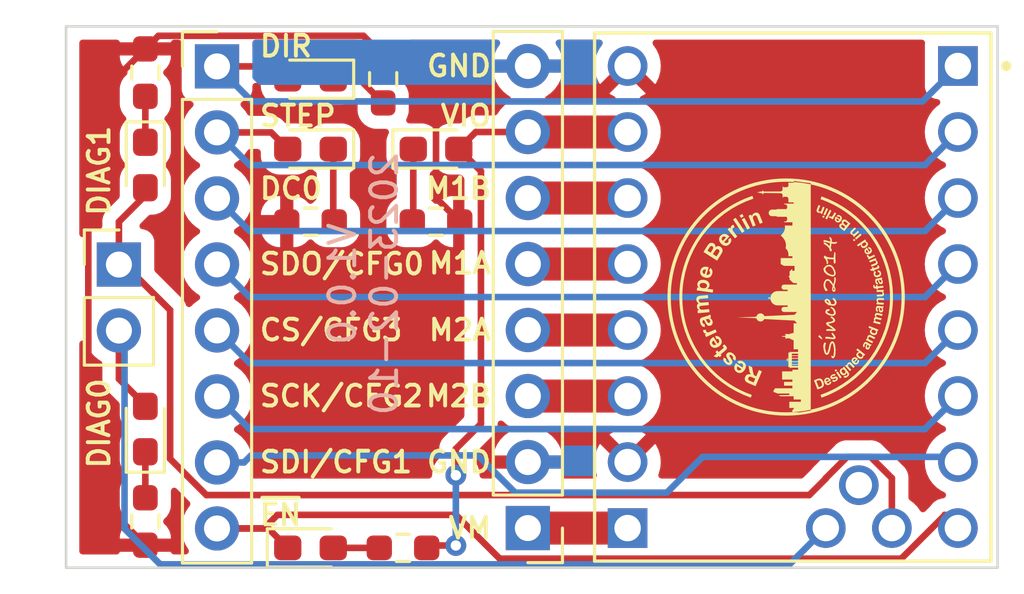
<source format=kicad_pcb>
(kicad_pcb (version 20211014) (generator pcbnew)
  (title_block (title "Breakout board for Trinamic TMC2xxx modules") (date "2023-02-10") (rev "1.0.0") (company "Resterampe Berlin ") (comment 3 "https://creativecommons.org/licenses/by-nc/4.0 ") (comment 4 "License CC BY-NC 4.0 "))
  (layers (0 "F.Cu" signal) (31 "B.Cu" signal) (34 "B.Paste" user) (35 "F.Paste" user) (36 "B.SilkS" user "B.Silkscreen") (37 "F.SilkS" user "F.Silkscreen") (38 "B.Mask" user) (39 "F.Mask" user) (44 "Edge.Cuts" user))
  (net 0 "")
  (net 1 "/DIR")
  (net 2 "/STEP")
  (net 3 "/DCO")
  (net 4 "/CFG0")
  (net 5 "/CFG3")
  (net 6 "/CFG2")
  (net 7 "/CFG1")
  (net 8 "/~{EN}")
  (net 9 "VDD")
  (net 10 "GND")
  (net 11 "/M2B")
  (net 12 "/M2A")
  (net 13 "/M1A")
  (net 14 "/M1B")
  (net 15 "VCC")
  (net 16 "/DIAG0")
  (net 17 "/DIAG1")
  (net 19 "Net-(D101-Pad2)")
  (net 20 "Net-(D102-Pad1)")
  (net 21 "Net-(D103-Pad1)")
  (net 22 "Net-(D104-Pad1)")
  (net 23 "Net-(D105-Pad1)")
  (net 24 "Net-(D106-Pad1)")
  (footprint "Resistor_SMD:R_0603_1608Metric_Pad0.98x0.95mm_HandSolder" (layer "F.Cu") (at 125.984 85.99775)
    (fp_text reference "R106" hide)
    (fp_text value "330R" hide)
  )
  (footprint "Resistor_SMD:R_0603_1608Metric_Pad0.98x0.95mm_HandSolder" (layer "F.Cu") (at 121.158 85.99775 180)
    (fp_text reference "R103" hide)
    (fp_text value "330R" hide)
  )
  (footprint "LED_SMD:LED_0603_1608Metric_Pad1.05x0.95mm_HandSolder" (layer "F.Cu") (at 114.808 83.82 -90)
    (fp_text reference "D105" hide)
    (fp_text value "LED" hide)
  )
  (footprint "LED_SMD:LED_0603_1608Metric_Pad1.05x0.95mm_HandSolder" (layer "F.Cu") (at 125.984 83.20375)
    (fp_text reference "D106" hide)
    (fp_text value "LED" hide)
  )
  (footprint "Resistor_SMD:R_0603_1608Metric_Pad0.98x0.95mm_HandSolder" (layer "F.Cu") (at 114.808 97.536 -90)
    (fp_text reference "R104" hide)
    (fp_text value "330R" hide)
  )
  (footprint "Connector_PinHeader_2.54mm:PinHeader_1x08_P2.54mm_Vertical" (layer "F.Cu") (at 129.515 97.79 180)
    (fp_text reference "J102" hide)
    (fp_text value "Conn_01x08" hide)
  )
  (footprint "Resistor_SMD:R_0603_1608Metric_Pad0.98x0.95mm_HandSolder" (layer "F.Cu") (at 124.714 98.552 180)
    (fp_text reference "R101" hide)
    (fp_text value "330R" hide)
  )
  (footprint "LED_SMD:LED_0603_1608Metric_Pad1.05x0.95mm_HandSolder" (layer "F.Cu") (at 121.158 80.518 180)
    (fp_text reference "D102" hide)
    (fp_text value "LED" hide)
  )
  (footprint "LED_SMD:LED_0603_1608Metric_Pad1.05x0.95mm_HandSolder" (layer "F.Cu") (at 114.808 93.98 90)
    (fp_text reference "D104" hide)
    (fp_text value "LED" hide)
  )
  (footprint "Project Footprints:MODULE_TMC2130_SILENTSTEPSTICK" (layer "F.Cu") (at 139.7 88.9)
    (fp_text reference "U101" hide)
    (fp_text value "TMC2130_SILENTSTEPSTICK" hide)
  )
  (footprint "LED_SMD:LED_0603_1608Metric_Pad1.05x0.95mm_HandSolder" (layer "F.Cu") (at 121.158 98.552)
    (fp_text reference "D101" hide)
    (fp_text value "LED" hide)
  )
  (footprint "Connector_PinHeader_2.54mm:PinHeader_1x08_P2.54mm_Vertical" (layer "F.Cu") (at 117.564 80.025)
    (fp_text reference "J101" hide)
    (fp_text value "Conn_01x08" hide)
  )
  (footprint "Resistor_SMD:R_0603_1608Metric_Pad0.98x0.95mm_HandSolder" (layer "F.Cu") (at 114.808 80.264 90)
    (fp_text reference "R105" hide)
    (fp_text value "330R" hide)
  )
  (footprint "Resistor_SMD:R_0603_1608Metric_Pad0.98x0.95mm_HandSolder" (layer "F.Cu") (at 123.952 80.518 90)
    (fp_text reference "R102" hide)
    (fp_text value "330R" hide)
  )
  (footprint "Connector_PinHeader_2.54mm:PinHeader_1x02_P2.54mm_Vertical" (layer "F.Cu") (at 113.792 87.65)
    (fp_text reference "J103" hide)
    (fp_text value "Conn_01x02" hide)
  )
  (footprint "LED_SMD:LED_0603_1608Metric_Pad1.05x0.95mm_HandSolder" (layer "F.Cu") (at 121.158 83.20375 180)
    (fp_text reference "D103" hide)
    (fp_text value "LED" hide)
  )
  (gr_poly (pts (xy 140.885735 88.427413) (xy 140.883915 88.402838) (xy 140.889376 88.377354) (xy 140.890969 88.368935) (xy 140.891527 88.366244) (xy 140.892192 88.363275) (xy 140.892984 88.360008) (xy 140.893926 88.35642) (xy 140.895747 88.350959) (xy 140.895747 88.35278) (xy 140.902118 88.340947) (xy 140.902309 88.339091) (xy 140.902541 88.337276) (xy 140.90281 88.335501) (xy 140.903113 88.333765) (xy 140.903814 88.330404) (xy 140.904621 88.327181) (xy 140.905514 88.324086) (xy 140.90647 88.321108) (xy 140.90747 88.318237) (xy 140.90849 88.315463) (xy 140.908842 88.315271) (xy 140.909215 88.315038) (xy 140.90961 88.314765) (xy 140.910026 88.314453) (xy 140.910463 88.314104) (xy 140.910922 88.313719) (xy 140.911401 88.313299) (xy 140.911903 88.312846) (xy 140.912969 88.311845) (xy 140.914121 88.310727) (xy 140.916681 88.308181) (xy 140.915771 88.3009) (xy 140.928513 88.289067) (xy 140.937615 88.264493) (xy 140.974021 88.228997) (xy 140.992225 88.223536) (xy 140.997686 88.208973) (xy 141.011338 88.213524) (xy 141.020782 88.212272) (xy 141.022636 88.212039) (xy 141.024266 88.21186) (xy 141.025661 88.211744) (xy 141.026812 88.211703) (xy 141.031362 88.211703) (xy 141.032304 88.212004) (xy 141.033097 88.21223) (xy 141.033444 88.212318) (xy 141.033762 88.212391) (xy 141.03432 88.2125) (xy 141.034793 88.212566) (xy 141.035202 88.212599) (xy 141.035568 88.212612) (xy 141.035913 88.212613) (xy 141.050475 88.207153) (xy 141.062308 88.213524) (xy 141.072319 88.211703) (xy 141.075009 88.212089) (xy 141.076325 88.212317) (xy 141.077624 88.212571) (xy 141.078907 88.212851) (xy 141.080175 88.213159) (xy 141.08143 88.213497) (xy 141.082672 88.213865) (xy 141.083905 88.214265) (xy 141.085127 88.214699) (xy 141.086342 88.215167) (xy 141.08755 88.215671) (xy 141.088753 88.216213) (xy 141.089952 88.216793) (xy 141.091148 88.217413) (xy 141.092343 88.218075) (xy 141.101331 88.224446) (xy 141.103445 88.225986) (xy 141.105526 88.227546) (xy 141.107587 88.22915) (xy 141.109636 88.230817) (xy 141.126019 88.240829) (xy 141.127854 88.242034) (xy 141.129607 88.243262) (xy 141.131279 88.244514) (xy 141.132874 88.245792) (xy 141.134395 88.247096) (xy 141.135843 88.248428) (xy 141.137222 88.24979) (xy 141.138534 88.251182) (xy 141.139783 88.252606) (xy 141.14097 88.254064) (xy 141.142098 88.255556) (xy 141.14317 88.257084) (xy 141.144189 88.258649) (xy 141.145158 88.260254) (xy 141.146078 88.261898) (xy 141.146953 88.263583) (xy 141.166976 88.272685) (xy 141.169707 88.281786) (xy 141.174258 88.284517) (xy 141.175018 88.284959) (xy 141.175763 88.285434) (xy 141.176492 88.28594) (xy 141.177206 88.286477) (xy 141.177905 88.287046) (xy 141.17859 88.287646) (xy 141.179261 88.288278) (xy 141.179919 88.28894) (xy 141.180563 88.289632) (xy 141.181194 88.290355) (xy 141.182418 88.291892) (xy 141.183594 88.293549) (xy 141.184725 88.295325) (xy 141.185814 88.297218) (xy 141.186862 88.299227) (xy 141.187873 88.301351) (xy 141.188849 88.303588) (xy 141.189794 88.305937) (xy 141.190709 88.308397) (xy 141.191597 88.310966) (xy 141.192462 88.313643) (xy 141.193656 88.315136) (xy 141.194847 88.316544) (xy 141.196033 88.317866) (xy 141.197211 88.319103) (xy 141.198379 88.320255) (xy 141.199533 88.321322) (xy 141.200671 88.322303) (xy 141.20179 88.323199) (xy 141.202889 88.324009) (xy 141.203963 88.324735) (xy 141.20501 88.325375) (xy 141.206028 88.325929) (xy 141.207015 88.326398) (xy 141.207966 88.326782) (xy 141.20888 88.327081) (xy 141.209755 88.327294) (xy 141.220677 88.343678) (xy 141.220506 88.343859) (xy 141.220337 88.344062) (xy 141.220171 88.344286) (xy 141.220009 88.344531) (xy 141.219851 88.344798) (xy 141.219701 88.345086) (xy 141.219558 88.345395) (xy 141.219425 88.345726) (xy 141.219303 88.346078) (xy 141.219192 88.346451) (xy 141.219095 88.346846) (xy 141.219013 88.347262) (xy 141.218946 88.347699) (xy 141.218897 88.348158) (xy 141.218867 88.348638) (xy 141.218856 88.349139) (xy 141.218858 88.349523) (xy 141.21887 88.349992) (xy 141.218904 88.350547) (xy 141.218932 88.350856) (xy 141.21897 88.351187) (xy 141.219018 88.351539) (xy 141.219079 88.351912) (xy 141.219152 88.352307) (xy 141.21924 88.352723) (xy 141.219345 88.35316) (xy 141.219466 88.353618) (xy 141.219607 88.354098) (xy 141.219767 88.3546) (xy 141.219927 88.355101) (xy 141.220067 88.355583) (xy 141.220189 88.356046) (xy 141.220293 88.356491) (xy 141.220381 88.356921) (xy 141.220455 88.357336) (xy 141.220515 88.357737) (xy 141.220563 88.358127) (xy 141.220629 88.358875) (xy 141.220663 88.359591) (xy 141.220675 88.360287) (xy 141.220677 88.360971) (xy 141.220675 88.361273) (xy 141.220671 88.361399) (xy 141.220663 88.361511) (xy 141.220649 88.361613) (xy 141.22064 88.361661) (xy 141.220629 88.361707) (xy 141.220616 88.361752) (xy 141.220601 88.361795) (xy 141.220583 88.361838) (xy 141.220563 88.361881) (xy 141.22054 88.361924) (xy 141.220515 88.361967) (xy 141.220486 88.362011) (xy 141.220455 88.362055) (xy 141.220381 88.362149) (xy 141.220293 88.362251) (xy 141.220189 88.362363) (xy 141.220067 88.362489) (xy 141.219767 88.362791) (xy 141.219767 88.365522) (xy 141.236149 88.386456) (xy 141.23888 88.381905) (xy 141.239093 88.38214) (xy 141.239388 88.382502) (xy 141.239764 88.382993) (xy 141.240217 88.383611) (xy 141.241344 88.385233) (xy 141.242013 88.386235) (xy 141.242748 88.387366) (xy 141.243548 88.388624) (xy 141.244408 88.390011) (xy 141.245328 88.391526) (xy 141.246304 88.393168) (xy 141.247332 88.394939) (xy 141.248412 88.396837) (xy 141.249539 88.398864) (xy 141.250712 88.401018) (xy 141.252035 88.404046) (xy 141.253272 88.406977) (xy 141.254424 88.409802) (xy 141.255491 88.412509) (xy 141.256472 88.415089) (xy 141.257368 88.417529) (xy 141.258904 88.421952) (xy 141.261634 88.389186) (xy 141.269825 88.371893) (xy 141.269825 88.3546) (xy 141.275286 88.350959) (xy 141.276196 88.333666) (xy 141.276618 88.333573) (xy 141.277028 88.333464) (xy 141.277427 88.33334) (xy 141.277816 88.333201) (xy 141.278193 88.333047) (xy 141.278558 88.332878) (xy 141.278912 88.332696) (xy 141.279254 88.3325) (xy 141.279584 88.332291) (xy 141.279902 88.332069) (xy 141.280207 88.331834) (xy 141.2805 88.331586) (xy 141.280781 88.331327) (xy 141.281048 88.331056) (xy 141.281303 88.330774) (xy 141.281544 88.330481) (xy 141.281772 88.330177) (xy 141.281986 88.329862) (xy 141.282187 88.329538) (xy 141.282374 88.329204) (xy 141.282547 88.328861) (xy 141.282706 88.328509) (xy 141.282851 88.328148) (xy 141.282981 88.327778) (xy 141.283096 88.327401) (xy 141.283196 88.327016) (xy 141.283282 88.326624) (xy 141.283352 88.326225) (xy 141.283407 88.325819) (xy 141.283447 88.325406) (xy 141.28347 88.324988) (xy 141.283478 88.324564) (xy 141.283468 88.324212) (xy 141.283438 88.323839) (xy 141.283388 88.323444) (xy 141.283322 88.323028) (xy 141.283239 88.322591) (xy 141.283142 88.322132) (xy 141.282909 88.321151) (xy 141.281658 88.316373) (xy 141.28201 88.316202) (xy 141.282383 88.316033) (xy 141.282778 88.315867) (xy 141.283194 88.315704) (xy 141.283631 88.315547) (xy 141.28409 88.315397) (xy 141.28457 88.315254) (xy 141.285071 88.315121) (xy 141.285594 88.314999) (xy 141.286138 88.314889) (xy 141.286703 88.314791) (xy 141.28729 88.314709) (xy 141.287898 88.314643) (xy 141.288527 88.314593) (xy 141.289177 88.314563) (xy 141.289849 88.314553) (xy 141.290536 88.315239) (xy 141.29053 88.315199) (xy 141.29053 88.315085) (xy 141.290545 88.31495) (xy 141.290575 88.314794) (xy 141.290619 88.314619) (xy 141.290679 88.314424) (xy 141.29084 88.313975) (xy 141.291057 88.313448) (xy 141.291329 88.312846) (xy 141.291654 88.312169) (xy 141.292031 88.311418) (xy 141.292459 88.310596) (xy 141.292936 88.309703) (xy 141.293461 88.308741) (xy 141.294033 88.30771) (xy 141.295311 88.305451) (xy 141.287119 88.291798) (xy 141.29167 88.283607) (xy 141.29258 88.264493) (xy 141.289849 88.24629) (xy 141.296221 88.234458) (xy 141.300772 88.211703) (xy 141.295311 88.198051) (xy 141.295311 88.185309) (xy 141.294331 88.182916) (xy 141.293877 88.181713) (xy 141.293448 88.180502) (xy 141.293045 88.17928) (xy 141.292671 88.178045) (xy 141.292326 88.176794) (xy 141.292011 88.175525) (xy 141.291729 88.174234) (xy 141.29148 88.172919) (xy 141.291265 88.171577) (xy 141.291087 88.170206) (xy 141.290946 88.168803) (xy 141.290843 88.167365) (xy 141.290781 88.16589) (xy 141.29076 88.164375) (xy 141.290804 88.161387) (xy 141.290945 88.158558) (xy 141.291054 88.157201) (xy 141.291192 88.15588) (xy 141.291359 88.154593) (xy 141.291556 88.153339) (xy 141.291786 88.152118) (xy 141.292049 88.150927) (xy 141.292346 88.149766) (xy 141.29268 88.148632) (xy 141.29305 88.147525) (xy 141.29346 88.146444) (xy 141.293909 88.145387) (xy 141.2944 88.144352) (xy 141.308962 88.13525) (xy 141.328987 88.1398) (xy 141.334448 88.153453) (xy 141.335358 88.149813) (xy 141.336851 88.151871) (xy 141.338261 88.153951) (xy 141.339587 88.156052) (xy 141.340833 88.158175) (xy 141.341998 88.160318) (xy 141.343085 88.162484) (xy 141.344095 88.16467) (xy 141.345028 88.166878) (xy 141.345887 88.169107) (xy 141.346672 88.171358) (xy 141.347386 88.17363) (xy 141.348029 88.175923) (xy 141.348602 88.178237) (xy 141.349108 88.180573) (xy 141.349547 88.18293) (xy 141.34992 88.185309) (xy 141.34901 88.19441) (xy 141.349842 88.195615) (xy 141.350629 88.196839) (xy 141.351372 88.198078) (xy 141.352068 88.199331) (xy 141.352715 88.200595) (xy 141.353314 88.201866) (xy 141.353861 88.203143) (xy 141.354357 88.204422) (xy 141.354799 88.205702) (xy 141.355187 88.206979) (xy 141.355519 88.20825) (xy 141.355793 88.209513) (xy 141.356009 88.210766) (xy 141.356165 88.212006) (xy 141.356259 88.213229) (xy 141.356291 88.214434) (xy 141.356277 88.216454) (xy 141.356243 88.21741) (xy 141.356177 88.218303) (xy 141.356129 88.218718) (xy 141.356069 88.21911) (xy 141.355995 88.219475) (xy 141.355907 88.21981) (xy 141.355803 88.220114) (xy 141.355681 88.220383) (xy 141.355541 88.220614) (xy 141.355381 88.220806) (xy 141.355383 88.221188) (xy 141.355395 88.221645) (xy 141.355409 88.221898) (xy 141.355429 88.222166) (xy 141.355457 88.222447) (xy 141.355495 88.22274) (xy 141.355543 88.223044) (xy 141.355603 88.223357) (xy 141.355677 88.223678) (xy 141.355765 88.224005) (xy 141.355869 88.224339) (xy 141.355991 88.224676) (xy 141.356131 88.225015) (xy 141.356291 88.225356) (xy 141.356291 88.233548) (xy 141.356208 88.233633) (xy 141.356131 88.233719) (xy 141.356058 88.233804) (xy 141.355991 88.233889) (xy 141.355928 88.233975) (xy 141.355869 88.23406) (xy 141.355765 88.23423) (xy 141.355677 88.234401) (xy 141.355603 88.234572) (xy 141.355543 88.234742) (xy 141.355495 88.234913) (xy 141.355457 88.235084) (xy 141.355429 88.235254) (xy 141.355409 88.235425) (xy 141.355395 88.235596) (xy 141.355387 88.235766) (xy 141.355383 88.235937) (xy 141.355381 88.236278) (xy 141.352651 88.24538) (xy 141.352651 88.258123) (xy 141.346279 88.273595) (xy 141.35174 88.282697) (xy 141.3481 88.289978) (xy 141.35083 88.304541) (xy 141.350148 88.305202) (xy 141.349467 88.305821) (xy 141.348788 88.306397) (xy 141.348114 88.30693) (xy 141.347445 88.307421) (xy 141.346783 88.307868) (xy 141.346128 88.308274) (xy 141.345483 88.308636) (xy 141.344849 88.308956) (xy 141.344226 88.309234) (xy 141.343617 88.309468) (xy 141.343023 88.30966) (xy 141.342445 88.30981) (xy 141.341883 88.309916) (xy 141.341341 88.30998) (xy 141.340819 88.310002) (xy 141.340979 88.310514) (xy 141.341119 88.311029) (xy 141.34124 88.31155) (xy 141.341345 88.312078) (xy 141.341433 88.312617) (xy 141.341506 88.313169) (xy 141.341567 88.313738) (xy 141.341615 88.314325) (xy 141.341681 88.315566) (xy 141.341714 88.316913) (xy 141.341727 88.318389) (xy 141.341729 88.320013) (xy 141.341707 88.321368) (xy 141.341641 88.322699) (xy 141.341531 88.324007) (xy 141.341373 88.325289) (xy 141.341168 88.326545) (xy 141.340913 88.327773) (xy 141.340607 88.328971) (xy 141.34025 88.330139) (xy 141.339839 88.331275) (xy 141.339373 88.332377) (xy 141.338852 88.333445) (xy 141.338273 88.334477) (xy 141.337635 88.335471) (xy 141.336938 88.336427) (xy 141.336179 88.337343) (xy 141.335358 88.338217) (xy 141.335358 88.341858) (xy 141.335347 88.34254) (xy 141.335315 88.343223) (xy 141.335262 88.343906) (xy 141.335187 88.344588) (xy 141.335091 88.345271) (xy 141.334974 88.345953) (xy 141.334835 88.346636) (xy 141.334675 88.347318) (xy 141.334494 88.348001) (xy 141.334291 88.348684) (xy 141.334067 88.349366) (xy 141.333822 88.350049) (xy 141.333555 88.350732) (xy 141.333267 88.351414) (xy 141.332958 88.352097) (xy 141.332627 88.35278) (xy 141.335358 88.36006) (xy 141.333608 88.362624) (xy 141.331774 88.36555) (xy 141.329854 88.36886) (xy 141.327849 88.372576) (xy 141.325758 88.376718) (xy 141.323582 88.381308) (xy 141.321321 88.386367) (xy 141.318975 88.391916) (xy 141.318943 88.393474) (xy 141.318848 88.395074) (xy 141.318693 88.396716) (xy 141.318477 88.398401) (xy 141.318202 88.400129) (xy 141.317871 88.4019) (xy 141.317483 88.403713) (xy 141.31704 88.405569) (xy 141.316545 88.407468) (xy 141.315997 88.409409) (xy 141.314751 88.41342) (xy 141.313313 88.417601) (xy 141.311693 88.421952) (xy 141.311693 88.441066) (xy 141.305322 88.443796) (xy 141.307142 88.46746) (xy 141.304213 88.472765) (xy 141.303079 88.474804) (xy 141.302137 88.476448) (xy 141.301365 88.477709) (xy 141.301037 88.478198) (xy 141.300743 88.478596) (xy 141.300481 88.478903) (xy 141.300249 88.47912) (xy 141.300043 88.47925) (xy 141.299861 88.479293) (xy 141.298041 88.479293) (xy 141.303502 88.482023) (xy 141.307142 88.492946) (xy 141.306232 88.494766) (xy 141.307395 88.495981) (xy 141.308493 88.49724) (xy 141.309528 88.498541) (xy 141.310499 88.499885) (xy 141.311405 88.501272) (xy 141.312248 88.502701) (xy 141.313026 88.504173) (xy 141.313741 88.505687) (xy 141.314392 88.507245) (xy 141.314978 88.508844) (xy 141.315501 88.510487) (xy 141.315959 88.512172) (xy 141.316354 88.5139) (xy 141.316685 88.515671) (xy 141.316951 88.517484) (xy 141.317154 88.51934) (xy 141.317154 88.521161) (xy 141.325346 88.527532) (xy 141.325346 88.533903) (xy 141.325389 88.53629) (xy 141.325517 88.538667) (xy 141.32573 88.541022) (xy 141.326029 88.543346) (xy 141.326413 88.545626) (xy 141.326882 88.547854) (xy 141.327436 88.550017) (xy 141.327746 88.551071) (xy 141.328076 88.552106) (xy 141.335358 88.553016) (xy 141.336268 88.57486) (xy 141.33726 88.575884) (xy 141.338188 88.57691) (xy 141.339051 88.577938) (xy 141.339851 88.57897) (xy 141.340587 88.580008) (xy 141.341259 88.581052) (xy 141.341867 88.582104) (xy 141.342411 88.583165) (xy 141.342891 88.584237) (xy 141.343307 88.585322) (xy 141.343659 88.586419) (xy 141.343947 88.587531) (xy 141.344171 88.588659) (xy 141.344331 88.589805) (xy 141.344427 88.590969) (xy 141.344459 88.592153) (xy 141.344449 88.592836) (xy 141.344417 88.593518) (xy 141.344363 88.594201) (xy 141.344289 88.594884) (xy 141.344193 88.595566) (xy 141.344075 88.596249) (xy 141.343937 88.596932) (xy 141.343777 88.597614) (xy 141.343595 88.598297) (xy 141.343393 88.59898) (xy 141.343169 88.599662) (xy 141.342923 88.600345) (xy 141.342657 88.601028) (xy 141.342369 88.60171) (xy 141.342059 88.602393) (xy 141.341729 88.603076) (xy 141.345369 88.613087) (xy 141.344459 88.637662) (xy 141.329897 88.675889) (xy 141.318064 88.688631) (xy 141.301682 88.694092) (xy 141.300988 88.694252) (xy 141.300275 88.694392) (xy 141.299544 88.694514) (xy 141.298795 88.694618) (xy 141.29725 88.69478) (xy 141.295652 88.694888) (xy 141.294011 88.694954) (xy 141.292338 88.694988) (xy 141.288939 88.695002) (xy 141.285298 88.695002) (xy 141.284968 88.694842) (xy 141.284657 88.694701) (xy 141.284365 88.69458) (xy 141.28409 88.694476) (xy 141.283831 88.694387) (xy 141.283587 88.694314) (xy 141.283356 88.694254) (xy 141.283137 88.694206) (xy 141.282929 88.694168) (xy 141.28273 88.69414) (xy 141.282539 88.69412) (xy 141.282355 88.694106) (xy 141.282001 88.694094) (xy 141.281658 88.694092) (xy 141.278927 88.693702) (xy 141.278927 88.644033) (xy 141.287119 88.636752) (xy 141.2944 88.638572) (xy 141.298951 88.622189) (xy 141.296221 88.596705) (xy 141.29167 88.569399) (xy 141.29076 88.567397) (xy 141.29076 88.315463) (xy 141.290536 88.315239) (xy 141.290545 88.315294) (xy 141.290575 88.315367) (xy 141.290621 88.31542) (xy 141.290683 88.315452) (xy 141.29076 88.315463) (xy 141.29076 88.567397) (xy 141.282568 88.549376) (xy 141.269825 88.531172) (xy 141.264365 88.543914) (xy 141.257994 88.572129) (xy 141.260724 88.586692) (xy 141.260724 88.613087) (xy 141.265275 88.63038) (xy 141.278927 88.644033) (xy 141.278927 88.693702) (xy 141.262545 88.691362) (xy 141.254353 88.696822) (xy 141.247651 88.689353) (xy 141.241867 88.68263) (xy 141.236978 88.676632) (xy 141.234863 88.673898) (xy 141.232964 88.671338) (xy 141.231278 88.668948) (xy 141.229803 88.666726) (xy 141.228536 88.66467) (xy 141.227475 88.662776) (xy 141.226616 88.661043) (xy 141.225956 88.659466) (xy 141.225495 88.658045) (xy 141.225228 88.656775) (xy 141.216126 88.644033) (xy 141.217946 88.63311) (xy 141.214305 88.62765) (xy 141.213365 88.622148) (xy 141.212585 88.617254) (xy 141.211462 88.609333) (xy 141.21085 88.603972) (xy 141.21071 88.602278) (xy 141.210679 88.601569) (xy 141.21068 88.601568) (xy 141.210686 88.601551) (xy 141.210693 88.60152) (xy 141.210713 88.601415) (xy 141.210779 88.601028) (xy 141.210887 88.600384) (xy 141.210961 88.59996) (xy 141.211049 88.599464) (xy 141.211153 88.598893) (xy 141.211275 88.598244) (xy 141.211415 88.597516) (xy 141.211575 88.596705) (xy 141.210935 88.593336) (xy 141.210381 88.590063) (xy 141.209911 88.586897) (xy 141.209527 88.583848) (xy 141.209229 88.580927) (xy 141.209015 88.578145) (xy 141.208887 88.575513) (xy 141.208845 88.57304) (xy 141.208886 88.570135) (xy 141.209001 88.567551) (xy 141.209181 88.565265) (xy 141.209413 88.563256) (xy 141.209689 88.561503) (xy 141.209997 88.559985) (xy 141.210326 88.55868) (xy 141.210665 88.557567) (xy 141.218856 88.535723) (xy 141.222497 88.512059) (xy 141.234329 88.482934) (xy 141.233828 88.481899) (xy 141.233348 88.480843) (xy 141.232889 88.479766) (xy 141.232452 88.478667) (xy 141.232036 88.477547) (xy 141.231641 88.476406) (xy 141.231268 88.475243) (xy 141.230916 88.474059) (xy 141.230585 88.472854) (xy 141.230276 88.471627) (xy 141.229988 88.470379) (xy 141.229721 88.46911) (xy 141.229476 88.467819) (xy 141.229252 88.466507) (xy 141.229049 88.465174) (xy 141.228868 88.46382) (xy 141.226138 88.46473) (xy 141.223877 88.460421) (xy 141.221871 88.456368) (xy 141.220122 88.452571) (xy 141.218629 88.44903) (xy 141.217392 88.445745) (xy 141.216411 88.442715) (xy 141.216016 88.441297) (xy 141.215685 88.439942) (xy 141.215419 88.438652) (xy 141.215216 88.437425) (xy 141.215216 88.434694) (xy 141.203383 88.429233) (xy 141.191552 88.406479) (xy 141.18518 88.391916) (xy 141.183997 88.391714) (xy 141.182837 88.391451) (xy 141.181704 88.391129) (xy 141.180601 88.39075) (xy 141.17953 88.390319) (xy 141.178493 88.389837) (xy 141.177493 88.389306) (xy 141.176534 88.388731) (xy 141.175617 88.388113) (xy 141.174746 88.387455) (xy 141.173922 88.386759) (xy 141.173149 88.386029) (xy 141.17243 88.385267) (xy 141.171766 88.384475) (xy 141.171161 88.383657) (xy 141.170618 88.382815) (xy 141.163336 88.381905) (xy 141.162396 88.378963) (xy 141.161615 88.376287) (xy 141.160984 88.373889) (xy 141.160492 88.371779) (xy 141.160127 88.369968) (xy 141.15988 88.368465) (xy 141.15974 88.367283) (xy 141.159695 88.366432) (xy 141.159697 88.36549) (xy 141.15971 88.364697) (xy 141.159723 88.36435) (xy 141.159743 88.364032) (xy 141.159772 88.363741) (xy 141.159809 88.363474) (xy 141.159857 88.363228) (xy 141.159918 88.363001) (xy 141.159991 88.36279) (xy 141.160079 88.362592) (xy 141.160184 88.362405) (xy 141.160305 88.362226) (xy 141.160445 88.362052) (xy 141.160605 88.361881) (xy 141.149684 88.351869) (xy 141.142402 88.351869) (xy 141.146043 88.344588) (xy 141.124199 88.340947) (xy 141.121469 88.320923) (xy 141.120125 88.320369) (xy 141.118825 88.319731) (xy 141.117571 88.31901) (xy 141.116363 88.318207) (xy 141.115203 88.317325) (xy 141.114093 88.316364) (xy 141.113033 88.315326) (xy 141.112025 88.314211) (xy 141.111071 88.313022) (xy 141.110171 88.31176) (xy 141.109328 88.310425) (xy 141.108541 88.30902) (xy 141.107813 88.307546) (xy 141.107146 88.306004) (xy 141.106539 88.304395) (xy 141.105996 88.30272) (xy 141.098715 88.291798) (xy 141.087792 88.288157) (xy 141.085602 88.287461) (xy 141.084432 88.287086) (xy 141.083241 88.286678) (xy 141.08205 88.286229) (xy 141.081462 88.285984) (xy 141.080881 88.285726) (xy 141.080311 88.285451) (xy 141.079754 88.285158) (xy 141.079213 88.284848) (xy 141.078691 88.284517) (xy 141.077709 88.284177) (xy 141.076814 88.283848) (xy 141.075278 88.283265) (xy 141.074638 88.283032) (xy 141.074083 88.282853) (xy 141.073838 88.282786) (xy 141.073614 88.282737) (xy 141.073411 88.282707) (xy 141.073229 88.282697) (xy 141.072319 88.282697) (xy 141.070976 88.282675) (xy 141.069676 88.282611) (xy 141.068422 88.282505) (xy 141.067214 88.282355) (xy 141.066055 88.282163) (xy 141.064944 88.281929) (xy 141.063885 88.281651) (xy 141.062877 88.281331) (xy 141.061922 88.280969) (xy 141.061023 88.280563) (xy 141.060179 88.280116) (xy 141.059393 88.279625) (xy 141.058665 88.279092) (xy 141.057997 88.278516) (xy 141.057391 88.277897) (xy 141.056847 88.277236) (xy 141.041374 88.279966) (xy 141.032272 88.272685) (xy 141.01862 88.272685) (xy 140.997686 88.286337) (xy 140.99675 88.286793) (xy 140.995819 88.287308) (xy 140.994893 88.287881) (xy 140.993972 88.288513) (xy 140.993056 88.289204) (xy 140.992144 88.289953) (xy 140.991236 88.290761) (xy 140.990333 88.291628) (xy 140.989434 88.292553) (xy 140.988538 88.293537) (xy 140.987647 88.294579) (xy 140.986758 88.295681) (xy 140.984991 88.298059) (xy 140.983237 88.300673) (xy 140.981492 88.30352) (xy 140.979758 88.306603) (xy 140.978031 88.30992) (xy 140.976311 88.313472) (xy 140.974596 88.317258) (xy 140.972885 88.321279) (xy 140.971177 88.325535) (xy 140.96947 88.330026) (xy 140.970381 88.337307) (xy 140.959459 88.35369) (xy 140.959459 88.370073) (xy 140.953088 88.374624) (xy 140.953998 88.380085) (xy 140.949447 88.397377) (xy 140.951268 88.404659) (xy 140.948537 88.415581) (xy 140.951268 88.436515) (xy 140.948537 88.440155) (xy 140.953088 88.447437) (xy 140.948537 88.455629) (xy 140.948837 88.458316) (xy 140.949063 88.460919) (xy 140.949225 88.463436) (xy 140.949333 88.465868) (xy 140.949399 88.468214) (xy 140.949433 88.470475) (xy 140.949447 88.474742) (xy 140.950108 88.475936) (xy 140.950727 88.477131) (xy 140.951303 88.478325) (xy 140.951836 88.47952) (xy 140.952327 88.480715) (xy 140.952775 88.481909) (xy 140.95318 88.483104) (xy 140.953543 88.484298) (xy 140.953863 88.485493) (xy 140.95414 88.486688) (xy 140.954375 88.487882) (xy 140.954567 88.489077) (xy 140.954716 88.490272) (xy 140.954823 88.491466) (xy 140.954887 88.492661) (xy 140.954908 88.493856) (xy 140.963099 88.508418) (xy 140.96674 88.528442) (xy 140.970381 88.531172) (xy 140.974932 88.541184) (xy 140.973111 88.544825) (xy 140.973313 88.545017) (xy 140.973578 88.545251) (xy 140.974291 88.545849) (xy 140.97641 88.547555) (xy 140.979383 88.549944) (xy 140.981162 88.551395) (xy 140.983123 88.553016) (xy 140.983123 88.556656) (xy 140.989495 88.556656) (xy 140.991315 88.569399) (xy 141.002236 88.569399) (xy 141.008608 88.591243) (xy 141.00896 88.591755) (xy 141.009331 88.592267) (xy 141.009722 88.592779) (xy 141.010129 88.593291) (xy 141.010553 88.593803) (xy 141.010992 88.594315) (xy 141.011907 88.595339) (xy 141.012865 88.596363) (xy 141.013855 88.597387) (xy 141.015889 88.599435) (xy 141.016315 88.599445) (xy 141.016742 88.599477) (xy 141.01717 88.599531) (xy 141.017597 88.599605) (xy 141.018026 88.599701) (xy 141.018455 88.599819) (xy 141.018885 88.599957) (xy 141.019316 88.600117) (xy 141.019749 88.600299) (xy 141.020183 88.600501) (xy 141.021057 88.600971) (xy 141.021938 88.601525) (xy 141.022829 88.602165) (xy 141.023731 88.602891) (xy 141.024644 88.603701) (xy 141.025571 88.604597) (xy 141.026512 88.605579) (xy 141.02747 88.606645) (xy 141.028445 88.607797) (xy 141.029438 88.609034) (xy 141.030452 88.610357) (xy 141.034092 88.645853) (xy 141.01862 88.662236) (xy 140.995866 88.671337) (xy 140.987674 88.671337) (xy 140.985487 88.671284) (xy 140.983365 88.671124) (xy 140.981306 88.670857) (xy 140.979312 88.670484) (xy 140.977381 88.670004) (xy 140.975515 88.669417) (xy 140.973712 88.668724) (xy 140.971974 88.667924) (xy 140.970299 88.667018) (xy 140.968688 88.666004) (xy 140.967142 88.664885) (xy 140.965659 88.663658) (xy 140.964241 88.662325) (xy 140.962886 88.660885) (xy 140.961595 88.659339) (xy 140.960369 88.657686) (xy 140.958524 88.65696) (xy 140.956746 88.65615) (xy 140.955037 88.655254) (xy 140.9534 88.654272) (xy 140.951838 88.653206) (xy 140.950354 88.652054) (xy 140.948949 88.650817) (xy 140.947627 88.649494) (xy 140.94639 88.648086) (xy 140.945241 88.646593) (xy 140.944183 88.645014) (xy 140.943218 88.64335) (xy 140.942349 88.641601) (xy 140.941579 88.639767) (xy 140.94091 88.637847) (xy 140.940345 88.635842) (xy 140.934884 88.634022) (xy 140.934884 88.622189) (xy 140.932153 88.621279) (xy 140.91031 88.57395) (xy 140.91122 88.567579) (xy 140.90849 88.563028) (xy 140.906669 88.563028) (xy 140.905186 88.560287) (xy 140.903809 88.557524) (xy 140.902535 88.55474) (xy 140.901364 88.551935) (xy 140.900295 88.549109) (xy 140.899325 88.546261) (xy 140.898455 88.543392) (xy 140.897681 88.540501) (xy 140.897004 88.537589) (xy 140.896421 88.534656) (xy 140.895931 88.531702) (xy 140.895534 88.528726) (xy 140.895227 88.525729) (xy 140.895009 88.52271) (xy 140.89488 88.519671) (xy 140.894837 88.516609) (xy 140.894837 88.511148) (xy 140.894997 88.510647) (xy 140.895137 88.510167) (xy 140.895259 88.509708) (xy 140.895363 88.509271) (xy 140.895451 88.508855) (xy 140.895525 88.50846) (xy 140.895633 88.507735) (xy 140.895699 88.507095) (xy 140.895733 88.50654) (xy 140.895745 88.506071) (xy 140.895747 88.505687) (xy 140.894254 88.503117) (xy 140.892848 88.500527) (xy 140.891529 88.497918) (xy 140.8903 88.495291) (xy 140.889162 88.492649) (xy 140.888116 88.489992) (xy 140.887163 88.487322) (xy 140.886304 88.48464) (xy 140.885542 88.481947) (xy 140.884877 88.479244) (xy 140.88431 88.476534) (xy 140.883844 88.473817) (xy 140.883479 88.471095) (xy 140.883216 88.468369) (xy 140.883058 88.46564) (xy 140.883005 88.46291) (xy 140.883005 88.454719)) (layer "F.SilkS") (width 0) (fill solid))
  (gr_poly (pts (xy 135.991657 88.98713) (xy 135.991862 88.981429) (xy 135.992234 88.975833) (xy 135.992773 88.970342) (xy 135.993479 88.964956) (xy 135.994352 88.959674) (xy 135.995393 88.954497) (xy 135.996601 88.949425) (xy 135.997975 88.944458) (xy 135.999518 88.939595) (xy 136.001227 88.934836) (xy 136.003103 88.930183) (xy 136.005147 88.925634) (xy 136.007354 88.921199) (xy 136.009719 88.916885) (xy 136.012243 88.912694) (xy 136.014926 88.908624) (xy 136.017768 88.904677) (xy 136.020768 88.900852) (xy 136.023927 88.89715) (xy 136.027245 88.893569) (xy 136.030722 88.890111) (xy 136.034357 88.886775) (xy 136.038151 88.883562) (xy 136.042104 88.880471) (xy 136.046216 88.877502) (xy 136.050486 88.874656) (xy 136.054915 88.871932) (xy 136.059503 88.86933) (xy 136.063098 88.86752) (xy 136.066979 88.86578) (xy 136.071145 88.864111) (xy 136.075596 88.862513) (xy 136.080333 88.860985) (xy 136.085355 88.859528) (xy 136.090663 88.858142) (xy 136.096256 88.856826) (xy 136.102135 88.855582) (xy 136.108299 88.854408) (xy 136.114749 88.853306) (xy 136.121484 88.852275) (xy 136.128505 88.851315) (xy 136.135811 88.850426) (xy 136.143404 88.849608) (xy 136.151282 88.848862) (xy 136.437878 88.823441) (xy 136.448398 88.942059) (xy 136.192197 88.964771) (xy 136.176276 88.966374) (xy 136.161868 88.968228) (xy 136.148971 88.970334) (xy 136.137587 88.972693) (xy 136.132462 88.973967) (xy 136.127714 88.975303) (xy 136.123345 88.976703) (xy 136.119354 88.978166) (xy 136.115741 88.979691) (xy 136.112506 88.98128) (xy 136.109649 88.982932) (xy 136.10717 88.984647) (xy 136.104291 88.987045) (xy 136.101622 88.989564) (xy 136.099163 88.992204) (xy 136.096915 88.994966) (xy 136.09587 88.996392) (xy 136.094877 88.997848) (xy 136.093937 88.999334) (xy 136.09305 89.000851) (xy 136.092215 89.002398) (xy 136.091432 89.003976) (xy 136.090703 89.005583) (xy 136.090025 89.007221) (xy 136.088829 89.010587) (xy 136.087843 89.014075) (xy 136.087067 89.017683) (xy 136.086501 89.021413) (xy 136.086146 89.025264) (xy 136.086001 89.029235) (xy 136.086067 89.033328) (xy 136.086342 89.037542) (xy 136.086675 89.04064) (xy 136.087124 89.043705) (xy 136.087691 89.046735) (xy 136.088374 89.049731) (xy 136.089175 89.052693) (xy 136.090092 89.055621) (xy 136.091126 89.058515) (xy 136.092277 89.061376) (xy 136.093545 89.064202) (xy 136.09493 89.066996) (xy 136.096431 89.069755) (xy 136.098049 89.072481) (xy 136.099784 89.075173) (xy 136.101636 89.077832) (xy 136.103604 89.080458) (xy 136.105689 89.083051) (xy 136.107883 89.085573) (xy 136.110178 89.087991) (xy 136.112576 89.090302) (xy 136.115075 89.092508) (xy 136.117676 89.094609) (xy 136.120379 89.096604) (xy 136.123184 89.098493) (xy 136.126091 89.100277) (xy 136.129099 89.101956) (xy 136.13221 89.103529) (xy 136.135423 89.104997) (xy 136.138737 89.10636) (xy 136.142154 89.107617) (xy 136.145673 89.108769) (xy 136.149294 89.109816) (xy 136.153017 89.110757) (xy 136.156921 89.111597) (xy 136.161084 89.112337) (xy 136.165505 89.112978) (xy 136.170186 89.113519) (xy 136.175125 89.113962) (xy 136.180323 89.114304) (xy 136.18578 89.114548) (xy 136.191496 89.114692) (xy 136.203703 89.114681) (xy 136.216945 89.114273) (xy 136.231221 89.113466) (xy 136.246532 89.11226) (xy 136.461797 89.093168) (xy 136.472317 89.211765) (xy 136.226656 89.233546) (xy 136.211032 89.235032) (xy 136.196878 89.236586) (xy 136.184193 89.238209) (xy 136.172978 89.239901) (xy 136.16323 89.241662) (xy 136.154951 89.243493) (xy 136.148139 89.245395) (xy 136.145283 89.246372) (xy 136.142794 89.247368) (xy 136.140528 89.248395) (xy 136.138344 89.24947) (xy 136.13624 89.250592) (xy 136.134217 89.251762) (xy 136.132275 89.252978) (xy 136.130414 89.254243) (xy 136.128634 89.255554) (xy 136.126935 89.256914) (xy 136.125316 89.25832) (xy 136.123779 89.259775) (xy 136.122322 89.261277) (xy 136.120946 89.262828) (xy 136.119651 89.264426) (xy 136.118437 89.266071) (xy 136.117303 89.267765) (xy 136.116251 89.269507) (xy 136.115278 89.271307) (xy 136.114385 89.273175) (xy 136.11357 89.27511) (xy 136.112834 89.277112) (xy 136.112177 89.279182) (xy 136.1116 89.28132) (xy 136.111101 89.283525) (xy 136.110681 89.285798) (xy 136.110341 89.288139) (xy 136.11008 89.290547) (xy 136.109898 89.293024) (xy 136.109795 89.295568) (xy 136.109771 89.298179) (xy 136.109827 89.300859) (xy 136.109962 89.303607) (xy 136.110176 89.306422) (xy 136.110537 89.309825) (xy 136.111009 89.313174) (xy 136.111593 89.31647) (xy 136.112288 89.319714) (xy 136.113094 89.322904) (xy 136.114012 89.326041) (xy 136.115041 89.329125) (xy 136.116182 89.332156) (xy 136.117434 89.335133) (xy 136.118799 89.338058) (xy 136.120274 89.34093) (xy 136.121862 89.343748) (xy 136.123561 89.346514) (xy 136.125373 89.349226) (xy 136.127296 89.351885) (xy 136.129332 89.354492) (xy 136.13147 89.357018) (xy 136.133701 89.359439) (xy 136.136026 89.361753) (xy 136.138444 89.363961) (xy 136.140955 89.366062) (xy 136.14356 89.368058) (xy 136.146258 89.369947) (xy 136.149049 89.371729) (xy 136.151933 89.373405) (xy 136.15491 89.374975) (xy 136.157981 89.376438) (xy 136.161145 89.377795) (xy 136.164403 89.379045) (xy 136.167753 89.380189) (xy 136.171197 89.381226) (xy 136.174734 89.382156) (xy 136.178462 89.382984) (xy 136.18247 89.383712) (xy 136.186759 89.384341) (xy 136.191328 89.384871) (xy 136.196177 89.385301) (xy 136.201306 89.385632) (xy 136.206716 89.385864) (xy 136.212406 89.385996) (xy 136.224626 89.385962) (xy 136.237968 89.385529) (xy 136.252431 89.384699) (xy 136.268016 89.383469) (xy 136.485821 89.364144) (xy 136.496341 89.482762) (xy 136.048073 89.522491) (xy 136.038379 89.413187) (xy 136.099593 89.407747) (xy 136.090295 89.401091) (xy 136.08154 89.394211) (xy 136.073326 89.387106) (xy 136.065655 89.379779) (xy 136.058526 89.372227) (xy 136.051939 89.364451) (xy 136.045893 89.35645) (xy 136.040389 89.348226) (xy 136.035427 89.339778) (xy 136.031007 89.331105) (xy 136.027129 89.322208) (xy 136.023791 89.313086) (xy 136.020996 89.30374) (xy 136.018742 89.29417) (xy 136.017029 89.284375) (xy 136.015857 89.274355) (xy 136.015454 89.269012) (xy 136.015197 89.263745) (xy 136.015087 89.258556) (xy 136.015123 89.253443) (xy 136.015305 89.248408) (xy 136.015634 89.243449) (xy 136.016109 89.238567) (xy 136.01673 89.233762) (xy 136.017498 89.229034) (xy 136.018412 89.224383) (xy 136.019473 89.219809) (xy 136.020679 89.215312) (xy 136.022033 89.210891) (xy 136.023532 89.206548) (xy 136.025178 89.202281) (xy 136.02697 89.198091) (xy 136.02891 89.193975) (xy 136.031 89.189935) (xy 136.03324 89.185971) (xy 136.035629 89.182085) (xy 136.038169 89.178275) (xy 136.040857 89.174542) (xy 136.043696 89.170885) (xy 136.046684 89.167305) (xy 136.049822 89.163801) (xy 136.053109 89.160373) (xy 136.056546 89.157022) (xy 136.060132 89.153747) (xy 136.063867 89.150548) (xy 136.067753 89.147425) (xy 136.071787 89.144378) (xy 136.075971 89.141407) (xy 136.071226 89.138088) (xy 136.06662 89.134721) (xy 136.062154 89.131304) (xy 136.057826 89.127838) (xy 136.053637 89.124324) (xy 136.049586 89.12076) (xy 136.045675 89.117147) (xy 136.041903 89.113486) (xy 136.03827 89.109775) (xy 136.034775 89.106016) (xy 136.03142 89.102208) (xy 136.028203 89.098351) (xy 136.025125 89.094445) (xy 136.022186 89.090491) (xy 136.019386 89.086488) (xy 136.016725 89.082436) (xy 136.014197 89.078336) (xy 136.011805 89.074187) (xy 136.009548 89.069988) (xy 136.007426 89.065741) (xy 136.00544 89.061445) (xy 136.003588 89.0571) (xy 136.001873 89.052706) (xy 136.000292 89.048263) (xy 135.998846 89.043772) (xy 135.997536 89.039233) (xy 135.996361 89.034644) (xy 135.995321 89.030008) (xy 135.994416 89.025323) (xy 135.993646 89.02059) (xy 135.993011 89.015808) (xy 135.992511 89.010978) (xy 135.992047 89.004859) (xy 135.99175 88.998845) (xy 135.99162 88.992935)) (layer "F.SilkS") (width 0) (fill solid))
  (gr_poly (pts (xy 136.254735 90.180492) (xy 136.255057 90.175114) (xy 136.255548 90.169683) (xy 136.365256 90.159714) (xy 136.364679 90.164101) (xy 136.364227 90.168394) (xy 136.363899 90.172594) (xy 136.363696 90.1767) (xy 136.363617 90.180713) (xy 136.363663 90.184632) (xy 136.363833 90.188457) (xy 136.364128 90.192189) (xy 136.364548 90.195827) (xy 136.365092 90.199372) (xy 136.36576 90.202822) (xy 136.366553 90.206178) (xy 136.367471 90.209441) (xy 136.368513 90.212609) (xy 136.369679 90.215683) (xy 136.37097 90.218663) (xy 136.372313 90.221452) (xy 136.373728 90.224141) (xy 136.375216 90.226732) (xy 136.376777 90.229223) (xy 136.378411 90.231616) (xy 136.380118 90.23391) (xy 136.381897 90.236105) (xy 136.38375 90.2382) (xy 136.385676 90.240196) (xy 136.387674 90.242093) (xy 136.389746 90.243891) (xy 136.39189 90.245589) (xy 136.394107 90.247188) (xy 136.396397 90.248687) (xy 136.398761 90.250087) (xy 136.401197 90.251387) (xy 136.403736 90.252574) (xy 136.40641 90.253637) (xy 136.409217 90.254575) (xy 136.412158 90.255387) (xy 136.415232 90.256074) (xy 136.418441 90.256637) (xy 136.421782 90.257073) (xy 136.425258 90.257385) (xy 136.428867 90.257571) (xy 136.432609 90.257633) (xy 136.436484 90.257568) (xy 136.440493 90.257379) (xy 136.444635 90.257064) (xy 136.44891 90.256623) (xy 136.453319 90.256057) (xy 136.45786 90.255366) (xy 136.462735 90.254448) (xy 136.468136 90.253201) (xy 136.474064 90.251626) (xy 136.480518 90.249723) (xy 136.487498 90.247491) (xy 136.495005 90.244932) (xy 136.511599 90.238827) (xy 136.5303 90.23141) (xy 136.551107 90.222681) (xy 136.57402 90.212639) (xy 136.599041 90.201285) (xy 136.725279 90.143119) (xy 136.775106 90.25126) (xy 136.366398 90.439601) (xy 136.320107 90.339144) (xy 136.37821 90.312368) (xy 136.365422 90.310541) (xy 136.353587 90.308474) (xy 136.342705 90.306167) (xy 136.332775 90.303618) (xy 136.328168 90.302253) (xy 136.323798 90.300829) (xy 136.319666 90.299343) (xy 136.315773 90.297798) (xy 136.312118 90.296192) (xy 136.308701 90.294525) (xy 136.305522 90.292799) (xy 136.302581 90.291011) (xy 136.2998 90.289144) (xy 136.297102 90.287187) (xy 136.294486 90.285139) (xy 136.291952 90.283001) (xy 136.289501 90.280773) (xy 136.287131 90.278454) (xy 136.284844 90.276044) (xy 136.282639 90.273543) (xy 136.280516 90.270952) (xy 136.278476 90.268269) (xy 136.276517 90.265496) (xy 136.27464 90.262632) (xy 136.272845 90.259677) (xy 136.271132 90.256631) (xy 136.269502 90.253494) (xy 136.267953 90.250265) (xy 136.26591 90.245623) (xy 136.264036 90.240928) (xy 136.262332 90.236181) (xy 136.260796 90.231382) (xy 136.25943 90.226529) (xy 136.258233 90.221624) (xy 136.257204 90.216667) (xy 136.256345 90.211657) (xy 136.255655 90.206594) (xy 136.255133 90.201479) (xy 136.25478 90.196311) (xy 136.254596 90.191091) (xy 136.254581 90.185818)) (layer "F.SilkS") (width 0) (fill solid))
  (gr_poly (pts (xy 138.099991 85.728642) (xy 138.124247 85.790131) (xy 138.127817 85.778795) (xy 138.131828 85.767926) (xy 138.136279 85.757523) (xy 138.14117 85.747586) (xy 138.146502 85.738116) (xy 138.152274 85.729113) (xy 138.158486 85.720576) (xy 138.165139 85.712505) (xy 138.172232 85.704901) (xy 138.179765 85.697764) (xy 138.187739 85.691093) (xy 138.196153 85.684889) (xy 138.205006 85.679152) (xy 138.2143 85.673881) (xy 138.224034 85.669078) (xy 138.234208 85.664741) (xy 138.238788 85.662996) (xy 138.243358 85.661373) (xy 138.24792 85.659872) (xy 138.252473 85.658494) (xy 138.257017 85.657238) (xy 138.261552 85.656104) (xy 138.266079 85.655093) (xy 138.270596 85.654204) (xy 138.275106 85.653438) (xy 138.279606 85.652794) (xy 138.284098 85.652274) (xy 138.288581 85.651875) (xy 138.293056 85.6516) (xy 138.297522 85.651447) (xy 138.30198 85.651417) (xy 138.306429 85.651511) (xy 138.310827 85.651717) (xy 138.315133 85.652025) (xy 138.319346 85.652435) (xy 138.323466 85.652948) (xy 138.327494 85.653563) (xy 138.331428 85.65428) (xy 138.335269 85.6551) (xy 138.339018 85.656022) (xy 138.342673 85.657047) (xy 138.346236 85.658174) (xy 138.349705 85.659403) (xy 138.353081 85.660735) (xy 138.356364 85.66217) (xy 138.359554 85.663707) (xy 138.36265 85.665347) (xy 138.365654 85.667089) (xy 138.368582 85.668919) (xy 138.371453 85.670822) (xy 138.374267 85.672797) (xy 138.377024 85.674844) (xy 138.379725 85.676964) (xy 138.382368 85.679155) (xy 138.384955 85.681419) (xy 138.387484 85.683756) (xy 138.389957 85.686164) (xy 138.392373 85.688645) (xy 138.394733 85.691197) (xy 138.397035 85.693822) (xy 138.399281 85.696519) (xy 138.401471 85.699287) (xy 138.403603 85.702128) (xy 138.405679 85.705041) (xy 138.407738 85.708091) (xy 138.409818 85.711334) (xy 138.411919 85.714772) (xy 138.414042 85.718404) (xy 138.418352 85.72625) (xy 138.422748 85.734873) (xy 138.42723 85.744272) (xy 138.431799 85.754449) (xy 138.436455 85.765403) (xy 138.441198 85.777136) (xy 138.543856 86.037296) (xy 138.433091 86.081003) (xy 138.348784 85.867347) (xy 138.342278 85.851192) (xy 138.336143 85.836621) (xy 138.330378 85.823633) (xy 138.324982 85.812229) (xy 138.319956 85.802408) (xy 138.315298 85.794171) (xy 138.311008 85.787517) (xy 138.309001 85.784784) (xy 138.307086 85.782447) (xy 138.305195 85.780356) (xy 138.303263 85.778362) (xy 138.301288 85.776465) (xy 138.299271 85.774664) (xy 138.297212 85.772961) (xy 138.295112 85.771354) (xy 138.292969 85.769843) (xy 138.290784 85.76843) (xy 138.288557 85.767113) (xy 138.286289 85.765893) (xy 138.283979 85.76477) (xy 138.281627 85.763743) (xy 138.279233 85.762813) (xy 138.276797 85.76198) (xy 138.27432 85.761243) (xy 138.271801 85.760604) (xy 138.269252 85.760065) (xy 138.266687 85.759634) (xy 138.264105 85.759308) (xy 138.261506 85.759088) (xy 138.25889 85.758974) (xy 138.256258 85.758967) (xy 138.253609 85.759066) (xy 138.250943 85.759271) (xy 138.248261 85.759582) (xy 138.245562 85.759999) (xy 138.242847 85.760522) (xy 138.240115 85.761152) (xy 138.237367 85.761888) (xy 138.234602 85.76273) (xy 138.231821 85.763678) (xy 138.229023 85.764732) (xy 138.225474 85.766205) (xy 138.222021 85.767783) (xy 138.218662 85.769465) (xy 138.215398 85.771253) (xy 138.212228 85.773145) (xy 138.209153 85.775142) (xy 138.206173 85.777244) (xy 138.203287 85.779451) (xy 138.200495 85.781762) (xy 138.197799 85.784179) (xy 138.195196 85.786701) (xy 138.192688 85.789327) (xy 138.190274 85.792059) (xy 138.187955 85.794896) (xy 138.18573 85.797837) (xy 138.183599 85.800884) (xy 138.181591 85.804002) (xy 138.179728 85.807154) (xy 138.178008 85.810342) (xy 138.176432 85.813565) (xy 138.175 85.816824) (xy 138.173712 85.820118) (xy 138.172568 85.823448) (xy 138.171568 85.826813) (xy 138.170713 85.830215) (xy 138.170001 85.833652) (xy 138.169434 85.837125) (xy 138.169011 85.840633) (xy 138.168732 85.844178) (xy 138.168597 85.847759) (xy 138.168607 85.851376) (xy 138.168761 85.855029) (xy 138.169088 85.858859) (xy 138.169617 85.863008) (xy 138.170349 85.867475) (xy 138.171282 85.872261) (xy 138.172417 85.877366) (xy 138.173754 85.882789) (xy 138.175293 85.888531) (xy 138.177035 85.894591) (xy 138.181124 85.907669) (xy 138.186023 85.922022) (xy 138.19173 85.93765) (xy 138.198246 85.954554) (xy 138.273049 86.144144) (xy 138.162284 86.187853) (xy 137.9971 85.76924)) (layer "F.SilkS") (width 0) (fill solid))
  (gr_poly (pts (xy 140.681969 90.423415) (xy 140.684007 90.41661) (xy 140.686155 90.410275) (xy 140.688414 90.404408) (xy 140.690785 90.399011) (xy 140.693269 90.394084) (xy 140.695868 90.389625) (xy 140.698582 90.385636) (xy 140.701414 90.382117) (xy 140.704365 90.379066) (xy 140.707436 90.376485) (xy 140.710628 90.374373) (xy 140.713943 90.372731) (xy 140.715646 90.372085) (xy 140.717381 90.371557) (xy 140.719148 90.371147) (xy 140.720945 90.370854) (xy 140.724636 90.370619) (xy 140.725991 90.370672) (xy 140.726661 90.37074) (xy 140.727326 90.370834) (xy 140.727986 90.370956) (xy 140.728642 90.371105) (xy 140.729293 90.371282) (xy 140.729941 90.371486) (xy 140.730584 90.371719) (xy 140.731223 90.37198) (xy 140.732491 90.372587) (xy 140.733746 90.373308) (xy 140.734989 90.374146) (xy 140.736221 90.375101) (xy 140.737444 90.376174) (xy 140.738659 90.377367) (xy 140.739867 90.378682) (xy 140.74107 90.38012) (xy 140.742268 90.381681) (xy 140.743465 90.383368) (xy 140.744659 90.385181) (xy 140.74648 90.385181) (xy 140.748975 90.387378) (xy 140.751342 90.389533) (xy 140.753577 90.391645) (xy 140.755681 90.393714) (xy 140.757651 90.395741) (xy 140.759487 90.397724) (xy 140.761187 90.399666) (xy 140.762749 90.401564) (xy 140.764173 90.40342) (xy 140.765457 90.405233) (xy 140.766599 90.407004) (xy 140.767599 90.408732) (xy 140.768454 90.410417) (xy 140.769165 90.41206) (xy 140.769728 90.413659) (xy 140.770144 90.415217) (xy 140.786527 90.428869) (xy 140.798359 90.437971) (xy 140.80382 90.458904) (xy 140.816563 90.468006) (xy 140.823844 90.482569) (xy 140.844778 90.506233) (xy 140.831126 90.520796) (xy 140.808371 90.518066) (xy 140.791989 90.508054) (xy 140.790463 90.50784) (xy 140.788959 90.50754) (xy 140.787477 90.507152) (xy 140.786015 90.506674) (xy 140.784575 90.506106) (xy 140.783157 90.505446) (xy 140.781759 90.504692) (xy 140.780384 90.503844) (xy 140.779029 90.5029) (xy 140.777696 90.501859) (xy 140.776384 90.500718) (xy 140.775093 90.499478) (xy 140.773824 90.498137) (xy 140.772576 90.496693) (xy 140.771349 90.495145) (xy 140.770144 90.493491) (xy 140.766503 90.493491) (xy 140.762863 90.48803) (xy 140.74921 90.48712) (xy 140.745569 90.472557) (xy 140.737378 90.472557) (xy 140.735558 90.461635) (xy 140.733372 90.461101) (xy 140.731251 90.460522) (xy 140.729196 90.459895) (xy 140.72721 90.459217) (xy 140.725293 90.458486) (xy 140.723447 90.457699) (xy 140.721672 90.456854) (xy 140.719971 90.455946) (xy 140.718345 90.454975) (xy 140.716794 90.453938) (xy 140.715321 90.452831) (xy 140.713927 90.451652) (xy 140.712613 90.450398) (xy 140.71138 90.449067) (xy 140.710229 90.447656) (xy 140.709163 90.446163) (xy 140.707343 90.443432) (xy 140.701882 90.437971) (xy 140.680038 90.430689)) (layer "F.SilkS") (width 0) (fill solid))
  (gr_poly (pts (xy 142.923599 89.113425) (xy 142.963879 89.115287) (xy 142.958464 89.110468) (xy 142.953418 89.105521) (xy 142.948742 89.100445) (xy 142.944436 89.095241) (xy 142.9405 89.089909) (xy 142.936933 89.084448) (xy 142.933736 89.078859) (xy 142.930909 89.073142) (xy 142.928452 89.067296) (xy 142.926364 89.061322) (xy 142.924647 89.05522) (xy 142.923299 89.04899) (xy 142.922322 89.042632) (xy 142.921714 89.036146) (xy 142.921476 89.029531) (xy 142.921609 89.022789) (xy 142.921781 89.019806) (xy 142.92202 89.016858) (xy 142.922325 89.013946) (xy 142.922696 89.011069) (xy 142.923133 89.008228) (xy 142.923637 89.005421) (xy 142.924207 89.002651) (xy 142.924842 88.999915) (xy 142.925544 88.997216) (xy 142.926312 88.994551) (xy 142.927145 88.991923) (xy 142.928044 88.989329) (xy 142.929009 88.986772) (xy 142.93004 88.98425) (xy 142.931136 88.981763) (xy 142.932298 88.979313) (xy 142.93351 88.976918) (xy 142.934756 88.974601) (xy 142.936036 88.972361) (xy 142.93735 88.970197) (xy 142.938698 88.968111) (xy 142.940081 88.966102) (xy 142.941497 88.96417) (xy 142.942948 88.962316) (xy 142.944432 88.960539) (xy 142.94595 88.958839) (xy 142.947503 88.957217) (xy 142.949089 88.955673) (xy 142.950709 88.954206) (xy 142.952363 88.952817) (xy 142.954051 88.951506) (xy 142.955772 88.950272) (xy 142.95752 88.949102) (xy 142.959293 88.947981) (xy 142.961093 88.94691) (xy 142.96292 88.945887) (xy 142.964772 88.944914) (xy 142.966651 88.943991) (xy 142.968557 88.943117) (xy 142.970488 88.942292) (xy 142.972446 88.941517) (xy 142.97443 88.940792) (xy 142.97644 88.940117) (xy 142.978477 88.939491) (xy 142.98054 88.938915) (xy 142.982629 88.938389) (xy 142.984745 88.937913) (xy 142.986887 88.937487) (xy 142.991416 88.936759) (xy 142.9964 88.936177) (xy 143.001838 88.935743) (xy 143.007731 88.935455) (xy 143.014078 88.935314) (xy 143.020879 88.93532) (xy 143.028135 88.935473) (xy 143.035845 88.935773) (xy 143.206195 88.943689) (xy 143.20283 89.016206) (xy 143.062939 89.009708) (xy 143.052321 89.009287) (xy 143.042678 89.009057) (xy 143.034009 89.009017) (xy 143.026315 89.009168) (xy 143.019595 89.00951) (xy 143.013849 89.010041) (xy 143.009078 89.010764) (xy 143.007058 89.011196) (xy 143.005281 89.011677) (xy 143.003647 89.012204) (xy 143.002057 89.01278) (xy 143.00051 89.013403) (xy 142.999006 89.014074) (xy 142.997545 89.014792) (xy 142.996128 89.015558) (xy 142.994753 89.016372) (xy 142.993422 89.017233) (xy 142.992134 89.018142) (xy 142.990889 89.019098) (xy 142.989687 89.020102) (xy 142.988529 89.021154) (xy 142.987413 89.022254) (xy 142.986341 89.023401) (xy 142.985312 89.024595) (xy 142.984326 89.025837) (xy 142.983389 89.027121) (xy 142.982507 89.028441) (xy 142.98168 89.029796) (xy 142.980909 89.031187) (xy 142.980192 89.032614) (xy 142.97953 89.034076) (xy 142.978922 89.035574) (xy 142.97837 89.037108) (xy 142.977873 89.038678) (xy 142.97743 89.040283) (xy 142.977042 89.041924) (xy 142.976709 89.043601) (xy 142.97643 89.045314) (xy 142.976207 89.047062) (xy 142.976037 89.048846) (xy 142.975923 89.050666) (xy 142.975857 89.053006) (xy 142.975872 89.05532) (xy 142.97597 89.057608) (xy 142.976149 89.059869) (xy 142.97641 89.062104) (xy 142.976753 89.064313) (xy 142.977178 89.066496) (xy 142.977685 89.068652) (xy 142.978273 89.070782) (xy 142.978944 89.072885) (xy 142.979696 89.074963) (xy 142.98053 89.077014) (xy 142.981446 89.079039) (xy 142.982444 89.081037) (xy 142.983524 89.083009) (xy 142.984686 89.084955) (xy 142.985916 89.086852) (xy 142.987203 89.088678) (xy 142.988545 89.090432) (xy 142.989944 89.092115) (xy 142.991398 89.093727) (xy 142.992909 89.095267) (xy 142.994475 89.096736) (xy 142.996097 89.098134) (xy 142.997775 89.099461) (xy 142.999509 89.100717) (xy 143.001298 89.101901) (xy 143.003143 89.103014) (xy 143.005044 89.104057) (xy 143.007001 89.105028) (xy 143.009013 89.105928) (xy 143.01108 89.106757) (xy 143.013293 89.107531) (xy 143.015734 89.108272) (xy 143.018402 89.108981) (xy 143.021297 89.109658) (xy 143.024419 89.110302) (xy 143.02777 89.110914) (xy 143.031347 89.111492) (xy 143.035153 89.112039) (xy 143.043446 89.113033) (xy 143.052651 89.113895) (xy 143.062768 89.114626) (xy 143.073798 89.115224) (xy 143.197939 89.121003) (xy 143.194574 89.193519) (xy 142.920466 89.180777)) (layer "F.SilkS") (width 0) (fill solid))
  (gr_poly (pts (xy 140.920333 89.050934) (xy 140.920366 89.050081) (xy 140.920424 89.049227) (xy 140.920507 89.048374) (xy 140.920616 89.047521) (xy 140.920754 89.046667) (xy 140.92092 89.045814) (xy 140.921118 89.044961) (xy 140.921348 89.044108) (xy 140.92161 89.043254) (xy 140.921908 89.042401) (xy 140.922242 89.041548) (xy 140.922612 89.040695) (xy 140.923022 89.039841) (xy 140.923472 89.038988) (xy 140.923962 89.038135) (xy 140.923052 89.033584) (xy 140.926693 89.027213) (xy 140.928698 89.024483) (xy 140.930618 89.021752) (xy 140.932452 89.019021) (xy 140.934201 89.016291) (xy 140.935865 89.01356) (xy 140.937444 89.01083) (xy 140.938937 89.008099) (xy 140.940345 89.005369) (xy 140.952178 88.989896) (xy 140.955819 88.989896) (xy 140.95792 88.987411) (xy 140.960127 88.985077) (xy 140.962442 88.982894) (xy 140.964863 88.980865) (xy 140.967391 88.978991) (xy 140.970025 88.977273) (xy 140.972767 88.975712) (xy 140.975614 88.974309) (xy 140.978569 88.973067) (xy 140.98163 88.971986) (xy 140.984798 88.971068) (xy 140.988072 88.970313) (xy 140.991453 88.969724) (xy 140.994941 88.969302) (xy 140.998535 88.969047) (xy 141.002236 88.968962) (xy 141.011338 88.971692) (xy 141.041374 88.968962) (xy 141.046835 88.977153) (xy 141.070499 88.986255) (xy 141.089612 89.003549) (xy 141.104175 89.004459) (xy 141.109206 89.011582) (xy 141.114045 89.018609) (xy 141.11867 89.025529) (xy 141.123061 89.032333) (xy 141.127196 89.039008) (xy 141.131053 89.045544) (xy 141.134612 89.051931) (xy 141.137852 89.058159) (xy 141.139345 89.059215) (xy 141.140751 89.060336) (xy 141.141421 89.060922) (xy 141.142069 89.061524) (xy 141.142695 89.062144) (xy 141.143298 89.062781) (xy 141.143879 89.063435) (xy 141.144437 89.064106) (xy 141.144972 89.064795) (xy 141.145483 89.065502) (xy 141.145971 89.066227) (xy 141.146436 89.06697) (xy 141.146877 89.067732) (xy 141.147295 89.068512) (xy 141.147688 89.06931) (xy 141.148057 89.070128) (xy 141.148402 89.070964) (xy 141.148722 89.07182) (xy 141.149018 89.072695) (xy 141.149288 89.073589) (xy 141.149534 89.074504) (xy 141.149755 89.075437) (xy 141.14995 89.076391) (xy 141.15012 89.077366) (xy 141.150264 89.07836) (xy 141.150382 89.079375) (xy 141.150475 89.080411) (xy 141.150541 89.081467) (xy 141.150594 89.083643) (xy 141.150594 89.086373) (xy 141.161516 89.103667) (xy 141.161516 89.118229) (xy 141.170618 89.140074) (xy 141.162426 89.156456) (xy 141.162426 89.158277) (xy 141.166351 89.159102) (xy 141.168697 89.159589) (xy 141.1713 89.160097) (xy 141.174159 89.160605) (xy 141.177273 89.161092) (xy 141.180644 89.161537) (xy 141.182425 89.161736) (xy 141.18427 89.161917) (xy 141.189731 89.169199) (xy 141.200652 89.170109) (xy 141.216126 89.17557) (xy 141.226038 89.174376) (xy 141.233988 89.173522) (xy 141.24006 89.173011) (xy 141.242419 89.172883) (xy 141.244341 89.17284) (xy 141.247072 89.176481) (xy 141.252717 89.176495) (xy 141.255183 89.176529) (xy 141.257425 89.176594) (xy 141.259453 89.176703) (xy 141.261279 89.176865) (xy 141.262912 89.17709) (xy 141.26366 89.177231) (xy 141.264365 89.177391) (xy 141.264706 89.177393) (xy 141.264877 89.177397) (xy 141.265047 89.177405) (xy 141.265218 89.177418) (xy 141.265388 89.177439) (xy 141.265559 89.177467) (xy 141.26573 89.177504) (xy 141.2659 89.177553) (xy 141.266071 89.177613) (xy 141.266242 89.177686) (xy 141.266412 89.177775) (xy 141.266583 89.177879) (xy 141.266669 89.177937) (xy 141.266754 89.178) (xy 141.266839 89.178068) (xy 141.266925 89.178141) (xy 141.26701 89.178218) (xy 141.267095 89.178301) (xy 141.269825 89.178301) (xy 141.270678 89.178269) (xy 141.271528 89.178175) (xy 141.272373 89.178019) (xy 141.27321 89.177803) (xy 141.274036 89.177529) (xy 141.274849 89.177197) (xy 141.275646 89.176809) (xy 141.276424 89.176367) (xy 141.277181 89.175871) (xy 141.277914 89.175323) (xy 141.27862 89.174725) (xy 141.279297 89.174077) (xy 141.279942 89.173381) (xy 141.280552 89.172639) (xy 141.281125 89.171851) (xy 141.281658 89.171019) (xy 141.282991 89.170667) (xy 141.28426 89.170292) (xy 141.285466 89.169893) (xy 141.286607 89.169469) (xy 141.287684 89.169018) (xy 141.288697 89.168539) (xy 141.289647 89.168031) (xy 141.290532 89.167492) (xy 141.291353 89.166921) (xy 141.292111 89.166317) (xy 141.292804 89.165678) (xy 141.293433 89.165003) (xy 141.293999 89.164291) (xy 141.2945 89.16354) (xy 141.294937 89.162749) (xy 141.295311 89.161917) (xy 141.300772 89.155546) (xy 141.306232 89.135523) (xy 141.308962 89.135523) (xy 141.310783 89.128241) (xy 141.312603 89.097296) (xy 141.309873 89.079092) (xy 141.303502 89.069991) (xy 141.301682 89.06453) (xy 141.288029 89.055428) (xy 141.287119 89.050877) (xy 141.279837 89.028123) (xy 141.278994 89.0276) (xy 141.278173 89.027055) (xy 141.277373 89.026485) (xy 141.276595 89.025891) (xy 141.275837 89.025269) (xy 141.275101 89.02462) (xy 141.274387 89.023941) (xy 141.273693 89.023231) (xy 141.273022 89.02249) (xy 141.272371 89.021715) (xy 141.271742 89.020905) (xy 141.271134 89.02006) (xy 141.270547 89.019177) (xy 141.269982 89.018255) (xy 141.269438 89.017294) (xy 141.268915 89.016291) (xy 141.264365 89.01356) (xy 141.26381 89.011395) (xy 141.26317 89.009338) (xy 141.262445 89.007391) (xy 141.261634 89.005554) (xy 141.260738 89.003829) (xy 141.259757 89.002217) (xy 141.25869 89.00072) (xy 141.257538 88.999339) (xy 141.256301 88.998075) (xy 141.254979 88.99693) (xy 141.253571 88.995905) (xy 141.252078 88.995002) (xy 141.250499 88.994221) (xy 141.248835 88.993564) (xy 141.247086 88.993032) (xy 141.245251 88.992627) (xy 141.243758 88.991059) (xy 141.242352 88.989427) (xy 141.241033 88.987731) (xy 141.239804 88.985971) (xy 141.238666 88.984147) (xy 141.237619 88.982259) (xy 141.236666 88.980307) (xy 141.235808 88.978291) (xy 141.235046 88.976212) (xy 141.23438 88.974068) (xy 141.233814 88.97186) (xy 141.233348 88.969588) (xy 141.232983 88.967252) (xy 141.23272 88.964852) (xy 141.232562 88.962389) (xy 141.232509 88.959861) (xy 141.232509 88.95622) (xy 141.235036 88.954076) (xy 141.2375 88.95208) (xy 141.2399 88.95023) (xy 141.242236 88.948526) (xy 141.244508 88.946966) (xy 141.246716 88.945549) (xy 141.24886 88.944272) (xy 141.25094 88.943136) (xy 141.252956 88.942139) (xy 141.254907 88.941278) (xy 141.256795 88.940554) (xy 141.258619 88.939965) (xy 141.260379 88.939508) (xy 141.262075 88.939184) (xy 141.263707 88.938991) (xy 141.265275 88.938926) (xy 141.266661 88.93899) (xy 141.268091 88.939182) (xy 141.269562 88.939502) (xy 141.271077 88.93995) (xy 141.272634 88.940526) (xy 141.274234 88.94123) (xy 141.275877 88.942062) (xy 141.277562 88.943022) (xy 141.27929 88.94411) (xy 141.281061 88.945326) (xy 141.282874 88.94667) (xy 141.28473 88.948142) (xy 141.286628 88.949742) (xy 141.288569 88.95147) (xy 141.290553 88.953326) (xy 141.29258 88.95531) (xy 141.294426 88.955843) (xy 141.29621 88.956419) (xy 141.297936 88.957038) (xy 141.299605 88.957699) (xy 141.301222 88.958403) (xy 141.302787 88.959149) (xy 141.304305 88.959939) (xy 141.305777 88.960771) (xy 141.307207 88.961645) (xy 141.308597 88.962563) (xy 141.309949 88.963523) (xy 141.311267 88.964525) (xy 141.312552 88.96557) (xy 141.313809 88.966658) (xy 141.315038 88.967789) (xy 141.316244 88.968962) (xy 141.317154 88.974423) (xy 141.334448 88.984435) (xy 141.337178 89.000818) (xy 141.3481 89.018111) (xy 141.364483 89.027213) (xy 141.362663 89.037225) (xy 141.363644 89.039571) (xy 141.36454 89.041832) (xy 141.365351 89.044008) (xy 141.366076 89.046098) (xy 141.366716 89.048104) (xy 141.367271 89.050023) (xy 141.36774 89.051858) (xy 141.368124 89.053607) (xy 141.376315 89.059069) (xy 141.376155 89.059421) (xy 141.376015 89.059794) (xy 141.375893 89.060189) (xy 141.375789 89.060605) (xy 141.375701 89.061042) (xy 141.375627 89.061501) (xy 141.375567 89.061981) (xy 141.375519 89.062482) (xy 141.375481 89.063005) (xy 141.375453 89.063549) (xy 141.375419 89.064701) (xy 141.375406 89.065938) (xy 141.375405 89.06726) (xy 141.375421 89.068025) (xy 141.375469 89.068786) (xy 141.375549 89.069541) (xy 141.375661 89.070291) (xy 141.375805 89.071037) (xy 141.375981 89.071778) (xy 141.376189 89.072515) (xy 141.376429 89.073247) (xy 141.376701 89.073976) (xy 141.377005 89.074701) (xy 141.377709 89.07614) (xy 141.378541 89.077565) (xy 141.379501 89.078979) (xy 141.380589 89.080381) (xy 141.381804 89.081775) (xy 141.383148 89.08316) (xy 141.38462 89.084539) (xy 141.38622 89.085912) (xy 141.387948 89.087282) (xy 141.389804 89.088649) (xy 141.391788 89.090014) (xy 141.380866 89.102757) (xy 141.381026 89.10328) (xy 141.381166 89.103823) (xy 141.381288 89.104389) (xy 141.381392 89.104975) (xy 141.38148 89.105583) (xy 141.381554 89.106212) (xy 141.381614 89.106863) (xy 141.381662 89.107535) (xy 141.381728 89.108943) (xy 141.381762 89.110436) (xy 141.381776 89.113679) (xy 141.381732 89.116667) (xy 141.381591 89.119495) (xy 141.381482 89.120853) (xy 141.381344 89.122174) (xy 141.381177 89.123461) (xy 141.38098 89.124714) (xy 141.38075 89.125936) (xy 141.380487 89.127127) (xy 141.38019 89.128288) (xy 141.379856 89.129422) (xy 141.379485 89.130528) (xy 141.379076 89.13161) (xy 141.378626 89.132667) (xy 141.378135 89.133702) (xy 141.378135 89.149175) (xy 141.373585 89.156456) (xy 141.372838 89.160627) (xy 141.371965 89.164605) (xy 141.370967 89.168392) (xy 141.369844 89.171986) (xy 141.368599 89.175389) (xy 141.367233 89.178599) (xy 141.365747 89.181618) (xy 141.364142 89.184444) (xy 141.362419 89.187079) (xy 141.360581 89.189521) (xy 141.358628 89.191772) (xy 141.356562 89.19383) (xy 141.354383 89.195697) (xy 141.352094 89.197371) (xy 141.349696 89.198854) (xy 141.34719 89.200145) (xy 141.344459 89.200145) (xy 141.338998 89.211067) (xy 141.323526 89.216528) (xy 141.316244 89.227449) (xy 141.302592 89.227449) (xy 141.262545 89.238372) (xy 141.229778 89.236551) (xy 141.215216 89.23291) (xy 141.196102 89.23291) (xy 141.181539 89.22836) (xy 141.175168 89.22927) (xy 141.164246 89.222899) (xy 141.166066 89.224719) (xy 141.165042 89.224698) (xy 141.164017 89.224636) (xy 141.162989 89.224533) (xy 141.161956 89.224392) (xy 141.160919 89.224214) (xy 141.159875 89.223999) (xy 141.158823 89.22375) (xy 141.157761 89.223468) (xy 141.156689 89.223153) (xy 141.155605 89.222808) (xy 141.153395 89.222031) (xy 141.151122 89.221148) (xy 141.148773 89.220168) (xy 141.144222 89.220168) (xy 141.122379 89.222899) (xy 141.120512 89.222845) (xy 141.118667 89.222685) (xy 141.116843 89.222419) (xy 141.11504 89.222045) (xy 141.113259 89.221565) (xy 141.111499 89.220979) (xy 141.109761 89.220285) (xy 141.108044 89.219486) (xy 141.106348 89.218579) (xy 141.104673 89.217566) (xy 141.10302 89.216446) (xy 141.101388 89.215219) (xy 141.099778 89.213886) (xy 141.098188 89.212446) (xy 141.09662 89.2109) (xy 141.095074 89.209247) (xy 141.094986 89.209164) (xy 141.094893 89.209086) (xy 141.094794 89.209014) (xy 141.09469 89.208946) (xy 141.094581 89.208883) (xy 141.094466 89.208824) (xy 141.094346 89.20877) (xy 141.094221 89.20872) (xy 141.093954 89.208632) (xy 141.093666 89.208558) (xy 141.093356 89.208498) (xy 141.093026 89.208449) (xy 141.092674 89.208412) (xy 141.092343 89.208387) (xy 141.092343 89.137343) (xy 141.091521 89.136128) (xy 141.090762 89.134872) (xy 141.090065 89.133579) (xy 141.089427 89.132252) (xy 141.088848 89.130892) (xy 141.088327 89.129503) (xy 141.087861 89.128088) (xy 141.087451 89.126648) (xy 141.087093 89.125188) (xy 141.086788 89.123708) (xy 141.086533 89.122213) (xy 141.086327 89.120704) (xy 141.08617 89.119184) (xy 141.086059 89.117657) (xy 141.085993 89.116124) (xy 141.085972 89.114589) (xy 141.083242 89.108218) (xy 141.07505 89.105487) (xy 141.07596 89.092745) (xy 141.065038 89.085463) (xy 141.065038 89.080002) (xy 141.068679 89.069991) (xy 141.055027 89.06544) (xy 141.055027 89.059069) (xy 141.045014 89.059069) (xy 141.042284 89.047236) (xy 141.039553 89.044506) (xy 141.031362 89.042686) (xy 141.014069 89.030854) (xy 141.013002 89.030514) (xy 141.01185 89.030185) (xy 141.010613 89.029878) (xy 141.009962 89.029735) (xy 141.00929 89.029602) (xy 141.008597 89.02948) (xy 141.007883 89.029369) (xy 141.007147 89.029272) (xy 141.006389 89.02919) (xy 141.005611 89.029123) (xy 141.004811 89.029074) (xy 141.00399 89.029044) (xy 141.003147 89.029033) (xy 141.002784 89.029044) (xy 141.002379 89.029076) (xy 141.001931 89.029129) (xy 141.00144 89.029204) (xy 141.000907 89.0293) (xy 141.000331 89.029417) (xy 140.999712 89.029556) (xy 140.999051 89.029716) (xy 140.9976 89.0301) (xy 140.995979 89.030569) (xy 140.994187 89.031124) (xy 140.992225 89.031764) (xy 140.991315 89.036315) (xy 140.992225 89.038135) (xy 140.992225 89.041775) (xy 140.992307 89.041863) (xy 140.992385 89.041956) (xy 140.992457 89.042054) (xy 140.992525 89.042156) (xy 140.992588 89.042262) (xy 140.992647 89.042371) (xy 140.992751 89.0426) (xy 140.992839 89.04284) (xy 140.992913 89.043087) (xy 140.992973 89.04334) (xy 140.993021 89.043596) (xy 140.993059 89.043851) (xy 140.993087 89.044104) (xy 140.993107 89.044352) (xy 140.993121 89.044591) (xy 140.993133 89.045036) (xy 140.993135 89.045416) (xy 140.993133 89.045757) (xy 140.993129 89.045928) (xy 140.993121 89.046099) (xy 140.993107 89.046269) (xy 140.993087 89.04644) (xy 140.993059 89.046611) (xy 140.993021 89.046781) (xy 140.992973 89.046952) (xy 140.992913 89.047123) (xy 140.992839 89.047293) (xy 140.992751 89.047464) (xy 140.992647 89.047634) (xy 140.992588 89.04772) (xy 140.992525 89.047805) (xy 140.992457 89.04789) (xy 140.992385 89.047976) (xy 140.992307 89.048061) (xy 140.992225 89.048146) (xy 140.992225 89.050877) (xy 140.998596 89.059979) (xy 140.999506 89.068171) (xy 141.001326 89.072722) (xy 141.02135 89.088194) (xy 141.028632 89.098206) (xy 141.054116 89.112769) (xy 141.059578 89.12096) (xy 141.061444 89.121333) (xy 141.063288 89.121769) (xy 141.065107 89.122266) (xy 141.066901 89.122823) (xy 141.068669 89.123439) (xy 141.070409 89.124112) (xy 141.072119 89.124841) (xy 141.073799 89.125624) (xy 141.075446 89.126462) (xy 141.077061 89.127351) (xy 141.07864 89.12829) (xy 141.080184 89.129279) (xy 141.08169 89.130316) (xy 141.083158 89.1314) (xy 141.084585 89.132529) (xy 141.085972 89.133702) (xy 141.092343 89.137343) (xy 141.092343 89.208387) (xy 141.0923 89.208384) (xy 141.091906 89.208363) (xy 141.09149 89.20835) (xy 141.090594 89.208337) (xy 141.089612 89.208336) (xy 141.089079 89.208346) (xy 141.0885 89.208378) (xy 141.087872 89.208432) (xy 141.087195 89.208506) (xy 141.085677 89.20872) (xy 141.083924 89.209019) (xy 141.081915 89.209403) (xy 141.079629 89.209872) (xy 141.077045 89.210427) (xy 141.07414 89.211067) (xy 141.071497 89.212007) (xy 141.069035 89.212788) (xy 141.066764 89.213419) (xy 141.064697 89.213911) (xy 141.062843 89.214276) (xy 141.061213 89.214523) (xy 141.059817 89.214663) (xy 141.058667 89.214708) (xy 141.057302 89.214686) (xy 141.055935 89.214622) (xy 141.054565 89.214516) (xy 141.053192 89.214366) (xy 141.051813 89.214174) (xy 141.050427 89.21394) (xy 141.049034 89.213662) (xy 141.047631 89.213342) (xy 141.046218 89.21298) (xy 141.044792 89.212574) (xy 141.043353 89.212126) (xy 141.0419 89.211636) (xy 141.040431 89.211102) (xy 141.038944 89.210527) (xy 141.037438 89.209908) (xy 141.035913 89.209247) (xy 141.036585 89.208812) (xy 141.037236 89.208362) (xy 141.037865 89.207895) (xy 141.038473 89.207414) (xy 141.039059 89.206917) (xy 141.039625 89.206404) (xy 141.040169 89.205877) (xy 141.040691 89.205335) (xy 141.041193 89.204779) (xy 141.041672 89.204208) (xy 141.042131 89.203622) (xy 141.042568 89.203022) (xy 141.042984 89.202409) (xy 141.043379 89.201781) (xy 141.043752 89.20114) (xy 141.044104 89.200486) (xy 141.044435 89.199818) (xy 141.044744 89.199137) (xy 141.045032 89.198443) (xy 141.045299 89.197736) (xy 141.045544 89.197016) (xy 141.045768 89.196284) (xy 141.045971 89.19554) (xy 141.046152 89.194783) (xy 141.046451 89.193234) (xy 141.046664 89.191638) (xy 141.046792 89.189997) (xy 141.046835 89.188312) (xy 141.046835 89.185582) (xy 141.046323 89.18539) (xy 141.045811 89.185155) (xy 141.045299 89.184878) (xy 141.044787 89.184558) (xy 141.044275 89.184195) (xy 141.043763 89.18379) (xy 141.043251 89.183342) (xy 141.042739 89.182851) (xy 141.042227 89.182318) (xy 141.041715 89.181742) (xy 141.041203 89.181124) (xy 141.040691 89.180462) (xy 141.040179 89.179759) (xy 141.039667 89.179012) (xy 141.039155 89.178223) (xy 141.038643 89.177391) (xy 141.035774 89.176506) (xy 141.032969 89.17556) (xy 141.030228 89.174555) (xy 141.027551 89.173494) (xy 141.024938 89.17238) (xy 141.022388 89.171215) (xy 141.019903 89.170002) (xy 141.017482 89.168744) (xy 141.015125 89.167443) (xy 141.012832 89.166102) (xy 141.010602 89.164724) (xy 141.008437 89.163311) (xy 141.006336 89.161866) (xy 141.004299 89.160392) (xy 141.002325 89.158891) (xy 141.000416 89.157366) (xy 140.996776 89.153726) (xy 140.996221 89.153705) (xy 140.995578 89.153641) (xy 140.994844 89.153534) (xy 140.994017 89.153385) (xy 140.993094 89.153193) (xy 140.992072 89.152958) (xy 140.989722 89.152361) (xy 140.986945 89.151593) (xy 140.98372 89.150654) (xy 140.980026 89.149545) (xy 140.975842 89.148265) (xy 140.975842 89.140984) (xy 140.971291 89.139164) (xy 140.96947 89.131882) (xy 140.96781 89.130861) (xy 140.966256 89.129862) (xy 140.964831 89.128906) (xy 140.963554 89.128014) (xy 140.962449 89.127207) (xy 140.961535 89.126506) (xy 140.960835 89.125934) (xy 140.960369 89.125511) (xy 140.960166 89.125276) (xy 140.959899 89.124914) (xy 140.959569 89.124423) (xy 140.959174 89.123804) (xy 140.958193 89.122183) (xy 140.956956 89.12005) (xy 140.955463 89.117405) (xy 140.953714 89.114248) (xy 140.951708 89.110579) (xy 140.949447 89.106398) (xy 140.948604 89.105875) (xy 140.947781 89.105331) (xy 140.946977 89.104766) (xy 140.94619 89.104179) (xy 140.94542 89.103571) (xy 140.944663 89.102942) (xy 140.943921 89.102291) (xy 140.94319 89.101619) (xy 140.942469 89.100926) (xy 140.941759 89.100211) (xy 140.941056 89.099475) (xy 140.94036 89.098718) (xy 140.939669 89.097939) (xy 140.938982 89.097139) (xy 140.937615 89.095475) (xy 140.937434 89.094963) (xy 140.937234 89.094449) (xy 140.93679 89.093413) (xy 140.935794 89.091266) (xy 140.935286 89.090133) (xy 140.935038 89.089548) (xy 140.934799 89.088947) (xy 140.93457 89.088331) (xy 140.934354 89.087698) (xy 140.934155 89.087045) (xy 140.933974 89.086373) (xy 140.928513 89.082733) (xy 140.926593 89.076886) (xy 140.924929 89.071626) (xy 140.923522 89.066942) (xy 140.92237 89.062823) (xy 140.921474 89.059259) (xy 140.920834 89.056238) (xy 140.92045 89.053751) (xy 140.920354 89.052705) (xy 140.920322 89.051787)) (layer "F.SilkS") (width 0) (fill solid))
  (gr_poly (pts (xy 136.502953 90.633152) (xy 136.503966 90.622581) (xy 136.505594 90.612016) (xy 136.507836 90.601456) (xy 136.510692 90.5909) (xy 136.514218 90.580401) (xy 136.518462 90.570011) (xy 136.523425 90.559728) (xy 136.529107 90.549554) (xy 136.535506 90.539488) (xy 136.542624 90.52953) (xy 136.550461 90.51968) (xy 136.559015 90.509938) (xy 136.568288 90.500304) (xy 136.578279 90.490779) (xy 136.588989 90.481362) (xy 136.600417 90.472052) (xy 136.612564 90.462851) (xy 136.625428 90.453758) (xy 136.639011 90.444774) (xy 136.653313 90.435897) (xy 136.811851 90.688585) (xy 136.817243 90.684895) (xy 136.82237 90.681129) (xy 136.827233 90.677287) (xy 136.83183 90.673368) (xy 136.836163 90.669373) (xy 136.840231 90.665302) (xy 136.844034 90.661154) (xy 136.847572 90.65693) (xy 136.850846 90.652629) (xy 136.853856 90.648252) (xy 136.8566 90.643798) (xy 136.85908 90.639269) (xy 136.861296 90.634662) (xy 136.863247 90.62998) (xy 136.864933 90.625221) (xy 136.866355 90.620385) (xy 136.867519 90.615528) (xy 136.868432 90.610703) (xy 136.869093 90.605912) (xy 136.869503 90.601152) (xy 136.869661 90.596426) (xy 136.869568 90.591732) (xy 136.869224 90.58707) (xy 136.868628 90.582442) (xy 136.867781 90.577845) (xy 136.866683 90.573281) (xy 136.865333 90.56875) (xy 136.863733 90.56425) (xy 136.861881 90.559784) (xy 136.859778 90.555349) (xy 136.857424 90.550947) (xy 136.854819 90.546577) (xy 136.85293 90.543677) (xy 136.850977 90.5409) (xy 136.848959 90.538244) (xy 136.846878 90.535711) (xy 136.844733 90.5333) (xy 136.842523 90.531011) (xy 136.84025 90.528844) (xy 136.837913 90.526799) (xy 136.835511 90.524877) (xy 136.833046 90.523077) (xy 136.830516 90.5214) (xy 136.827923 90.519844) (xy 136.825266 90.518412) (xy 136.822544 90.517101) (xy 136.819759 90.515913) (xy 136.81691 90.514848) (xy 136.813982 90.513913) (xy 136.810971 90.513118) (xy 136.807874 90.512461) (xy 136.804694 90.511943) (xy 136.801429 90.511564) (xy 136.79808 90.511324) (xy 136.794647 90.511223) (xy 136.791129 90.511261) (xy 136.787527 90.511437) (xy 136.78384 90.511753) (xy 136.780069 90.512207) (xy 136.776214 90.5128) (xy 136.772275 90.513533) (xy 136.768251 90.514404) (xy 136.764143 90.515414) (xy 136.75995 90.516562) (xy 136.713765 90.405459) (xy 136.722146 90.403702) (xy 136.730431 90.402249) (xy 136.738621 90.401101) (xy 136.746714 90.400256) (xy 136.75471 90.399716) (xy 136.762611 90.39948) (xy 136.770416 90.399549) (xy 136.778125 90.399921) (xy 136.785737 90.400599) (xy 136.793254 90.40158) (xy 136.800675 90.402866) (xy 136.808 90.404456) (xy 136.815229 90.406351) (xy 136.822362 90.40855) (xy 136.829399 90.411054) (xy 136.836341 90.413862) (xy 136.843173 90.416976) (xy 136.849881 90.420395) (xy 136.856466 90.42412) (xy 136.862928 90.42815) (xy 136.869267 90.432486) (xy 136.875482 90.437128) (xy 136.881574 90.442076) (xy 136.887543 90.447329) (xy 136.893389 90.452889) (xy 136.899112 90.458754) (xy 136.904712 90.464925) (xy 136.910189 90.471402) (xy 136.915544 90.478185) (xy 136.920775 90.485274) (xy 136.925885 90.492669) (xy 136.930871 90.50037) (xy 136.938289 90.512754) (xy 136.944946 90.525053) (xy 136.950842 90.537267) (xy 136.955977 90.549396) (xy 136.960352 90.56144) (xy 136.963965 90.573399) (xy 136.966817 90.585273) (xy 136.968908 90.597062) (xy 136.970238 90.608766) (xy 136.970807 90.620385) (xy 136.970615 90.631919) (xy 136.969662 90.643368) (xy 136.967948 90.654731) (xy 136.965473 90.666009) (xy 136.962237 90.677202) (xy 136.95824 90.688309) (xy 136.954489 90.69702) (xy 136.950341 90.70557) (xy 136.945795 90.71396) (xy 136.940852 90.72219) (xy 136.935511 90.730259) (xy 136.929773 90.738167) (xy 136.923636 90.745915) (xy 136.917102 90.753503) (xy 136.91017 90.760929) (xy 136.90284 90.768195) (xy 136.895113 90.7753) (xy 136.886987 90.782244) (xy 136.878463 90.789027) (xy 136.86954 90.795649) (xy 136.86022 90.80211) (xy 136.850501 90.808409) (xy 136.838694 90.815548) (xy 136.826965 90.822099) (xy 136.815316 90.82806) (xy 136.803745 90.833432) (xy 136.792252 90.838216) (xy 136.780839 90.842411) (xy 136.769503 90.846018) (xy 136.758246 90.849036) (xy 136.747068 90.851465) (xy 136.735968 90.853306) (xy 136.724946 90.854558) (xy 136.714002 90.855221) (xy 136.703137 90.855296) (xy 136.692349 90.854783) (xy 136.684581 90.853984) (xy 136.684581 90.746601) (xy 136.689371 90.746514) (xy 136.694189 90.746172) (xy 136.699034 90.745574) (xy 136.703907 90.744721) (xy 136.708806 90.743612) (xy 136.713733 90.742248) (xy 136.718688 90.740629) (xy 136.723669 90.738754) (xy 136.728678 90.736623) (xy 136.733714 90.734236) (xy 136.738777 90.731594) (xy 136.743868 90.728696) (xy 136.748986 90.725541) (xy 136.654413 90.574771) (xy 136.649156 90.578368) (xy 136.644163 90.582021) (xy 136.639434 90.585732) (xy 136.63497 90.589499) (xy 136.63077 90.593324) (xy 136.626834 90.597206) (xy 136.623163 90.601144) (xy 136.619756 90.60514) (xy 136.616612 90.609193) (xy 136.613733 90.613303) (xy 136.611119 90.61747) (xy 136.608768 90.621694) (xy 136.606681 90.625975) (xy 136.604858 90.630313) (xy 136.6033 90.634708) (xy 136.602005 90.639161) (xy 136.600958 90.643622) (xy 136.600134 90.648044) (xy 136.599535 90.652427) (xy 136.599159 90.65677) (xy 136.599007 90.661075) (xy 136.599079 90.665341) (xy 136.599374 90.669567) (xy 136.599893 90.673755) (xy 136.600636 90.677904) (xy 136.601603 90.682013) (xy 136.602793 90.686084) (xy 136.604207 90.690116) (xy 136.605845 90.69411) (xy 136.607707 90.698064) (xy 136.609792 90.70198) (xy 136.612101 90.705857) (xy 136.614755 90.709884) (xy 136.61754 90.713703) (xy 136.620458 90.717314) (xy 136.623507 90.720716) (xy 136.626688 90.723911) (xy 136.630001 90.726897) (xy 136.633446 90.729675) (xy 136.637022 90.732246) (xy 136.64073 90.734608) (xy 136.64457 90.736763) (xy 136.648542 90.73871) (xy 136.652645 90.74045) (xy 136.65688 90.741982) (xy 136.661246 90.743306) (xy 136.665744 90.744423) (xy 136.670373 90.745332) (xy 136.675082 90.74601) (xy 136.679818 90.746433) (xy 136.684581 90.746601) (xy 136.684581 90.853984) (xy 136.68164 90.853681) (xy 136.671008 90.851991) (xy 136.660561 90.849773) (xy 136.650404 90.847087) (xy 136.640538 90.843933) (xy 136.630963 90.840311) (xy 136.621679 90.836222) (xy 136.612685 90.831665) (xy 136.603982 90.826641) (xy 136.59557 90.821149) (xy 136.587448 90.815189) (xy 136.579618 90.808762) (xy 136.572077 90.801867) (xy 136.564828 90.794505) (xy 136.557869 90.786675) (xy 136.551201 90.778378) (xy 136.544824 90.769613) (xy 136.538738 90.760381) (xy 136.532374 90.749752) (xy 136.526625 90.739127) (xy 136.521491 90.728507) (xy 136.516972 90.717892) (xy 136.513068 90.707283) (xy 136.509779 90.696678) (xy 136.507105 90.686078) (xy 136.505045 90.675482) (xy 136.503601 90.664892) (xy 136.50277 90.654307) (xy 136.502554 90.643727)) (layer "F.SilkS") (width 0) (fill solid))
  (gr_poly (pts (xy 136.12777 89.800204) (xy 136.128036 89.794205) (xy 136.128536 89.788467) (xy 136.129269 89.78299) (xy 136.130178 89.777719) (xy 136.131216 89.772597) (xy 136.132383 89.767624) (xy 136.133678 89.762802) (xy 136.135101 89.758128) (xy 136.136653 89.753604) (xy 136.138334 89.74923) (xy 136.140143 89.745006) (xy 136.14208 89.740932) (xy 136.144146 89.737007) (xy 136.146341 89.733233) (xy 136.148664 89.729608) (xy 136.151115 89.726133) (xy 136.153695 89.722809) (xy 136.156403 89.719635) (xy 136.15924 89.716611) (xy 136.162341 89.713666) (xy 136.165839 89.710731) (xy 136.169737 89.707805) (xy 136.174032 89.704888) (xy 136.178726 89.701979) (xy 136.183819 89.69908) (xy 136.18931 89.69619) (xy 136.1952 89.693309) (xy 136.201488 89.690437) (xy 136.208175 89.687575) (xy 136.215261 89.684722) (xy 136.222745 89.681878) (xy 136.230628 89.679043) (xy 136.23891 89.676218) (xy 136.247591 89.673402) (xy 136.256671 89.670595) (xy 136.390084 89.631627) (xy 136.403792 89.627396) (xy 136.416516 89.623276) (xy 136.428256 89.619267) (xy 136.439013 89.615368) (xy 136.448787 89.611579) (xy 136.457578 89.6079) (xy 136.465385 89.604331) (xy 136.472211 89.600872) (xy 136.475378 89.599127) (xy 136.478553 89.597299) (xy 136.484927 89.593391) (xy 136.491332 89.589148) (xy 136.497769 89.58457) (xy 136.504239 89.579659) (xy 136.510739 89.574413) (xy 136.517272 89.568833) (xy 136.523836 89.56292) (xy 136.557872 89.675696) (xy 136.55521 89.677755) (xy 136.552225 89.679979) (xy 136.548916 89.682368) (xy 136.545283 89.684924) (xy 136.541327 89.687647) (xy 136.537048 89.690537) (xy 136.532445 89.693594) (xy 136.527519 89.69682) (xy 136.523272 89.699542) (xy 136.51983 89.701802) (xy 136.51719 89.703598) (xy 136.51617 89.704321) (xy 136.515348 89.704927) (xy 136.519949 89.707535) (xy 136.524449 89.710209) (xy 136.528847 89.712949) (xy 136.533144 89.715754) (xy 136.53734 89.718624) (xy 136.541435 89.72156) (xy 136.545428 89.724562) (xy 136.549321 89.727629) (xy 136.553112 89.730761) (xy 136.556802 89.733959) (xy 136.560391 89.737222) (xy 136.563878 89.740551) (xy 136.567265 89.743945) (xy 136.57055 89.747405) (xy 136.573734 89.75093) (xy 136.576816 89.754521) (xy 136.579794 89.758178) (xy 136.582672 89.761904) (xy 136.58545 89.765697) (xy 136.588127 89.769559) (xy 136.590705 89.773489) (xy 136.593181 89.777487) (xy 136.595558 89.781554) (xy 136.597835 89.785689) (xy 136.600011 89.789892) (xy 136.602087 89.794164) (xy 136.604063 89.798504) (xy 136.605939 89.802914) (xy 136.607714 89.807392) (xy 136.60939 89.811938) (xy 136.610965 89.816554) (xy 136.61244 89.821238) (xy 136.614778 89.829485) (xy 136.616767 89.837597) (xy 136.618407 89.845575) (xy 136.619699 89.853417) (xy 136.620642 89.861124) (xy 136.621236 89.868697) (xy 136.621481 89.876134) (xy 136.621377 89.883436) (xy 136.620925 89.890604) (xy 136.620124 89.897637) (xy 136.618975 89.904534) (xy 136.617476 89.911297) (xy 136.615629 89.917925) (xy 136.613433 89.924417) (xy 136.610888 89.930775) (xy 136.607995 89.936998) (xy 136.604807 89.943026) (xy 136.601381 89.948799) (xy 136.597715 89.954318) (xy 136.59381 89.959581) (xy 136.589667 89.96459) (xy 136.585284 89.969344) (xy 136.580661 89.973843) (xy 136.5758 89.978088) (xy 136.5707 89.982078) (xy 136.56536 89.985814) (xy 136.559782 89.989296) (xy 136.553964 89.992523) (xy 136.547907 89.995496) (xy 136.541611 89.998215) (xy 136.535076 90.00068) (xy 136.528302 90.002891) (xy 136.523749 90.00419) (xy 136.519216 90.005335) (xy 136.514704 90.006325) (xy 136.510212 90.007161) (xy 136.505742 90.007841) (xy 136.501292 90.008367) (xy 136.496863 90.008738) (xy 136.492454 90.008955) (xy 136.488066 90.009016) (xy 136.483698 90.008923) (xy 136.479351 90.008675) (xy 136.475025 90.008272) (xy 136.470719 90.007714) (xy 136.467075 90.007109) (xy 136.467075 89.894615) (xy 136.470055 89.894569) (xy 136.473049 89.894329) (xy 136.476057 89.893895) (xy 136.47908 89.893266) (xy 136.482117 89.892443) (xy 136.485063 89.891479) (xy 136.487916 89.890392) (xy 136.490676 89.88918) (xy 136.493344 89.887843) (xy 136.495919 89.886382) (xy 136.4984 89.884797) (xy 136.500789 89.883087) (xy 136.503085 89.881253) (xy 136.505288 89.879295) (xy 136.507397 89.877213) (xy 136.509414 89.875006) (xy 136.511338 89.872675) (xy 136.513168 89.870221) (xy 136.514905 89.867641) (xy 136.516549 89.864938) (xy 136.5181 89.862111) (xy 136.519529 89.859205) (xy 136.520798 89.856263) (xy 136.521908 89.853287) (xy 136.522858 89.850276) (xy 136.523649 89.84723) (xy 136.524281 89.844149) (xy 136.524754 89.841034) (xy 136.525066 89.837883) (xy 136.52522 89.834698) (xy 136.525214 89.831477) (xy 136.525048 89.828221) (xy 136.524723 89.824931) (xy 136.524238 89.821605) (xy 136.523593 89.818244) (xy 136.522789 89.814848) (xy 136.521825 89.811417) (xy 136.520587 89.807598) (xy 136.519196 89.803849) (xy 136.517654 89.800171) (xy 136.515959 89.796562) (xy 136.514114 89.793023) (xy 136.512116 89.789554) (xy 136.509966 89.786155) (xy 136.507665 89.782826) (xy 136.505212 89.779567) (xy 136.502607 89.776378) (xy 136.49985 89.773258) (xy 136.496941 89.770209) (xy 136.493881 89.76723) (xy 136.490669 89.76432) (xy 136.487305 89.761481) (xy 136.483789 89.758712) (xy 136.481072 89.756771) (xy 136.478335 89.754958) (xy 136.475577 89.753272) (xy 136.472799 89.751714) (xy 136.470001 89.750283) (xy 136.467182 89.748979) (xy 136.464342 89.747802) (xy 136.461482 89.746753) (xy 136.458601 89.74583) (xy 136.4557 89.745034) (xy 136.452778 89.744365) (xy 136.449835 89.743823) (xy 136.446872 89.743408) (xy 136.443888 89.743119) (xy 136.440883 89.742957) (xy 136.437857 89.742921) (xy 136.435763 89.742965) (xy 136.433475 89.743107) (xy 136.430991 89.743344) (xy 136.428312 89.743679) (xy 136.425438 89.74411) (xy 136.422369 89.744639) (xy 136.415645 89.745985) (xy 136.408141 89.747718) (xy 136.399855 89.749839) (xy 136.390788 89.752346) (xy 136.38094 89.75524) (xy 136.358207 89.762098) (xy 136.361855 89.767413) (xy 136.365832 89.773497) (xy 136.370136 89.780353) (xy 136.37477 89.78798) (xy 136.379733 89.796379) (xy 136.385026 89.80555) (xy 136.390649 89.815495) (xy 136.396603 89.826212) (xy 136.402561 89.836798) (xy 136.408196 89.846361) (xy 136.413507 89.854902) (xy 136.418495 89.86242) (xy 136.423159 89.868916) (xy 136.4275 89.874388) (xy 136.429549 89.87674) (xy 136.431517 89.878836) (xy 136.433405 89.880677) (xy 136.435211 89.882261) (xy 136.43804 89.884358) (xy 136.440882 89.886261) (xy 136.443737 89.887968) (xy 136.446606 89.889481) (xy 136.449489 89.890798) (xy 136.452385 89.891921) (xy 136.455295 89.892849) (xy 136.458219 89.893583) (xy 136.461157 89.894121) (xy 136.464109 89.894465) (xy 136.467075 89.894615) (xy 136.467075 90.007109) (xy 136.466433 90.007002) (xy 136.462168 90.006135) (xy 136.457923 90.005113) (xy 136.453724 90.003939) (xy 136.449598 90.002625) (xy 136.445543 90.001169) (xy 136.44156 89.999573) (xy 136.437648 89.997836) (xy 136.433809 89.995958) (xy 136.430041 89.99394) (xy 136.426345 89.99178) (xy 136.422721 89.989481) (xy 136.419168 89.98704) (xy 136.415687 89.984459) (xy 136.412278 89.981738) (xy 136.40894 89.978876) (xy 136.405673 89.975873) (xy 136.402478 89.97273) (xy 136.399355 89.969447) (xy 136.396249 89.96598) (xy 136.393108 89.962286) (xy 136.389931 89.958366) (xy 136.386719 89.95422) (xy 136.383471 89.949846) (xy 136.380187 89.945247) (xy 136.376868 89.940421) (xy 136.373513 89.935369) (xy 136.366697 89.924586) (xy 136.35974 89.912898) (xy 136.352641 89.900307) (xy 136.345401 89.886812) (xy 136.335878 89.868719) (xy 136.326883 89.852141) (xy 136.318415 89.83708) (xy 136.310474 89.823535) (xy 136.303059 89.811505) (xy 136.296172 89.800992) (xy 136.289811 89.791995) (xy 136.283976 89.784514) (xy 136.27263 89.787943) (xy 136.268615 89.789226) (xy 136.264786 89.790591) (xy 136.261142 89.792038) (xy 136.257684 89.793567) (xy 136.254412 89.795178) (xy 136.251325 89.796871) (xy 136.248424 89.798646) (xy 136.245709 89.800503) (xy 136.243179 89.802442) (xy 136.240836 89.804463) (xy 136.238678 89.806566) (xy 136.236706 89.808752) (xy 136.23492 89.81102) (xy 136.23332 89.81337) (xy 136.231906 89.815802) (xy 136.230678 89.818317) (xy 136.229628 89.820969) (xy 136.228755 89.823813) (xy 136.22806 89.826849) (xy 136.227542 89.830077) (xy 136.227202 89.833497) (xy 136.227039 89.837109) (xy 136.227054 89.840914) (xy 136.227246 89.84491) (xy 136.227616 89.849099) (xy 136.228162 89.85348) (xy 136.228887 89.858054) (xy 136.229788 89.86282) (xy 136.230866 89.867778) (xy 136.232122 89.872928) (xy 136.233555 89.878271) (xy 136.235165 89.883807) (xy 136.236343 89.887542) (xy 136.237583 89.891145) (xy 136.238885 89.894615) (xy 136.240249 89.897952) (xy 136.241675 89.901156) (xy 136.243163 89.904227) (xy 136.244713 89.907165) (xy 136.246325 89.909971) (xy 136.247999 89.912644) (xy 136.249735 89.915185) (xy 136.251533 89.917592) (xy 136.253394 89.919868) (xy 136.255316 89.92201) (xy 136.2573 89.92402) (xy 136.259346 89.925898) (xy 136.261454 89.927643) (xy 136.263656 89.929275) (xy 136.265985 89.930813) (xy 136.268439 89.932257) (xy 136.271019 89.933608) (xy 136.273724 89.934866) (xy 136.276556 89.93603) (xy 136.279514 89.9371) (xy 136.282597 89.938078) (xy 136.285806 89.938962) (xy 136.289141 89.939753) (xy 136.292602 89.94045) (xy 136.296188 89.941055) (xy 136.2999 89.941567) (xy 136.303737 89.941985) (xy 136.3077 89.942311) (xy 136.311789 89.942544) (xy 136.324362 90.051637) (xy 136.31599 90.051679) (xy 136.307812 90.051448) (xy 136.299829 90.050943) (xy 136.29204 90.050165) (xy 136.284445 90.049114) (xy 136.277045 90.04779) (xy 136.269839 90.046192) (xy 136.262827 90.044321) (xy 136.25601 90.042178) (xy 136.249387 90.039761) (xy 136.242957 90.037071) (xy 136.236722 90.034108) (xy 136.230682 90.030872) (xy 136.224835 90.027363) (xy 136.219182 90.023582) (xy 136.213723 90.019527) (xy 136.208434 90.015135) (xy 136.203281 90.01035) (xy 136.198266 90.005172) (xy 136.193387 89.999599) (xy 136.188645 89.993633) (xy 136.18404 89.987274) (xy 136.179571 89.980521) (xy 136.17524 89.973373) (xy 136.171045 89.965832) (xy 136.166986 89.957897) (xy 136.163064 89.949568) (xy 136.159279 89.940845) (xy 136.15563 89.931728) (xy 136.152118 89.922216) (xy 136.148742 89.91231) (xy 136.145503 89.90201) (xy 136.140214 89.883468) (xy 136.135855 89.865973) (xy 136.132428 89.849526) (xy 136.131064 89.841695) (xy 136.129932 89.834126) (xy 136.129034 89.826818) (xy 136.128368 89.819772) (xy 136.127936 89.812988) (xy 136.127736 89.806465)) (layer "F.SilkS") (width 0) (fill solid))
  (gr_poly (pts (xy 137.760181 85.702734) (xy 137.812801 85.799529) (xy 137.708174 85.856404) (xy 137.655555 85.759587)) (layer "F.SilkS") (width 0) (fill solid))
  (gr_poly (pts (xy 137.841927 85.853145) (xy 138.056832 86.248538) (xy 137.952205 86.305413) (xy 137.737321 85.91002)) (layer "F.SilkS") (width 0) (fill solid))
  (gr_poly (pts (xy 140.876801 86.741236) (xy 140.877987 86.738911) (xy 140.879282 86.736629) (xy 140.880687 86.734389) (xy 140.882204 86.732192) (xy 140.883835 86.730038) (xy 140.885581 86.727926) (xy 140.887442 86.725857) (xy 140.889421 86.72383) (xy 140.891518 86.721846) (xy 140.893736 86.719905) (xy 140.896074 86.718007) (xy 140.898536 86.716151) (xy 140.901121 86.714338) (xy 140.903832 86.712567) (xy 140.906669 86.710839) (xy 140.908056 86.710348) (xy 140.909487 86.709899) (xy 140.910963 86.709489) (xy 140.912486 86.709118) (xy 140.914057 86.708785) (xy 140.915677 86.708487) (xy 140.917348 86.708224) (xy 140.91907 86.707995) (xy 140.920846 86.707797) (xy 140.922677 86.70763) (xy 140.926508 86.707383) (xy 140.930573 86.707242) (xy 140.934884 86.707198) (xy 140.944896 86.715389) (xy 140.96856 86.714479) (xy 140.975842 86.71721) (xy 140.984034 86.719941) (xy 140.995866 86.72631) (xy 141.012248 86.723581) (xy 141.015889 86.729952) (xy 141.024081 86.730862) (xy 141.040463 86.739055) (xy 141.055027 86.737234) (xy 141.093253 86.747245) (xy 141.133301 86.765449) (xy 141.136942 86.764539) (xy 141.138762 86.759987) (xy 141.146043 86.738144) (xy 141.144222 86.72631) (xy 141.144222 86.72085) (xy 141.144383 86.720349) (xy 141.144525 86.719869) (xy 141.144763 86.718973) (xy 141.145133 86.717437) (xy 141.145307 86.716797) (xy 141.145401 86.716509) (xy 141.145503 86.716242) (xy 141.145615 86.715997) (xy 141.145741 86.715773) (xy 141.145883 86.71557) (xy 141.146043 86.715389) (xy 141.131481 86.673522) (xy 141.125109 86.664421) (xy 141.119648 86.641667) (xy 141.117834 86.64012) (xy 141.116148 86.63855) (xy 141.114586 86.636957) (xy 141.113149 86.635338) (xy 141.111834 86.633692) (xy 141.110641 86.632019) (xy 141.109567 86.630316) (xy 141.108612 86.628583) (xy 141.107775 86.626817) (xy 141.107053 86.625019) (xy 141.106446 86.623185) (xy 141.105953 86.621316) (xy 141.105571 86.619409) (xy 141.105301 86.617464) (xy 141.105139 86.615478) (xy 141.105085 86.613452) (xy 141.105085 86.60799) (xy 141.120558 86.590696) (xy 141.124067 86.591273) (xy 141.127427 86.591978) (xy 141.130638 86.592814) (xy 141.133699 86.593782) (xy 141.136611 86.594884) (xy 141.139373 86.59612) (xy 141.141986 86.597492) (xy 141.14445 86.599002) (xy 141.146765 86.60065) (xy 141.14893 86.602438) (xy 141.150946 86.604367) (xy 141.152812 86.606439) (xy 141.15453 86.608655) (xy 141.156098 86.611017) (xy 141.157516 86.613525) (xy 141.158785 86.616181) (xy 141.170618 86.618912) (xy 141.172431 86.621109) (xy 141.174118 86.623265) (xy 141.175679 86.625381) (xy 141.177117 86.627459) (xy 141.178431 86.629499) (xy 141.179625 86.631503) (xy 141.180698 86.633472) (xy 141.181653 86.635408) (xy 141.182491 86.637312) (xy 141.183212 86.639186) (xy 141.183819 86.64103) (xy 141.184313 86.642846) (xy 141.184694 86.644635) (xy 141.184965 86.646399) (xy 141.185127 86.648139) (xy 141.18518 86.649857) (xy 141.185604 86.650211) (xy 141.186022 86.650593) (xy 141.186842 86.651437) (xy 141.187638 86.652391) (xy 141.188408 86.653455) (xy 141.189152 86.654631) (xy 141.189868 86.655921) (xy 141.190554 86.657325) (xy 141.19121 86.658845) (xy 141.191834 86.660483) (xy 141.192424 86.662239) (xy 141.19298 86.664115) (xy 141.193499 86.666113) (xy 141.193982 86.668233) (xy 141.194426 86.670477) (xy 141.194829 86.672846) (xy 141.195192 86.675342) (xy 141.198832 86.682624) (xy 141.207024 86.71903) (xy 141.202473 86.729952) (xy 141.200652 86.742695) (xy 141.203383 86.756347) (xy 141.197012 86.773641) (xy 141.198832 86.773641) (xy 141.206114 86.780012) (xy 141.216126 86.779101) (xy 141.226138 86.780921) (xy 141.232509 86.780012) (xy 141.247072 86.787293) (xy 141.250712 86.782741) (xy 141.256173 86.787293) (xy 141.273466 86.781832) (xy 141.282568 86.790023) (xy 141.295311 86.785473) (xy 141.311693 86.790933) (xy 141.312216 86.790442) (xy 141.31276 86.789993) (xy 141.313325 86.789583) (xy 141.313912 86.789212) (xy 141.31452 86.788879) (xy 141.315149 86.788581) (xy 141.3158 86.788319) (xy 141.316472 86.788089) (xy 141.317165 86.787892) (xy 141.317879 86.787725) (xy 141.318615 86.787587) (xy 141.319373 86.787478) (xy 141.320151 86.787395) (xy 141.320951 86.787337) (xy 141.321773 86.787304) (xy 141.322615 86.787293) (xy 141.323127 86.787304) (xy 141.323639 86.787337) (xy 141.324151 86.787395) (xy 141.324663 86.787478) (xy 141.325175 86.787587) (xy 141.325687 86.787725) (xy 141.326199 86.787892) (xy 141.326711 86.788089) (xy 141.327223 86.788319) (xy 141.327735 86.788581) (xy 141.328247 86.788879) (xy 141.328759 86.789212) (xy 141.329271 86.789583) (xy 141.329783 86.789993) (xy 141.330295 86.790442) (xy 141.330807 86.790933) (xy 141.339908 86.789113) (xy 141.344459 86.789113) (xy 141.352324 86.784178) (xy 141.356539 86.781609) (xy 141.360956 86.778987) (xy 141.365587 86.776323) (xy 141.370442 86.773626) (xy 141.375531 86.770908) (xy 141.380866 86.768179) (xy 141.389968 86.779101) (xy 141.39096 86.780317) (xy 141.391888 86.781574) (xy 141.392751 86.782871) (xy 141.393551 86.784207) (xy 141.394287 86.78558) (xy 141.394959 86.786989) (xy 141.395567 86.788433) (xy 141.396111 86.78991) (xy 141.396591 86.791419) (xy 141.397007 86.792958) (xy 141.397359 86.794527) (xy 141.397647 86.796124) (xy 141.397871 86.797748) (xy 141.398031 86.799397) (xy 141.398127 86.80107) (xy 141.398159 86.802765) (xy 141.398138 86.804632) (xy 141.398072 86.806479) (xy 141.397961 86.808307) (xy 141.397804 86.810118) (xy 141.397598 86.811913) (xy 141.397343 86.813693) (xy 141.397038 86.81546) (xy 141.39668 86.817215) (xy 141.396269 86.818959) (xy 141.395804 86.820694) (xy 141.395282 86.82242) (xy 141.394703 86.82414) (xy 141.394066 86.825855) (xy 141.393368 86.827566) (xy 141.392609 86.829274) (xy 141.391788 86.830981) (xy 141.369944 86.832801) (xy 141.359022 86.840993) (xy 141.3481 86.840993) (xy 141.338088 86.852825) (xy 141.329897 86.848273) (xy 141.325346 86.852825) (xy 141.316244 86.849185) (xy 141.298951 86.852825) (xy 141.29167 86.856465) (xy 141.278017 86.849185) (xy 141.268005 86.851915) (xy 141.244341 86.846453) (xy 141.24408 86.846704) (xy 141.243808 86.846944) (xy 141.243235 86.847394) (xy 141.242625 86.847804) (xy 141.24198 86.848175) (xy 141.241303 86.848508) (xy 141.240597 86.848806) (xy 141.239864 86.849069) (xy 141.239107 86.849298) (xy 141.238329 86.849496) (xy 141.237532 86.849663) (xy 141.236719 86.8498) (xy 141.235893 86.84991) (xy 141.235056 86.849993) (xy 141.234212 86.85005) (xy 141.233361 86.850084) (xy 141.232509 86.850095) (xy 141.231986 86.850084) (xy 141.231444 86.850052) (xy 141.230883 86.849999) (xy 141.230304 86.849924) (xy 141.22971 86.849828) (xy 141.229101 86.849711) (xy 141.228479 86.849572) (xy 141.227844 86.849412) (xy 141.227199 86.849231) (xy 141.226545 86.849028) (xy 141.225882 86.848804) (xy 141.225213 86.848559) (xy 141.224539 86.848292) (xy 141.22386 86.848004) (xy 141.223179 86.847695) (xy 141.222497 86.847364) (xy 141.215216 86.845543) (xy 141.211817 86.844875) (xy 141.210144 86.844567) (xy 141.208503 86.844292) (xy 141.206905 86.844059) (xy 141.20536 86.843879) (xy 141.203879 86.843763) (xy 141.203166 86.843733) (xy 141.202473 86.843723) (xy 141.197012 86.843723) (xy 141.196511 86.843883) (xy 141.196031 86.844023) (xy 141.195572 86.844145) (xy 141.195135 86.844249) (xy 141.194719 86.844337) (xy 141.194324 86.844411) (xy 141.193599 86.844519) (xy 141.192959 86.844585) (xy 141.192405 86.844619) (xy 141.191935 86.844631) (xy 141.191552 86.844633) (xy 141.18427 86.858287) (xy 141.184183 86.864647) (xy 141.183915 86.870772) (xy 141.183454 86.876685) (xy 141.182791 86.882405) (xy 141.181915 86.887955) (xy 141.180814 86.893355) (xy 141.180177 86.896006) (xy 141.17948 86.898628) (xy 141.178721 86.901223) (xy 141.177899 86.903793) (xy 141.177899 86.926548) (xy 141.174258 86.932009) (xy 141.178809 86.949302) (xy 141.170618 86.960224) (xy 141.172438 86.979338) (xy 141.166976 86.986619) (xy 141.166976 86.99481) (xy 141.167617 86.997799) (xy 141.168171 87.000627) (xy 141.168641 87.003306) (xy 141.169025 87.005847) (xy 141.169323 87.008259) (xy 141.169536 87.010554) (xy 141.169664 87.012742) (xy 141.169707 87.014835) (xy 141.173817 87.0256) (xy 141.176647 87.033379) (xy 141.178283 87.038257) (xy 141.178679 87.039635) (xy 141.178809 87.040319) (xy 141.178815 87.04041) (xy 141.17883 87.040512) (xy 141.178893 87.04075) (xy 141.178995 87.041035) (xy 141.179136 87.041372) (xy 141.179315 87.041761) (xy 141.179529 87.042207) (xy 141.180061 87.043277) (xy 141.18072 87.044603) (xy 141.181497 87.046207) (xy 141.181926 87.047119) (xy 141.18238 87.048109) (xy 141.182859 87.049179) (xy 141.18336 87.050331) (xy 141.190641 87.053061) (xy 141.192462 87.063073) (xy 141.192952 87.064119) (xy 141.193402 87.065208) (xy 141.193811 87.066343) (xy 141.194182 87.067525) (xy 141.194516 87.068754) (xy 141.194813 87.070033) (xy 141.195076 87.071362) (xy 141.195305 87.072744) (xy 141.195503 87.074179) (xy 141.19567 87.075668) (xy 141.195807 87.077214) (xy 141.195917 87.078816) (xy 141.196 87.080478) (xy 141.196057 87.082199) (xy 141.196102 87.085827) (xy 141.196102 87.094019) (xy 141.196593 87.094873) (xy 141.197042 87.095727) (xy 141.197452 87.096585) (xy 141.197823 87.097446) (xy 141.198156 87.098313) (xy 141.198454 87.099187) (xy 141.198717 87.100068) (xy 141.198946 87.100959) (xy 141.199144 87.101861) (xy 141.199311 87.102774) (xy 141.199448 87.103701) (xy 141.199558 87.104643) (xy 141.19964 87.1056) (xy 141.199698 87.106575) (xy 141.199732 87.107569) (xy 141.199742 87.108582) (xy 141.199698 87.110929) (xy 141.19964 87.11207) (xy 141.199558 87.11319) (xy 141.199448 87.114288) (xy 141.199311 87.115365) (xy 141.199144 87.116421) (xy 141.198946 87.117456) (xy 141.198717 87.118469) (xy 141.198454 87.119461) (xy 141.198156 87.120431) (xy 141.197823 87.12138) (xy 141.197452 87.122308) (xy 141.197042 87.123215) (xy 141.196593 87.1241) (xy 141.196102 87.124964) (xy 141.191552 87.126784) (xy 141.189731 87.133156) (xy 141.163336 87.144078) (xy 141.161139 87.143171) (xy 141.158984 87.14216) (xy 141.156873 87.141044) (xy 141.154803 87.139826) (xy 141.152777 87.138506) (xy 141.150793 87.137086) (xy 141.148852 87.135568) (xy 141.146953 87.133952) (xy 141.145097 87.13224) (xy 141.143284 87.130434) (xy 141.141514 87.128534) (xy 141.139786 87.126543) (xy 141.138101 87.12446) (xy 141.136458 87.122289) (xy 141.134858 87.120029) (xy 141.133301 87.117682) (xy 141.129659 87.116773) (xy 141.120558 87.107671) (xy 141.110546 87.085827) (xy 141.108726 87.053972) (xy 141.113277 87.053972) (xy 141.098715 87.033947) (xy 141.101445 87.019385) (xy 141.090522 87.013924) (xy 141.084152 87.005733) (xy 141.07505 87.007553) (xy 141.068679 86.983889) (xy 141.067484 86.983356) (xy 141.066291 86.982781) (xy 141.065101 86.982167) (xy 141.063915 86.981514) (xy 141.062734 86.980824) (xy 141.061559 86.980097) (xy 141.060393 86.979336) (xy 141.059236 86.978542) (xy 141.058089 86.977715) (xy 141.056955 86.976858) (xy 141.055834 86.975971) (xy 141.054728 86.975057) (xy 141.053637 86.974116) (xy 141.052564 86.973149) (xy 141.05151 86.972159) (xy 141.050475 86.971146) (xy 141.049565 86.969326) (xy 141.0473 86.967662) (xy 141.04527 86.966084) (xy 141.043453 86.964591) (xy 141.041829 86.963183) (xy 141.040375 86.96186) (xy 141.03907 86.960623) (xy 141.036823 86.958404) (xy 141.035002 86.954764) (xy 141.034661 86.954262) (xy 141.034318 86.953782) (xy 141.033973 86.953323) (xy 141.033623 86.952886) (xy 141.033268 86.95247) (xy 141.032907 86.952075) (xy 141.032537 86.951702) (xy 141.032159 86.95135) (xy 141.031769 86.951019) (xy 141.031368 86.95071) (xy 141.030953 86.950422) (xy 141.030523 86.950155) (xy 141.030078 86.94991) (xy 141.029615 86.949686) (xy 141.029133 86.949484) (xy 141.028632 86.949302) (xy 141.01953 86.940201) (xy 141.007698 86.933829) (xy 141.003147 86.923818) (xy 140.996335 86.920717) (xy 140.993467 86.91937) (xy 140.990973 86.918129) (xy 140.988863 86.916974) (xy 140.987956 86.916421) (xy 140.987148 86.915882) (xy 140.986442 86.915354) (xy 140.985838 86.914833) (xy 140.985338 86.914318) (xy 140.984944 86.913806) (xy 140.98408 86.913443) (xy 140.983196 86.913038) (xy 140.982294 86.91259) (xy 140.981374 86.912099) (xy 140.980439 86.911566) (xy 140.979488 86.91099) (xy 140.978524 86.910371) (xy 140.977549 86.90971) (xy 140.976562 86.909006) (xy 140.975566 86.90826) (xy 140.974563 86.90747) (xy 140.973552 86.906638) (xy 140.972536 86.905764) (xy 140.971516 86.904847) (xy 140.970494 86.903887) (xy 140.96947 86.902884) (xy 140.96946 86.903214) (xy 140.969429 86.903524) (xy 140.96938 86.903812) (xy 140.969314 86.904078) (xy 140.969231 86.904323) (xy 140.969134 86.904547) (xy 140.969024 86.90475) (xy 140.968901 86.904931) (xy 140.968768 86.905091) (xy 140.968626 86.90523) (xy 140.968476 86.905347) (xy 140.968318 86.905443) (xy 140.968156 86.905517) (xy 140.96799 86.905571) (xy 140.967821 86.905603) (xy 140.96765 86.905613) (xy 140.967392 86.905605) (xy 140.967128 86.905582) (xy 140.966858 86.905542) (xy 140.966584 86.905487) (xy 140.966304 86.905417) (xy 140.966018 86.905331) (xy 140.965432 86.905116) (xy 140.964824 86.904841) (xy 140.964194 86.90451) (xy 140.963544 86.904122) (xy 140.962872 86.90368) (xy 140.962179 86.903184) (xy 140.961464 86.902636) (xy 140.960728 86.902038) (xy 140.959971 86.901391) (xy 140.959192 86.900695) (xy 140.958392 86.899953) (xy 140.957571 86.899165) (xy 140.956729 86.898333) (xy 140.956526 86.898099) (xy 140.956259 86.89774) (xy 140.955534 86.896655) (xy 140.954553 86.895102) (xy 140.953315 86.8931) (xy 140.950073 86.887838) (xy 140.948068 86.88462) (xy 140.945806 86.881039) (xy 140.945102 86.8812) (xy 140.944356 86.88134) (xy 140.943566 86.881462) (xy 140.942734 86.881566) (xy 140.94186 86.881654) (xy 140.940942 86.881728) (xy 140.93898 86.881836) (xy 140.936847 86.881902) (xy 140.934543 86.881936) (xy 140.929423 86.88195) (xy 140.919412 86.865567) (xy 140.914953 86.86418) (xy 140.910792 86.86275) (xy 140.906926 86.861274) (xy 140.903356 86.859751) (xy 140.900078 86.85818) (xy 140.897093 86.85656) (xy 140.894398 86.85489) (xy 140.891993 86.853167) (xy 140.889875 86.851391) (xy 140.888045 86.84956) (xy 140.886499 86.847673) (xy 140.885238 86.845729) (xy 140.884259 86.843726) (xy 140.883561 86.841663) (xy 140.883144 86.839539) (xy 140.883005 86.837352) (xy 140.883026 86.836797) (xy 140.883088 86.836157) (xy 140.883191 86.835432) (xy 140.883332 86.834621) (xy 140.883725 86.832744) (xy 140.884256 86.830525) (xy 140.884916 86.827965) (xy 140.885692 86.825064) (xy 140.887556 86.818238) (xy 140.898477 86.812778) (xy 140.901208 86.808227) (xy 140.901301 86.807976) (xy 140.90141 86.807736) (xy 140.901534 86.807506) (xy 140.901674 86.807286) (xy 140.901828 86.807077) (xy 140.901996 86.806877) (xy 140.902178 86.806687) (xy 140.902374 86.806506) (xy 140.902583 86.806335) (xy 140.902806 86.806172) (xy 140.903041 86.806019) (xy 140.903288 86.805875) (xy 140.903547 86.805739) (xy 140.903818 86.805612) (xy 140.9041 86.805493) (xy 140.904394 86.805382) (xy 140.904698 86.805279) (xy 140.905012 86.805185) (xy 140.905336 86.805097) (xy 140.90567 86.805018) (xy 140.906366 86.80488) (xy 140.907096 86.804771) (xy 140.907858 86.804688) (xy 140.90865 86.80463) (xy 140.909468 86.804596) (xy 140.91031 86.804586) (xy 140.935794 86.804586) (xy 140.955819 86.815508) (xy 140.957639 86.818238) (xy 140.973111 86.82097) (xy 140.976752 86.831891) (xy 140.984944 86.835532) (xy 140.98573 86.835644) (xy 140.986555 86.835809) (xy 140.988316 86.836301) (xy 140.990229 86.837009) (xy 140.992296 86.837935) (xy 140.994517 86.839079) (xy 140.996895 86.840443) (xy 140.99943 86.842028) (xy 141.002123 86.843836) (xy 141.004976 86.845868) (xy 141.007991 86.848126) (xy 141.011168 86.85061) (xy 141.01451 86.853322) (xy 141.018016 86.856263) (xy 141.02169 86.859435) (xy 141.025531 86.862839) (xy 141.029542 86.866476) (xy 141.031558 86.866551) (xy 141.032542 86.866644) (xy 141.033511 86.866773) (xy 141.034465 86.86694) (xy 141.035403 86.867142) (xy 141.036327 86.867382) (xy 141.037235 86.867657) (xy 141.038129 86.867968) (xy 141.039009 86.868315) (xy 141.040725 86.869116) (xy 141.042385 86.870059) (xy 141.04399 86.871141) (xy 141.045543 86.872362) (xy 141.047043 86.873721) (xy 141.048492 86.875215) (xy 141.049892 86.876844) (xy 141.051245 86.878606) (xy 141.05255 86.880501) (xy 141.053811 86.882525) (xy 141.055027 86.88468) (xy 141.056847 86.887411) (xy 141.062336 86.891706) (xy 141.066631 86.895148) (xy 141.068384 86.896602) (xy 141.069902 86.897907) (xy 141.071207 86.899083) (xy 141.072319 86.900153) (xy 141.073503 86.901028) (xy 141.074666 86.901949) (xy 141.075807 86.902917) (xy 141.076927 86.903936) (xy 141.078026 86.905008) (xy 141.079103 86.906137) (xy 141.080159 86.907324) (xy 141.081194 86.908572) (xy 141.082207 86.909884) (xy 141.083199 86.911263) (xy 141.084169 86.912712) (xy 141.085119 86.914232) (xy 141.086047 86.915827) (xy 141.086953 86.9175) (xy 141.087838 86.919252) (xy 141.088702 86.921087) (xy 141.092343 86.926548) (xy 141.098715 86.928369) (xy 141.105996 86.94111) (xy 141.109636 86.944752) (xy 141.110546 86.940201) (xy 141.109636 86.925639) (xy 141.115097 86.911985) (xy 141.115919 86.910791) (xy 141.116677 86.9096) (xy 141.117375 86.908413) (xy 141.118012 86.907235) (xy 141.118591 86.906068) (xy 141.119113 86.904914) (xy 141.119578 86.903776) (xy 141.119989 86.902656) (xy 141.120347 86.901558) (xy 141.120652 86.900484) (xy 141.120907 86.899436) (xy 141.121113 86.898418) (xy 141.121271 86.897432) (xy 141.121381 86.89648) (xy 141.121447 86.895566) (xy 141.121469 86.894692) (xy 141.121469 86.891962) (xy 141.12636 86.861813) (xy 141.127484 86.85574) (xy 141.127752 86.854917) (xy 141.127818 86.855054) (xy 141.127839 86.855555) (xy 141.127829 86.854872) (xy 141.127797 86.854188) (xy 141.127743 86.853501) (xy 141.127669 86.85281) (xy 141.127573 86.852114) (xy 141.127455 86.851411) (xy 141.127317 86.8507) (xy 141.127157 86.84998) (xy 141.126975 86.849249) (xy 141.126773 86.848506) (xy 141.126549 86.84775) (xy 141.126303 86.846979) (xy 141.125749 86.845388) (xy 141.125109 86.843723) (xy 141.128749 86.830071) (xy 141.121469 86.82643) (xy 141.113277 86.82643) (xy 141.103265 86.817328) (xy 141.102892 86.817318) (xy 141.102455 86.817286) (xy 141.101953 86.817232) (xy 141.101388 86.817158) (xy 141.100065 86.816944) (xy 141.098487 86.816646) (xy 141.096652 86.816262) (xy 141.094562 86.815792) (xy 141.092215 86.815238) (xy 141.089612 86.814598) (xy 141.070499 86.817328) (xy 141.068679 86.810046) (xy 141.061398 86.812778) (xy 141.060395 86.811625) (xy 141.059433 86.810557) (xy 141.058512 86.809572) (xy 141.057629 86.808667) (xy 141.056783 86.807843) (xy 141.055974 86.807098) (xy 141.055199 86.80643) (xy 141.054457 86.805837) (xy 141.053748 86.80532) (xy 141.053069 86.804876) (xy 141.052419 86.804504) (xy 141.051798 86.804202) (xy 141.051203 86.80397) (xy 141.050633 86.803806) (xy 141.050088 86.803708) (xy 141.049565 86.803676) (xy 141.049352 86.803697) (xy 141.049053 86.803761) (xy 141.048669 86.803868) (xy 141.0482 86.804017) (xy 141.047645 86.804209) (xy 141.047005 86.804444) (xy 141.045469 86.805041) (xy 141.043592 86.805809) (xy 141.041374 86.806747) (xy 141.038814 86.807857) (xy 141.035913 86.809136) (xy 141.03523 86.808603) (xy 141.034548 86.808027) (xy 141.033865 86.807408) (xy 141.033183 86.806747) (xy 141.0325 86.806043) (xy 141.031817 86.805297) (xy 141.031135 86.804508) (xy 141.030452 86.803676) (xy 141.029769 86.802801) (xy 141.029087 86.801884) (xy 141.028404 86.800924) (xy 141.027721 86.799921) (xy 141.027039 86.798876) (xy 141.026356 86.797788) (xy 141.025674 86.796657) (xy 141.024991 86.795484) (xy 140.994955 86.794575) (xy 140.994045 86.790933) (xy 140.989495 86.791843) (xy 140.98753 86.790518) (xy 140.985726 86.789269) (xy 140.984071 86.788084) (xy 140.982555 86.786951) (xy 140.981166 86.785862) (xy 140.979895 86.784804) (xy 140.97873 86.783767) (xy 140.977662 86.782741) (xy 140.976798 86.783242) (xy 140.975914 86.783721) (xy 140.975012 86.784176) (xy 140.974092 86.784605) (xy 140.973157 86.785007) (xy 140.972206 86.785382) (xy 140.971243 86.785727) (xy 140.970267 86.786042) (xy 140.96928 86.786324) (xy 140.968285 86.786573) (xy 140.967281 86.786788) (xy 140.966271 86.786966) (xy 140.965255 86.787107) (xy 140.964235 86.78721) (xy 140.963213 86.787272) (xy 140.962189 86.787293) (xy 140.960156 86.787279) (xy 140.959165 86.787245) (xy 140.958207 86.787179) (xy 140.957744 86.787131) (xy 140.957292 86.787071) (xy 140.956853 86.786997) (xy 140.95643 86.786909) (xy 140.956022 86.786805) (xy 140.955631 86.786683) (xy 140.95526 86.786543) (xy 140.954908 86.786382) (xy 140.944896 86.780012) (xy 140.933974 86.781832) (xy 140.913951 86.778192) (xy 140.901208 86.779101) (xy 140.898072 86.777842) (xy 140.896583 86.777165) (xy 140.895148 86.776456) (xy 140.893765 86.775715) (xy 140.892435 86.774941) (xy 140.891156 86.774136) (xy 140.889931 86.773299) (xy 140.888757 86.77243) (xy 140.887634 86.771528) (xy 140.886564 86.770595) (xy 140.885545 86.76963) (xy 140.884577 86.768632) (xy 140.883661 86.767603) (xy 140.882796 86.766542) (xy 140.881981 86.765449) (xy 140.881217 86.764323) (xy 140.880504 86.763166) (xy 140.87984 86.761977) (xy 140.879228 86.760755) (xy 140.878665 86.759502) (xy 140.878151 86.758217) (xy 140.877688 86.7569) (xy 140.877274 86.75555) (xy 140.876909 86.754169) (xy 140.876594 86.752756) (xy 140.876327 86.751311) (xy 140.87611 86.749833) (xy 140.875941 86.748324) (xy 140.87582 86.746783) (xy 140.875724 86.743604)) (layer "F.SilkS") (width 0) (fill solid))
  (gr_poly (pts (xy 142.299606 86.456966) (xy 142.346511 86.51238) (xy 142.137045 86.68965) (xy 142.09014 86.634236)) (layer "F.SilkS") (width 0) (fill solid))
  (gr_poly (pts (xy 142.541244 90.496031) (xy 142.577376 90.513917) (xy 142.574352 90.507332) (xy 142.571718 90.500777) (xy 142.569474 90.494253) (xy 142.567621 90.48776) (xy 142.566157 90.481296) (xy 142.565083 90.474864) (xy 142.5644 90.468462) (xy 142.564107 90.46209) (xy 142.564204 90.45575) (xy 142.564691 90.44944) (xy 142.565568 90.443161) (xy 142.566836 90.436913) (xy 142.568493 90.430697) (xy 142.570542 90.424511) (xy 142.57298 90.418356) (xy 142.575809 90.412233) (xy 142.577166 90.409571) (xy 142.578569 90.406969) (xy 142.580017 90.404426) (xy 142.581512 90.401941) (xy 142.583054 90.399516) (xy 142.584641 90.397149) (xy 142.586274 90.394841) (xy 142.587954 90.392592) (xy 142.589679 90.390402) (xy 142.591451 90.388271) (xy 142.593269 90.386198) (xy 142.595133 90.384184) (xy 142.597044 90.382229) (xy 142.599 90.380332) (xy 142.601003 90.378494) (xy 142.603051 90.376714) (xy 142.605126 90.375007) (xy 142.607201 90.373384) (xy 142.609276 90.371845) (xy 142.611349 90.370392) (xy 142.613423 90.369023) (xy 142.615496 90.367738) (xy 142.617568 90.366538) (xy 142.61964 90.365422) (xy 142.621711 90.364391) (xy 142.623782 90.363444) (xy 142.625853 90.362581) (xy 142.627923 90.361802) (xy 142.629992 90.361108) (xy 142.632061 90.360497) (xy 142.63413 90.35997) (xy 142.636198 90.359528) (xy 142.638271 90.359159) (xy 142.640349 90.358846) (xy 142.64243 90.358589) (xy 142.644516 90.358388) (xy 142.646605 90.358243) (xy 142.648698 90.358154) (xy 142.650795 90.358121) (xy 142.652896 90.358144) (xy 142.655 90.358222) (xy 142.657108 90.358357) (xy 142.659219 90.358547) (xy 142.661335 90.358792) (xy 142.663454 90.359094) (xy 142.665576 90.359451) (xy 142.667702 90.359864) (xy 142.669832 90.360332) (xy 142.672008 90.360868) (xy 142.674274 90.361482) (xy 142.679074 90.362948) (xy 142.684233 90.36473) (xy 142.689749 90.366828) (xy 142.695623 90.369242) (xy 142.701853 90.371973) (xy 142.70844 90.375021) (xy 142.715382 90.378387) (xy 142.868205 90.454058) (xy 142.836011 90.519124) (xy 142.710493 90.456999) (xy 142.700939 90.452353) (xy 142.692201 90.448272) (xy 142.684278 90.444757) (xy 142.677171 90.441807) (xy 142.670879 90.439423) (xy 142.665403 90.437604) (xy 142.660743 90.436351) (xy 142.658719 90.435937) (xy 142.656898 90.435664) (xy 142.65519 90.435492) (xy 142.653502 90.43538) (xy 142.651835 90.435329) (xy 142.650188 90.435339) (xy 142.648561 90.43541) (xy 142.646955 90.435541) (xy 142.645369 90.435733) (xy 142.643804 90.435987) (xy 142.64226 90.436301) (xy 142.640736 90.436676) (xy 142.639233 90.437113) (xy 142.63775 90.437611) (xy 142.636289 90.43817) (xy 142.634847 90.43879) (xy 142.633427 90.439472) (xy 142.632028 90.440215) (xy 142.630653 90.441012) (xy 142.629314 90.441865) (xy 142.628011 90.442772) (xy 142.626745 90.443735) (xy 142.625514 90.444752) (xy 142.62432 90.445825) (xy 142.623162 90.446953) (xy 142.62204 90.448136) (xy 142.620953 90.449374) (xy 142.619903 90.450667) (xy 142.618888 90.452015) (xy 142.61791 90.453419) (xy 142.616967 90.454877) (xy 142.61606 90.45639) (xy 142.615189 90.457959) (xy 142.614354 90.459582) (xy 142.613353 90.461698) (xy 142.612437 90.463823) (xy 142.611607 90.465957) (xy 142.610862 90.468099) (xy 142.610203 90.47025) (xy 142.609629 90.47241) (xy 142.609142 90.474579) (xy 142.608739 90.476757) (xy 142.608423 90.478943) (xy 142.608193 90.481138) (xy 142.608048 90.483341) (xy 142.60799 90.485553) (xy 142.608018 90.487773) (xy 142.608131 90.490002) (xy 142.608331 90.49224) (xy 142.608618 90.494486) (xy 142.608983 90.496719) (xy 142.609428 90.498908) (xy 142.609953 90.501055) (xy 142.610558 90.503158) (xy 142.611243 90.505218) (xy 142.612008 90.507236) (xy 142.612853 90.50921) (xy 142.613777 90.511142) (xy 142.614781 90.51303) (xy 142.615866 90.514876) (xy 142.61703 90.516679) (xy 142.618274 90.518438) (xy 142.619597 90.520156) (xy 142.621001 90.52183) (xy 142.622484 90.523462) (xy 142.624048 90.525051) (xy 142.625758 90.526649) (xy 142.627691 90.528309) (xy 142.629846 90.530031) (xy 142.632224 90.531814) (xy 142.634823 90.533658) (xy 142.637645 90.535564) (xy 142.640689 90.537532) (xy 142.643955 90.539561) (xy 142.647444 90.541651) (xy 142.651155 90.543803) (xy 142.655088 90.546017) (xy 142.659243 90.548292) (xy 142.66822 90.553026) (xy 142.678087 90.558007) (xy 142.789465 90.613125) (xy 142.75725 90.678213) (xy 142.511335 90.556483)) (layer "F.SilkS") (width 0) (fill solid))
  (gr_poly (pts (xy 141.25897 89.791805) (xy 141.258952 89.791912) (xy 141.258932 89.792017) (xy 141.258924 89.792048) (xy 141.258918 89.792065) (xy 141.258916 89.792069) (xy 141.258913 89.792069) (xy 141.25891 89.79206) (xy 141.258906 89.792005) (xy 141.258904 89.791752)) (layer "F.SilkS") (width 0) (fill solid))
  (gr_poly (pts (xy 137.504403 85.849863) (xy 137.847409 86.36779) (xy 137.748137 86.433535) (xy 137.405131 85.915607)) (layer "F.SilkS") (width 0) (fill solid))
  (gr_poly (pts (xy 142.892377 87.400428) (xy 142.917397 87.463039) (xy 142.879254 87.4783) (xy 142.882477 87.479066) (xy 142.88566 87.479928) (xy 142.888803 87.480886) (xy 142.891907 87.481939) (xy 142.89497 87.483088) (xy 142.897994 87.484332) (xy 142.900978 87.485672) (xy 142.903922 87.487108) (xy 142.906826 87.488639) (xy 142.90969 87.490265) (xy 142.912514 87.491987) (xy 142.915298 87.493805) (xy 142.918042 87.495718) (xy 142.920746 87.497726) (xy 142.923409 87.499829) (xy 142.926033 87.502028) (xy 142.928591 87.504306) (xy 142.931065 87.506641) (xy 142.933456 87.509031) (xy 142.935764 87.511477) (xy 142.937988 87.51398) (xy 142.940128 87.516538) (xy 142.942184 87.519153) (xy 142.944157 87.521824) (xy 142.946046 87.52455) (xy 142.947851 87.527333) (xy 142.949572 87.530172) (xy 142.951209 87.533067) (xy 142.952762 87.536018) (xy 142.95423 87.539025) (xy 142.955615 87.542088) (xy 142.956915 87.545207) (xy 142.958144 87.548415) (xy 142.959269 87.551616) (xy 142.96029 87.554811) (xy 142.961205 87.557999) (xy 142.962017 87.561181) (xy 142.962723 87.564357) (xy 142.963326 87.567527) (xy 142.963823 87.57069) (xy 142.964217 87.573847) (xy 142.964505 87.576998) (xy 142.96469 87.580142) (xy 142.96477 87.583281) (xy 142.964746 87.586413) (xy 142.964618 87.58954) (xy 142.964385 87.59266) (xy 142.964048 87.595775) (xy 142.963602 87.59886) (xy 142.96305 87.601885) (xy 142.962392 87.604851) (xy 142.961627 87.607756) (xy 142.960757 87.610602) (xy 142.95978 87.613387) (xy 142.958697 87.616112) (xy 142.957508 87.618777) (xy 142.956212 87.621383) (xy 142.954811 87.623928) (xy 142.953303 87.626413) (xy 142.951689 87.628838) (xy 142.94997 87.631203) (xy 142.948144 87.633509) (xy 142.946211 87.635754) (xy 142.944173 87.637939) (xy 142.942002 87.640087) (xy 142.939681 87.642212) (xy 142.93721 87.644315) (xy 142.934588 87.646396) (xy 142.931817 87.648454) (xy 142.928895 87.65049) (xy 142.925823 87.652503) (xy 142.922601 87.654494) (xy 142.919229 87.656462) (xy 142.915707 87.658407) (xy 142.912035 87.66033) (xy 142.908213 87.66223) (xy 142.904241 87.664108) (xy 142.900119 87.665963) (xy 142.895847 87.667795) (xy 142.891425 87.669604) (xy 142.730178 87.734036) (xy 142.703253 87.666598) (xy 142.820327 87.61982) (xy 142.833091 87.614649) (xy 142.844508 87.609882) (xy 142.854578 87.60552) (xy 142.8633 87.601564) (xy 142.870675 87.598012) (xy 142.876702 87.594864) (xy 142.881382 87.592122) (xy 142.884715 87.589785) (xy 142.886015 87.588697) (xy 142.887257 87.587578) (xy 142.888441 87.586427) (xy 142.889565 87.585244) (xy 142.890631 87.584029) (xy 142.891639 87.582782) (xy 142.892588 87.581504) (xy 142.893479 87.580193) (xy 142.894311 87.578851) (xy 142.895084 87.577476) (xy 142.895799 87.57607) (xy 142.896455 87.574631) (xy 142.897053 87.57316) (xy 142.897592 87.571657) (xy 142.898073 87.570122) (xy 142.898495 87.568554) (xy 142.898852 87.566961) (xy 142.899137 87.565349) (xy 142.89935 87.563717) (xy 142.899491 87.562066) (xy 142.899561 87.560396) (xy 142.899559 87.558706) (xy 142.899485 87.556998) (xy 142.899339 87.55527) (xy 142.899121 87.553523) (xy 142.898832 87.551757) (xy 142.898472 87.549972) (xy 142.898039 87.548168) (xy 142.897536 87.546345) (xy 142.89696 87.544503) (xy 142.896313 87.542642) (xy 142.895595 87.540762) (xy 142.894702 87.538632) (xy 142.893747 87.536559) (xy 142.892728 87.534544) (xy 142.891646 87.532587) (xy 142.890501 87.530687) (xy 142.889294 87.528845) (xy 142.888023 87.527061) (xy 142.886689 87.525334) (xy 142.885292 87.523666) (xy 142.883833 87.522055) (xy 142.88231 87.520502) (xy 142.880724 87.519007) (xy 142.879076 87.517569) (xy 142.877364 87.51619) (xy 142.875589 87.514869) (xy 142.873751 87.513605) (xy 142.871878 87.512412) (xy 142.869996 87.5113) (xy 142.868105 87.510269) (xy 142.866206 87.50932) (xy 142.864299 87.508452) (xy 142.862383 87.507666) (xy 142.860458 87.506961) (xy 142.858524 87.506338) (xy 142.856582 87.505796) (xy 142.854631 87.505336) (xy 142.852672 87.504958) (xy 142.850703 87.504661) (xy 142.848726 87.504447) (xy 142.84674 87.504313) (xy 142.844745 87.504262) (xy 142.842742 87.504293) (xy 142.840587 87.504447) (xy 142.838129 87.504768) (xy 142.83537 87.505255) (xy 142.832308 87.505908) (xy 142.828944 87.506728) (xy 142.825279 87.507714) (xy 142.821311 87.508866) (xy 142.81704 87.510185) (xy 142.807594 87.513322) (xy 142.796939 87.517124) (xy 142.785075 87.521594) (xy 142.772003 87.526729) (xy 142.664498 87.569676) (xy 142.637573 87.50226)) (layer "F.SilkS") (width 0) (fill solid))
  (gr_poly (pts (xy 142.793424 88.46636) (xy 142.793892 88.458692) (xy 142.794655 88.451032) (xy 142.795712 88.443379) (xy 142.797064 88.435732) (xy 142.848478 88.439943) (xy 142.847991 88.44433) (xy 142.847626 88.448663) (xy 142.847382 88.452942) (xy 142.847261 88.457168) (xy 142.847263 88.46134) (xy 142.847389 88.465459) (xy 142.847638 88.469524) (xy 142.848013 88.473535) (xy 142.848256 88.475454) (xy 142.848547 88.477298) (xy 142.848889 88.479066) (xy 142.849279 88.480758) (xy 142.849718 88.482376) (xy 142.850207 88.483917) (xy 142.850745 88.485384) (xy 142.851333 88.486775) (xy 142.85197 88.488091) (xy 142.852656 88.489331) (xy 142.853392 88.490496) (xy 142.854177 88.491585) (xy 142.855011 88.492599) (xy 142.855896 88.493538) (xy 142.856829 88.494401) (xy 142.857813 88.495189) (xy 142.858874 88.495906) (xy 142.860034 88.49656) (xy 142.861293 88.497148) (xy 142.862651 88.497672) (xy 142.864108 88.498131) (xy 142.865664 88.498526) (xy 142.867319 88.498855) (xy 142.869073 88.49912) (xy 142.870927 88.49932) (xy 142.872879 88.499454) (xy 142.874931 88.499524) (xy 142.877083 88.499528) (xy 142.879334 88.499467) (xy 142.881684 88.499341) (xy 142.884134 88.49915) (xy 142.886684 88.498893) (xy 142.905946 88.496777) (xy 142.899998 88.442844) (xy 142.956767 88.436578) (xy 142.962714 88.490511) (xy 143.178699 88.466698) (xy 143.186658 88.538856) (xy 142.970673 88.562689) (xy 142.975097 88.602736) (xy 142.918328 88.609001) (xy 142.913925 88.568934) (xy 142.893372 88.571198) (xy 142.885028 88.572006) (xy 142.877204 88.572524) (xy 142.8699 88.572752) (xy 142.863117 88.57269) (xy 142.856855 88.572339) (xy 142.85392 88.572055) (xy 142.851114 88.571698) (xy 142.848439 88.571269) (xy 142.845895 88.570768) (xy 142.84348 88.570194) (xy 142.841196 88.569547) (xy 142.838997 88.568817) (xy 142.836836 88.567985) (xy 142.834713 88.567051) (xy 142.832628 88.566015) (xy 142.830582 88.564877) (xy 142.828574 88.563637) (xy 142.826605 88.562295) (xy 142.824674 88.56085) (xy 142.822781 88.559304) (xy 142.820927 88.557656) (xy 142.819111 88.555906) (xy 142.817334 88.554054) (xy 142.815595 88.5521) (xy 142.813895 88.550045) (xy 142.812234 88.547888) (xy 142.810611 88.545629) (xy 142.809045 88.543277) (xy 142.807553 88.540836) (xy 142.806136 88.538303) (xy 142.804793 88.535679) (xy 142.803524 88.532965) (xy 142.80233 88.53016) (xy 142.80121 88.527264) (xy 142.800165 88.524277) (xy 142.799194 88.521199) (xy 142.798298 88.518031) (xy 142.797476 88.514772) (xy 142.796728 88.511422) (xy 142.796055 88.507981) (xy 142.795456 88.50445) (xy 142.794932 88.500828) (xy 142.794482 88.497115) (xy 142.793778 88.489412) (xy 142.793367 88.481719) (xy 142.793249 88.474035)) (layer "F.SilkS") (width 0) (fill solid))
  (gr_poly (pts (xy 140.8792 87.804323) (xy 140.880073 87.802031) (xy 140.881072 87.799806) (xy 140.882194 87.797649) (xy 140.883439 87.795561) (xy 140.884806 87.793544) (xy 140.886292 87.791599) (xy 140.887897 87.789727) (xy 140.889619 87.78793) (xy 140.891458 87.786209) (xy 140.893411 87.784566) (xy 140.895477 87.783001) (xy 140.897656 87.781516) (xy 140.899945 87.780112) (xy 140.902343 87.778791) (xy 140.904849 87.777554) (xy 140.91213 87.765722) (xy 140.923052 87.75298) (xy 140.927603 87.737507) (xy 140.953998 87.722034) (xy 140.963099 87.707471) (xy 140.977662 87.7011) (xy 140.978003 87.700919) (xy 140.978345 87.700713) (xy 140.978686 87.700481) (xy 140.979027 87.700219) (xy 140.979369 87.699925) (xy 140.97971 87.699597) (xy 140.980051 87.699231) (xy 140.980393 87.698825) (xy 140.980734 87.698377) (xy 140.981075 87.697883) (xy 140.981417 87.697341) (xy 140.981758 87.696749) (xy 140.982099 87.696103) (xy 140.982441 87.695401) (xy 140.982782 87.694641) (xy 140.983123 87.693819) (xy 140.984702 87.692005) (xy 140.986366 87.690319) (xy 140.988115 87.688757) (xy 140.989949 87.68732) (xy 140.991869 87.686005) (xy 140.993875 87.684811) (xy 140.995965 87.683738) (xy 140.998141 87.682783) (xy 141.000402 87.681945) (xy 141.002749 87.681224) (xy 141.005181 87.680617) (xy 141.007698 87.680123) (xy 141.0103 87.679742) (xy 141.012988 87.679471) (xy 141.015761 87.67931) (xy 141.01862 87.679256) (xy 141.032272 87.666514) (xy 141.039553 87.670154) (xy 141.042284 87.667424) (xy 141.066346 87.664367) (xy 141.085289 87.662077) (xy 141.099113 87.660641) (xy 141.104104 87.660269) (xy 141.107816 87.660143) (xy 141.10884 87.660164) (xy 141.109862 87.660226) (xy 141.110882 87.660329) (xy 141.111898 87.66047) (xy 141.112908 87.660648) (xy 141.113912 87.660863) (xy 141.114907 87.661112) (xy 141.115894 87.661394) (xy 141.116869 87.661709) (xy 141.117833 87.662054) (xy 141.118783 87.662428) (xy 141.119719 87.662831) (xy 141.120639 87.66326) (xy 141.121541 87.663714) (xy 141.122425 87.664192) (xy 141.123289 87.664694) (xy 141.131481 87.658322) (xy 141.139672 87.666514) (xy 141.148773 87.659233) (xy 141.168798 87.678346) (xy 141.196102 87.689268) (xy 141.210665 87.706561) (xy 141.221587 87.712022) (xy 141.228868 87.721124) (xy 141.2407 87.729316) (xy 141.24343 87.738417) (xy 141.251622 87.738417) (xy 141.257994 87.75753) (xy 141.269825 87.768453) (xy 141.276196 87.783015) (xy 141.288029 87.791207) (xy 141.288029 87.801218) (xy 141.28938 87.805855) (xy 141.290029 87.808098) (xy 141.290646 87.81032) (xy 141.29122 87.812542) (xy 141.291741 87.814786) (xy 141.292198 87.817072) (xy 141.29258 87.819422) (xy 141.306232 87.833984) (xy 141.316244 87.86311) (xy 141.328076 87.883134) (xy 141.330807 87.899517) (xy 141.337178 87.911348) (xy 141.340819 87.939564) (xy 141.35083 87.949575) (xy 141.346279 87.978701) (xy 141.34901 87.985982) (xy 141.346279 88.001455) (xy 141.3481 88.010557) (xy 141.341729 88.025119) (xy 141.341729 88.034221) (xy 141.341675 88.035757) (xy 141.341513 88.037295) (xy 141.341243 88.038835) (xy 141.340861 88.040379) (xy 141.340368 88.041928) (xy 141.339761 88.043485) (xy 141.339039 88.045049) (xy 141.338202 88.046622) (xy 141.337247 88.048206) (xy 141.336173 88.049802) (xy 141.33498 88.051412) (xy 141.333665 88.053036) (xy 141.332228 88.054676) (xy 141.330666 88.056334) (xy 141.32898 88.05801) (xy 141.327166 88.059706) (xy 141.326292 88.061711) (xy 141.325378 88.063631) (xy 141.324426 88.065466) (xy 141.32344 88.067215) (xy 141.322422 88.068879) (xy 141.321374 88.070457) (xy 141.3203 88.071951) (xy 141.319202 88.073359) (xy 141.318083 88.074681) (xy 141.316944 88.075918) (xy 141.31579 88.07707) (xy 141.314623 88.078137) (xy 141.313445 88.079118) (xy 141.312259 88.080014) (xy 141.311067 88.080824) (xy 141.309873 88.08155) (xy 141.304412 88.08519) (xy 141.2944 88.096112) (xy 141.264365 88.108855) (xy 141.257994 88.107035) (xy 141.252532 88.111716) (xy 141.252532 88.047874) (xy 141.255817 88.045612) (xy 141.258847 88.043607) (xy 141.26162 88.041858) (xy 141.264137 88.040365) (xy 141.266398 88.039128) (xy 141.268403 88.038146) (xy 141.26931 88.037752) (xy 141.270152 88.037421) (xy 141.270931 88.037155) (xy 141.271646 88.036952) (xy 141.273149 88.036088) (xy 141.274588 88.035206) (xy 141.275959 88.034308) (xy 141.277263 88.033397) (xy 141.278497 88.032474) (xy 141.279661 88.031544) (xy 141.280753 88.030609) (xy 141.281771 88.02967) (xy 141.282715 88.028732) (xy 141.283583 88.027797) (xy 141.284373 88.026866) (xy 141.285085 88.025944) (xy 141.285717 88.025033) (xy 141.286268 88.024135) (xy 141.286735 88.023252) (xy 141.287119 88.022389) (xy 141.285298 88.011467) (xy 141.285297 88.01172) (xy 141.285292 88.011775) (xy 141.285289 88.011784) (xy 141.285287 88.011784) (xy 141.285284 88.01178) (xy 141.285278 88.011763) (xy 141.285271 88.011732) (xy 141.28525 88.011627) (xy 141.285185 88.01124) (xy 141.285076 88.010596) (xy 141.285003 88.010172) (xy 141.284915 88.009675) (xy 141.28481 88.009104) (xy 141.284689 88.008456) (xy 141.284549 88.007728) (xy 141.284388 88.006916) (xy 141.28442 88.005892) (xy 141.284515 88.004867) (xy 141.28467 88.003838) (xy 141.284886 88.002806) (xy 141.285161 88.001769) (xy 141.285492 88.000725) (xy 141.28588 87.999672) (xy 141.286323 87.998611) (xy 141.286818 87.997539) (xy 141.287366 87.996455) (xy 141.287965 87.995357) (xy 141.288612 87.994245) (xy 141.289308 87.993117) (xy 141.29005 87.991971) (xy 141.290838 87.990807) (xy 141.29167 87.989623) (xy 141.290475 87.982825) (xy 141.289622 87.977563) (xy 141.28911 87.974008) (xy 141.28899 87.972988) (xy 141.289849 87.968689) (xy 141.287119 87.965049) (xy 141.286209 87.939564) (xy 141.283478 87.927732) (xy 141.273466 87.914989) (xy 141.274376 87.907707) (xy 141.260724 87.898607) (xy 141.263455 87.884044) (xy 141.256173 87.876762) (xy 141.258904 87.86675) (xy 141.258392 87.866228) (xy 141.25788 87.865684) (xy 141.257368 87.865118) (xy 141.256856 87.864532) (xy 141.256344 87.863924) (xy 141.255832 87.863295) (xy 141.25532 87.862644) (xy 141.254808 87.861972) (xy 141.253784 87.860564) (xy 141.25276 87.859071) (xy 141.251736 87.857493) (xy 141.250712 87.855829) (xy 141.250521 87.854635) (xy 141.250289 87.853443) (xy 141.25002 87.852257) (xy 141.249717 87.851079) (xy 141.249381 87.849911) (xy 141.249016 87.848757) (xy 141.248625 87.847619) (xy 141.248209 87.846499) (xy 141.247772 87.845401) (xy 141.247317 87.844327) (xy 141.24636 87.842261) (xy 141.245361 87.840324) (xy 141.244341 87.838535) (xy 141.243278 87.83781) (xy 141.242151 87.836999) (xy 141.240981 87.836103) (xy 141.240387 87.835623) (xy 141.23979 87.835122) (xy 141.239193 87.834599) (xy 141.238599 87.834055) (xy 141.23801 87.83349) (xy 141.237429 87.832903) (xy 141.236859 87.832295) (xy 141.236302 87.831666) (xy 141.235761 87.831016) (xy 141.235239 87.830344) (xy 141.226138 87.830344) (xy 141.226095 87.827347) (xy 141.225969 87.824501) (xy 141.22576 87.821806) (xy 141.225469 87.819266) (xy 141.225099 87.816879) (xy 141.22465 87.814649) (xy 141.224123 87.812576) (xy 141.223521 87.810662) (xy 141.222844 87.808907) (xy 141.222094 87.807314) (xy 141.221271 87.805884) (xy 141.220378 87.804618) (xy 141.219416 87.803516) (xy 141.218385 87.802582) (xy 141.217288 87.801815) (xy 141.216126 87.801218) (xy 141.202473 87.778464) (xy 141.20146 87.777921) (xy 141.200468 87.777316) (xy 141.199497 87.776653) (xy 141.198548 87.775933) (xy 141.19762 87.77516) (xy 141.196714 87.774337) (xy 141.195828 87.773465) (xy 141.194964 87.772548) (xy 141.194122 87.771589) (xy 141.193301 87.770589) (xy 141.192501 87.769552) (xy 141.191722 87.768481) (xy 141.190965 87.767377) (xy 141.190229 87.766244) (xy 141.189514 87.765085) (xy 141.188821 87.763901) (xy 141.188117 87.762739) (xy 141.187372 87.761642) (xy 141.186587 87.760612) (xy 141.185763 87.759649) (xy 141.184902 87.758756) (xy 141.184005 87.757934) (xy 141.183073 87.757184) (xy 141.182108 87.756506) (xy 141.181614 87.756196) (xy 141.181111 87.755904) (xy 141.180601 87.755631) (xy 141.180084 87.755378) (xy 141.179559 87.755143) (xy 141.179027 87.754929) (xy 141.178488 87.754733) (xy 141.177942 87.754558) (xy 141.177389 87.754403) (xy 141.17683 87.754268) (xy 141.176265 87.754153) (xy 141.175693 87.754059) (xy 141.175115 87.753985) (xy 141.174532 87.753932) (xy 141.173943 87.7539) (xy 141.173348 87.75389) (xy 141.170788 87.753904) (xy 141.169636 87.753938) (xy 141.168569 87.754004) (xy 141.168068 87.754052) (xy 141.167588 87.754112) (xy 141.167129 87.754185) (xy 141.166692 87.754274) (xy 141.166276 87.754378) (xy 141.165881 87.754499) (xy 141.165508 87.75464) (xy 141.165156 87.7548) (xy 141.158785 87.739327) (xy 141.157721 87.738643) (xy 141.156581 87.737948) (xy 141.154121 87.736483) (xy 141.152821 87.735692) (xy 141.15149 87.734847) (xy 141.150137 87.733939) (xy 141.149456 87.733457) (xy 141.148773 87.732956) (xy 141.148685 87.733039) (xy 141.148592 87.733116) (xy 141.148493 87.733189) (xy 141.148389 87.733256) (xy 141.14828 87.73332) (xy 141.148165 87.733378) (xy 141.148045 87.733432) (xy 141.14792 87.733482) (xy 141.147653 87.733571) (xy 141.147365 87.733644) (xy 141.147056 87.733704) (xy 141.146726 87.733753) (xy 141.146374 87.73379) (xy 141.146 87.733819) (xy 141.145606 87.733839) (xy 141.14519 87.733852) (xy 141.144294 87.733865) (xy 141.143312 87.733867) (xy 141.142256 87.733824) (xy 141.141135 87.733696) (xy 141.139947 87.733483) (xy 141.13869 87.733184) (xy 141.137365 87.7328) (xy 141.135969 87.732331) (xy 141.134501 87.731776) (xy 141.132959 87.731136) (xy 141.131343 87.730411) (xy 141.129651 87.7296) (xy 141.127881 87.728704) (xy 141.126033 87.727723) (xy 141.124105 87.726656) (xy 141.122096 87.725504) (xy 141.120004 87.724266) (xy 141.117828 87.722944) (xy 141.107816 87.725675) (xy 141.089612 87.721124) (xy 141.081421 87.723854) (xy 141.068679 87.722944) (xy 141.052296 87.732046) (xy 141.039553 87.730226) (xy 141.033182 87.735687) (xy 141.02044 87.737507) (xy 141.008608 87.742968) (xy 141.007371 87.745304) (xy 141.006051 87.747535) (xy 141.004652 87.749661) (xy 141.003175 87.751685) (xy 141.001624 87.753608) (xy 141 87.755431) (xy 140.998307 87.757155) (xy 140.996548 87.758782) (xy 140.994725 87.760313) (xy 140.99284 87.761749) (xy 140.990897 87.763092) (xy 140.988897 87.764342) (xy 140.986844 87.765503) (xy 140.984741 87.766574) (xy 140.98259 87.767556) (xy 140.980393 87.768453) (xy 140.977662 87.773914) (xy 140.970381 87.783925) (xy 140.96947 87.80395) (xy 140.951268 87.818512) (xy 140.948537 87.821242) (xy 140.949788 87.830799) (xy 140.950021 87.832761) (xy 140.950201 87.834553) (xy 140.950316 87.836175) (xy 140.950357 87.837625) (xy 140.950357 87.843087) (xy 140.955819 87.851278) (xy 140.958549 87.86402) (xy 140.96583 87.869481) (xy 140.978572 87.894056) (xy 140.984944 87.910438) (xy 140.995866 87.925001) (xy 141.015889 87.944114) (xy 141.024081 87.956857) (xy 141.042284 87.965959) (xy 141.061398 87.985982) (xy 141.073229 87.984162) (xy 141.087792 88.001455) (xy 141.100535 88.000545) (xy 141.109636 88.014197) (xy 141.113305 88.014742) (xy 141.116802 88.015353) (xy 141.120125 88.016033) (xy 141.123274 88.016786) (xy 141.126247 88.017613) (xy 141.129043 88.018517) (xy 141.13166 88.019502) (xy 141.134097 88.020569) (xy 141.136353 88.021721) (xy 141.138426 88.022961) (xy 141.140315 88.024292) (xy 141.142018 88.025717) (xy 141.143535 88.027237) (xy 141.144864 88.028856) (xy 141.146004 88.030577) (xy 141.146953 88.032401) (xy 141.147444 88.032231) (xy 141.147895 88.032062) (xy 141.148309 88.031895) (xy 141.148688 88.031733) (xy 141.149353 88.031425) (xy 141.149911 88.03115) (xy 141.150384 88.030917) (xy 141.150595 88.03082) (xy 141.150793 88.030737) (xy 141.15098 88.030671) (xy 141.151159 88.030622) (xy 141.151333 88.030591) (xy 141.151504 88.030581) (xy 141.152026 88.030602) (xy 141.152567 88.030666) (xy 141.153124 88.030773) (xy 141.153694 88.030922) (xy 141.154275 88.031114) (xy 141.154864 88.031349) (xy 141.155458 88.031626) (xy 141.156055 88.031946) (xy 141.156652 88.032309) (xy 141.157246 88.032714) (xy 141.157835 88.033162) (xy 141.158415 88.033653) (xy 141.158986 88.034186) (xy 141.159542 88.034762) (xy 141.160083 88.035381) (xy 141.160605 88.036042) (xy 141.167886 88.035132) (xy 141.177899 88.039683) (xy 141.194282 88.037862) (xy 141.200652 88.047874) (xy 141.207024 88.037862) (xy 141.217946 88.045143) (xy 141.228868 88.038772) (xy 141.23888 88.046053) (xy 141.24252 88.045143) (xy 141.252532 88.047874) (xy 141.252532 88.111716) (xy 141.251622 88.112496) (xy 141.229778 88.107035) (xy 141.228925 88.107365) (xy 141.228072 88.107675) (xy 141.227219 88.107963) (xy 141.226365 88.108229) (xy 141.225512 88.108475) (xy 141.224659 88.108699) (xy 141.223806 88.108901) (xy 141.222952 88.109082) (xy 141.222099 88.109242) (xy 141.221246 88.109381) (xy 141.220392 88.109498) (xy 141.219539 88.109594) (xy 141.218686 88.109669) (xy 141.217833 88.109722) (xy 141.216979 88.109754) (xy 141.216126 88.109765) (xy 141.214942 88.109743) (xy 141.213779 88.109678) (xy 141.212638 88.109567) (xy 141.211518 88.109409) (xy 141.21042 88.109204) (xy 141.209342 88.108949) (xy 141.208286 88.108644) (xy 141.207252 88.108286) (xy 141.206238 88.107875) (xy 141.205246 88.10741) (xy 141.204276 88.106888) (xy 141.203326 88.106309) (xy 141.202398 88.105672) (xy 141.201492 88.104974) (xy 141.200606 88.104215) (xy 141.199742 88.103394) (xy 141.194282 88.103394) (xy 141.189674 88.103408) (xy 141.187498 88.103442) (xy 141.185408 88.103507) (xy 141.183403 88.103616) (xy 141.181483 88.103777) (xy 141.179648 88.104003) (xy 141.177899 88.104304) (xy 141.151504 88.091561) (xy 141.129659 88.087921) (xy 141.117828 88.07882) (xy 141.096894 88.073359) (xy 141.080511 88.066077) (xy 141.078282 88.065692) (xy 141.076035 88.065222) (xy 141.073771 88.064663) (xy 141.071494 88.064015) (xy 141.069207 88.063276) (xy 141.066912 88.062445) (xy 141.064611 88.061521) (xy 141.062307 88.060502) (xy 141.060004 88.059387) (xy 141.057703 88.058175) (xy 141.055408 88.056864) (xy 141.05312 88.055454) (xy 141.050844 88.053941) (xy 141.04858 88.052327) (xy 141.046333 88.050608) (xy 141.044104 88.048784) (xy 141.036823 88.041503) (xy 141.033182 88.043323) (xy 141.01862 88.034221) (xy 140.998596 88.033311) (xy 140.993135 88.016017) (xy 140.982213 88.008737) (xy 140.982115 88.008065) (xy 140.981989 88.007414) (xy 140.981838 88.006785) (xy 140.98166 88.006177) (xy 140.981457 88.00559) (xy 140.981227 88.005025) (xy 140.980972 88.004481) (xy 140.980691 88.003958) (xy 140.980386 88.003457) (xy 140.980054 88.002977) (xy 140.979698 88.002518) (xy 140.979317 88.002081) (xy 140.978912 88.001665) (xy 140.978482 88.00127) (xy 140.978027 88.000897) (xy 140.977548 88.000545) (xy 140.977046 88.000215) (xy 140.976519 87.999905) (xy 140.975969 87.999617) (xy 140.975396 87.999351) (xy 140.974799 87.999105) (xy 140.974179 87.998881) (xy 140.973535 87.998679) (xy 140.97287 87.998497) (xy 140.972181 87.998337) (xy 140.97147 87.998199) (xy 140.970736 87.998082) (xy 140.969981 87.997986) (xy 140.969203 87.997911) (xy 140.968404 87.997858) (xy 140.967583 87.997826) (xy 140.96674 87.997815) (xy 140.943076 87.97415) (xy 140.944896 87.9696) (xy 140.928513 87.965049) (xy 140.928513 87.950486) (xy 140.920322 87.948665) (xy 140.920322 87.943204) (xy 140.91031 87.943204) (xy 140.91031 87.934103) (xy 140.910278 87.931938) (xy 140.91018 87.929883) (xy 140.910016 87.927939) (xy 140.909784 87.926111) (xy 140.909482 87.924399) (xy 140.90911 87.922808) (xy 140.908666 87.921339) (xy 140.908148 87.919995) (xy 140.907556 87.91878) (xy 140.906888 87.917695) (xy 140.906142 87.916743) (xy 140.90574 87.916318) (xy 140.905318 87.915928) (xy 140.904876 87.915572) (xy 140.904414 87.915251) (xy 140.903931 87.914965) (xy 140.903428 87.914715) (xy 140.902905 87.914501) (xy 140.90236 87.914324) (xy 140.901795 87.914183) (xy 140.901208 87.914079) (xy 140.891196 87.877672) (xy 140.883005 87.856739) (xy 140.883005 87.848547) (xy 140.879364 87.829434) (xy 140.882095 87.823973) (xy 140.881604 87.822799) (xy 140.881154 87.821669) (xy 140.880374 87.819536) (xy 140.879743 87.817573) (xy 140.87925 87.815781) (xy 140.878886 87.81416) (xy 140.878639 87.812709) (xy 140.878498 87.81143) (xy 140.878454 87.81032) (xy 140.878454 87.80668)) (layer "F.SilkS") (width 0) (fill solid))
  (gr_poly (pts (xy 141.135206 85.77741) (xy 141.136478 85.77979) (xy 141.137779 85.782079) (xy 141.139107 85.784278) (xy 141.140465 85.786387) (xy 141.14185 85.788404) (xy 141.143264 85.790332) (xy 141.144705 85.792168) (xy 141.146176 85.793914) (xy 141.147674 85.79557) (xy 141.149201 85.797134) (xy 141.150756 85.798607) (xy 141.152339 85.79999) (xy 141.153951 85.801281) (xy 141.155591 85.802482) (xy 141.157259 85.803591) (xy 141.158955 85.804609) (xy 141.160611 85.805512) (xy 141.162267 85.806341) (xy 141.163924 85.807096) (xy 141.165583 85.807776) (xy 141.167242 85.808381) (xy 141.168903 85.808911) (xy 141.170564 85.809367) (xy 141.172227 85.809748) (xy 141.17389 85.810054) (xy 141.175554 85.810285) (xy 141.17722 85.81044) (xy 141.178886 85.810521) (xy 141.180553 85.810527) (xy 141.182222 85.810457) (xy 141.183891 85.810312) (xy 141.185562 85.810092) (xy 141.187243 85.80978) (xy 141.188947 85.809358) (xy 141.190672 85.808827) (xy 141.192419 85.808186) (xy 141.194188 85.807437) (xy 141.195978 85.806577) (xy 141.19779 85.805608) (xy 141.199624 85.80453) (xy 141.201479 85.803342) (xy 141.203356 85.802045) (xy 141.205254 85.800637) (xy 141.207174 85.79912) (xy 141.209116 85.797493) (xy 141.211078 85.795756) (xy 141.213062 85.793909) (xy 141.215068 85.791952) (xy 141.21716 85.789766) (xy 141.219396 85.787229) (xy 141.221776 85.784344) (xy 141.2243 85.781109) (xy 141.226968 85.777524) (xy 141.22978 85.77359) (xy 141.232737 85.769307) (xy 141.235837 85.764673) (xy 141.242472 85.754358) (xy 141.249685 85.742642) (xy 141.257476 85.729527) (xy 141.265847 85.715012) (xy 141.307778 85.641373) (xy 141.370875 85.677291) (xy 141.235134 85.915756) (xy 141.176523 85.882396) (xy 141.195828 85.848487) (xy 141.188838 85.852124) (xy 141.182235 85.855302) (xy 141.176018 85.858022) (xy 141.173056 85.85921) (xy 141.170189 85.860283) (xy 141.16742 85.861242) (xy 141.164747 85.862086) (xy 141.162171 85.862815) (xy 141.159692 85.86343) (xy 141.157309 85.86393) (xy 141.155024 85.864316) (xy 141.152834 85.864587) (xy 141.150742 85.864743) (xy 141.148703 85.864805) (xy 141.146671 85.864794) (xy 141.144648 85.864708) (xy 141.142634 85.864549) (xy 141.140628 85.864315) (xy 141.138631 85.864007) (xy 141.136641 85.863625) (xy 141.134661 85.863169) (xy 141.132689 85.862639) (xy 141.130725 85.862035) (xy 141.128769 85.861356) (xy 141.126822 85.860603) (xy 141.124884 85.859776) (xy 141.122954 85.858875) (xy 141.121032 85.857899) (xy 141.119119 85.856849) (xy 141.116457 85.85527) (xy 141.113859 85.853606) (xy 141.111327 85.851857) (xy 141.10886 85.850022) (xy 141.106458 85.848101) (xy 141.104121 85.846095) (xy 141.10185 85.844003) (xy 141.099643 85.841826) (xy 141.097502 85.839562) (xy 141.095426 85.837213) (xy 141.093415 85.834778) (xy 141.09147 85.832256) (xy 141.08959 85.829649) (xy 141.087775 85.826955) (xy 141.086026 85.824175) (xy 141.084343 85.821309)) (layer "F.SilkS") (width 0) (fill solid))
  (gr_poly (pts (xy 143.19667 88.622082) (xy 143.199358 88.689478) (xy 143.158295 88.691108) (xy 143.161078 88.692908) (xy 143.163791 88.694785) (xy 143.166435 88.696738) (xy 143.16901 88.698768) (xy 143.171515 88.700874) (xy 143.17395 88.703056) (xy 143.176316 88.705316) (xy 143.178612 88.707652) (xy 143.180838 88.710064) (xy 143.182995 88.712554) (xy 143.185082 88.71512) (xy 143.187099 88.717762) (xy 143.189046 88.720482) (xy 143.190923 88.723278) (xy 143.19273 88.726151) (xy 143.194468 88.729102) (xy 143.196121 88.732102) (xy 143.197677 88.735128) (xy 143.199134 88.738179) (xy 143.200493 88.741254) (xy 143.201754 88.744354) (xy 143.202917 88.74748) (xy 143.203982 88.75063) (xy 143.204948 88.753805) (xy 143.205817 88.757006) (xy 143.206588 88.760231) (xy 143.207261 88.763482) (xy 143.207836 88.766758) (xy 143.208313 88.770059) (xy 143.208693 88.773385) (xy 143.208974 88.776736) (xy 143.209158 88.780113) (xy 143.209248 88.783545) (xy 143.209242 88.786937) (xy 143.209139 88.790288) (xy 143.20894 88.793599) (xy 143.208643 88.796868) (xy 143.20825 88.800098) (xy 143.20776 88.803286) (xy 143.207174 88.806434) (xy 143.20649 88.809541) (xy 143.20571 88.812607) (xy 143.204833 88.815633) (xy 143.20386 88.818618) (xy 143.202789 88.821562) (xy 143.201622 88.824466) (xy 143.200358 88.827329) (xy 143.198998 88.830151) (xy 143.197553 88.832911) (xy 143.196026 88.835579) (xy 143.194419 88.838154) (xy 143.192732 88.840638) (xy 143.190963 88.843029) (xy 143.189114 88.845328) (xy 143.187184 88.847536) (xy 143.185174 88.849651) (xy 143.183082 88.851675) (xy 143.180911 88.853607) (xy 143.178658 88.855447) (xy 143.176326 88.857196) (xy 143.173912 88.858854) (xy 143.171419 88.860419) (xy 143.168845 88.861894) (xy 143.16619 88.863277) (xy 143.163428 88.864578) (xy 143.160533 88.865808) (xy 143.157503 88.866966) (xy 143.154339 88.868052) (xy 143.151041 88.869066) (xy 143.147609 88.870009) (xy 143.144043 88.87088) (xy 143.140343 88.87168) (xy 143.136508 88.872408) (xy 143.13254 88.873065) (xy 143.128437 88.873651) (xy 143.1242 88.874165) (xy 143.119828 88.874608) (xy 143.115322 88.87498) (xy 143.110682 88.875281) (xy 143.105907 88.875511) (xy 142.932425 88.882412) (xy 142.929525 88.809874) (xy 143.055509 88.804857) (xy 143.069269 88.804244) (xy 143.081623 88.803563) (xy 143.092572 88.802813) (xy 143.102116 88.801994) (xy 143.110253 88.801106) (xy 143.116984 88.800148) (xy 143.122309 88.79912) (xy 143.126227 88.798021) (xy 143.127812 88.797428) (xy 143.129353 88.796787) (xy 143.13085 88.796097) (xy 143.132303 88.795357) (xy 143.133712 88.794567) (xy 143.135076 88.793729) (xy 143.136397 88.792841) (xy 143.137673 88.791903) (xy 143.138905 88.790916) (xy 143.140093 88.789879) (xy 143.141236 88.788792) (xy 143.142336 88.787656) (xy 143.143391 88.78647) (xy 143.144403 88.785233) (xy 143.14537 88.783947) (xy 143.146293 88.782611) (xy 143.147163 88.781229) (xy 143.147972 88.779805) (xy 143.148719 88.778339) (xy 143.149405 88.776832) (xy 143.15003 88.775282) (xy 143.150593 88.773691) (xy 143.151094 88.772057) (xy 143.151535 88.770382) (xy 143.151914 88.768664) (xy 143.152232 88.766904) (xy 143.152488 88.765102) (xy 143.152684 88.763257) (xy 143.152818 88.76137) (xy 143.152891 88.759441) (xy 143.152903 88.757469) (xy 143.152854 88.755454) (xy 143.152723 88.753149) (xy 143.152514 88.750877) (xy 143.152226 88.748638) (xy 143.151859 88.746433) (xy 143.151413 88.744261) (xy 143.150888 88.742122) (xy 143.150285 88.740016) (xy 143.149603 88.737944) (xy 143.148843 88.735905) (xy 143.148003 88.733899) (xy 143.147086 88.731926) (xy 143.146089 88.729986) (xy 143.145015 88.72808) (xy 143.143861 88.726207) (xy 143.14263 88.724367) (xy 143.14132 88.722561) (xy 143.139956 88.720808) (xy 143.138557 88.71913) (xy 143.137122 88.717526) (xy 143.135652 88.715996) (xy 143.134146 88.714541) (xy 143.132604 88.71316) (xy 143.131026 88.711853) (xy 143.129413 88.71062) (xy 143.127764 88.709462) (xy 143.126079 88.708377) (xy 143.124359 88.707367) (xy 143.122603 88.706431) (xy 143.120811 88.705569) (xy 143.118983 88.704781) (xy 143.11712 88.704067) (xy 143.115221 88.703426) (xy 143.113134 88.702851) (xy 143.110707 88.702332) (xy 143.107941 88.701869) (xy 143.104834 88.701462) (xy 143.101388 88.701111) (xy 143.097601 88.700816) (xy 143.093475 88.700577) (xy 143.089008 88.700394) (xy 143.079055 88.700197) (xy 143.067741 88.700224) (xy 143.055067 88.700475) (xy 143.041032 88.70095) (xy 142.925377 88.705564) (xy 142.922476 88.633026)) (layer "F.SilkS") (width 0) (fill solid))
  (gr_poly (pts (xy 141.506236 91.744399) (xy 141.506897 91.738334) (xy 141.507831 91.732418) (xy 141.509038 91.726652) (xy 141.510518 91.721035) (xy 141.512272 91.715567) (xy 141.514299 91.710249) (xy 141.516599 91.70508) (xy 141.519172 91.70006) (xy 141.522018 91.69519) (xy 141.525137 91.690468) (xy 141.52853 91.685897) (xy 141.532195 91.681474) (xy 141.536133 91.677201) (xy 141.540344 91.673077) (xy 141.544829 91.669103) (xy 141.549586 91.665278) (xy 141.554689 91.661589) (xy 141.559893 91.658262) (xy 141.5652 91.655297) (xy 141.570608 91.652693) (xy 141.576118 91.650451) (xy 141.581729 91.64857) (xy 141.587443 91.647052) (xy 141.593258 91.645895) (xy 141.599174 91.645099) (xy 141.605193 91.644665) (xy 141.611313 91.644593) (xy 141.617535 91.644883) (xy 141.623858 91.645534) (xy 141.630283 91.646546) (xy 141.63681 91.647921) (xy 141.643439 91.649657) (xy 141.620007 91.619114) (xy 141.67394 91.577775) (xy 141.823736 91.773207) (xy 141.830793 91.782622) (xy 141.837183 91.791578) (xy 141.842906 91.800077) (xy 141.847964 91.808118) (xy 141.852356 91.815702) (xy 141.854302 91.819323) (xy 141.856082 91.822829) (xy 141.857696 91.826221) (xy 141.859144 91.829499) (xy 141.860425 91.832663) (xy 141.86154 91.835712) (xy 141.862531 91.838688) (xy 141.863432 91.841631) (xy 141.864244 91.84454) (xy 141.864966 91.847416) (xy 141.865598 91.850258) (xy 141.866141 91.853067) (xy 141.866594 91.855843) (xy 141.866959 91.858585) (xy 141.867234 91.861294) (xy 141.867419 91.863969) (xy 141.867516 91.866611) (xy 141.867523 91.869219) (xy 141.867441 91.871793) (xy 141.867271 91.874334) (xy 141.867011 91.876842) (xy 141.866663 91.879315) (xy 141.866225 91.88178) (xy 141.865699 91.884254) (xy 141.865084 91.886737) (xy 141.864381 91.889229) (xy 141.863589 91.891731) (xy 141.862709 91.894241) (xy 141.86174 91.89676) (xy 141.860683 91.899289) (xy 141.859537 91.901826) (xy 141.858303 91.904373) (xy 141.856982 91.906929) (xy 141.855571 91.909495) (xy 141.854073 91.912069) (xy 141.852487 91.914653) (xy 141.850813 91.917246) (xy 141.849052 91.919849) (xy 141.847184 91.922463) (xy 141.8452 91.925089) (xy 141.8431 91.927727) (xy 141.840884 91.930379) (xy 141.838553 91.933042) (xy 141.836105 91.935718) (xy 141.833541 91.938407) (xy 141.830862 91.941108) (xy 141.828066 91.943822) (xy 141.825155 91.946549) (xy 141.822128 91.949289) (xy 141.818986 91.952041) (xy 141.815727 91.954806) (xy 141.812353 91.957583) (xy 141.808864 91.960374) (xy 141.805258 91.963177) (xy 141.798406 91.968313) (xy 141.791691 91.973107) (xy 141.785114 91.97756) (xy 141.778676 91.981672) (xy 141.772375 91.985442) (xy 141.766212 91.988871) (xy 141.760187 91.991959) (xy 141.754299 91.994705) (xy 141.74855 91.99711) (xy 141.742939 91.999174) (xy 141.737465 92.000897) (xy 141.73213 92.002278) (xy 141.726932 92.003318) (xy 141.721873 92.004016) (xy 141.716951 92.004373) (xy 141.712167 92.004389) (xy 141.707516 92.004129) (xy 141.702984 92.003652) (xy 141.698572 92.002956) (xy 141.69428 92.002043) (xy 141.690108 92.000912) (xy 141.686056 91.999563) (xy 141.682123 91.997996) (xy 141.678311 91.996211) (xy 141.674618 91.994208) (xy 141.671046 91.991986) (xy 141.667594 91.989547) (xy 141.664262 91.98689) (xy 141.66105 91.984014) (xy 141.657959 91.98092) (xy 141.654988 91.977609) (xy 141.652138 91.974078) (xy 141.650995 91.97255) (xy 141.649757 91.970853) (xy 141.648424 91.968985) (xy 141.646995 91.966945) (xy 141.718962 91.924485) (xy 141.720263 91.925722) (xy 141.721554 91.926877) (xy 141.722836 91.92795) (xy 141.724109 91.928942) (xy 141.725372 91.929851) (xy 141.726626 91.930679) (xy 141.72787 91.931425) (xy 141.729105 91.932089) (xy 141.730331 91.932671) (xy 141.731547 91.933172) (xy 141.732754 91.93359) (xy 141.733951 91.933927) (xy 141.735139 91.934181) (xy 141.736318 91.934354) (xy 141.737487 91.934445) (xy 141.738646 91.934454) (xy 141.74028 91.934386) (xy 141.741951 91.934213) (xy 141.743659 91.933936) (xy 141.745404 91.933553) (xy 141.747187 91.933066) (xy 141.749006 91.932475) (xy 141.750861 91.931779) (xy 141.752754 91.930978) (xy 141.754683 91.930072) (xy 141.756649 91.929062) (xy 141.758652 91.927947) (xy 141.760691 91.926727) (xy 141.762766 91.925403) (xy 141.764878 91.923974) (xy 141.767026 91.92244) (xy 141.769211 91.920802) (xy 141.771968 91.918646) (xy 141.774596 91.916506) (xy 141.777096 91.91438) (xy 141.779466 91.912269) (xy 141.781707 91.910173) (xy 141.78382 91.908092) (xy 141.785803 91.906026) (xy 141.787657 91.903974) (xy 141.789383 91.901938) (xy 141.790979 91.899916) (xy 141.792447 91.897909) (xy 141.793785 91.895918) (xy 141.794995 91.893941) (xy 141.796075 91.891978) (xy 141.797027 91.890031) (xy 141.79785 91.888099) (xy 141.798338 91.886798) (xy 141.798765 91.885477) (xy 141.799128 91.884133) (xy 141.79943 91.882769) (xy 141.799669 91.881383) (xy 141.799845 91.879976) (xy 141.79996 91.878548) (xy 141.800011 91.877098) (xy 141.800001 91.875627) (xy 141.799929 91.874134) (xy 141.799794 91.87262) (xy 141.799597 91.871085) (xy 141.799338 91.869529) (xy 141.799017 91.867951) (xy 141.798633 91.866352) (xy 141.798188 91.864731) (xy 141.797788 91.863541) (xy 141.797294 91.862272) (xy 141.796707 91.860924) (xy 141.796026 91.859497) (xy 141.795251 91.857991) (xy 141.794383 91.856407) (xy 141.793422 91.854744) (xy 141.792368 91.853002) (xy 141.79122 91.851182) (xy 141.789978 91.849283) (xy 141.788644 91.847306) (xy 141.787217 91.84525) (xy 141.784083 91.840902) (xy 141.780577 91.836241) (xy 141.756215 91.804448) (xy 141.756203 91.811237) (xy 141.755875 91.81783) (xy 141.755231 91.824229) (xy 141.75427 91.830433) (xy 141.752992 91.836442) (xy 141.751397 91.842256) (xy 141.749486 91.847876) (xy 141.747258 91.853301) (xy 141.744714 91.858532) (xy 141.741853 91.863569) (xy 141.738674 91.868411) (xy 141.735179 91.873058) (xy 141.731367 91.877512) (xy 141.727238 91.881771) (xy 141.722793 91.885837) (xy 141.71803 91.889708) (xy 141.712505 91.893712) (xy 141.706901 91.897316) (xy 141.701216 91.900522) (xy 141.695452 91.903328) (xy 141.689608 91.905736) (xy 141.683684 91.907745) (xy 141.67768 91.909354) (xy 141.671596 91.910565) (xy 141.665432 91.911376) (xy 141.665389 91.911379) (xy 141.665389 91.841778) (xy 141.668397 91.841769) (xy 141.671358 91.841598) (xy 141.674271 91.841263) (xy 141.677136 91.840765) (xy 141.679954 91.840104) (xy 141.682724 91.83928) (xy 141.685447 91.838293) (xy 141.688122 91.837142) (xy 141.690749 91.835828) (xy 141.693329 91.834351) (xy 141.695861 91.832711) (xy 141.698345 91.830907) (xy 141.70091 91.828838) (xy 141.703324 91.826679) (xy 141.705588 91.824431) (xy 141.707703 91.822093) (xy 141.709668 91.819665) (xy 141.711482 91.817148) (xy 141.713147 91.81454) (xy 141.714662 91.811844) (xy 141.716026 91.809058) (xy 141.717241 91.806182) (xy 141.718305 91.803217) (xy 141.719219 91.800162) (xy 141.719983 91.797018) (xy 141.720597 91.793785) (xy 141.721061 91.790462) (xy 141.721374 91.78705) (xy 141.721508 91.783574) (xy 141.721433 91.780062) (xy 141.721149 91.776512) (xy 141.720656 91.772925) (xy 141.719954 91.769301) (xy 141.719043 91.765639) (xy 141.717924 91.761941) (xy 141.716596 91.758205) (xy 141.715059 91.754432) (xy 141.713313 91.750621) (xy 141.711358 91.746774) (xy 141.709194 91.742889) (xy 141.706822 91.738967) (xy 141.70424 91.735008) (xy 141.70145 91.731012) (xy 141.698451 91.726978) (xy 141.695206 91.722857) (xy 141.691957 91.718957) (xy 141.688704 91.715275) (xy 141.685445 91.711814) (xy 141.682183 91.708572) (xy 141.678916 91.70555) (xy 141.675644 91.702748) (xy 141.672368 91.700166) (xy 141.669088 91.697803) (xy 141.665803 91.69566) (xy 141.662514 91.693737) (xy 141.65922 91.692034) (xy 141.655922 91.69055) (xy 141.652619 91.689286) (xy 141.649312 91.688242) (xy 141.646 91.687418) (xy 141.642706 91.68679) (xy 141.639452 91.686334) (xy 141.636239 91.68605) (xy 141.633066 91.685938) (xy 141.629933 91.685999) (xy 141.626841 91.686232) (xy 141.623789 91.686637) (xy 141.620777 91.687214) (xy 141.617806 91.687964) (xy 141.614875 91.688887) (xy 141.611985 91.689982) (xy 141.609135 91.691249) (xy 141.606326 91.692689) (xy 141.603557 91.694301) (xy 141.600829 91.696086) (xy 141.598142 91.698044) (xy 141.595631 91.700069) (xy 141.593273 91.702177) (xy 141.591069 91.704367) (xy 141.589018 91.70664) (xy 141.58712 91.708994) (xy 141.585375 91.711431) (xy 141.583783 91.71395) (xy 141.582344 91.716551) (xy 141.581058 91.719235) (xy 141.579925 91.722) (xy 141.578946 91.724847) (xy 141.578119 91.727777) (xy 141.577445 91.730788) (xy 141.576924 91.733881) (xy 141.576556 91.737057) (xy 141.57634 91.740314) (xy 141.576305 91.743638) (xy 141.576476 91.747014) (xy 141.576854 91.750442) (xy 141.577439 91.753922) (xy 141.57823 91.757454) (xy 141.579228 91.761038) (xy 141.580433 91.764674) (xy 141.581844 91.768362) (xy 141.583461 91.772102) (xy 141.585284 91.775893) (xy 141.587314 91.779736) (xy 141.58955 91.783631) (xy 141.591993 91.787578) (xy 141.594641 91.791577) (xy 141.597495 91.795627) (xy 141.600555 91.799728) (xy 141.603874 91.803946) (xy 141.607186 91.807938) (xy 141.610492 91.811705) (xy 141.613791 91.815246) (xy 141.617084 91.818563) (xy 141.62037 91.821654) (xy 141.62365 91.82452) (xy 141.626923 91.827161) (xy 141.63019 91.829576) (xy 141.633451 91.831766) (xy 141.636705 91.833731) (xy 141.639953 91.835471) (xy 141.643194 91.836986) (xy 141.646429 91.838275) (xy 141.649657 91.839339) (xy 141.652879 91.840178) (xy 141.656078 91.840823) (xy 141.659229 91.841304) (xy 141.662333 91.841622) (xy 141.665389 91.841778) (xy 141.665389 91.911379) (xy 141.659188 91.911789) (xy 141.652865 91.911802) (xy 141.646462 91.911416) (xy 141.639978 91.910631) (xy 141.633415 91.909446) (xy 141.626772 91.907863) (xy 141.620049 91.905879) (xy 141.614763 91.904021) (xy 141.609548 91.90193) (xy 141.604404 91.899608) (xy 141.599332 91.897052) (xy 141.594331 91.894265) (xy 141.589401 91.891245) (xy 141.584542 91.887993) (xy 141.579754 91.884509) (xy 141.575036 91.880792) (xy 141.57039 91.876843) (xy 141.565815 91.872661) (xy 141.56131 91.868247) (xy 141.556876 91.8636) (xy 141.552512 91.85872) (xy 141.54822 91.853608) (xy 141.543997 91.848264) (xy 141.538935 91.841443) (xy 141.534232 91.834667) (xy 141.52989 91.827934) (xy 141.525908 91.821245) (xy 141.522287 91.8146) (xy 141.519025 91.807998) (xy 141.516124 91.80144) (xy 141.513584 91.794927) (xy 141.511404 91.788457) (xy 141.509584 91.782031) (xy 141.508124 91.775649) (xy 141.507026 91.769311) (xy 141.506287 91.763017) (xy 141.50591 91.756767) (xy 141.505893 91.750561)) (layer "F.SilkS") (width 0) (fill solid))
  (gr_poly (pts (xy 137.450266 91.610974) (xy 137.451236 91.599363) (xy 137.452905 91.587553) (xy 137.455272 91.575545) (xy 137.458339 91.56334) (xy 137.462104 91.550935) (xy 137.466568 91.538332) (xy 137.471731 91.525531) (xy 137.477592 91.512531) (xy 137.484152 91.499333) (xy 137.491411 91.485936) (xy 137.499368 91.47234) (xy 137.508024 91.458545) (xy 137.517378 91.444552) (xy 137.766171 91.609165) (xy 137.769555 91.603577) (xy 137.772667 91.598029) (xy 137.775506 91.59252) (xy 137.778073 91.587051) (xy 137.780368 91.581623) (xy 137.782389 91.576233) (xy 137.784139 91.570884) (xy 137.785615 91.565575) (xy 137.78682 91.560305) (xy 137.787751 91.555076) (xy 137.78841 91.549887) (xy 137.788796 91.544737) (xy 137.78891 91.539628) (xy 137.78875 91.534559) (xy 137.788318 91.529529) (xy 137.787613 91.52454) (xy 137.786668 91.519635) (xy 137.785507 91.514863) (xy 137.78413 91.510225) (xy 137.782537 91.50572) (xy 137.780729 91.50135) (xy 137.778705 91.497113) (xy 137.776466 91.493011) (xy 137.774011 91.489041) (xy 137.77134 91.485206) (xy 137.768454 91.481504) (xy 137.765353 91.477936) (xy 137.762035 91.474502) (xy 137.758503 91.471201) (xy 137.754755 91.468033) (xy 137.750792 91.464999) (xy 137.746613 91.462099) (xy 137.743696 91.460239) (xy 137.740771 91.458516) (xy 137.737838 91.456931) (xy 137.734898 91.455483) (xy 137.731949 91.454173) (xy 137.728992 91.453001) (xy 137.726027 91.451966) (xy 137.723055 91.451068) (xy 137.720074 91.450309) (xy 137.717086 91.449687) (xy 137.714089 91.449203) (xy 137.711085 91.448856) (xy 137.708073 91.448648) (xy 137.705052 91.448577) (xy 137.702024 91.448644) (xy 137.698988 91.448849) (xy 137.695938 91.449204) (xy 137.692868 91.449721) (xy 137.689779 91.4504) (xy 137.68667 91.451241) (xy 137.683541 91.452245) (xy 137.680392 91.45341) (xy 137.677223 91.454737) (xy 137.674035 91.456225) (xy 137.670828 91.457876) (xy 137.667601 91.459688) (xy 137.664354 91.461662) (xy 137.661088 91.463797) (xy 137.657802 91.466094) (xy 137.654497 91.468552) (xy 137.651172 91.471172) (xy 137.647828 91.473953) (xy 137.55986 91.391868) (xy 137.566765 91.3868) (xy 137.573709 91.38205) (xy 137.580691 91.377616) (xy 137.587712 91.373501) (xy 137.594772 91.369702) (xy 137.60187 91.366221) (xy 137.609006 91.363057) (xy 137.616182 91.360211) (xy 137.623395 91.357682) (xy 137.630647 91.35547) (xy 137.637938 91.353575) (xy 137.645266 91.351997) (xy 137.652633 91.350737) (xy 137.660039 91.349793) (xy 137.667482 91.349167) (xy 137.674964 91.348857) (xy 137.682468 91.348875) (xy 137.689988 91.349221) (xy 137.697522 91.349895) (xy 137.705071 91.350898) (xy 137.712634 91.35223) (xy 137.720213 91.35389) (xy 137.727806 91.355879) (xy 137.735414 91.358197) (xy 137.743036 91.360844) (xy 137.750673 91.36382) (xy 137.758324 91.367125) (xy 137.76599 91.370759) (xy 137.773671 91.374722) (xy 137.781366 91.379014) (xy 137.789075 91.383636) (xy 137.796799 91.388587) (xy 137.808671 91.396802) (xy 137.819814 91.405253) (xy 137.830229 91.413941) (xy 137.839916 91.422865) (xy 137.848874 91.432026) (xy 137.857105 91.441424) (xy 137.864606 91.451058) (xy 137.87138 91.460929) (xy 137.877425 91.471037) (xy 137.882743 91.481381) (xy 137.887331 91.491962) (xy 137.891192 91.50278) (xy 137.894324 91.513834) (xy 137.896728 91.525125) (xy 137.898404 91.536653) (xy 137.899352 91.548417) (xy 137.899538 91.557899) (xy 137.899295 91.5674) (xy 137.898624 91.576919) (xy 137.897523 91.586457) (xy 137.895993 91.596012) (xy 137.894035 91.605586) (xy 137.891648 91.615178) (xy 137.888832 91.624789) (xy 137.885588 91.634417) (xy 137.881915 91.644063) (xy 137.877813 91.653728) (xy 137.873283 91.66341) (xy 137.868325 91.673111) (xy 137.862938 91.682829) (xy 137.857123 91.692566) (xy 137.85088 91.70232) (xy 137.843075 91.713696) (xy 137.835099 91.724504) (xy 137.82695 91.734744) (xy 137.81863 91.744416) (xy 137.810139 91.75352) (xy 137.801475 91.762056) (xy 137.79264 91.770024) (xy 137.783634 91.777424) (xy 137.774456 91.784256) (xy 137.765106 91.79052) (xy 137.755584 91.796216) (xy 137.745891 91.801344) (xy 137.736026 91.805904) (xy 137.72599 91.809895) (xy 137.715782 91.813319) (xy 137.705402 91.816175) (xy 137.694972 91.81847) (xy 137.684614 91.820219) (xy 137.674328 91.821423) (xy 137.664114 91.82208) (xy 137.653972 91.822192) (xy 137.643901 91.821758) (xy 137.638146 91.821194) (xy 137.638146 91.722284) (xy 137.642601 91.722173) (xy 137.64709 91.721819) (xy 137.651613 91.721221) (xy 137.65617 91.72038) (xy 137.660761 91.719296) (xy 137.665329 91.717971) (xy 137.669816 91.716401) (xy 137.674223 91.714587) (xy 137.678549 91.712529) (xy 137.682795 91.710227) (xy 137.68696 91.70768) (xy 137.691044 91.704889) (xy 137.695049 91.701854) (xy 137.698972 91.698575) (xy 137.702815 91.695052) (xy 137.706577 91.691284) (xy 137.710258 91.687273) (xy 137.713859 91.683019) (xy 137.717379 91.67852) (xy 137.720818 91.673778) (xy 137.724176 91.668791) (xy 137.575756 91.570579) (xy 137.572455 91.576027) (xy 137.569418 91.581417) (xy 137.566645 91.58675) (xy 137.564136 91.592026) (xy 137.561891 91.597244) (xy 137.559911 91.602405) (xy 137.558195 91.607508) (xy 137.556743 91.612554) (xy 137.555556 91.617543) (xy 137.554633 91.622475) (xy 137.553974 91.627349) (xy 137.553581 91.632166) (xy 137.553451 91.636926) (xy 137.553587 91.641629) (xy 137.553987 91.646275) (xy 137.554653 91.650864) (xy 137.555541 91.65536) (xy 137.556616 91.659728) (xy 137.55788 91.663968) (xy 137.559332 91.66808) (xy 137.560971 91.672064) (xy 137.562799 91.67592) (xy 137.564814 91.679648) (xy 137.567017 91.683248) (xy 137.569408 91.68672) (xy 137.571986 91.690065) (xy 137.574752 91.693281) (xy 137.577706 91.696369) (xy 137.580848 91.699329) (xy 137.584177 91.702161) (xy 137.587694 91.704866) (xy 137.591398 91.707442) (xy 137.595475 91.710007) (xy 137.599587 91.712329) (xy 137.603734 91.714408) (xy 137.607915 91.716244) (xy 137.612131 91.717837) (xy 137.616381 91.719186) (xy 137.620666 91.720293) (xy 137.624984 91.721155) (xy 137.629337 91.721775) (xy 137.633724 91.722151) (xy 137.638146 91.722284) (xy 137.638146 91.821194) (xy 137.633901 91.820778) (xy 137.623974 91.819252) (xy 137.614117 91.81718) (xy 137.604332 91.814563) (xy 137.594619 91.811399) (xy 137.584976 91.807689) (xy 137.575405 91.803433) (xy 137.565905 91.798631) (xy 137.556476 91.793283) (xy 137.547118 91.787388) (xy 137.536929 91.780338) (xy 137.527303 91.773037) (xy 137.518238 91.765487) (xy 137.509736 91.757687) (xy 137.501796 91.749637) (xy 137.494417 91.741337) (xy 137.487601 91.732788) (xy 137.481347 91.723989) (xy 137.475655 91.71494) (xy 137.470526 91.705642) (xy 137.465958 91.696095) (xy 137.461952 91.686298) (xy 137.458508 91.676252) (xy 137.455627 91.665957) (xy 137.453307 91.655413) (xy 137.45155 91.644619) (xy 137.450423 91.633602) (xy 137.449995 91.622387)) (layer "F.SilkS") (width 0) (fill solid))
  (gr_poly (pts (xy 140.860928 85.763482) (xy 140.926968 85.793687) (xy 140.899028 85.854774) (xy 140.832988 85.824568)) (layer "F.SilkS") (width 0) (fill solid))
  (gr_poly (pts (xy 136.77754 91.076824) (xy 136.72547 91.014318) (xy 136.79841 90.95357) (xy 136.85048 91.016096) (xy 136.989842 90.900018) (xy 137.008704 90.884123) (xy 137.016411 90.877471) (xy 137.022967 90.871681) (xy 137.028373 90.866755) (xy 137.032626 90.862692) (xy 137.035728 90.859492) (xy 137.037678 90.857156) (xy 137.038341 90.856193) (xy 137.038955 90.855211) (xy 137.039521 90.854209) (xy 137.040039 90.853187) (xy 137.040508 90.852145) (xy 137.040929 90.851084) (xy 137.041302 90.850002) (xy 137.041626 90.848901) (xy 137.041901 90.84778) (xy 137.042128 90.846639) (xy 137.042306 90.845478) (xy 137.042435 90.844297) (xy 137.042515 90.843096) (xy 137.042546 90.841876) (xy 137.042528 90.840636) (xy 137.042462 90.839376) (xy 137.042344 90.838113) (xy 137.042172 90.836858) (xy 137.041947 90.835611) (xy 137.041668 90.834372) (xy 137.041336 90.83314) (xy 137.04095 90.831916) (xy 137.04051 90.830699) (xy 137.040017 90.829491) (xy 137.03947 90.82829) (xy 137.03887 90.827098) (xy 137.038216 90.825913) (xy 137.037509 90.824737) (xy 137.036748 90.823569) (xy 137.035933 90.822409) (xy 137.035065 90.821257) (xy 137.034143 90.820114) (xy 137.03275 90.818511) (xy 137.031214 90.816876) (xy 137.029536 90.815209) (xy 137.027714 90.81351) (xy 137.025749 90.81178) (xy 137.023642 90.810018) (xy 137.021392 90.808224) (xy 137.018999 90.806398) (xy 137.016462 90.804541) (xy 137.013784 90.802652) (xy 137.010962 90.800731) (xy 137.007997 90.798778) (xy 137.00489 90.796794) (xy 137.001639 90.794778) (xy 136.998246 90.79273) (xy 136.99471 90.79065) (xy 137.059184 90.723721) (xy 137.06419 90.726363) (xy 137.069144 90.729159) (xy 137.074046 90.732111) (xy 137.078897 90.735219) (xy 137.083695 90.738481) (xy 137.088441 90.741899) (xy 137.093136 90.745472) (xy 137.097778 90.7492) (xy 137.102369 90.753084) (xy 137.106908 90.757123) (xy 137.111395 90.761317) (xy 137.11583 90.765667) (xy 137.120214 90.770171) (xy 137.124546 90.774831) (xy 137.128826 90.779647) (xy 137.133055 90.784617) (xy 137.135583 90.787717) (xy 137.138014 90.790833) (xy 137.140349 90.793966) (xy 137.142587 90.797114) (xy 137.144729 90.800279) (xy 137.146775 90.80346) (xy 137.148724 90.806657) (xy 137.150576 90.809869) (xy 137.152331 90.813098) (xy 137.15399 90.816342) (xy 137.155552 90.819603) (xy 137.157016 90.822878) (xy 137.158384 90.82617) (xy 137.159655 90.829477) (xy 137.160829 90.8328) (xy 137.161905 90.836138) (xy 137.16288 90.839458) (xy 137.163748 90.842728) (xy 137.164509 90.845947) (xy 137.165163 90.849115) (xy 137.165711 90.852233) (xy 137.166152 90.8553) (xy 137.166486 90.858317) (xy 137.166713 90.861283) (xy 137.166833 90.864199) (xy 137.166846 90.867064) (xy 137.166752 90.869878) (xy 137.166552 90.872642) (xy 137.166244 90.875355) (xy 137.165829 90.878017) (xy 137.165307 90.880629) (xy 137.164678 90.883191) (xy 137.163941 90.885731) (xy 137.163094 90.888287) (xy 137.162137 90.890858) (xy 137.161071 90.893446) (xy 137.159895 90.896049) (xy 137.15861 90.898669) (xy 137.157215 90.901304) (xy 137.155711 90.903955) (xy 137.154098 90.906622) (xy 137.152375 90.909305) (xy 137.150543 90.912004) (xy 137.148602 90.914718) (xy 137.146551 90.917449) (xy 137.144391 90.920195) (xy 137.142122 90.922958) (xy 137.139744 90.925736) (xy 137.137917 90.927858) (xy 137.135816 90.930169) (xy 137.133442 90.932669) (xy 137.130794 90.935357) (xy 137.124679 90.9413) (xy 137.117471 90.947998) (xy 137.10917 90.955452) (xy 137.099775 90.963663) (xy 137.089286 90.972631) (xy 137.077704 90.982357) (xy 136.926934 91.107917) (xy 136.961923 91.149911) (xy 136.888982 91.21066) (xy 136.854015 91.168644) (xy 136.785308 91.225879) (xy 136.655429 91.178508)) (layer "F.SilkS") (width 0) (fill solid))
  (gr_poly (pts (xy 142.482739 86.68347) (xy 142.520522 86.739329) (xy 142.48712 86.761913) (xy 142.490706 86.762051) (xy 142.494241 86.762281) (xy 142.497725 86.762602) (xy 142.501158 86.763017) (xy 142.504539 86.763523) (xy 142.507869 86.764121) (xy 142.511148 86.764812) (xy 142.514375 86.765594) (xy 142.517552 86.766468) (xy 142.520676 86.767435) (xy 142.52375 86.768493) (xy 142.526771 86.769644) (xy 142.529742 86.770886) (xy 142.532661 86.77222) (xy 142.535528 86.773646) (xy 142.538344 86.775164) (xy 142.541098 86.776751) (xy 142.543779 86.77839) (xy 142.546388 86.780082) (xy 142.548925 86.781828) (xy 142.551389 86.783627) (xy 142.553781 86.785478) (xy 142.5561 86.787383) (xy 142.558347 86.789341) (xy 142.560521 86.791352) (xy 142.562623 86.793416) (xy 142.564652 86.795533) (xy 142.566609 86.797703) (xy 142.568494 86.799927) (xy 142.570306 86.802203) (xy 142.572046 86.804532) (xy 142.573713 86.806915) (xy 142.57687 86.811851) (xy 142.579721 86.816867) (xy 142.582266 86.821962) (xy 142.584505 86.827135) (xy 142.586438 86.832388) (xy 142.588065 86.837719) (xy 142.589386 86.843129) (xy 142.590401 86.848618) (xy 142.59111 86.854186) (xy 142.591514 86.859833) (xy 142.591611 86.865559) (xy 142.591403 86.871363) (xy 142.59089 86.877246) (xy 142.59007 86.883208) (xy 142.588945 86.889249) (xy 142.587515 86.895369) (xy 142.585756 86.901486) (xy 142.583655 86.907516) (xy 142.581212 86.913459) (xy 142.578426 86.919317) (xy 142.575299 86.925088) (xy 142.571829 86.930773) (xy 142.568017 86.936371) (xy 142.563863 86.941883) (xy 142.559367 86.947309) (xy 142.554529 86.952649) (xy 142.549349 86.957902) (xy 142.543827 86.963069) (xy 142.537963 86.968149) (xy 142.531758 86.973143) (xy 142.52521 86.978051) (xy 142.51832 86.982873) (xy 142.51113 86.987579) (xy 142.504013 86.991926) (xy 142.496969 86.995913) (xy 142.489999 86.999542) (xy 142.483102 87.002811) (xy 142.476278 87.005722) (xy 142.469528 87.008273) (xy 142.462851 87.010466) (xy 142.456246 87.0123) (xy 142.449715 87.013774) (xy 142.443257 87.01489) (xy 142.436873 87.015648) (xy 142.430561 87.016046) (xy 142.424322 87.016085) (xy 142.418908 87.015805) (xy 142.418908 86.944451) (xy 142.422393 86.944316) (xy 142.425933 86.943978) (xy 142.429528 86.943439) (xy 142.433178 86.942697) (xy 142.436883 86.941754) (xy 142.440644 86.940609) (xy 142.44446 86.939261) (xy 142.44833 86.937712) (xy 142.452256 86.935961) (xy 142.456237 86.934009) (xy 142.460272 86.931854) (xy 142.464362 86.929497) (xy 142.468507 86.926938) (xy 142.472706 86.924178) (xy 142.477149 86.921116) (xy 142.481382 86.918082) (xy 142.485404 86.915076) (xy 142.489216 86.912097) (xy 142.492818 86.909146) (xy 142.496209 86.906223) (xy 142.49939 86.903328) (xy 142.502361 86.90046) (xy 142.505121 86.897621) (xy 142.507671 86.894809) (xy 142.51001 86.892025) (xy 142.51214 86.889268) (xy 142.514059 86.88654) (xy 142.515767 86.883839) (xy 142.517266 86.881166) (xy 142.518553 86.878521) (xy 142.520145 86.874728) (xy 142.521492 86.87097) (xy 142.522594 86.867245) (xy 142.523451 86.863555) (xy 142.524063 86.859898) (xy 142.524429 86.856276) (xy 142.524551 86.852688) (xy 142.524427 86.849134) (xy 142.524059 86.845614) (xy 142.523445 86.842128) (xy 142.522586 86.838675) (xy 142.521482 86.835257) (xy 142.520133 86.831872) (xy 142.518539 86.828522) (xy 142.5167 86.825205) (xy 142.514616 86.821922) (xy 142.512806 86.819397) (xy 142.510891 86.817015) (xy 142.508871 86.814774) (xy 142.506746 86.812675) (xy 142.504517 86.810718) (xy 142.502182 86.808903) (xy 142.499743 86.807229) (xy 142.497199 86.805698) (xy 142.49455 86.804308) (xy 142.491796 86.80306) (xy 142.488937 86.801954) (xy 142.485973 86.80099) (xy 142.482904 86.800168) (xy 142.47973 86.799488) (xy 142.47645 86.798949) (xy 142.473066 86.798553) (xy 142.469599 86.798327) (xy 142.466073 86.798307) (xy 142.462487 86.798493) (xy 142.458842 86.798886) (xy 142.455138 86.799485) (xy 142.451374 86.80029) (xy 142.447551 86.801302) (xy 142.443668 86.802519) (xy 142.439726 86.803943) (xy 142.435725 86.805572) (xy 142.431665 86.807408) (xy 142.427545 86.80945) (xy 142.423367 86.811698) (xy 142.419129 86.814152) (xy 142.414832 86.816811) (xy 142.410476 86.819677) (xy 142.405702 86.822984) (xy 142.401173 86.826286) (xy 142.396891 86.829583) (xy 142.392855 86.832874) (xy 142.389065 86.836159) (xy 142.385521 86.839439) (xy 142.382223 86.842714) (xy 142.379171 86.845983) (xy 142.376365 86.849246) (xy 142.373805 86.852504) (xy 142.371491 86.855757) (xy 142.369424 86.859004) (xy 142.367602 86.862246) (xy 142.366026 86.865482) (xy 142.364697 86.868713) (xy 142.363613 86.871938) (xy 142.362741 86.875146) (xy 142.362046 86.878325) (xy 142.361527 86.881474) (xy 142.361184 86.884594) (xy 142.361019 86.887685) (xy 142.36103 86.890747) (xy 142.361217 86.893779) (xy 142.361581 86.896783) (xy 142.362122 86.899756) (xy 142.362839 86.902701) (xy 142.363733 86.905616) (xy 142.364804 86.908502) (xy 142.366051 86.911359) (xy 142.367475 86.914187) (xy 142.369076 86.916985) (xy 142.370853 86.919754) (xy 142.37271 86.92236) (xy 142.374664 86.924822) (xy 142.376715 86.927139) (xy 142.378861 86.929311) (xy 142.381104 86.931339) (xy 142.383442 86.933222) (xy 142.385877 86.93496) (xy 142.388407 86.936555) (xy 142.391034 86.938005) (xy 142.393757 86.93931) (xy 142.396575 86.940471) (xy 142.39949 86.941489) (xy 142.4025 86.942362) (xy 142.405606 86.943091) (xy 142.408808 86.943676) (xy 142.412106 86.944117) (xy 142.415479 86.944385) (xy 142.418908 86.944451) (xy 142.418908 87.015805) (xy 142.418156 87.015766) (xy 142.412064 87.015088) (xy 142.406087 87.0141) (xy 142.40027 87.012839) (xy 142.394612 87.011308) (xy 142.389113 87.009505) (xy 142.383773 87.007431) (xy 142.378593 87.005085) (xy 142.373571 87.002469) (xy 142.368709 86.999581) (xy 142.364007 86.996423) (xy 142.359463 86.992993) (xy 142.355079 86.989292) (xy 142.350854 86.98532) (xy 142.346788 86.981077) (xy 142.342882 86.976563) (xy 142.339134 86.971779) (xy 142.335546 86.966723) (xy 142.332475 86.961917) (xy 142.329705 86.957023) (xy 142.327238 86.952043) (xy 142.325072 86.946975) (xy 142.323209 86.94182) (xy 142.321647 86.936577) (xy 142.320388 86.931248) (xy 142.31943 86.925831) (xy 142.318775 86.920328) (xy 142.318421 86.914737) (xy 142.318369 86.90906) (xy 142.318618 86.903295) (xy 142.31917 86.897443) (xy 142.320023 86.891505) (xy 142.321178 86.885479) (xy 142.322634 86.879367) (xy 142.209626 86.955801) (xy 142.168964 86.895644)) (layer "F.SilkS") (width 0) (fill solid))
  (gr_poly (pts (xy 134.887369 88.686918) (xy 134.903886 88.455081) (xy 134.931818 88.22656) (xy 134.970877 88.001642) (xy 135.020781 87.780616) (xy 135.081242 87.563769) (xy 135.151975 87.35139) (xy 135.232696 87.143767) (xy 135.323119 86.941187) (xy 135.422959 86.74394) (xy 135.531929 86.552312) (xy 135.649746 86.366593) (xy 135.776122 86.18707) (xy 135.910774 86.014031) (xy 136.053416 85.847764) (xy 136.203762 85.688558) (xy 136.361527 85.5367) (xy 136.526426 85.392479) (xy 136.698173 85.256182) (xy 136.876483 85.128099) (xy 137.06107 85.008516) (xy 137.25165 84.897722) (xy 137.447936 84.796005) (xy 137.649645 84.703653) (xy 137.856489 84.620955) (xy 138.068184 84.548197) (xy 138.284444 84.485669) (xy 138.504985 84.433659) (xy 138.72952 84.392454) (xy 138.957765 84.362342) (xy 139.189433 84.343612) (xy 139.424241 84.336552) (xy 139.659103 84.34137) (xy 139.890938 84.357887) (xy 140.119458 84.385818) (xy 140.344374 84.424878) (xy 140.5654 84.474781) (xy 140.782246 84.535243) (xy 140.994624 84.605976) (xy 141.202247 84.686697) (xy 141.404826 84.77712) (xy 141.602073 84.87696) (xy 141.7937 84.98593) (xy 141.979419 85.103747) (xy 142.158942 85.230123) (xy 142.331981 85.364775) (xy 142.498248 85.507417) (xy 142.657454 85.657763) (xy 142.809312 85.815528) (xy 142.953533 85.980427) (xy 143.089829 86.152174) (xy 143.217913 86.330483) (xy 143.337495 86.515071) (xy 143.448289 86.705651) (xy 143.550005 86.901937) (xy 143.642357 87.103645) (xy 143.725055 87.31049) (xy 143.797811 87.522185) (xy 143.860339 87.738445) (xy 143.912348 87.958986) (xy 143.953552 88.183521) (xy 143.983662 88.411766) (xy 144.00239 88.643434) (xy 144.009448 88.878242) (xy 144.004631 89.113104) (xy 143.988113 89.344939) (xy 143.960182 89.573458) (xy 143.921123 89.798375) (xy 143.87122 90.0194) (xy 143.810759 90.236246) (xy 143.740025 90.448625) (xy 143.659304 90.656247) (xy 143.568881 90.858827) (xy 143.469042 91.056074) (xy 143.360072 91.247701) (xy 143.242256 91.43342) (xy 143.115879 91.612943) (xy 142.981228 91.785982) (xy 142.838587 91.952249) (xy 142.688241 92.111455) (xy 142.530477 92.263313) (xy 142.365579 92.407534) (xy 142.193832 92.54383) (xy 142.015523 92.671914) (xy 141.830936 92.791496) (xy 141.640358 92.90229) (xy 141.444072 93.004007) (xy 141.242365 93.096358) (xy 141.035522 93.179056) (xy 140.823828 93.251813) (xy 140.607569 93.31434) (xy 140.38703 93.366349) (xy 140.162496 93.407553) (xy 139.961789 93.434031) (xy 139.961789 93.339074) (xy 140.177253 93.304033) (xy 140.324373 93.279513) (xy 140.391176 93.267468) (xy 140.391176 93.234901) (xy 140.575253 93.19149) (xy 140.785493 93.130702) (xy 140.991294 93.05997) (xy 141.19238 92.979573) (xy 141.388473 92.889791) (xy 141.579296 92.790905) (xy 141.76457 92.683194) (xy 141.944019 92.566938) (xy 142.117365 92.442418) (xy 142.284331 92.309914) (xy 142.44464 92.169706) (xy 142.598013 92.022074) (xy 142.744174 91.867297) (xy 142.882845 91.705657) (xy 143.013748 91.537433) (xy 143.136607 91.362905) (xy 143.251144 91.182354) (xy 143.357082 90.996059) (xy 143.454142 90.804301) (xy 143.542048 90.607359) (xy 143.620522 90.405514) (xy 143.689287 90.199046) (xy 143.748066 89.988234) (xy 143.79658 89.77336) (xy 143.834553 89.554703) (xy 143.861707 89.332543) (xy 143.877765 89.10716) (xy 143.882449 88.878835) (xy 143.875587 88.650563) (xy 143.857381 88.425342) (xy 143.828109 88.20345) (xy 143.788052 87.985164) (xy 143.73749 87.770761) (xy 143.676703 87.56052) (xy 143.605971 87.354717) (xy 143.525575 87.15363) (xy 143.435794 86.957536) (xy 143.336908 86.766712) (xy 143.229198 86.581437) (xy 143.112943 86.401987) (xy 142.988424 86.22864) (xy 142.85592 86.061674) (xy 142.715712 85.901365) (xy 142.568081 85.747991) (xy 142.413305 85.601829) (xy 142.251665 85.463158) (xy 142.083441 85.332254) (xy 141.908913 85.209395) (xy 141.728362 85.094857) (xy 141.542067 84.98892) (xy 141.350309 84.891859) (xy 141.153366 84.803953) (xy 140.951521 84.725479) (xy 140.745052 84.656714) (xy 140.53424 84.597935) (xy 140.391176 84.565635) (xy 140.391176 84.521359) (xy 139.746334 84.43538) (xy 139.744273 84.474728) (xy 139.878545 84.484294) (xy 140.100706 84.511448) (xy 140.319365 84.549421) (xy 140.391176 84.565635) (xy 140.391176 93.234901) (xy 140.360852 93.242052) (xy 140.142568 93.282109) (xy 139.920677 93.311381) (xy 139.711148 93.32832) (xy 139.714224 93.330883) (xy 139.961789 93.339074) (xy 139.961789 93.434031) (xy 139.934253 93.437663) (xy 139.702586 93.456391) (xy 139.467781 93.463449) (xy 139.467188 93.463437) (xy 139.467188 93.33645) (xy 139.695458 93.329588) (xy 139.711148 93.32832) (xy 139.665117 93.289968) (xy 139.757192 93.16754) (xy 139.5672 93.16754) (xy 139.5672 92.931214) (xy 140.010324 92.931214) (xy 140.010324 92.842589) (xy 139.732618 92.842589) (xy 139.732618 92.71851) (xy 139.2232 92.71851) (xy 139.222478 92.718389) (xy 139.221476 92.718035) (xy 139.218712 92.716691) (xy 139.215066 92.714603) (xy 139.210698 92.711896) (xy 139.200431 92.705116) (xy 139.18918 92.697343) (xy 139.168812 92.682791) (xy 139.159763 92.676177) (xy 139.5672 92.670038) (xy 139.5672 92.612169) (xy 139.115165 92.612169) (xy 139.113781 92.612033) (xy 139.112042 92.611653) (xy 139.107555 92.610215) (xy 139.10181 92.60797) (xy 139.094914 92.605031) (xy 139.057959 92.588644) (xy 139.046913 92.583964) (xy 139.035356 92.579279) (xy 139.023398 92.574705) (xy 139.011143 92.570357) (xy 138.998699 92.566349) (xy 138.986174 92.562797) (xy 138.973673 92.559814) (xy 138.961304 92.557516) (xy 138.959516 92.550976) (xy 138.958346 92.544408) (xy 138.957757 92.53783) (xy 138.957712 92.531257) (xy 138.958175 92.524703) (xy 138.959108 92.518185) (xy 138.960476 92.511717) (xy 138.96224 92.505314) (xy 138.964365 92.498993) (xy 138.966813 92.492768) (xy 138.972533 92.48067) (xy 138.979106 92.469141) (xy 138.986236 92.458305) (xy 138.993631 92.448285) (xy 139.000994 92.439202) (xy 139.008032 92.43118) (xy 139.014451 92.424342) (xy 139.024253 92.414706) (xy 139.028043 92.411276) (xy 139.685353 92.411276) (xy 139.685353 92.31084) (xy 139.363345 92.31084) (xy 139.363345 92.163118) (xy 139.685353 92.163118) (xy 139.685353 92.074493) (xy 139.289493 92.074493) (xy 139.289493 91.761354) (xy 139.685353 91.761354) (xy 139.685353 91.696371) (xy 139.903962 91.696371) (xy 139.903962 91.616362) (xy 139.903962 91.550893) (xy 139.903962 91.507925) (xy 139.903962 91.479286) (xy 139.903962 91.405393) (xy 139.903962 91.376755) (xy 139.903962 91.272404) (xy 139.903962 91.243765) (xy 139.903962 91.170105) (xy 139.903962 91.141466) (xy 139.903962 91.077332) (xy 139.665117 91.077332) (xy 139.665117 91.141466) (xy 139.903962 91.141466) (xy 139.903962 91.170105) (xy 139.665117 91.170105) (xy 139.665117 91.243765) (xy 139.903962 91.243765) (xy 139.903962 91.272404) (xy 139.665117 91.272404) (xy 139.665117 91.376755) (xy 139.903962 91.376755) (xy 139.903962 91.405393) (xy 139.665117 91.405393) (xy 139.665117 91.479286) (xy 139.903962 91.479286) (xy 139.903962 91.507925) (xy 139.665117 91.507925) (xy 139.665117 91.550893) (xy 139.903962 91.550893) (xy 139.903962 91.616362) (xy 139.665117 91.616362) (xy 139.665117 91.614308) (xy 139.616032 91.623452) (xy 139.613979 91.642968) (xy 139.593511 91.640915) (xy 139.593511 91.6) (xy 139.531746 91.6) (xy 139.531746 91.376755) (xy 139.47485 91.376755) (xy 139.47485 91.360626) (xy 139.531746 91.360626) (xy 139.531746 91.332919) (xy 139.531109 91.332705) (xy 139.530006 91.332494) (xy 139.526682 91.332083) (xy 139.522334 91.3317) (xy 139.517522 91.331358) (xy 139.504822 91.330654) (xy 139.502198 91.344603) (xy 139.47485 91.345344) (xy 139.475142 91.343271) (xy 139.475397 91.341131) (xy 139.475628 91.338655) (xy 139.475712 91.337385) (xy 139.475762 91.336143) (xy 139.475769 91.334968) (xy 139.475725 91.333896) (xy 139.475621 91.332965) (xy 139.475543 91.332564) (xy 139.475446 91.332213) (xy 139.47533 91.331916) (xy 139.475192 91.331677) (xy 139.475033 91.331502) (xy 139.47485 91.331395) (xy 139.474336 91.331247) (xy 139.473588 91.331085) (xy 139.471535 91.330731) (xy 139.46898 91.330359) (xy 139.466214 91.329995) (xy 139.461212 91.329397) (xy 139.458848 91.329151) (xy 139.458641 91.329062) (xy 139.458188 91.328811) (xy 139.456683 91.327914) (xy 139.452292 91.325193) (xy 139.446022 91.321235) (xy 139.445508 91.315716) (xy 139.445348 91.313661) (xy 139.445236 91.311841) (xy 139.445203 91.310507) (xy 139.445226 91.310101) (xy 139.445249 91.309977) (xy 139.445281 91.309911) (xy 139.445475 91.309831) (xy 139.445902 91.309735) (xy 139.44732 91.309503) (xy 139.451485 91.308921) (xy 139.453702 91.308597) (xy 139.455654 91.308267) (xy 139.456448 91.308105) (xy 139.457077 91.307946) (xy 139.457507 91.307793) (xy 139.457638 91.307718) (xy 139.457706 91.307646) (xy 139.457778 91.307564) (xy 139.457921 91.30746) (xy 139.458398 91.30719) (xy 139.459986 91.30645) (xy 139.462166 91.305532) (xy 139.464632 91.304542) (xy 139.471273 91.301995) (xy 139.47485 91.286543) (xy 139.500695 91.286161) (xy 139.500667 91.288231) (xy 139.500679 91.29036) (xy 139.500747 91.29281) (xy 139.500813 91.294061) (xy 139.500903 91.295278) (xy 139.501024 91.296423) (xy 139.501177 91.297457) (xy 139.501367 91.298343) (xy 139.501598 91.299043) (xy 139.50173 91.299311) (xy 139.501874 91.299517) (xy 139.50203 91.299658) (xy 139.502198 91.299729) (xy 139.504008 91.299888) (xy 139.507609 91.300069) (xy 139.517678 91.300444) (xy 139.531746 91.300873) (xy 139.531746 91.270625) (xy 139.47485 91.270625) (xy 139.47485 91.254475) (xy 139.531746 91.254475) (xy 139.531746 91.035316) (xy 139.593511 91.035316) (xy 139.593511 90.994379) (xy 139.613979 90.992347) (xy 139.616032 91.011863) (xy 139.665117 91.020986) (xy 139.665117 91.011863) (xy 139.903962 91.011863) (xy 139.903962 90.910559) (xy 139.732618 90.910559) (xy 139.732618 90.563024) (xy 139.732084 90.562957) (xy 139.73125 90.562908) (xy 139.728867 90.562854) (xy 139.722535 90.562873) (xy 139.713928 90.563024) (xy 139.713526 90.549985) (xy 139.670324 90.547953) (xy 139.668694 90.52105) (xy 139.654182 90.519939) (xy 139.643897 90.519014) (xy 139.640288 90.518595) (xy 139.639153 90.518413) (xy 139.638574 90.518256) (xy 139.63857 90.518241) (xy 139.638566 90.518228) (xy 139.638562 90.518215) (xy 139.638558 90.518205) (xy 139.638554 90.518196) (xy 139.63855 90.518188) (xy 139.638547 90.518182) (xy 139.638545 90.518179) (xy 139.638543 90.518177) (xy 139.638541 90.518175) (xy 139.638539 90.518174) (xy 139.638537 90.518173) (xy 139.638535 90.518172) (xy 139.638533 90.518172) (xy 139.638531 90.518172) (xy 139.638529 90.518172) (xy 139.638527 90.518173) (xy 139.638525 90.518174) (xy 139.638523 90.518176) (xy 139.638521 90.518178) (xy 139.638519 90.51818) (xy 139.638515 90.518186) (xy 139.638511 90.518193) (xy 139.638511 90.518197) (xy 139.638511 90.518201) (xy 139.638512 90.518204) (xy 139.638512 90.518208) (xy 139.638513 90.51821) (xy 139.638513 90.518212) (xy 139.638514 90.518214) (xy 139.638515 90.518216) (xy 139.638516 90.518218) (xy 139.638517 90.51822) (xy 139.638518 90.518222) (xy 139.638519 90.518224) (xy 139.638521 90.518226) (xy 139.638523 90.518228) (xy 139.638525 90.51823) (xy 139.638527 90.518232) (xy 139.638529 90.518234) (xy 139.638532 90.518236) (xy 139.638535 90.518238) (xy 139.638538 90.51824) (xy 139.638541 90.518242) (xy 139.638545 90.518244) (xy 139.638549 90.518246) (xy 139.638553 90.518248) (xy 139.638558 90.51825) (xy 139.638563 90.518252) (xy 139.638569 90.518254) (xy 139.638574 90.518256) (xy 139.638603 90.519196) (xy 139.638573 90.520922) (xy 139.638405 90.525609) (xy 139.638109 90.532057) (xy 139.622414 90.533023) (xy 139.611623 90.533602) (xy 139.608068 90.533732) (xy 139.607071 90.533735) (xy 139.606719 90.533687) (xy 139.609174 90.491692) (xy 139.535006 90.490165) (xy 139.484015 90.48929) (xy 139.460838 90.489258) (xy 139.460838 90.501895) (xy 139.437788 90.503061) (xy 139.421941 90.503778) (xy 139.416718 90.503954) (xy 139.414738 90.503926) (xy 139.413107 90.473362) (xy 139.427776 90.472939) (xy 139.428602 90.446459) (xy 139.413856 90.444866) (xy 139.403875 90.443744) (xy 139.400697 90.443356) (xy 139.399667 90.443178) (xy 139.399729 90.443131) (xy 139.399781 90.443014) (xy 139.399855 90.442588) (xy 139.399895 90.441936) (xy 139.399904 90.441096) (xy 139.399849 90.439006) (xy 139.399725 90.436619) (xy 139.39941 90.432162) (xy 139.399243 90.43014) (xy 139.346614 90.4306) (xy 139.310348 90.430658) (xy 139.298336 90.430492) (xy 139.294936 90.430342) (xy 139.293685 90.43014) (xy 139.293563 90.428457) (xy 139.293506 90.424783) (xy 139.293526 90.414196) (xy 139.293685 90.399172) (xy 139.399243 90.399977) (xy 139.398439 90.384906) (xy 139.428602 90.38408) (xy 139.428602 90.353516) (xy 139.398439 90.352691) (xy 139.398037 90.323756) (xy 139.607544 90.323756) (xy 139.607594 90.308323) (xy 139.607714 90.297911) (xy 139.607813 90.294488) (xy 139.607875 90.29353) (xy 139.607946 90.293192) (xy 139.639738 90.293192) (xy 139.640201 90.301542) (xy 139.640605 90.307282) (xy 139.640798 90.309174) (xy 139.640886 90.309704) (xy 139.640927 90.309844) (xy 139.640966 90.309892) (xy 139.667043 90.307859) (xy 139.669499 90.281782) (xy 139.711071 90.280554) (xy 139.712298 90.289064) (xy 139.713142 90.294824) (xy 139.713526 90.297255) (xy 139.713573 90.297214) (xy 139.713709 90.297166) (xy 139.714226 90.297052) (xy 139.716073 90.296768) (xy 139.721675 90.296088) (xy 139.729824 90.295223) (xy 139.732618 90.278925) (xy 139.732618 89.912043) (xy 139.856697 89.912043) (xy 139.856697 89.904783) (xy 139.768411 89.806061) (xy 138.602212 89.747155) (xy 138.599858 89.752293) (xy 138.597325 89.757329) (xy 138.594619 89.762259) (xy 138.591744 89.76708) (xy 138.588702 89.771787) (xy 138.585499 89.776376) (xy 138.582139 89.780843) (xy 138.578624 89.785185) (xy 138.57496 89.789396) (xy 138.571151 89.793474) (xy 138.5672 89.797414) (xy 138.563111 89.801212) (xy 138.558889 89.804864) (xy 138.554537 89.808366) (xy 138.55006 89.811714) (xy 138.545462 89.814904) (xy 138.540746 89.817931) (xy 138.535917 89.820793) (xy 138.530978 89.823485) (xy 138.525934 89.826002) (xy 138.520789 89.828341) (xy 138.515547 89.830498) (xy 138.510211 89.832468) (xy 138.504787 89.834248) (xy 138.499277 89.835834) (xy 138.493685 89.837222) (xy 138.488017 89.838407) (xy 138.482276 89.839386) (xy 138.476466 89.840154) (xy 138.47059 89.840708) (xy 138.464654 89.841043) (xy 138.45866 89.841155) (xy 138.451416 89.840991) (xy 138.444255 89.840502) (xy 138.437187 89.839695) (xy 138.430217 89.838578) (xy 138.423353 89.837159) (xy 138.416602 89.835443) (xy 138.409972 89.833438) (xy 138.403469 89.831152) (xy 138.3971 89.828592) (xy 138.390874 89.825763) (xy 138.384796 89.822675) (xy 138.378874 89.819334) (xy 138.373115 89.815746) (xy 138.367526 89.81192) (xy 138.362115 89.807862) (xy 138.356888 89.803579) (xy 138.351853 89.79908) (xy 138.347017 89.794369) (xy 138.342386 89.789456) (xy 138.337969 89.784347) (xy 138.333772 89.779049) (xy 138.329803 89.773569) (xy 138.326068 89.767914) (xy 138.322574 89.762092) (xy 138.31933 89.75611) (xy 138.316341 89.749975) (xy 138.313616 89.743693) (xy 138.311161 89.737273) (xy 138.308983 89.730721) (xy 138.30709 89.724044) (xy 138.305488 89.71725) (xy 138.304186 89.710345) (xy 138.301827 89.71028) (xy 138.299362 89.710265) (xy 138.294632 89.710335) (xy 138.289602 89.710515) (xy 138.290354 89.71546) (xy 138.291859 89.726266) (xy 138.29254 89.731976) (xy 138.292986 89.736884) (xy 138.293077 89.738801) (xy 138.293056 89.740234) (xy 138.292905 89.741089) (xy 138.292776 89.741269) (xy 138.292607 89.74127) (xy 138.292043 89.741076) (xy 138.291132 89.740863) (xy 138.288481 89.740397) (xy 138.285076 89.739905) (xy 138.281341 89.739424) (xy 138.271567 89.738307) (xy 138.273558 89.710515) (xy 137.549424 89.683718) (xy 138.275568 89.66289) (xy 138.275195 89.64602) (xy 138.275131 89.640001) (xy 138.275149 89.634702) (xy 138.275283 89.630845) (xy 138.275404 89.629682) (xy 138.275568 89.62915) (xy 138.275699 89.629057) (xy 138.275901 89.628964) (xy 138.276501 89.628779) (xy 138.277327 89.628597) (xy 138.278339 89.62842) (xy 138.280767 89.628084) (xy 138.283466 89.627782) (xy 138.288406 89.627332) (xy 138.290618 89.627161) (xy 138.291613 89.661895) (xy 138.303804 89.661239) (xy 138.305016 89.654223) (xy 138.306536 89.647318) (xy 138.308356 89.64053) (xy 138.31047 89.633868) (xy 138.312869 89.627338) (xy 138.315546 89.620947) (xy 138.318494 89.614704) (xy 138.321705 89.608615) (xy 138.325173 89.602689) (xy 138.328889 89.596931) (xy 138.332847 89.59135) (xy 138.337039 89.585954) (xy 138.341458 89.580748) (xy 138.346095 89.575742) (xy 138.350945 89.570941) (xy 138.355999 89.566354) (xy 138.36125 89.561988) (xy 138.366691 89.55785) (xy 138.372315 89.553948) (xy 138.378113 89.550289) (xy 138.384079 89.54688) (xy 138.390206 89.543729) (xy 138.396485 89.540843) (xy 138.402909 89.538229) (xy 138.409472 89.535896) (xy 138.416166 89.533849) (xy 138.422983 89.532098) (xy 138.429916 89.530648) (xy 138.436957 89.529507) (xy 138.4441 89.528684) (xy 138.451337 89.528184) (xy 138.45866 89.528016) (xy 138.465065 89.528144) (xy 138.471404 89.528527) (xy 138.483867 89.530034) (xy 138.496009 89.532498) (xy 138.507793 89.535879) (xy 138.519177 89.540138) (xy 138.530123 89.545237) (xy 138.540591 89.551134) (xy 138.550542 89.557792) (xy 138.559935 89.565171) (xy 138.568733 89.573231) (xy 138.576894 89.581933) (xy 138.584381 89.591238) (xy 138.591152 89.601107) (xy 138.59717 89.6115) (xy 138.602394 89.622378) (xy 138.606784 89.633701) (xy 139.768876 89.583578) (xy 139.856697 89.483397) (xy 139.856697 89.474825) (xy 139.363196 89.474825) (xy 139.358186 89.47469) (xy 139.353243 89.474307) (xy 139.348372 89.47368) (xy 139.343578 89.472817) (xy 139.338869 89.471723) (xy 139.33425 89.470405) (xy 139.329728 89.468868) (xy 139.325308 89.467119) (xy 139.320996 89.465164) (xy 139.3168 89.463008) (xy 139.312724 89.460659) (xy 139.308776 89.458122) (xy 139.30496 89.455403) (xy 139.301284 89.452509) (xy 139.297752 89.449445) (xy 139.294373 89.446217) (xy 139.29115 89.442833) (xy 139.288092 89.439297) (xy 139.285203 89.435616) (xy 139.28249 89.431797) (xy 139.279959 89.427844) (xy 139.277616 89.423765) (xy 139.275467 89.419565) (xy 139.273518 89.415251) (xy 139.271776 89.410829) (xy 139.270246 89.406304) (xy 139.268935 89.401683) (xy 139.267848 89.396972) (xy 139.266993 89.392178) (xy 139.266374 89.387305) (xy 139.265998 89.382361) (xy 139.265872 89.377352) (xy 139.265998 89.372334) (xy 139.266375 89.367383) (xy 139.266995 89.362504) (xy 139.267852 89.357702) (xy 139.268941 89.352985) (xy 139.270254 89.348359) (xy 139.271787 89.343829) (xy 139.273532 89.339401) (xy 139.275485 89.335083) (xy 139.277637 89.330879) (xy 139.279985 89.326796) (xy 139.28252 89.32284) (xy 139.285238 89.319018) (xy 139.288132 89.315335) (xy 139.291195 89.311798) (xy 139.294423 89.308412) (xy 139.297808 89.305184) (xy 139.301345 89.30212) (xy 139.305028 89.299225) (xy 139.308849 89.296507) (xy 139.312804 89.293972) (xy 139.316886 89.291624) (xy 139.321089 89.289471) (xy 139.325406 89.287519) (xy 139.329833 89.285773) (xy 139.334361 89.284241) (xy 139.338987 89.282927) (xy 139.343702 89.281838) (xy 139.348502 89.280981) (xy 139.35338 89.280361) (xy 139.358329 89.279985) (xy 139.363345 89.279858) (xy 139.502198 89.279858) (xy 139.502198 89.220782) (xy 139.114763 89.220782) (xy 139.100904 89.220417) (xy 139.087225 89.219375) (xy 139.07374 89.217674) (xy 139.060466 89.215329) (xy 139.04742 89.212357) (xy 139.034617 89.208773) (xy 139.022075 89.204596) (xy 139.009808 89.199839) (xy 138.997835 89.194521) (xy 138.98617 89.188656) (xy 138.97483 89.182262) (xy 138.963831 89.175355) (xy 138.95319 89.16795) (xy 138.942923 89.160065) (xy 138.933046 89.151715) (xy 138.923575 89.142918) (xy 138.914527 89.133688) (xy 138.905918 89.124042) (xy 138.897764 89.113998) (xy 138.890082 89.10357) (xy 138.882887 89.092775) (xy 138.876196 89.08163) (xy 138.870026 89.070151) (xy 138.864392 89.058354) (xy 138.859312 89.046255) (xy 138.8548 89.033871) (xy 138.850873 89.021217) (xy 138.847549 89.008311) (xy 138.844842 88.995169) (xy 138.842769 88.981806) (xy 138.841347 88.968239) (xy 138.840591 88.954484) (xy 138.816779 88.95441) (xy 138.805736 88.95421) (xy 138.801987 88.954046) (xy 138.800015 88.953828) (xy 138.800007 88.953802) (xy 138.799998 88.953777) (xy 138.799989 88.953756) (xy 138.799979 88.953737) (xy 138.799974 88.953728) (xy 138.799969 88.95372) (xy 138.799964 88.953713) (xy 138.799959 88.953706) (xy 138.799954 88.9537) (xy 138.799949 88.953694) (xy 138.799943 88.953689) (xy 138.799938 88.953685) (xy 138.799932 88.953681) (xy 138.799927 88.953678) (xy 138.799921 88.953676) (xy 138.799915 88.953674) (xy 138.79991 88.953673) (xy 138.799904 88.953672) (xy 138.799898 88.953672) (xy 138.799892 88.953673) (xy 138.799887 88.953674) (xy 138.799881 88.953676) (xy 138.799875 88.953679) (xy 138.799869 88.953682) (xy 138.799863 88.953686) (xy 138.799857 88.95369) (xy 138.799851 88.953695) (xy 138.799845 88.953701) (xy 138.799841 88.953705) (xy 138.799838 88.953709) (xy 138.799836 88.953713) (xy 138.799833 88.953717) (xy 138.799832 88.953721) (xy 138.799831 88.953725) (xy 138.79983 88.953729) (xy 138.79983 88.953732) (xy 138.799831 88.953736) (xy 138.799832 88.95374) (xy 138.799833 88.953744) (xy 138.799836 88.953748) (xy 138.799839 88.953752) (xy 138.799842 88.953756) (xy 138.799846 88.95376) (xy 138.799851 88.953764) (xy 138.799856 88.953768) (xy 138.799862 88.953772) (xy 138.799868 88.953776) (xy 138.799875 88.95378) (xy 138.799883 88.953784) (xy 138.799892 88.953788) (xy 138.799901 88.953792) (xy 138.799911 88.953796) (xy 138.799921 88.9538) (xy 138.799932 88.953804) (xy 138.799944 88.953808) (xy 138.799957 88.953812) (xy 138.79997 88.953816) (xy 138.799984 88.95382) (xy 138.799999 88.953824) (xy 138.800015 88.953828) (xy 138.800138 88.954491) (xy 138.800224 88.955602) (xy 138.8003 88.958897) (xy 138.800276 88.96317) (xy 138.800184 88.96788) (xy 138.799782 88.980265) (xy 138.775398 88.980498) (xy 138.77398 88.953468) (xy 138.754485 88.953468) (xy 138.754147 88.928005) (xy 138.77398 88.928005) (xy 138.77398 88.900023) (xy 138.799464 88.900023) (xy 138.799464 88.926015) (xy 138.841247 88.925147) (xy 138.842561 88.911927) (xy 138.844492 88.898898) (xy 138.847025 88.886075) (xy 138.850146 88.873474) (xy 138.853839 88.861109) (xy 138.85809 88.848996) (xy 138.862883 88.837149) (xy 138.868203 88.825583) (xy 138.874036 88.814313) (xy 138.880367 88.803354) (xy 138.88718 88.792722) (xy 138.89446 88.782431) (xy 138.902194 88.772496) (xy 138.910365 88.762932) (xy 138.918958 88.753754) (xy 138.927959 88.744977) (xy 138.937353 88.736616) (xy 138.947125 88.728686) (xy 138.957259 88.721202) (xy 138.967742 88.714178) (xy 138.978557 88.707631) (xy 138.98969 88.701574) (xy 139.001126 88.696023) (xy 139.012849 88.690993) (xy 139.024846 88.686499) (xy 139.037101 88.682555) (xy 139.049598 88.679177) (xy 139.062324 88.67638) (xy 139.075263 88.674178) (xy 139.0884 88.672587) (xy 139.101719 88.671621) (xy 139.115208 88.671296) (xy 139.502198 88.671296) (xy 139.502198 88.616177) (xy 139.363196 88.616177) (xy 139.358186 88.616043) (xy 139.353243 88.615659) (xy 139.348372 88.615033) (xy 139.343578 88.61417) (xy 139.338869 88.613076) (xy 139.33425 88.611758) (xy 139.329728 88.610221) (xy 139.325308 88.608472) (xy 139.320996 88.606517) (xy 139.3168 88.604361) (xy 139.312724 88.602012) (xy 139.308776 88.599474) (xy 139.30496 88.596755) (xy 139.301284 88.59386) (xy 139.297752 88.590796) (xy 139.294373 88.587568) (xy 139.29115 88.584183) (xy 139.288092 88.580647) (xy 139.285203 88.576965) (xy 139.28249 88.573145) (xy 139.279959 88.569192) (xy 139.277616 88.565111) (xy 139.275467 88.560911) (xy 139.273518 88.556595) (xy 139.271776 88.552172) (xy 139.270246 88.547646) (xy 139.268935 88.543024) (xy 139.267848 88.538311) (xy 139.266993 88.533515) (xy 139.266374 88.528641) (xy 139.265998 88.523695) (xy 139.265872 88.518683) (xy 139.265998 88.513668) (xy 139.266375 88.508718) (xy 139.266995 88.50384) (xy 139.267852 88.49904) (xy 139.268941 88.494324) (xy 139.270254 88.489698) (xy 139.271787 88.485169) (xy 139.273532 88.480742) (xy 139.275485 88.476424) (xy 139.277637 88.47222) (xy 139.279985 88.468137) (xy 139.28252 88.464182) (xy 139.285238 88.460359) (xy 139.288132 88.456676) (xy 139.291195 88.453138) (xy 139.294423 88.449752) (xy 139.297808 88.446523) (xy 139.301345 88.443458) (xy 139.305028 88.440564) (xy 139.308849 88.437845) (xy 139.312804 88.435309) (xy 139.316886 88.432961) (xy 139.321089 88.430807) (xy 139.325406 88.428854) (xy 139.329833 88.427108) (xy 139.334361 88.425575) (xy 139.338987 88.424261) (xy 139.343702 88.423172) (xy 139.348502 88.422314) (xy 139.35338 88.421694) (xy 139.358329 88.421317) (xy 139.363345 88.42119) (xy 139.856697 88.42119) (xy 139.856697 88.364061) (xy 139.768073 88.364061) (xy 139.714288 88.354748) (xy 139.575583 88.22525) (xy 139.577144 88.184542) (xy 139.578101 88.156438) (xy 139.578333 88.147094) (xy 139.578292 88.14342) (xy 139.577888 88.143303) (xy 139.576929 88.143152) (xy 139.573667 88.142773) (xy 139.564007 88.141867) (xy 139.550119 88.14071) (xy 139.54741 88.085995) (xy 139.552321 88.085801) (xy 139.563126 88.085251) (xy 139.568897 88.084859) (xy 139.573931 88.084396) (xy 139.575941 88.084141) (xy 139.577492 88.08387) (xy 139.578489 88.083584) (xy 139.578752 88.083437) (xy 139.578842 88.083286) (xy 139.578292 87.919117) (xy 139.618392 87.874344) (xy 139.645961 87.843447) (xy 139.658492 87.829158) (xy 139.658545 87.829109) (xy 139.658699 87.829059) (xy 139.659285 87.82896) (xy 139.661378 87.828766) (xy 139.664348 87.828584) (xy 139.667769 87.82842) (xy 139.677458 87.828079) (xy 139.677749 87.830756) (xy 139.678187 87.837807) (xy 139.679275 87.859168) (xy 139.680696 87.889843) (xy 139.68445 87.889645) (xy 139.694348 87.889451) (xy 139.724384 87.889105) (xy 139.768073 87.888764) (xy 139.768073 87.702328) (xy 139.685353 87.702328) (xy 139.356698 87.699131) (xy 139.236323 87.631441) (xy 139.236323 87.400999) (xy 139.685353 87.400999) (xy 139.685353 87.330853) (xy 139.531746 87.326832) (xy 139.532485 87.317555) (xy 139.533272 87.292344) (xy 139.533013 87.274992) (xy 139.531962 87.255131) (xy 139.52985 87.233251) (xy 139.52641 87.209843) (xy 139.521373 87.1854) (xy 139.518172 87.172944) (xy 139.514471 87.160413) (xy 139.510237 87.147868) (xy 139.505436 87.135372) (xy 139.500035 87.122985) (xy 139.494 87.110769) (xy 139.487298 87.098785) (xy 139.479896 87.087095) (xy 139.471759 87.07576) (xy 139.462854 87.064842) (xy 139.453147 87.054402) (xy 139.442606 87.0445) (xy 139.431197 87.0352) (xy 139.418886 87.026562) (xy 139.425986 87.000861) (xy 139.431326 86.975726) (xy 139.435001 86.951168) (xy 139.437103 86.927196) (xy 139.437726 86.90382) (xy 139.436963 86.881049) (xy 139.434907 86.858892) (xy 139.431651 86.837361) (xy 139.427289 86.816463) (xy 139.421915 86.796209) (xy 139.415621 86.776608) (xy 139.408501 86.75767) (xy 139.392156 86.721821) (xy 139.373626 86.688738) (xy 139.353658 86.658499) (xy 139.332998 86.63118) (xy 139.312393 86.606858) (xy 139.29259 86.585609) (xy 139.258374 86.552641) (xy 139.236323 86.53289) (xy 139.256681 86.513341) (xy 139.275354 86.494022) (xy 139.292411 86.474959) (xy 139.30792 86.456177) (xy 139.321948 86.437701) (xy 139.334563 86.419558) (xy 139.345835 86.401773) (xy 139.355831 86.384371) (xy 139.364618 86.367379) (xy 139.372266 86.350822) (xy 139.384414 86.319114) (xy 139.39282 86.289453) (xy 139.398029 86.262044) (xy 139.400584 86.237092) (xy 139.401031 86.214802) (xy 139.399915 86.195379) (xy 139.397781 86.179028) (xy 139.392634 86.156361) (xy 139.389951 86.148441) (xy 139.685353 86.148441) (xy 139.685353 86.023536) (xy 139.527989 86.023284) (xy 139.419802 86.022687) (xy 139.384149 86.022188) (xy 139.370626 86.021524) (xy 139.36997 86.00568) (xy 139.369313 85.991342) (xy 139.390718 85.991596) (xy 139.412551 85.991627) (xy 139.424814 85.991536) (xy 139.437428 85.991342) (xy 139.443186 85.985808) (xy 139.448559 85.980273) (xy 139.453551 85.974737) (xy 139.458168 85.969199) (xy 139.462417 85.96366) (xy 139.466302 85.958118) (xy 139.469828 85.952573) (xy 139.473003 85.947025) (xy 139.47583 85.941473) (xy 139.478316 85.935916) (xy 139.480467 85.930355) (xy 139.482287 85.924788) (xy 139.483783 85.919216) (xy 139.48496 85.913637) (xy 139.485823 85.908051) (xy 139.486378 85.902458) (xy 139.486631 85.896857) (xy 139.486588 85.891248) (xy 139.486253 85.88563) (xy 139.485633 85.880003) (xy 139.484732 85.874366) (xy 139.483557 85.868718) (xy 139.482113 85.86306) (xy 139.480406 85.857391) (xy 139.476224 85.846017) (xy 139.471056 85.834592) (xy 139.464946 85.823112) (xy 139.457938 85.811574) (xy 139.084219 85.811574) (xy 139.084219 85.789221) (xy 138.875918 85.789221) (xy 138.875918 85.786744) (xy 138.87051 85.785535) (xy 138.865191 85.7841) (xy 138.859968 85.782442) (xy 138.854844 85.780569) (xy 138.849826 85.778484) (xy 138.84492 85.776194) (xy 138.840129 85.773705) (xy 138.835461 85.77102) (xy 138.830919 85.768146) (xy 138.826511 85.765088) (xy 138.82224 85.761852) (xy 138.818113 85.758442) (xy 138.814134 85.754865) (xy 138.81031 85.751125) (xy 138.806645 85.747229) (xy 138.803145 85.743181) (xy 138.799816 85.738987) (xy 138.796662 85.734652) (xy 138.793689 85.730181) (xy 138.790903 85.725581) (xy 138.788309 85.720856) (xy 138.785912 85.716012) (xy 138.783718 85.711054) (xy 138.781731 85.705987) (xy 138.779959 85.700818) (xy 138.778405 85.695551) (xy 138.777075 85.690192) (xy 138.775975 85.684745) (xy 138.775111 85.679218) (xy 138.774486 85.673614) (xy 138.774108 85.66794) (xy 138.77398 85.6622) (xy 138.774108 85.656459) (xy 138.774486 85.650782) (xy 138.775111 85.645177) (xy 138.775975 85.639648) (xy 138.777075 85.6342) (xy 138.778405 85.628839) (xy 138.779959 85.623571) (xy 138.781731 85.6184) (xy 138.783718 85.613333) (xy 138.785912 85.608374) (xy 138.788309 85.603529) (xy 138.790903 85.598803) (xy 138.793689 85.594202) (xy 138.796662 85.589731) (xy 138.803145 85.5812) (xy 138.81031 85.573255) (xy 138.818113 85.565937) (xy 138.826511 85.559291) (xy 138.830919 85.556233) (xy 138.835461 85.553359) (xy 138.840129 85.550674) (xy 138.84492 85.548184) (xy 138.849826 85.545894) (xy 138.854844 85.543809) (xy 138.859968 85.541935) (xy 138.865191 85.540278) (xy 138.87051 85.538842) (xy 138.875918 85.537634) (xy 138.875918 85.535158) (xy 139.084219 85.535158) (xy 139.084219 85.515854) (xy 139.457938 85.515854) (xy 139.464946 85.504312) (xy 139.471056 85.492829) (xy 139.476224 85.481401) (xy 139.480406 85.470024) (xy 139.482113 85.464354) (xy 139.483557 85.458695) (xy 139.484732 85.453047) (xy 139.485633 85.447409) (xy 139.486253 85.441781) (xy 139.486588 85.436162) (xy 139.486631 85.430552) (xy 139.486378 85.424951) (xy 139.485823 85.419357) (xy 139.48496 85.413771) (xy 139.483783 85.408192) (xy 139.482287 85.402619) (xy 139.480467 85.397052) (xy 139.478316 85.39149) (xy 139.47583 85.385934) (xy 139.473003 85.380381) (xy 139.469828 85.374833) (xy 139.466302 85.369288) (xy 139.462417 85.363746) (xy 139.458168 85.358207) (xy 139.453551 85.352669) (xy 139.448559 85.347133) (xy 139.443186 85.341598) (xy 139.437428 85.336064) (xy 139.412551 85.335787) (xy 139.390718 85.335818) (xy 139.369313 85.336064) (xy 139.36997 85.321726) (xy 139.370626 85.305879) (xy 139.384149 85.305216) (xy 139.419802 85.304717) (xy 139.527989 85.30412) (xy 139.685353 85.303869) (xy 139.732618 85.303869) (xy 139.732618 85.256287) (xy 139.531746 85.256287) (xy 139.531746 85.106617) (xy 139.487042 85.0428) (xy 139.341522 85.0428) (xy 139.320355 85.076202) (xy 139.307126 85.074866) (xy 139.308774 85.018479) (xy 139.309349 84.97832) (xy 139.309141 84.964094) (xy 139.308859 84.959549) (xy 139.308438 84.957139) (xy 139.308061 84.956408) (xy 139.307437 84.955468) (xy 139.305516 84.953019) (xy 139.302808 84.949916) (xy 139.299447 84.94628) (xy 139.2913 84.937898) (xy 139.282146 84.928851) (xy 139.273055 84.920114) (xy 139.265096 84.912664) (xy 139.25934 84.907478) (xy 139.257621 84.90604) (xy 139.256855 84.905533) (xy 138.57423 84.896285) (xy 138.574105 84.896404) (xy 138.573977 84.896751) (xy 138.573714 84.89807) (xy 138.573176 84.902783) (xy 138.572653 84.90946) (xy 138.572182 84.917139) (xy 138.5718 84.924855) (xy 138.571545 84.931646) (xy 138.571453 84.936547) (xy 138.57148 84.937988) (xy 138.571563 84.938596) (xy 138.563562 84.938528) (xy 138.547261 84.938543) (xy 138.523959 84.938618) (xy 138.523792 84.91993) (xy 138.523633 84.91297) (xy 138.523396 84.906801) (xy 138.523066 84.902273) (xy 138.52286 84.900892) (xy 138.522626 84.900241) (xy 138.517588 84.899808) (xy 138.505122 84.899483) (xy 138.467894 84.899094) (xy 138.414147 84.89893) (xy 138.40985 84.884177) (xy 138.330157 84.87789) (xy 138.32948 84.867181) (xy 138.369337 84.863447) (xy 138.396738 84.860599) (xy 138.405768 84.85946) (xy 138.408298 84.859028) (xy 138.409193 84.858713) (xy 138.409264 84.858335) (xy 138.409463 84.857727) (xy 138.410175 84.855958) (xy 138.411182 84.853687) (xy 138.412336 84.851196) (xy 138.41548 84.84468) (xy 138.523959 84.840722) (xy 138.523959 84.806453) (xy 138.568938 84.806453) (xy 138.571584 84.840722) (xy 139.248917 84.836741) (xy 139.30448 84.78971) (xy 139.309772 84.639639) (xy 139.323001 84.64095) (xy 139.344168 84.675346) (xy 139.420066 84.673201) (xy 139.471969 84.671444) (xy 139.488876 84.670665) (xy 139.49498 84.670054) (xy 139.494968 84.669837) (xy 139.495173 84.669437) (xy 139.496177 84.668144) (xy 139.497878 84.666272) (xy 139.500162 84.663922) (xy 139.506027 84.65818) (xy 139.512863 84.651709) (xy 139.525814 84.639742) (xy 139.531746 84.634348) (xy 139.531746 84.500024) (xy 139.742947 84.500024) (xy 139.744273 84.474728) (xy 139.653161 84.468237) (xy 139.424833 84.463553) (xy 139.196561 84.470416) (xy 138.971341 84.488624) (xy 138.749449 84.517898) (xy 138.531163 84.557956) (xy 138.31676 84.608519) (xy 138.106519 84.669308) (xy 137.900716 84.740041) (xy 137.699629 84.820438) (xy 137.503535 84.91022) (xy 137.312712 85.009107) (xy 137.127436 85.116818) (xy 136.947987 85.233074) (xy 136.77464 85.357594) (xy 136.607673 85.490098) (xy 136.447364 85.630306) (xy 136.29399 85.777939) (xy 136.147829 85.932715) (xy 136.009157 86.094355) (xy 135.878253 86.26258) (xy 135.755394 86.437107) (xy 135.640857 86.617659) (xy 135.534919 86.803954) (xy 135.437858 86.995713) (xy 135.349952 87.192655) (xy 135.271478 87.394501) (xy 135.202713 87.60097) (xy 135.143934 87.811782) (xy 135.09542 88.026657) (xy 135.057447 88.245316) (xy 135.030293 88.467477) (xy 135.014236 88.692862) (xy 135.009552 88.921189) (xy 135.016413 89.149459) (xy 135.03462 89.374678) (xy 135.063892 89.596569) (xy 135.103949 89.814854) (xy 135.154512 90.029255) (xy 135.215299 90.239495) (xy 135.286031 90.445298) (xy 135.366429 90.646384) (xy 135.45621 90.842478) (xy 135.555097 91.033301) (xy 135.662808 91.218576) (xy 135.779064 91.398026) (xy 135.903584 91.571372) (xy 136.036089 91.738339) (xy 136.176297 91.898648) (xy 136.32393 92.052022) (xy 136.478707 92.198183) (xy 136.640348 92.336855) (xy 136.808573 92.467759) (xy 136.983101 92.590618) (xy 137.163653 92.705155) (xy 137.349949 92.811092) (xy 137.541709 92.908153) (xy 137.738652 92.996058) (xy 137.940498 93.074532) (xy 138.146967 93.143296) (xy 138.35778 93.202074) (xy 138.572656 93.250587) (xy 138.791315 93.288559) (xy 139.013476 93.315711) (xy 139.238861 93.331767) (xy 139.467188 93.33645) (xy 139.467188 93.463437) (xy 139.232917 93.458634) (xy 139.00108 93.442118) (xy 138.772558 93.414188) (xy 138.54764 93.37513) (xy 138.326613 93.325228) (xy 138.109766 93.264768) (xy 137.897386 93.194035) (xy 137.689763 93.113314) (xy 137.487182 93.022892) (xy 137.289934 92.923053) (xy 137.098306 92.814082) (xy 136.912586 92.696266) (xy 136.733062 92.56989) (xy 136.560023 92.435238) (xy 136.393755 92.292596) (xy 136.234549 92.14225) (xy 136.08269 91.984485) (xy 135.938469 91.819586) (xy 135.802172 91.647839) (xy 135.674088 91.46953) (xy 135.554505 91.284942) (xy 135.443712 91.094363) (xy 135.341995 90.898076) (xy 135.249643 90.696369) (xy 135.166945 90.489525) (xy 135.094189 90.277831) (xy 135.031661 90.061571) (xy 134.979652 89.841031) (xy 134.938448 89.616497) (xy 134.908338 89.388254) (xy 134.88961 89.156587) (xy 134.882552 88.921782)) (layer "F.SilkS") (width 0) (fill solid))
  (gr_poly (pts (xy 140.899526 87.328437) (xy 140.90233 87.325513) (xy 140.905067 87.322799) (xy 140.907736 87.320295) (xy 140.910335 87.317999) (xy 140.912864 87.31591) (xy 140.915321 87.314025) (xy 140.917705 87.312345) (xy 140.920014 87.310868) (xy 140.922247 87.309592) (xy 140.924402 87.308516) (xy 140.926479 87.307638) (xy 140.928476 87.306958) (xy 140.930392 87.306474) (xy 140.932225 87.306184) (xy 140.933974 87.306088) (xy 140.935158 87.306131) (xy 140.936322 87.306257) (xy 140.937468 87.306466) (xy 140.938596 87.306757) (xy 140.939708 87.307127) (xy 140.940806 87.307576) (xy 140.94189 87.308102) (xy 140.942962 87.308705) (xy 140.944023 87.309382) (xy 140.945076 87.310132) (xy 140.94612 87.310955) (xy 140.947157 87.311848) (xy 140.94819 87.31281) (xy 140.949218 87.313841) (xy 140.950243 87.314938) (xy 140.951268 87.3161) (xy 140.96947 87.338853) (xy 140.972201 87.338853) (xy 140.972286 87.338936) (xy 140.972372 87.339013) (xy 140.972457 87.339086) (xy 140.972542 87.339154) (xy 140.972628 87.339217) (xy 140.972713 87.339275) (xy 140.972883 87.33938) (xy 140.973054 87.339468) (xy 140.973225 87.339541) (xy 140.973395 87.339602) (xy 140.973566 87.33965) (xy 140.973737 87.339688) (xy 140.973907 87.339716) (xy 140.974078 87.339736) (xy 140.974249 87.33975) (xy 140.974419 87.339758) (xy 140.97459 87.339762) (xy 140.974932 87.339764) (xy 140.975273 87.339762) (xy 140.975444 87.339758) (xy 140.975614 87.33975) (xy 140.975785 87.339736) (xy 140.975955 87.339716) (xy 140.976126 87.339688) (xy 140.976297 87.33965) (xy 140.976467 87.339602) (xy 140.976638 87.339541) (xy 140.976809 87.339468) (xy 140.976979 87.33938) (xy 140.97715 87.339275) (xy 140.977235 87.339217) (xy 140.97732 87.339154) (xy 140.977406 87.339086) (xy 140.977491 87.339013) (xy 140.977576 87.338936) (xy 140.977662 87.338853) (xy 140.980393 87.338853) (xy 140.982213 87.342494) (xy 140.980393 87.348867) (xy 141.006787 87.347045) (xy 141.010428 87.352507) (xy 141.012476 87.353203) (xy 141.0135 87.353578) (xy 141.014524 87.353985) (xy 141.015036 87.354204) (xy 141.015548 87.354435) (xy 141.01606 87.354679) (xy 141.016572 87.354938) (xy 141.017084 87.355213) (xy 141.017596 87.355505) (xy 141.018108 87.355816) (xy 141.01862 87.356147) (xy 141.02135 87.358878) (xy 141.021435 87.35896) (xy 141.021521 87.359038) (xy 141.021606 87.35911) (xy 141.021692 87.359178) (xy 141.021777 87.359241) (xy 141.021862 87.3593) (xy 141.022033 87.359404) (xy 141.022204 87.359492) (xy 141.022374 87.359566) (xy 141.022545 87.359626) (xy 141.022716 87.359674) (xy 141.022886 87.359712) (xy 141.023057 87.35974) (xy 141.023228 87.35976) (xy 141.023398 87.359774) (xy 141.023569 87.359782) (xy 141.02374 87.359786) (xy 141.024081 87.359788) (xy 141.024593 87.359777) (xy 141.025105 87.359744) (xy 141.025617 87.359686) (xy 141.026129 87.359603) (xy 141.026641 87.359494) (xy 141.027153 87.359356) (xy 141.027665 87.359189) (xy 141.028177 87.358992) (xy 141.028689 87.358762) (xy 141.029201 87.358499) (xy 141.029712 87.358201) (xy 141.030224 87.357868) (xy 141.030736 87.357497) (xy 141.031248 87.357087) (xy 141.03176 87.356638) (xy 141.032272 87.356147) (xy 141.035769 87.357809) (xy 141.039426 87.359375) (xy 141.043232 87.360835) (xy 141.047176 87.362177) (xy 141.049197 87.362801) (xy 141.051249 87.363391) (xy 141.05333 87.363947) (xy 141.055439 87.364467) (xy 141.057575 87.364949) (xy 141.059736 87.365393) (xy 141.061921 87.365797) (xy 141.064128 87.366159) (xy 141.072291 87.368051) (xy 141.075807 87.368895) (xy 141.078918 87.369686) (xy 141.081602 87.370434) (xy 141.083839 87.371151) (xy 141.084782 87.3715) (xy 141.085606 87.371846) (xy 141.086306 87.372188) (xy 141.086882 87.37253) (xy 141.093253 87.36889) (xy 141.112367 87.378901) (xy 141.124199 87.377081) (xy 141.143312 87.381631) (xy 141.150594 87.377991) (xy 141.166066 87.383453) (xy 141.168413 87.382812) (xy 141.170674 87.382258) (xy 141.17285 87.381788) (xy 141.174941 87.381404) (xy 141.176946 87.381105) (xy 141.178866 87.380892) (xy 141.180701 87.380763) (xy 141.18245 87.380721) (xy 141.183433 87.380723) (xy 141.184341 87.380735) (xy 141.185186 87.380769) (xy 141.185587 87.380797) (xy 141.185977 87.380835) (xy 141.186356 87.380883) (xy 141.186725 87.380943) (xy 141.187087 87.381017) (xy 141.187441 87.381105) (xy 141.187791 87.381209) (xy 141.188136 87.381331) (xy 141.188479 87.381471) (xy 141.188821 87.381631) (xy 141.190654 87.380947) (xy 141.192732 87.380252) (xy 141.195044 87.379536) (xy 141.197581 87.378788) (xy 141.203284 87.377152) (xy 141.209755 87.375261) (xy 141.214305 87.385273) (xy 141.216126 87.385273) (xy 141.21667 87.385102) (xy 141.217274 87.384933) (xy 141.217938 87.384767) (xy 141.218657 87.384604) (xy 141.220254 87.384297) (xy 141.222042 87.384021) (xy 141.223001 87.383899) (xy 141.224001 87.383789) (xy 141.225038 87.383691) (xy 141.226109 87.383609) (xy 141.227213 87.383543) (xy 141.228345 87.383494) (xy 141.229505 87.383463) (xy 141.230688 87.383453) (xy 141.233033 87.383494) (xy 141.235282 87.383609) (xy 141.237424 87.383789) (xy 141.239449 87.384021) (xy 141.241345 87.384297) (xy 141.243104 87.384604) (xy 141.244713 87.384933) (xy 141.246162 87.385273) (xy 141.252532 87.375261) (xy 141.253236 87.375762) (xy 141.253983 87.376244) (xy 141.254772 87.376707) (xy 141.255604 87.377152) (xy 141.256479 87.377582) (xy 141.257396 87.377996) (xy 141.258356 87.378398) (xy 141.259359 87.378788) (xy 141.260404 87.379166) (xy 141.261492 87.379536) (xy 141.262622 87.379897) (xy 141.263796 87.380252) (xy 141.26627 87.380947) (xy 141.268915 87.381631) (xy 141.266185 87.383453) (xy 141.283478 87.382542) (xy 141.275286 87.377081) (xy 141.279837 87.361608) (xy 141.275286 87.335213) (xy 141.279837 87.334302) (xy 141.268915 87.295165) (xy 141.288029 87.302447) (xy 141.287869 87.301924) (xy 141.287729 87.301382) (xy 141.287607 87.300821) (xy 141.287503 87.300243) (xy 141.287415 87.299648) (xy 141.287341 87.299039) (xy 141.287281 87.298417) (xy 141.287233 87.297782) (xy 141.287167 87.296483) (xy 141.287133 87.295152) (xy 141.287119 87.292436) (xy 141.28714 87.291231) (xy 141.287203 87.290006) (xy 141.287305 87.288762) (xy 141.287446 87.287501) (xy 141.287625 87.286224) (xy 141.287839 87.284932) (xy 141.288088 87.283627) (xy 141.288371 87.28231) (xy 141.288685 87.280982) (xy 141.28903 87.279645) (xy 141.289807 87.276949) (xy 141.29069 87.274231) (xy 141.29167 87.271502) (xy 141.29167 87.268771) (xy 141.289807 87.25802) (xy 141.288371 87.248975) (xy 141.287839 87.245092) (xy 141.287446 87.241637) (xy 141.287203 87.238608) (xy 141.287119 87.236005) (xy 141.28714 87.234758) (xy 141.287204 87.233405) (xy 141.28746 87.230388) (xy 141.287887 87.226966) (xy 141.288484 87.223149) (xy 141.289252 87.218948) (xy 141.290191 87.214375) (xy 141.2913 87.209438) (xy 141.29258 87.20415) (xy 141.287119 87.198688) (xy 141.288506 87.195712) (xy 141.289937 87.192929) (xy 141.291413 87.190337) (xy 141.292935 87.187937) (xy 141.294506 87.185729) (xy 141.296126 87.183713) (xy 141.297797 87.181889) (xy 141.29952 87.180257) (xy 141.301296 87.178817) (xy 141.303127 87.177569) (xy 141.305013 87.176513) (xy 141.305978 87.176057) (xy 141.306957 87.175649) (xy 141.307951 87.175289) (xy 141.30896 87.174977) (xy 141.309984 87.174713) (xy 141.311023 87.174497) (xy 141.312077 87.174329) (xy 141.313147 87.174209) (xy 141.315334 87.174113) (xy 141.316265 87.174132) (xy 141.317179 87.174188) (xy 141.318079 87.17428) (xy 141.318962 87.17441) (xy 141.319831 87.174576) (xy 141.320684 87.174779) (xy 141.321522 87.175018) (xy 141.322345 87.175294) (xy 141.323154 87.175605) (xy 141.323948 87.175952) (xy 141.324728 87.176335) (xy 141.325493 87.176753) (xy 141.326245 87.177207) (xy 141.326983 87.177696) (xy 141.327707 87.17822) (xy 141.328418 87.178778) (xy 141.329799 87.179999) (xy 141.331129 87.181358) (xy 141.332407 87.182852) (xy 141.333637 87.184481) (xy 141.334818 87.186244) (xy 141.335953 87.188138) (xy 141.337043 87.190163) (xy 141.338088 87.192317) (xy 141.338998 87.232365) (xy 141.346279 87.269682) (xy 141.340819 87.296987) (xy 141.338998 87.309728) (xy 141.334448 87.305178) (xy 141.341729 87.321561) (xy 141.340477 87.332937) (xy 141.340244 87.335408) (xy 141.340065 87.337687) (xy 141.339949 87.339753) (xy 141.339908 87.341584) (xy 141.339546 87.341925) (xy 141.339139 87.342265) (xy 141.338687 87.342602) (xy 141.338188 87.342935) (xy 141.337641 87.343263) (xy 141.337045 87.343584) (xy 141.336398 87.343898) (xy 141.335699 87.344201) (xy 141.334947 87.344494) (xy 141.33414 87.344776) (xy 141.333277 87.345043) (xy 141.332357 87.345297) (xy 141.331378 87.345534) (xy 141.330339 87.345753) (xy 141.329239 87.345955) (xy 141.328076 87.346136) (xy 141.341729 87.361608) (xy 141.339908 87.379811) (xy 141.339923 87.381874) (xy 141.339956 87.382931) (xy 141.340022 87.384021) (xy 141.340131 87.385153) (xy 141.340204 87.385739) (xy 141.340292 87.386339) (xy 141.340397 87.386955) (xy 141.340518 87.387589) (xy 141.340658 87.388241) (xy 141.340819 87.388913) (xy 141.340819 87.397105) (xy 141.340778 87.39954) (xy 141.340662 87.402082) (xy 141.340483 87.404752) (xy 141.34025 87.407572) (xy 141.338998 87.42077) (xy 141.342639 87.444433) (xy 141.338088 87.446253) (xy 141.339908 87.456265) (xy 141.340819 87.471739) (xy 141.34992 87.489941) (xy 141.345369 87.494492) (xy 141.3457 87.495345) (xy 141.346009 87.496202) (xy 141.346297 87.497064) (xy 141.346564 87.497934) (xy 141.346809 87.498814) (xy 141.347033 87.499708) (xy 141.347236 87.500618) (xy 141.347417 87.501546) (xy 141.347577 87.502496) (xy 141.347716 87.50347) (xy 141.347833 87.50447) (xy 141.347929 87.5055) (xy 141.348004 87.506562) (xy 141.348057 87.507658) (xy 141.348089 87.508792) (xy 141.3481 87.509965) (xy 141.3481 87.516336) (xy 141.344459 87.519067) (xy 141.345099 87.520734) (xy 141.345654 87.522338) (xy 141.345899 87.523122) (xy 141.346123 87.523898) (xy 141.346326 87.524669) (xy 141.346507 87.525438) (xy 141.346667 87.526206) (xy 141.346806 87.526977) (xy 141.346923 87.527753) (xy 141.347019 87.528538) (xy 141.347094 87.529333) (xy 141.347147 87.530141) (xy 141.347179 87.530965) (xy 141.34719 87.531808) (xy 141.347179 87.532662) (xy 141.347147 87.533515) (xy 141.347094 87.534369) (xy 141.347019 87.535222) (xy 141.346923 87.536076) (xy 141.346806 87.536929) (xy 141.346667 87.537782) (xy 141.346507 87.538636) (xy 141.346326 87.539489) (xy 141.346123 87.540342) (xy 141.345899 87.541196) (xy 141.345654 87.542049) (xy 141.345387 87.542902) (xy 141.345099 87.543755) (xy 141.34479 87.544609) (xy 141.344459 87.545462) (xy 141.34463 87.545643) (xy 141.344801 87.545844) (xy 141.344971 87.546064) (xy 141.345142 87.546301) (xy 141.345312 87.546554) (xy 141.345483 87.546822) (xy 141.345654 87.547103) (xy 141.345824 87.547396) (xy 141.346166 87.548013) (xy 141.346507 87.548662) (xy 141.34719 87.550013) (xy 141.34749 87.550955) (xy 141.347716 87.551748) (xy 141.347804 87.552095) (xy 141.347878 87.552413) (xy 141.347986 87.552971) (xy 141.348052 87.553444) (xy 141.348086 87.553852) (xy 141.348098 87.554219) (xy 141.3481 87.554564) (xy 141.348046 87.558072) (xy 141.347885 87.561429) (xy 141.347614 87.564631) (xy 141.347233 87.567676) (xy 141.346739 87.57056) (xy 141.346132 87.573282) (xy 141.345411 87.575839) (xy 141.344573 87.578228) (xy 141.343618 87.580446) (xy 141.342545 87.582491) (xy 141.341351 87.584359) (xy 141.340037 87.586049) (xy 141.338599 87.587558) (xy 141.337038 87.588883) (xy 141.335351 87.590021) (xy 141.333538 87.59097) (xy 141.332853 87.593615) (xy 141.332158 87.59609) (xy 141.331442 87.598394) (xy 141.330693 87.600527) (xy 141.330304 87.601529) (xy 141.329902 87.602489) (xy 141.329487 87.603407) (xy 141.329058 87.604281) (xy 141.328612 87.605113) (xy 141.328149 87.605902) (xy 141.327668 87.606649) (xy 141.327166 87.607353) (xy 141.311693 87.607353) (xy 141.310851 87.607844) (xy 141.310029 87.608293) (xy 141.309229 87.608703) (xy 141.308451 87.609074) (xy 141.307693 87.609407) (xy 141.306957 87.609705) (xy 141.306243 87.609968) (xy 141.30555 87.610198) (xy 141.304878 87.610395) (xy 141.304227 87.610562) (xy 141.303598 87.6107) (xy 141.30299 87.610809) (xy 141.302403 87.610892) (xy 141.301838 87.61095) (xy 141.301294 87.610983) (xy 141.300772 87.610994) (xy 141.298937 87.610941) (xy 141.297188 87.610781) (xy 141.295524 87.610514) (xy 141.293945 87.610141) (xy 141.292452 87.609661) (xy 141.291737 87.609381) (xy 141.291044 87.609074) (xy 141.290372 87.608741) (xy 141.289722 87.608381) (xy 141.289092 87.607994) (xy 141.288484 87.607581) (xy 141.287898 87.607141) (xy 141.287332 87.606674) (xy 141.286788 87.60618) (xy 141.286266 87.60566) (xy 141.285764 87.605114) (xy 141.285284 87.60454) (xy 141.284826 87.60394) (xy 141.284388 87.603314) (xy 141.283578 87.60198) (xy 141.282852 87.60054) (xy 141.282212 87.598994) (xy 141.281658 87.597341) (xy 141.275286 87.570947) (xy 141.275126 87.570435) (xy 141.274986 87.569923) (xy 141.274864 87.569411) (xy 141.27476 87.568899) (xy 141.274672 87.568387) (xy 141.274598 87.567875) (xy 141.274538 87.567363) (xy 141.27449 87.566851) (xy 141.274424 87.565827) (xy 141.27439 87.564803) (xy 141.274376 87.562754) (xy 141.274398 87.561571) (xy 141.274463 87.560408) (xy 141.274574 87.559267) (xy 141.274732 87.558147) (xy 141.274937 87.557048) (xy 141.275192 87.555971) (xy 141.275498 87.554915) (xy 141.275855 87.55388) (xy 141.276266 87.552867) (xy 141.276731 87.551875) (xy 141.277253 87.550905) (xy 141.277832 87.549955) (xy 141.278469 87.549027) (xy 141.279167 87.548121) (xy 141.279926 87.547235) (xy 141.280747 87.546371) (xy 141.280402 87.545644) (xy 141.280036 87.544821) (xy 141.279627 87.543892) (xy 141.279154 87.542845) (xy 141.278596 87.54167) (xy 141.278279 87.541031) (xy 141.277931 87.540356) (xy 141.277552 87.539644) (xy 141.277139 87.538893) (xy 141.276687 87.538102) (xy 141.276196 87.53727) (xy 141.274376 87.520887) (xy 141.268915 87.502684) (xy 141.270735 87.475379) (xy 141.272058 87.470985) (xy 141.273295 87.466675) (xy 141.274447 87.462451) (xy 141.275514 87.458313) (xy 141.276495 87.45426) (xy 141.277391 87.450292) (xy 141.278202 87.44641) (xy 141.278927 87.442613) (xy 141.276196 87.440793) (xy 141.260724 87.449894) (xy 141.247072 87.448074) (xy 141.246219 87.448405) (xy 141.245368 87.448714) (xy 141.243687 87.449269) (xy 141.242047 87.449738) (xy 141.240472 87.450122) (xy 141.238983 87.45042) (xy 141.2376 87.450633) (xy 141.236345 87.450761) (xy 141.235772 87.450793) (xy 141.235239 87.450804) (xy 141.234567 87.450793) (xy 141.233915 87.450759) (xy 141.233281 87.450702) (xy 141.232665 87.450619) (xy 141.232065 87.45051) (xy 141.231479 87.450372) (xy 141.230907 87.450205) (xy 141.230347 87.450008) (xy 141.229797 87.449778) (xy 141.229257 87.449515) (xy 141.228725 87.449218) (xy 141.2282 87.448884) (xy 141.227679 87.448514) (xy 141.227163 87.448104) (xy 141.22665 87.447655) (xy 141.226138 87.447164) (xy 141.222428 87.448104) (xy 141.218814 87.448884) (xy 141.215306 87.449515) (xy 141.211916 87.450008) (xy 141.208654 87.450372) (xy 141.205531 87.450619) (xy 141.202557 87.450759) (xy 141.199742 87.450804) (xy 141.198388 87.450761) (xy 141.197055 87.450635) (xy 141.195743 87.450426) (xy 141.194452 87.450135) (xy 141.193183 87.449765) (xy 141.191935 87.449316) (xy 141.190709 87.44879) (xy 141.189503 87.448187) (xy 141.188319 87.44751) (xy 141.187157 87.44676) (xy 141.186016 87.445938) (xy 141.184896 87.445045) (xy 141.183797 87.444082) (xy 141.18272 87.443052) (xy 141.181664 87.441955) (xy 141.180629 87.440793) (xy 141.163336 87.442613) (xy 141.162995 87.442282) (xy 141.162655 87.441973) (xy 141.162318 87.441685) (xy 141.161985 87.441418) (xy 141.161657 87.441173) (xy 141.161336 87.440949) (xy 141.161023 87.440746) (xy 141.160719 87.440565) (xy 141.160426 87.440405) (xy 141.160145 87.440266) (xy 141.159877 87.440149) (xy 141.159624 87.440053) (xy 141.159387 87.439978) (xy 141.159168 87.439925) (xy 141.158967 87.439893) (xy 141.158785 87.439882) (xy 141.158695 87.43989) (xy 141.158594 87.439914) (xy 141.158482 87.439953) (xy 141.15836 87.440008) (xy 141.158229 87.440079) (xy 141.158087 87.440164) (xy 141.157775 87.44038) (xy 141.157426 87.440654) (xy 141.157041 87.440986) (xy 141.156622 87.441374) (xy 141.156168 87.441816) (xy 141.155683 87.442312) (xy 141.155168 87.44286) (xy 141.154623 87.443458) (xy 141.15405 87.444106) (xy 141.15345 87.444802) (xy 141.152825 87.445544) (xy 141.152176 87.446332) (xy 141.151504 87.447164) (xy 141.121469 87.450804) (xy 141.120558 87.448074) (xy 141.106906 87.440793) (xy 141.089612 87.447164) (xy 141.07778 87.436242) (xy 141.058667 87.432601) (xy 141.054116 87.432601) (xy 141.052921 87.43258) (xy 141.051728 87.432517) (xy 141.050538 87.432415) (xy 141.049352 87.432274) (xy 141.048171 87.432095) (xy 141.046996 87.431881) (xy 141.04583 87.431632) (xy 141.044673 87.431349) (xy 141.043527 87.431035) (xy 141.042392 87.43069) (xy 141.041271 87.430315) (xy 141.040165 87.429913) (xy 141.039075 87.429484) (xy 141.038002 87.429029) (xy 141.036947 87.428551) (xy 141.035913 87.42805) (xy 141.035391 87.428381) (xy 141.03485 87.42869) (xy 141.034293 87.428978) (xy 141.033723 87.429245) (xy 141.033142 87.42949) (xy 141.032553 87.429714) (xy 141.031959 87.429917) (xy 141.031362 87.430098) (xy 141.030765 87.430258) (xy 141.030171 87.430397) (xy 141.029582 87.430514) (xy 141.029001 87.43061) (xy 141.028431 87.430685) (xy 141.027874 87.430738) (xy 141.027334 87.43077) (xy 141.026812 87.430781) (xy 141.026468 87.430779) (xy 141.026293 87.430775) (xy 141.026114 87.430766) (xy 141.02593 87.430753) (xy 141.025739 87.430733) (xy 141.02554 87.430704) (xy 141.025332 87.430667) (xy 141.025113 87.430619) (xy 141.024882 87.430559) (xy 141.024638 87.430485) (xy 141.024379 87.430397) (xy 141.024105 87.430293) (xy 141.023812 87.430171) (xy 141.023502 87.430031) (xy 141.023171 87.429871) (xy 141.01953 87.429871) (xy 141.02135 87.433511) (xy 141.021731 87.434322) (xy 141.022175 87.435388) (xy 141.022415 87.436018) (xy 141.022662 87.436711) (xy 141.022915 87.437468) (xy 141.023171 87.438289) (xy 141.023426 87.439175) (xy 141.023679 87.440124) (xy 141.023927 87.441137) (xy 141.024166 87.442215) (xy 141.024395 87.443356) (xy 141.024611 87.444561) (xy 141.02481 87.44583) (xy 141.024991 87.447164) (xy 141.032272 87.466277) (xy 141.032272 87.469918) (xy 141.033104 87.471133) (xy 141.033892 87.472389) (xy 141.034634 87.473682) (xy 141.03533 87.475009) (xy 141.035978 87.476369) (xy 141.036576 87.477758) (xy 141.037124 87.479173) (xy 141.037619 87.480612) (xy 141.038062 87.482073) (xy 141.038449 87.483553) (xy 141.038781 87.485048) (xy 141.039056 87.486557) (xy 141.039271 87.488076) (xy 141.039427 87.489603) (xy 141.039521 87.491136) (xy 141.039553 87.492671) (xy 141.039553 87.497223) (xy 141.041343 87.498974) (xy 141.043293 87.500821) (xy 141.047631 87.504846) (xy 141.052481 87.509382) (xy 141.055071 87.511869) (xy 141.057757 87.514516) (xy 141.049565 87.529988) (xy 141.051386 87.539091) (xy 141.05178 87.540979) (xy 141.05228 87.542888) (xy 141.052883 87.544818) (xy 141.05359 87.54677) (xy 141.054398 87.548743) (xy 141.055305 87.550738) (xy 141.056312 87.552754) (xy 141.057416 87.554791) (xy 141.058615 87.556849) (xy 141.05991 87.558929) (xy 141.061298 87.56103) (xy 141.062777 87.563153) (xy 141.064348 87.565297) (xy 141.066007 87.567462) (xy 141.067755 87.569649) (xy 141.069589 87.571857) (xy 141.068096 87.573073) (xy 141.066686 87.57433) (xy 141.06536 87.575627) (xy 141.064114 87.576962) (xy 141.062949 87.578335) (xy 141.061862 87.579744) (xy 141.060852 87.581188) (xy 141.059919 87.582665) (xy 141.05906 87.584174) (xy 141.058274 87.585713) (xy 141.057561 87.587282) (xy 141.056918 87.588879) (xy 141.056345 87.590503) (xy 141.055839 87.592152) (xy 141.0554 87.593825) (xy 141.055027 87.595521) (xy 141.045925 87.622827) (xy 141.023171 87.632837) (xy 141.020195 87.631281) (xy 141.017411 87.629684) (xy 141.014819 87.62805) (xy 141.012419 87.626381) (xy 141.010211 87.624681) (xy 141.008195 87.62295) (xy 141.006372 87.621194) (xy 141.00474 87.619413) (xy 141.0033 87.617611) (xy 141.002052 87.61579) (xy 141.000996 87.613953) (xy 141.000132 87.612103) (xy 140.99946 87.610242) (xy 140.99898 87.608373) (xy 140.998692 87.606499) (xy 140.998596 87.604622) (xy 140.998641 87.602832) (xy 140.998698 87.601876) (xy 140.998781 87.600882) (xy 140.998891 87.59985) (xy 140.999028 87.598783) (xy 140.999195 87.59768) (xy 140.999392 87.596545) (xy 140.999622 87.595377) (xy 140.999885 87.594179) (xy 141.000182 87.592951) (xy 141.000516 87.591695) (xy 141.000887 87.590413) (xy 141.001296 87.589105) (xy 141.001746 87.587773) (xy 141.002236 87.586419) (xy 141.011338 87.575497) (xy 141.010346 87.574303) (xy 141.009418 87.573108) (xy 141.008554 87.571913) (xy 141.007754 87.570719) (xy 141.007018 87.569524) (xy 141.006346 87.568329) (xy 141.005739 87.567135) (xy 141.005195 87.56594) (xy 141.004715 87.564745) (xy 141.004299 87.563551) (xy 141.003947 87.562356) (xy 141.003659 87.561162) (xy 141.003435 87.559967) (xy 141.003275 87.558773) (xy 141.003179 87.557578) (xy 141.003147 87.556384) (xy 141.002638 87.555928) (xy 141.002134 87.555413) (xy 141.001636 87.55484) (xy 141.001143 87.554208) (xy 141.000177 87.552768) (xy 140.999236 87.551093) (xy 140.998321 87.549184) (xy 140.997435 87.54704) (xy 140.996578 87.544662) (xy 140.995752 87.542048) (xy 140.994957 87.539201) (xy 140.994196 87.536118) (xy 140.99347 87.532801) (xy 140.992779 87.529249) (xy 140.992126 87.525463) (xy 140.991512 87.521442) (xy 140.990938 87.517186) (xy 140.990405 87.512696) (xy 140.990405 87.508145) (xy 140.990373 87.507121) (xy 140.990278 87.506095) (xy 140.990123 87.505067) (xy 140.989907 87.504035) (xy 140.989632 87.502998) (xy 140.989301 87.501953) (xy 140.988913 87.500901) (xy 140.98847 87.49984) (xy 140.987975 87.498768) (xy 140.987427 87.497683) (xy 140.986829 87.496586) (xy 140.986181 87.495474) (xy 140.985485 87.494346) (xy 140.984743 87.4932) (xy 140.983955 87.492036) (xy 140.983123 87.490851) (xy 140.982301 87.489838) (xy 140.981541 87.488848) (xy 140.980839 87.487881) (xy 140.980193 87.48694) (xy 140.979601 87.486026) (xy 140.979059 87.48514) (xy 140.978565 87.484282) (xy 140.978117 87.483456) (xy 140.977711 87.482662) (xy 140.977345 87.481901) (xy 140.976723 87.480484) (xy 140.976229 87.479217) (xy 140.975842 87.47811) (xy 140.973111 87.482661) (xy 140.96674 87.453535) (xy 140.960369 87.448984) (xy 140.951268 87.458085) (xy 140.937615 87.428961) (xy 140.937615 87.418038) (xy 140.942166 87.414398) (xy 140.942337 87.413906) (xy 140.942509 87.413455) (xy 140.942684 87.413042) (xy 140.942863 87.412663) (xy 140.943047 87.412315) (xy 140.943238 87.411998) (xy 140.943437 87.411707) (xy 140.943645 87.41144) (xy 140.943864 87.411194) (xy 140.944095 87.410967) (xy 140.944339 87.410756) (xy 140.944598 87.410558) (xy 140.944872 87.410371) (xy 140.945165 87.410192) (xy 140.945475 87.410018) (xy 140.945806 87.409847) (xy 140.944357 87.410186) (xy 140.942749 87.410515) (xy 140.94099 87.410823) (xy 140.939094 87.411098) (xy 140.937069 87.411331) (xy 140.934927 87.411511) (xy 140.933815 87.411577) (xy 140.932678 87.411626) (xy 140.931517 87.411656) (xy 140.930333 87.411667) (xy 140.928477 87.411624) (xy 140.926662 87.411496) (xy 140.924888 87.411283) (xy 140.923152 87.410984) (xy 140.921453 87.4106) (xy 140.91979 87.410131) (xy 140.918162 87.409577) (xy 140.916567 87.408937) (xy 140.915004 87.408211) (xy 140.913472 87.407401) (xy 140.91197 87.406505) (xy 140.910495 87.405524) (xy 140.909047 87.404457) (xy 140.907624 87.403305) (xy 140.906225 87.402068) (xy 140.904849 87.400745) (xy 140.896657 87.367068) (xy 140.896657 87.331573)) (layer "F.SilkS") (width 0) (fill solid))
  (gr_poly (pts (xy 140.907499 92.116856) (xy 140.908177 92.110263) (xy 140.909206 92.103757) (xy 140.910588 92.097337) (xy 140.912321 92.091003) (xy 140.914362 92.084821) (xy 140.916667 92.078845) (xy 140.919237 92.073077) (xy 140.922071 92.067516) (xy 140.925169 92.062163) (xy 140.928532 92.057017) (xy 140.932158 92.052078) (xy 140.936049 92.047347) (xy 140.940203 92.042823) (xy 140.944621 92.038506) (xy 140.949303 92.034397) (xy 140.954249 92.030495) (xy 140.959458 92.026801) (xy 140.964931 92.023314) (xy 140.970667 92.020034) (xy 140.976668 92.016962) (xy 140.983535 92.01381) (xy 140.990359 92.011031) (xy 140.997138 92.008625) (xy 141.003874 92.006591) (xy 141.010565 92.00493) (xy 141.017213 92.003642) (xy 141.023816 92.002726) (xy 141.030375 92.002182) (xy 141.036891 92.002011) (xy 141.043363 92.002213) (xy 141.049791 92.002787) (xy 141.056175 92.003734) (xy 141.062515 92.005053) (xy 141.068811 92.006745) (xy 141.075064 92.00881) (xy 141.081273 92.011247) (xy 141.0874 92.014084) (xy 141.093414 92.01735) (xy 141.099314 92.021044) (xy 141.105101 92.025165) (xy 141.110775 92.029715) (xy 141.116336 92.034693) (xy 141.121784 92.0401) (xy 141.127118 92.045934) (xy 141.132338 92.052196) (xy 141.137446 92.058887) (xy 141.14244 92.066006) (xy 141.14732 92.073553) (xy 141.152087 92.081528) (xy 141.156741 92.089931) (xy 141.161281 92.098762) (xy 141.165707 92.108021) (xy 141.001982 92.187269) (xy 141.00386 92.190783) (xy 141.0058 92.194142) (xy 141.007805 92.197345) (xy 141.009873 92.200393) (xy 141.012005 92.203286) (xy 141.014201 92.206024) (xy 141.01646 92.208607) (xy 141.018784 92.211034) (xy 141.021171 92.213306) (xy 141.023623 92.215422) (xy 141.026139 92.217384) (xy 141.028718 92.21919) (xy 141.031363 92.22084) (xy 141.034071 92.222336) (xy 141.036844 92.223676) (xy 141.039681 92.224861) (xy 141.042548 92.225891) (xy 141.045413 92.226766) (xy 141.048274 92.227486) (xy 141.051131 92.228052) (xy 141.053986 92.228463) (xy 141.056837 92.22872) (xy 141.059685 92.228822) (xy 141.06253 92.228769) (xy 141.065372 92.228562) (xy 141.068211 92.2282) (xy 141.071048 92.227684) (xy 141.073881 92.227013) (xy 141.076712 92.226188) (xy 141.07954 92.225209) (xy 141.082366 92.224075) (xy 141.085189 92.222787) (xy 141.087071 92.221834) (xy 141.088884 92.220835) (xy 141.090627 92.219789) (xy 141.092301 92.218695) (xy 141.093905 92.217555) (xy 141.095439 92.216367) (xy 141.096904 92.215133) (xy 141.098299 92.213852) (xy 141.099625 92.212523) (xy 141.10088 92.211148) (xy 141.102066 92.209727) (xy 141.103182 92.208258) (xy 141.104229 92.206743) (xy 141.105205 92.205181) (xy 141.106112 92.203572) (xy 141.106948 92.201916) (xy 141.107711 92.200207) (xy 141.108394 92.198437) (xy 141.108999 92.196606) (xy 141.109525 92.194714) (xy 141.109972 92.192761) (xy 141.11034 92.190748) (xy 141.11063 92.188673) (xy 141.110841 92.186539) (xy 141.110973 92.184344) (xy 141.111027 92.182088) (xy 141.111002 92.179772) (xy 141.110899 92.177396) (xy 141.110717 92.174959) (xy 141.110456 92.172462) (xy 141.110118 92.169905) (xy 141.1097 92.167288) (xy 141.180121 92.146692) (xy 141.180628 92.151892) (xy 141.180956 92.157012) (xy 141.181106 92.162054) (xy 141.181078 92.167017) (xy 141.180872 92.171901) (xy 141.180488 92.176706) (xy 141.179925 92.181433) (xy 141.179185 92.186081) (xy 141.178266 92.19065) (xy 141.17717 92.195141) (xy 141.175895 92.199553) (xy 141.174442 92.203887) (xy 141.172811 92.208142) (xy 141.171002 92.212319) (xy 141.169015 92.216417) (xy 141.16685 92.220437) (xy 141.164507 92.22437) (xy 141.161987 92.228208) (xy 141.15929 92.231951) (xy 141.156417 92.235598) (xy 141.153366 92.23915) (xy 141.150138 92.242608) (xy 141.146733 92.24597) (xy 141.143151 92.249237) (xy 141.139393 92.252409) (xy 141.135457 92.255486) (xy 141.131345 92.258469) (xy 141.127056 92.261356) (xy 141.122591 92.264148) (xy 141.117948 92.266846) (xy 141.113129 92.269449) (xy 141.108134 92.271957) (xy 141.100132 92.275626) (xy 141.092233 92.278841) (xy 141.084436 92.281599) (xy 141.076741 92.283903) (xy 141.069149 92.285751) (xy 141.061659 92.287143) (xy 141.054271 92.28808) (xy 141.046986 92.288562) (xy 141.039803 92.288588) (xy 141.032723 92.288159) (xy 141.025745 92.287275) (xy 141.018869 92.285935) (xy 141.012097 92.28414) (xy 141.005427 92.281889) (xy 140.998859 92.279183) (xy 140.992394 92.276021) (xy 140.987364 92.273168) (xy 140.98378 92.270915) (xy 140.98378 92.146714) (xy 141.081464 92.099427) (xy 141.079632 92.096001) (xy 141.077749 92.092732) (xy 141.075814 92.089619) (xy 141.073827 92.086663) (xy 141.071789 92.083864) (xy 141.069698 92.081221) (xy 141.067556 92.078734) (xy 141.065361 92.076403) (xy 141.063115 92.074229) (xy 141.060816 92.072211) (xy 141.058465 92.070349) (xy 141.056062 92.068644) (xy 141.053606 92.067094) (xy 141.051098 92.0657) (xy 141.048538 92.064462) (xy 141.045925 92.06338) (xy 141.043291 92.062446) (xy 141.040665 92.06165) (xy 141.038048 92.060993) (xy 141.035439 92.060475) (xy 141.03284 92.060095) (xy 141.030249 92.059854) (xy 141.027668 92.059751) (xy 141.025094 92.059787) (xy 141.02253 92.059962) (xy 141.019974 92.060274) (xy 141.017427 92.060725) (xy 141.014888 92.061315) (xy 141.012358 92.062042) (xy 141.009837 92.062907) (xy 141.007324 92.063911) (xy 141.004819 92.065052) (xy 141.002203 92.066393) (xy 140.999704 92.067827) (xy 140.997321 92.069356) (xy 140.995056 92.070977) (xy 140.992908 92.072693) (xy 140.990877 92.074502) (xy 140.988963 92.076405) (xy 140.987166 92.078401) (xy 140.985486 92.08049) (xy 140.983924 92.082674) (xy 140.982478 92.08495) (xy 140.98115 92.08732) (xy 140.979938 92.089784) (xy 140.978844 92.092341) (xy 140.977866 92.094991) (xy 140.977006 92.097734) (xy 140.976281 92.100541) (xy 140.975709 92.103383) (xy 140.975291 92.106258) (xy 140.975026 92.109167) (xy 140.974913 92.112111) (xy 140.974954 92.115088) (xy 140.975148 92.118099) (xy 140.975495 92.121144) (xy 140.975996 92.124223) (xy 140.976649 92.127336) (xy 140.977455 92.130482) (xy 140.978414 92.133661) (xy 140.979526 92.136874) (xy 140.980791 92.140121) (xy 140.982209 92.143401) (xy 140.98378 92.146714) (xy 140.98378 92.270915) (xy 140.982458 92.270084) (xy 140.977675 92.26677) (xy 140.973016 92.263225) (xy 140.96848 92.259451) (xy 140.964069 92.255446) (xy 140.959781 92.25121) (xy 140.955617 92.246745) (xy 140.951578 92.242048) (xy 140.947662 92.237122) (xy 140.943871 92.231965) (xy 140.940204 92.226577) (xy 140.936661 92.220959) (xy 140.933242 92.21511) (xy 140.929948 92.20903) (xy 140.926778 92.20272) (xy 140.923239 92.195088) (xy 140.920051 92.187543) (xy 140.917214 92.180084) (xy 140.914729 92.172713) (xy 140.912595 92.165427) (xy 140.910813 92.158229) (xy 140.909382 92.151117) (xy 140.908302 92.144092) (xy 140.907574 92.137153) (xy 140.907197 92.130301) (xy 140.907172 92.123535)) (layer "F.SilkS") (width 0) (fill solid))
  (gr_poly (pts (xy 141.055554 92.551115) (xy 141.33166 92.416536) (xy 141.595336 92.261878) (xy 141.845586 92.088143) (xy 142.081413 91.896337) (xy 142.301823 91.687464) (xy 142.505819 91.462527) (xy 142.692405 91.222532) (xy 142.860585 90.968482) (xy 143.009364 90.701382) (xy 143.137747 90.422237) (xy 143.244736 90.132049) (xy 143.329336 89.831825) (xy 143.390552 89.522568) (xy 143.427387 89.205282) (xy 143.436351 89.043943) (xy 143.438846 88.880972) (xy 143.434851 88.719278) (xy 143.424501 88.55925) (xy 143.407919 88.401009) (xy 143.385228 88.244676) (xy 143.35655 88.090373) (xy 143.322009 87.938222) (xy 143.281727 87.788343) (xy 143.235827 87.640859) (xy 143.184431 87.495891) (xy 143.127663 87.35356) (xy 143.065645 87.213988) (xy 142.998501 87.077296) (xy 142.926352 86.943606) (xy 142.849322 86.813039) (xy 142.767534 86.685717) (xy 142.68111 86.561762) (xy 142.590173 86.441294) (xy 142.494846 86.324435) (xy 142.395251 86.211308) (xy 142.291512 86.102032) (xy 142.183752 85.99673) (xy 142.072092 85.895523) (xy 141.956656 85.798533) (xy 141.837567 85.70588) (xy 141.714948 85.617688) (xy 141.58892 85.534076) (xy 141.459608 85.455167) (xy 141.327133 85.381083) (xy 141.191619 85.311943) (xy 141.053189 85.247871) (xy 140.911965 85.188987) (xy 140.768069 85.135413) (xy 140.805845 85.027615) (xy 141.099126 85.143291) (xy 141.380912 85.280316) (xy 141.650193 85.43769) (xy 141.905958 85.614414) (xy 142.147196 85.809487) (xy 142.372898 86.021911) (xy 142.582052 86.250685) (xy 142.773648 86.494809) (xy 142.946676 86.753283) (xy 143.100125 87.025109) (xy 143.232984 87.309285) (xy 143.344243 87.604813) (xy 143.432892 87.910692) (xy 143.49792 88.225922) (xy 143.538317 88.549504) (xy 143.548962 88.714115) (xy 143.553071 88.880439) (xy 143.550507 89.048075) (xy 143.541289 89.214035) (xy 143.525545 89.378188) (xy 143.503403 89.540405) (xy 143.474991 89.700558) (xy 143.440438 89.858517) (xy 143.39987 90.014154) (xy 143.353417 90.167338) (xy 143.301207 90.317942) (xy 143.243367 90.465835) (xy 143.180025 90.610889) (xy 143.11131 90.752974) (xy 143.037349 90.891962) (xy 142.958272 91.027722) (xy 142.874204 91.160127) (xy 142.785276 91.289047) (xy 142.691614 91.414353) (xy 142.593347 91.535915) (xy 142.490603 91.653605) (xy 142.383509 91.767294) (xy 142.272195 91.876851) (xy 142.156788 91.982149) (xy 142.037415 92.083058) (xy 141.914206 92.179449) (xy 141.787288 92.271192) (xy 141.656789 92.358159) (xy 141.522837 92.440221) (xy 141.385561 92.517247) (xy 141.245088 92.58911) (xy 141.101546 92.655681) (xy 140.955064 92.716829) (xy 140.805769 92.772426) (xy 140.768013 92.664608)) (layer "F.SilkS") (width 0) (fill solid))
  (gr_poly (pts (xy 136.022758 88.53422) (xy 136.088226 88.543386) (xy 136.084461 88.540071) (xy 136.080812 88.536652) (xy 136.077276 88.533129) (xy 136.073856 88.529503) (xy 136.07055 88.525771) (xy 136.06736 88.521936) (xy 136.064284 88.517997) (xy 136.061323 88.513953) (xy 136.058478 88.509805) (xy 136.055747 88.505553) (xy 136.053132 88.501197) (xy 136.050632 88.496737) (xy 136.048248 88.492172) (xy 136.045978 88.487503) (xy 136.043825 88.48273) (xy 136.041787 88.477853) (xy 136.039888 88.472901) (xy 136.038163 88.467909) (xy 136.03661 88.462877) (xy 136.03523 88.457807) (xy 136.034023 88.452698) (xy 136.032988 88.447549) (xy 136.032126 88.442361) (xy 136.031436 88.437134) (xy 136.030919 88.431868) (xy 136.030575 88.426562) (xy 136.030403 88.421217) (xy 136.030404 88.415834) (xy 136.030578 88.410411) (xy 136.030924 88.404948) (xy 136.031443 88.399447) (xy 136.032134 88.393906) (xy 136.03372 88.384328) (xy 136.035756 88.374999) (xy 136.038241 88.365921) (xy 136.041175 88.357092) (xy 136.044559 88.348514) (xy 136.048392 88.340186) (xy 136.052675 88.332108) (xy 136.057407 88.324281) (xy 136.062589 88.316704) (xy 136.06822 88.309377) (xy 136.074301 88.3023) (xy 136.080831 88.295474) (xy 136.087811 88.288898) (xy 136.09524 88.282573) (xy 136.103118 88.276498) (xy 136.111446 88.270674) (xy 136.120156 88.265209) (xy 136.129181 88.260219) (xy 136.138521 88.255705) (xy 136.148176 88.251667) (xy 136.158146 88.248104) (xy 136.16843 88.245017) (xy 136.179029 88.242405) (xy 136.189942 88.240268) (xy 136.201171 88.238607) (xy 136.212713 88.23742) (xy 136.22457 88.236709) (xy 136.236741 88.236473) (xy 136.249227 88.236712) (xy 136.262027 88.237426) (xy 136.275141 88.238615) (xy 136.288569 88.240278) (xy 136.302299 88.242417) (xy 136.31558 88.244928) (xy 136.328413 88.247811) (xy 136.340798 88.251065) (xy 136.352734 88.254692) (xy 136.364222 88.258691) (xy 136.375262 88.263061) (xy 136.385853 88.267803) (xy 136.395997 88.272917) (xy 136.405692 88.278403) (xy 136.414938 88.284261) (xy 136.423737 88.29049) (xy 136.432088 88.297092) (xy 136.43999 88.304064) (xy 136.447445 88.311409) (xy 136.454452 88.319125) (xy 136.46098 88.327083) (xy 136.466999 88.335154) (xy 136.472509 88.343339) (xy 136.47751 88.351636) (xy 136.482003 88.360046) (xy 136.485987 88.368569) (xy 136.489461 88.377204) (xy 136.492427 88.385953) (xy 136.494885 88.394814) (xy 136.496833 88.403787) (xy 136.498273 88.412873) (xy 136.499204 88.422072) (xy 136.499627 88.431382) (xy 136.499541 88.440806) (xy 136.498946 88.450341) (xy 136.497843 88.459988) (xy 136.497143 88.464569) (xy 136.496335 88.46908) (xy 136.49542 88.47352) (xy 136.494399 88.477891) (xy 136.493269 88.482192) (xy 136.492033 88.486422) (xy 136.49069 88.490582) (xy 136.489239 88.494673) (xy 136.487681 88.498693) (xy 136.486017 88.502642) (xy 136.484245 88.506522) (xy 136.482365 88.510331) (xy 136.480379 88.51407) (xy 136.478286 88.517739) (xy 136.476085 88.521337) (xy 136.473777 88.524864) (xy 136.471332 88.528361) (xy 136.468719 88.531859) (xy 136.465939 88.535358) (xy 136.462991 88.538859) (xy 136.459875 88.54236) (xy 136.456593 88.545863) (xy 136.453143 88.549367) (xy 136.449525 88.552873) (xy 136.445741 88.55638) (xy 136.441789 88.559889) (xy 136.437671 88.563399) (xy 136.433385 88.566911) (xy 136.428932 88.570425) (xy 136.424313 88.57394) (xy 136.419527 88.577458) (xy 136.414574 88.580977) (xy 136.639089 88.61241) (xy 136.622579 88.73033) (xy 136.282502 88.682708) (xy 136.282502 88.560798) (xy 136.290385 88.560596) (xy 136.297995 88.560119) (xy 136.30533 88.559366) (xy 136.312391 88.558337) (xy 136.319178 88.557032) (xy 136.325691 88.555451) (xy 136.33193 88.553594) (xy 136.337895 88.551461) (xy 136.343585 88.549052) (xy 136.349001 88.546367) (xy 136.354143 88.543406) (xy 136.359018 88.54024) (xy 136.363627 88.536933) (xy 136.36797 88.533485) (xy 136.372046 88.529896) (xy 136.375856 88.526167) (xy 136.3794 88.522296) (xy 136.382678 88.518285) (xy 136.385689 88.514133) (xy 136.388435 88.50984) (xy 136.390914 88.505405) (xy 136.393127 88.500831) (xy 136.395074 88.496115) (xy 136.396755 88.491258) (xy 136.398169 88.48626) (xy 136.399318 88.481122) (xy 136.400201 88.475842) (xy 136.400784 88.470739) (xy 136.401093 88.465707) (xy 136.401131 88.460747) (xy 136.400896 88.45586) (xy 136.400389 88.451044) (xy 136.399609 88.4463) (xy 136.398557 88.441628) (xy 136.397233 88.437028) (xy 136.395636 88.4325) (xy 136.393767 88.428044) (xy 136.391626 88.423659) (xy 136.389212 88.419347) (xy 136.386526 88.415107) (xy 136.383568 88.410938) (xy 136.380337 88.406842) (xy 136.376834 88.402817) (xy 136.373015 88.398916) (xy 136.368836 88.395181) (xy 136.364297 88.391614) (xy 136.359399 88.388212) (xy 136.354142 88.384978) (xy 136.348525 88.381911) (xy 136.342548 88.37901) (xy 136.336212 88.376277) (xy 136.329517 88.37371) (xy 136.322462 88.371311) (xy 136.315048 88.369078) (xy 136.307274 88.367012) (xy 136.299142 88.365114) (xy 136.29065 88.363382) (xy 136.281798 88.361818) (xy 136.272588 88.360421) (xy 136.263954 88.359324) (xy 136.255572 88.358486) (xy 136.247441 88.357907) (xy 136.23956 88.357587) (xy 136.231931 88.357526) (xy 136.224553 88.357724) (xy 136.217427 88.35818) (xy 136.210551 88.358896) (xy 136.203927 88.359871) (xy 136.197554 88.361105) (xy 136.191432 88.362598) (xy 136.185562 88.364349) (xy 136.179943 88.36636) (xy 136.174576 88.36863) (xy 136.16946 88.371158) (xy 136.164595 88.373946) (xy 136.159978 88.376938) (xy 136.155612 88.380072) (xy 136.151497 88.383348) (xy 136.147633 88.386765) (xy 136.14402 88.390325) (xy 136.140658 88.394027) (xy 136.137547 88.397871) (xy 136.134687 88.401857) (xy 136.132078 88.405985) (xy 136.12972 88.410255) (xy 136.127613 88.414668) (xy 136.125757 88.419223) (xy 136.124152 88.423919) (xy 136.122798 88.428759) (xy 136.121696 88.43374) (xy 136.120844 88.438864) (xy 136.120224 88.444227) (xy 136.119881 88.449511) (xy 136.119816 88.454718) (xy 136.120026 88.459846) (xy 136.120514 88.464897) (xy 136.121279 88.469869) (xy 136.12232 88.474763) (xy 136.123638 88.479578) (xy 136.125233 88.484315) (xy 136.127105 88.488974) (xy 136.129253 88.493554) (xy 136.131679 88.498056) (xy 136.134381 88.502479) (xy 136.13736 88.506824) (xy 136.140616 88.511089) (xy 136.144148 88.515276) (xy 136.14796 88.519333) (xy 136.152054 88.523203) (xy 136.15643 88.526886) (xy 136.161087 88.530381) (xy 136.166027 88.533688) (xy 136.171248 88.536807) (xy 136.176751 88.539739) (xy 136.182537 88.542483) (xy 136.188604 88.545039) (xy 136.194954 88.547408) (xy 136.201585 88.549588) (xy 136.208499 88.551581) (xy 136.215695 88.553386) (xy 136.223173 88.555003) (xy 136.230933 88.556432) (xy 136.238975 88.557673) (xy 136.248228 88.558849) (xy 136.257208 88.559749) (xy 136.265913 88.560374) (xy 136.274344 88.560724) (xy 136.282502 88.560798) (xy 136.282502 88.682708) (xy 136.007369 88.644181)) (layer "F.SilkS") (width 0) (fill solid))
  (gr_poly (pts (xy 136.398127 86.956816) (xy 136.407769 86.941796) (xy 136.416944 86.927869) (xy 136.425653 86.915033) (xy 136.433896 86.903291) (xy 136.441675 86.892642) (xy 136.448988 86.883087) (xy 136.455836 86.874627) (xy 136.46222 86.867261) (xy 136.465324 86.863901) (xy 136.468484 86.860647) (xy 136.471699 86.857499) (xy 136.474971 86.854458) (xy 136.4783 86.851523) (xy 136.481684 86.848694) (xy 136.485124 86.845971) (xy 136.48862 86.843355) (xy 136.492172 86.840845) (xy 136.495781 86.838442) (xy 136.499445 86.836145) (xy 136.503166 86.833955) (xy 136.506942 86.831872) (xy 136.510775 86.829895) (xy 136.514663 86.828024) (xy 136.518608 86.82626) (xy 136.522604 86.824605) (xy 136.526645 86.823066) (xy 136.530731 86.821644) (xy 136.534864 86.820339) (xy 136.539041 86.819152) (xy 136.543265 86.818081) (xy 136.547533 86.817128) (xy 136.551847 86.816291) (xy 136.556207 86.815572) (xy 136.560612 86.81497) (xy 136.565062 86.814485) (xy 136.569558 86.814117) (xy 136.574099 86.813866) (xy 136.578685 86.813732) (xy 136.583316 86.813715) (xy 136.587992 86.813815) (xy 136.592673 86.814053) (xy 136.597327 86.81445) (xy 136.601952 86.815006) (xy 136.60655 86.81572) (xy 136.61112 86.816592) (xy 136.615662 86.817624) (xy 136.620177 86.818814) (xy 136.624664 86.820162) (xy 136.629122 86.821669) (xy 136.633554 86.823335) (xy 136.637957 86.825159) (xy 136.642332 86.827141) (xy 136.64668 86.829282) (xy 136.651 86.831581) (xy 136.655292 86.834038) (xy 136.659557 86.836653) (xy 136.664091 86.839641) (xy 136.66848 86.842752) (xy 136.672722 86.845989) (xy 136.676818 86.84935) (xy 136.680767 86.852835) (xy 136.684571 86.856445) (xy 136.688229 86.86018) (xy 136.691741 86.86404) (xy 136.695107 86.868025) (xy 136.698327 86.872134) (xy 136.701402 86.876368) (xy 136.70433 86.880727) (xy 136.707114 86.885211) (xy 136.709751 86.88982) (xy 136.712243 86.894554) (xy 136.71459 86.899412) (xy 136.716765 86.904354) (xy 136.71875 86.90933) (xy 136.720545 86.91434) (xy 136.72215 86.919384) (xy 136.723565 86.924461) (xy 136.72479 86.929572) (xy 136.725824 86.934718) (xy 136.726668 86.939897) (xy 136.727322 86.94511) (xy 136.727786 86.950357) (xy 136.728059 86.955638) (xy 136.728142 86.960953) (xy 136.728035 86.966303) (xy 136.727737 86.971686) (xy 136.727249 86.977104) (xy 136.72657 86.982556) (xy 136.732137 86.977805) (xy 136.737747 86.973326) (xy 136.743402 86.969117) (xy 136.749101 86.96518) (xy 136.754844 86.961513) (xy 136.760631 86.958117) (xy 136.766463 86.954992) (xy 136.772338 86.952138) (xy 136.778258 86.949555) (xy 136.784222 86.947243) (xy 136.790229 86.945201) (xy 136.796282 86.943431) (xy 136.802378 86.941931) (xy 136.808518 86.940703) (xy 136.814703 86.939745) (xy 136.820932 86.939058) (xy 136.827161 86.938636) (xy 136.833354 86.938474) (xy 136.839511 86.938571) (xy 136.845633 86.938928) (xy 136.85172 86.939544) (xy 136.857771 86.94042) (xy 136.863786 86.941555) (xy 136.869766 86.94295) (xy 136.87571 86.944605) (xy 136.881619 86.94652) (xy 136.887492 86.948694) (xy 136.89333 86.951128) (xy 136.899133 86.953822) (xy 136.904901 86.956776) (xy 136.910633 86.95999) (xy 136.91633 86.963464) (xy 136.920754 86.966361) (xy 136.92508 86.96938) (xy 136.929308 86.972518) (xy 136.933439 86.975778) (xy 136.937471 86.979157) (xy 136.941406 86.982657) (xy 136.945243 86.986278) (xy 136.948982 86.990019) (xy 136.952623 86.99388) (xy 136.956166 86.997861) (xy 136.959611 87.001963) (xy 136.962957 87.006185) (xy 136.966206 87.010527) (xy 136.969357 87.014989) (xy 136.972409 87.019572) (xy 136.975363 87.024274) (xy 136.978189 87.02905) (xy 136.980847 87.033854) (xy 136.983339 87.038685) (xy 136.985663 87.043543) (xy 136.98782 87.048429) (xy 136.989811 87.053342) (xy 136.991635 87.058283) (xy 136.993292 87.063251) (xy 136.994782 87.068246) (xy 136.996106 87.073269) (xy 136.997263 87.07832) (xy 136.998253 87.083399) (xy 136.999077 87.088505) (xy 136.999735 87.093638) (xy 137.000227 87.0988) (xy 137.000552 87.103989) (xy 137.0007 87.109205) (xy 137.00066 87.11445) (xy 137.000432 87.119723) (xy 137.000016 87.125023) (xy 136.999412 87.130351) (xy 136.99862 87.135707) (xy 136.99764 87.14109) (xy 136.996472 87.146502) (xy 136.995116 87.151941) (xy 136.993572 87.157408) (xy 136.99184 87.162903) (xy 136.989919 87.168425) (xy 136.987811 87.173975) (xy 136.985515 87.179553) (xy 136.983031 87.185159) (xy 136.980359 87.190793) (xy 136.976098 87.199013) (xy 136.970287 87.209529) (xy 136.962924 87.222339) (xy 136.954012 87.237444) (xy 136.943549 87.254843) (xy 136.931537 87.274535) (xy 136.902867 87.320799) (xy 136.789584 87.499318) (xy 136.768417 87.485886) (xy 136.768417 87.337352) (xy 136.830626 87.239307) (xy 136.839241 87.225618) (xy 136.846925 87.213173) (xy 136.853679 87.201972) (xy 136.859502 87.192015) (xy 136.864395 87.183302) (xy 136.868357 87.175834) (xy 136.871388 87.16961) (xy 136.873488 87.164631) (xy 136.874756 87.161344) (xy 136.875883 87.158065) (xy 136.876871 87.154792) (xy 136.877719 87.151527) (xy 136.878427 87.148268) (xy 136.878995 87.145017) (xy 136.879423 87.141773) (xy 136.879711 87.138535) (xy 136.87986 87.135306) (xy 136.879868 87.132083) (xy 136.879737 87.128867) (xy 136.879465 87.125659) (xy 136.879054 87.122458) (xy 136.878503 87.119265) (xy 136.877812 87.116079) (xy 136.876981 87.1129) (xy 136.875999 87.109751) (xy 136.874855 87.106663) (xy 136.873548 87.103635) (xy 136.87208 87.100668) (xy 136.87045 87.097761) (xy 136.868658 87.094915) (xy 136.866704 87.09213) (xy 136.864588 87.089405) (xy 136.86231 87.08674) (xy 136.859871 87.084136) (xy 136.85727 87.081593) (xy 136.854508 87.07911) (xy 136.851584 87.076687) (xy 136.848499 87.074325) (xy 136.845252 87.072024) (xy 136.841844 87.069783) (xy 136.838895 87.067972) (xy 136.835944 87.066287) (xy 136.832991 87.064726) (xy 136.830038 87.06329) (xy 136.827083 87.061979) (xy 136.824127 87.060793) (xy 136.82117 87.059731) (xy 136.818212 87.058795) (xy 136.815252 87.057983) (xy 136.812292 87.057296) (xy 136.809331 87.056734) (xy 136.80637 87.056296) (xy 136.803407 87.055983) (xy 136.800444 87.055795) (xy 136.79748 87.055731) (xy 136.794516 87.055792) (xy 136.79156 87.055981) (xy 136.788624 87.056294) (xy 136.785707 87.056731) (xy 136.782808 87.057292) (xy 136.779929 87.057976) (xy 136.777069 87.058785) (xy 136.774228 87.059718) (xy 136.771407 87.060774) (xy 136.768605 87.061954) (xy 136.765822 87.063258) (xy 136.763058 87.064686) (xy 136.760315 87.066237) (xy 136.757591 87.067912) (xy 136.754886 87.069711) (xy 136.752201 87.071633) (xy 136.749536 87.073679) (xy 136.746785 87.076002) (xy 136.743841 87.078759) (xy 136.740705 87.081949) (xy 136.737376 87.085573) (xy 136.733855 87.089629) (xy 136.730141 87.094118) (xy 136.726235 87.099041) (xy 136.722136 87.104396) (xy 136.717845 87.110185) (xy 136.713361 87.116407) (xy 136.708685 87.123061) (xy 136.703816 87.130149) (xy 136.693501 87.145624) (xy 136.682417 87.162831) (xy 136.628167 87.248345) (xy 136.768417 87.337352) (xy 136.768417 87.485886) (xy 136.540854 87.341478) (xy 136.540854 87.192931) (xy 136.584902 87.123525) (xy 136.602571 87.095439) (xy 136.6163 87.073064) (xy 136.626089 87.056404) (xy 136.629505 87.050218) (xy 136.631935 87.045462) (xy 136.633612 87.041822) (xy 136.635135 87.038211) (xy 136.636505 87.034631) (xy 136.63772 87.03108) (xy 136.638782 87.027559) (xy 136.63969 87.024067) (xy 136.640444 87.020605) (xy 136.641044 87.017173) (xy 136.64149 87.013771) (xy 136.641781 87.010399) (xy 136.641919 87.007056) (xy 136.641903 87.003743) (xy 136.641732 87.00046) (xy 136.641407 86.997207) (xy 136.640928 86.993983) (xy 136.640295 86.990789) (xy 136.639508 86.987646) (xy 136.638566 86.984576) (xy 136.63747 86.981578) (xy 136.636219 86.978653) (xy 136.634815 86.975801) (xy 136.633257 86.973021) (xy 136.631544 86.970314) (xy 136.629677 86.96768) (xy 136.627657 86.965119) (xy 136.625482 86.962631) (xy 136.623153 86.960216) (xy 136.620671 86.957874) (xy 136.618034 86.955605) (xy 136.615244 86.95341) (xy 136.612299 86.951288) (xy 136.609201 86.949239) (xy 136.60616 86.947381) (xy 136.603124 86.945674) (xy 136.600094 86.944117) (xy 136.597068 86.942711) (xy 136.594048 86.941454) (xy 136.591033 86.940348) (xy 136.588023 86.939392) (xy 136.585019 86.938587) (xy 136.582019 86.937932) (xy 136.579024 86.937427) (xy 136.576034 86.937073) (xy 136.573048 86.936869) (xy 136.570067 86.936815) (xy 136.567091 86.936911) (xy 136.56412 86.937158) (xy 136.561153 86.937556) (xy 136.558203 86.938108) (xy 136.555281 86.938822) (xy 136.552388 86.939697) (xy 136.549525 86.940734) (xy 136.546689 86.941931) (xy 136.543883 86.94329) (xy 136.541105 86.944811) (xy 136.538356 86.946492) (xy 136.535636 86.948335) (xy 136.532945 86.950339) (xy 136.530282 86.952504) (xy 136.527649 86.954831) (xy 136.525044 86.957319) (xy 136.522468 86.959967) (xy 136.51992 86.962778) (xy 136.517401 86.965749) (xy 136.5139 86.970347) (xy 136.509285 86.976822) (xy 136.503555 86.985176) (xy 136.496711 86.995409) (xy 136.488752 87.00752) (xy 136.479677 87.021512) (xy 136.458177 87.055136) (xy 136.419569 87.115969) (xy 136.540854 87.192931) (xy 136.540854 87.341478) (xy 136.265074 87.166473)) (layer "F.SilkS") (width 0) (fill solid))
  (gr_poly (pts (xy 137.030316 91.293654) (xy 137.030795 91.286971) (xy 137.031587 91.280272) (xy 137.032692 91.273557) (xy 137.03411 91.266825) (xy 137.035842 91.260077) (xy 137.037886 91.253313) (xy 137.040243 91.246532) (xy 137.042913 91.239735) (xy 137.045897 91.232921) (xy 137.049193 91.226091) (xy 137.145628 91.287263) (xy 137.144126 91.290282) (xy 137.142763 91.293299) (xy 137.141538 91.296314) (xy 137.140453 91.299328) (xy 137.139507 91.302339) (xy 137.1387 91.305349) (xy 137.138032 91.308357) (xy 137.137503 91.311363) (xy 137.137113 91.314368) (xy 137.136862 91.31737) (xy 137.136751 91.320371) (xy 137.136779 91.323371) (xy 137.136946 91.326369) (xy 137.137252 91.329365) (xy 137.137698 91.33236) (xy 137.138283 91.335353) (xy 137.139025 91.338351) (xy 137.139939 91.341361) (xy 137.141027 91.344381) (xy 137.142287 91.347414) (xy 137.143721 91.350457) (xy 137.145327 91.353512) (xy 137.147106 91.356578) (xy 137.149057 91.359655) (xy 137.151181 91.362743) (xy 137.153478 91.365843) (xy 137.155948 91.368953) (xy 137.158589 91.372075) (xy 137.161404 91.375207) (xy 137.16439 91.378351) (xy 137.167549 91.381506) (xy 137.17088 91.384671) (xy 137.175148 91.388559) (xy 137.179333 91.392231) (xy 137.183435 91.395685) (xy 137.187454 91.398923) (xy 137.191389 91.401944) (xy 137.195241 91.404748) (xy 137.19901 91.407336) (xy 137.202696 91.409706) (xy 137.206299 91.41186) (xy 137.209818 91.413797) (xy 137.213255 91.415518) (xy 137.216609 91.417021) (xy 137.219879 91.418308) (xy 137.223067 91.419377) (xy 137.226172 91.42023) (xy 137.229194 91.420867) (xy 137.231206 91.421113) (xy 137.233169 91.421255) (xy 137.235083 91.421295) (xy 137.236949 91.421231) (xy 137.238767 91.421063) (xy 137.240536 91.420793) (xy 137.242256 91.420418) (xy 137.243929 91.41994) (xy 137.245553 91.419359) (xy 137.247128 91.418673) (xy 137.248655 91.417884) (xy 137.250134 91.416991) (xy 137.251565 91.415994) (xy 137.252947 91.414893) (xy 137.254282 91.413688) (xy 137.255568 91.412379) (xy 137.256603 91.411195) (xy 137.25755 91.40997) (xy 137.258409 91.408703) (xy 137.25918 91.407394) (xy 137.259862 91.406044) (xy 137.260457 91.404653) (xy 137.260963 91.403219) (xy 137.261381 91.401745) (xy 137.261711 91.400229) (xy 137.261953 91.398672) (xy 137.262107 91.397073) (xy 137.262173 91.395433) (xy 137.262151 91.393752) (xy 137.262041 91.392029) (xy 137.261843 91.390265) (xy 137.261558 91.38846) (xy 137.260893 91.385765) (xy 137.259827 91.382595) (xy 137.258359 91.378949) (xy 137.25649 91.374827) (xy 137.254221 91.37023) (xy 137.25155 91.365157) (xy 137.248478 91.359608) (xy 137.245006 91.353583) (xy 137.241132 91.347082) (xy 137.236858 91.340106) (xy 137.227107 91.324726) (xy 137.215754 91.307443) (xy 137.202799 91.288257) (xy 137.189804 91.268619) (xy 137.178329 91.249978) (xy 137.173161 91.241032) (xy 137.168375 91.232335) (xy 137.163968 91.223888) (xy 137.159942 91.21569) (xy 137.156296 91.207741) (xy 137.153032 91.200042) (xy 137.150147 91.192591) (xy 137.147644 91.18539) (xy 137.145521 91.178438) (xy 137.143779 91.171736) (xy 137.142417 91.165282) (xy 137.141437 91.159077) (xy 137.140896 91.153021) (xy 137.140701 91.14702) (xy 137.140852 91.141075) (xy 137.14135 91.135185) (xy 137.142194 91.12935) (xy 137.143385 91.12357) (xy 137.144922 91.117846) (xy 137.146806 91.112177) (xy 137.149036 91.106563) (xy 137.151612 91.101004) (xy 137.154535 91.0955) (xy 137.157805 91.09005) (xy 137.161422 91.084656) (xy 137.165385 91.079316) (xy 137.169695 91.074031) (xy 137.174351 91.068801) (xy 137.179712 91.063317) (xy 137.185276 91.058208) (xy 137.191044 91.053473) (xy 137.197017 91.049112) (xy 137.203193 91.045126) (xy 137.209573 91.041514) (xy 137.216157 91.038277) (xy 137.222945 91.035413) (xy 137.229936 91.032925) (xy 137.237132 91.03081) (xy 137.244531 91.02907) (xy 137.252135 91.027704) (xy 137.259942 91.026712) (xy 137.267953 91.026094) (xy 137.276168 91.025851) (xy 137.284587 91.025981) (xy 137.293132 91.026562) (xy 137.301723 91.02766) (xy 137.310362 91.029276) (xy 137.319048 91.03141) (xy 137.327782 91.034062) (xy 137.336562 91.037232) (xy 137.34539 91.04092) (xy 137.354265 91.045126) (xy 137.363188 91.04985) (xy 137.372158 91.055092) (xy 137.381175 91.060852) (xy 137.39024 91.067129) (xy 137.399353 91.073925) (xy 137.408513 91.081238) (xy 137.41772 91.08907) (xy 137.426975 91.097419) (xy 137.435192 91.105242) (xy 137.442991 91.113075) (xy 137.450373 91.120918) (xy 137.457336 91.128771) (xy 137.463882 91.136634) (xy 137.470011 91.144507) (xy 137.475721 91.152389) (xy 137.481014 91.160281) (xy 137.485889 91.168182) (xy 137.490346 91.176094) (xy 137.494386 91.184015) (xy 137.498008 91.191945) (xy 137.501212 91.199885) (xy 137.503999 91.207835) (xy 137.506368 91.215794) (xy 137.508319 91.223762) (xy 137.509884 91.231714) (xy 137.511094 91.239621) (xy 137.51195 91.247485) (xy 137.512451 91.255305) (xy 137.512598 91.263081) (xy 137.51239 91.270813) (xy 137.511828 91.278502) (xy 137.510912 91.286146) (xy 137.509641 91.293745) (xy 137.508016 91.301301) (xy 137.506038 91.308812) (xy 137.503705 91.31628) (xy 137.501018 91.323702) (xy 137.497978 91.33108) (xy 137.494583 91.338414) (xy 137.490835 91.345703) (xy 137.390844 91.27778) (xy 137.393013 91.273956) (xy 137.395002 91.270144) (xy 137.396813 91.266344) (xy 137.398444 91.262556) (xy 137.399896 91.258781) (xy 137.40117 91.255017) (xy 137.402264 91.251266) (xy 137.403179 91.247527) (xy 137.403915 91.243801) (xy 137.404472 91.240087) (xy 137.404849 91.236385) (xy 137.405048 91.232697) (xy 137.405068 91.22902) (xy 137.404908 91.225357) (xy 137.40457 91.221706) (xy 137.404052 91.218068) (xy 137.403348 91.214439) (xy 137.402441 91.210813) (xy 137.401331 91.207192) (xy 137.400019 91.203575) (xy 137.398505 91.199961) (xy 137.396788 91.196351) (xy 137.394868 91.192746) (xy 137.392746 91.189144) (xy 137.390421 91.185547) (xy 137.387894 91.181953) (xy 137.385164 91.178363) (xy 137.382231 91.174777) (xy 137.379095 91.171196) (xy 137.375756 91.167618) (xy 137.372215 91.164044) (xy 137.368471 91.160474) (xy 137.36426 91.156658) (xy 137.360091 91.15306) (xy 137.355962 91.149681) (xy 137.351874 91.14652) (xy 137.347826 91.143578) (xy 137.34382 91.140854) (xy 137.339854 91.138348) (xy 137.33593 91.136061) (xy 137.332046 91.133992) (xy 137.328203 91.132142) (xy 137.324401 91.130511) (xy 137.32064 91.129098) (xy 137.316921 91.127904) (xy 137.313242 91.126929) (xy 137.309604 91.126172) (xy 137.306008 91.125634) (xy 137.303583 91.125453) (xy 137.301206 91.125401) (xy 137.298876 91.125478) (xy 137.296593 91.125685) (xy 137.294358 91.126022) (xy 137.292171 91.126488) (xy 137.29003 91.127084) (xy 137.287937 91.127809) (xy 137.285891 91.128663) (xy 137.283892 91.129647) (xy 137.28194 91.130761) (xy 137.280034 91.132004) (xy 137.278176 91.133376) (xy 137.276365 91.134878) (xy 137.2746 91.136509) (xy 137.272882 91.13827) (xy 137.271768 91.139522) (xy 137.270726 91.140791) (xy 137.269758 91.142079) (xy 137.268862 91.143386) (xy 137.26804 91.144711) (xy 137.26729 91.146054) (xy 137.266614 91.147415) (xy 137.266011 91.148795) (xy 137.265481 91.150193) (xy 137.265024 91.15161) (xy 137.264641 91.153045) (xy 137.26433 91.154498) (xy 137.264094 91.15597) (xy 137.26393 91.15746) (xy 137.26384 91.158968) (xy 137.263823 91.160495) (xy 137.263985 91.162086) (xy 137.264279 91.163785) (xy 137.264707 91.165594) (xy 137.265267 91.167513) (xy 137.265961 91.16954) (xy 137.266787 91.171678) (xy 137.267747 91.173924) (xy 137.268839 91.17628) (xy 137.270065 91.178746) (xy 137.271423 91.181322) (xy 137.272914 91.184007) (xy 137.274538 91.186802) (xy 137.276295 91.189707) (xy 137.278186 91.192722) (xy 137.280209 91.195847) (xy 137.282365 91.199082) (xy 137.30221 91.228219) (xy 137.319758 91.254986) (xy 137.335007 91.279385) (xy 137.347958 91.301415) (xy 137.358609 91.321077) (xy 137.366962 91.33837) (xy 137.370276 91.346129) (xy 137.373015 91.353296) (xy 137.375179 91.359871) (xy 137.376768 91.365854) (xy 137.378334 91.373672) (xy 137.379442 91.381368) (xy 137.380094 91.388943) (xy 137.380289 91.396398) (xy 137.380027 91.403731) (xy 137.379308 91.410943) (xy 137.378133 91.418034) (xy 137.376501 91.425004) (xy 137.374412 91.431853) (xy 137.371867 91.438581) (xy 137.368865 91.445188) (xy 137.365407 91.451674) (xy 137.361492 91.458039) (xy 137.35712 91.464283) (xy 137.352292 91.470406) (xy 137.347008 91.476407) (xy 137.341952 91.481593) (xy 137.336732 91.486426) (xy 137.331346 91.490906) (xy 137.325795 91.495033) (xy 137.320079 91.498808) (xy 137.314197 91.50223) (xy 137.308151 91.5053) (xy 137.301939 91.508017) (xy 137.295562 91.510382) (xy 137.289019 91.512394) (xy 137.282312 91.514054) (xy 137.275439 91.515362) (xy 137.268401 91.516317) (xy 137.261198 91.51692) (xy 137.25383 91.51717) (xy 137.246297 91.517068) (xy 137.238637 91.516542) (xy 137.230898 91.515517) (xy 137.223079 91.513994) (xy 137.215181 91.511973) (xy 137.207204 91.509453) (xy 137.199147 91.506435) (xy 137.19101 91.50292) (xy 137.182794 91.498905) (xy 137.174498 91.494393) (xy 137.166123 91.489382) (xy 137.157668 91.483873) (xy 137.149133 91.477865) (xy 137.140518 91.471359) (xy 137.131824 91.464354) (xy 137.12305 91.456851) (xy 137.114196 91.448849) (xy 137.105946 91.441035) (xy 137.098129 91.4333) (xy 137.090744 91.425646) (xy 137.08379 91.418071) (xy 137.077269 91.410576) (xy 137.071179 91.403161) (xy 137.065521 91.395826) (xy 137.060295 91.388571) (xy 137.0555 91.381396) (xy 137.051137 91.374301) (xy 137.047205 91.367285) (xy 137.043705 91.36035) (xy 137.040636 91.353494) (xy 137.037998 91.346718) (xy 137.035791 91.340022) (xy 137.034016 91.333406) (xy 137.032617 91.326821) (xy 137.031531 91.320221) (xy 137.030758 91.313603) (xy 137.030297 91.30697) (xy 137.03015 91.30032)) (layer "F.SilkS") (width 0) (fill solid))
  (gr_poly (pts (xy 142.637722 90.013707) (xy 142.990168 90.152454) (xy 142.965466 90.215213) (xy 142.927959 90.200439) (xy 142.929871 90.203472) (xy 142.93168 90.206516) (xy 142.933384 90.20957) (xy 142.934983 90.212634) (xy 142.936478 90.215708) (xy 142.937869 90.218793) (xy 142.939155 90.221887) (xy 142.940336 90.224992) (xy 142.941413 90.228106) (xy 142.942385 90.231231) (xy 142.943252 90.234365) (xy 142.944014 90.237509) (xy 142.944672 90.240662) (xy 142.945224 90.243825) (xy 142.945671 90.246998) (xy 142.946014 90.25018) (xy 142.946262 90.253352) (xy 142.946425 90.256493) (xy 142.946504 90.259605) (xy 142.946498 90.262686) (xy 142.946408 90.265737) (xy 142.946233 90.268757) (xy 142.945974 90.271747) (xy 142.945631 90.274707) (xy 142.945202 90.277637) (xy 142.944689 90.280536) (xy 142.944092 90.283406) (xy 142.94341 90.286245) (xy 142.942643 90.289053) (xy 142.941791 90.291831) (xy 142.940855 90.29458) (xy 142.939833 90.297297) (xy 142.937547 90.302694) (xy 142.935023 90.307883) (xy 142.932261 90.312864) (xy 142.929261 90.317638) (xy 142.926022 90.322203) (xy 142.922546 90.326561) (xy 142.918831 90.330711) (xy 142.914878 90.334654) (xy 142.910687 90.338389) (xy 142.906258 90.341916) (xy 142.90159 90.345236) (xy 142.896685 90.348348) (xy 142.891541 90.351253) (xy 142.88616 90.35395) (xy 142.88054 90.35644) (xy 142.874682 90.358723) (xy 142.868648 90.360732) (xy 142.86249 90.362411) (xy 142.85621 90.363758) (xy 142.849807 90.364775) (xy 142.843281 90.36546) (xy 142.840437 90.365612) (xy 142.840437 90.293151) (xy 142.843633 90.293032) (xy 142.846687 90.292756) (xy 142.8496 90.292323) (xy 142.853624 90.29149) (xy 142.857483 90.290474) (xy 142.861175 90.289275) (xy 142.864701 90.287894) (xy 142.86806 90.28633) (xy 142.871253 90.284583) (xy 142.87428 90.282654) (xy 142.877141 90.280541) (xy 142.879834 90.278246) (xy 142.882362 90.275768) (xy 142.884723 90.273108) (xy 142.886917 90.270264) (xy 142.888945 90.267237) (xy 142.890806 90.264028) (xy 142.892501 90.260635) (xy 142.894028 90.25706) (xy 142.895087 90.25414) (xy 142.895969 90.251214) (xy 142.896675 90.248282) (xy 142.897204 90.245343) (xy 142.897557 90.242399) (xy 142.897733 90.239448) (xy 142.897732 90.236491) (xy 142.897556 90.233528) (xy 142.897203 90.230558) (xy 142.896673 90.227581) (xy 142.895968 90.224598) (xy 142.895086 90.221609) (xy 142.894027 90.218612) (xy 142.892793 90.215609) (xy 142.891382 90.212599) (xy 142.889796 90.209582) (xy 142.888019 90.206596) (xy 142.886039 90.203677) (xy 142.883856 90.200826) (xy 142.881469 90.198042) (xy 142.878879 90.195325) (xy 142.876086 90.192676) (xy 142.873089 90.190094) (xy 142.869888 90.18758) (xy 142.866485 90.185133) (xy 142.862878 90.182754) (xy 142.859067 90.180442) (xy 142.855053 90.178198) (xy 142.850836 90.176021) (xy 142.846415 90.173912) (xy 142.841791 90.17187) (xy 142.836964 90.169895) (xy 142.831538 90.167832) (xy 142.826257 90.165968) (xy 142.821119 90.164304) (xy 142.816124 90.162839) (xy 142.811272 90.161574) (xy 142.806564 90.160508) (xy 142.801999 90.159642) (xy 142.797578 90.158976) (xy 142.7933 90.158509) (xy 142.789165 90.158242) (xy 142.785174 90.158175) (xy 142.781326 90.158307) (xy 142.777621 90.15864) (xy 142.77406 90.159172) (xy 142.770642 90.159904) (xy 142.767368 90.160836) (xy 142.764231 90.161928) (xy 142.761217 90.16315) (xy 142.758327 90.164502) (xy 142.755561 90.165983) (xy 142.752918 90.167593) (xy 142.750399 90.169333) (xy 142.748004 90.171202) (xy 142.745733 90.1732) (xy 142.743585 90.175327) (xy 142.741561 90.177584) (xy 142.739661 90.17997) (xy 142.737885 90.182484) (xy 142.736232 90.185128) (xy 142.734704 90.187902) (xy 142.7333 90.190804) (xy 142.732019 90.193835) (xy 142.730923 90.196838) (xy 142.73 90.199839) (xy 142.72925 90.202839) (xy 142.728674 90.205836) (xy 142.72827 90.208831) (xy 142.72804 90.211824) (xy 142.727984 90.214815) (xy 142.7281 90.217803) (xy 142.72839 90.220789) (xy 142.728854 90.223774) (xy 142.729491 90.226755) (xy 142.730301 90.229735) (xy 142.731285 90.232712) (xy 142.732443 90.235687) (xy 142.733774 90.238659) (xy 142.735278 90.241629) (xy 142.736969 90.244567) (xy 142.738856 90.247435) (xy 142.740941 90.250235) (xy 142.743224 90.252964) (xy 142.745703 90.255625) (xy 142.74838 90.258217) (xy 142.751255 90.260739) (xy 142.754326 90.263193) (xy 142.757595 90.265577) (xy 142.76106 90.267893) (xy 142.764723 90.27014) (xy 142.768583 90.272318) (xy 142.77264 90.274427) (xy 142.776894 90.276467) (xy 142.781346 90.278439) (xy 142.785994 90.280343) (xy 142.791031 90.282276) (xy 142.795927 90.284051) (xy 142.800681 90.285667) (xy 142.805294 90.287126) (xy 142.809765 90.288427) (xy 142.814095 90.289569) (xy 142.818283 90.290554) (xy 142.822329 90.291381) (xy 142.826234 90.29205) (xy 142.829997 90.292562) (xy 142.833619 90.292916) (xy 142.837099 90.293112) (xy 142.840437 90.293151) (xy 142.840437 90.365612) (xy 142.836632 90.365815) (xy 142.829861 90.365838) (xy 142.822967 90.365531) (xy 142.81595 90.364892) (xy 142.808812 90.363922) (xy 142.80155 90.362621) (xy 142.794166 90.360988) (xy 142.786661 90.359024) (xy 142.779032 90.356729) (xy 142.771282 90.354103) (xy 142.763409 90.351145) (xy 142.755462 90.347879) (xy 142.747852 90.34447) (xy 142.740579 90.34092) (xy 142.733644 90.337226) (xy 142.727046 90.33339) (xy 142.720785 90.329411) (xy 142.714862 90.325289) (xy 142.709276 90.321025) (xy 142.704027 90.316618) (xy 142.699116 90.312068) (xy 142.694542 90.307374) (xy 142.690305 90.302538) (xy 142.686406 90.297559) (xy 142.682844 90.292436) (xy 142.679619 90.28717) (xy 142.676732 90.281761) (xy 142.67417 90.276269) (xy 142.671921 90.270756) (xy 142.669985 90.265222) (xy 142.668362 90.259666) (xy 142.667052 90.254089) (xy 142.666056 90.24849) (xy 142.665373 90.242869) (xy 142.665003 90.237227) (xy 142.664946 90.231562) (xy 142.665203 90.225876) (xy 142.665773 90.220168) (xy 142.666656 90.214437) (xy 142.667853 90.208685) (xy 142.669363 90.202911) (xy 142.671187 90.197114) (xy 142.673324 90.191295) (xy 142.675552 90.186045) (xy 142.678023 90.180994) (xy 142.680736 90.176143) (xy 142.683691 90.171491) (xy 142.686889 90.167039) (xy 142.690328 90.162786) (xy 142.694011 90.158733) (xy 142.697936 90.15488) (xy 142.702103 90.151227) (xy 142.706513 90.147773) (xy 142.711166 90.144519) (xy 142.716062 90.141464) (xy 142.7212 90.13861) (xy 142.726581 90.135955) (xy 142.732206 90.1335) (xy 142.738073 90.131245) (xy 142.611115 90.08127)) (layer "F.SilkS") (width 0) (fill solid))
  (gr_poly (pts (xy 141.426692 91.76292) (xy 141.579896 91.990567) (xy 141.519656 92.031101) (xy 141.366451 91.803454)) (layer "F.SilkS") (width 0) (fill solid))
  (gr_poly (pts (xy 142.868934 88.264086) (xy 142.869163 88.259945) (xy 142.869515 88.25598) (xy 142.869989 88.252189) (xy 142.870585 88.248574) (xy 142.871302 88.245133) (xy 142.872142 88.241866) (xy 142.873077 88.238741) (xy 142.874077 88.235717) (xy 142.875145 88.232792) (xy 142.876279 88.229968) (xy 142.877479 88.227243) (xy 142.878747 88.224619) (xy 142.880081 88.222095) (xy 142.881482 88.21967) (xy 142.882951 88.217346) (xy 142.884486 88.215122) (xy 142.886088 88.212997) (xy 142.887758 88.210973) (xy 142.889494 88.209048) (xy 142.891298 88.207223) (xy 142.893169 88.205498) (xy 142.895108 88.203872) (xy 142.897197 88.202314) (xy 142.899526 88.200789) (xy 142.902096 88.199299) (xy 142.904907 88.197844) (xy 142.907959 88.196422) (xy 142.911251 88.195036) (xy 142.914784 88.193683) (xy 142.918558 88.192365) (xy 142.922573 88.191082) (xy 142.926829 88.189833) (xy 142.931325 88.188618) (xy 142.936063 88.187438) (xy 142.941041 88.186293) (xy 142.946261 88.185182) (xy 142.951721 88.184106) (xy 142.957423 88.183065) (xy 143.041032 88.169158) (xy 143.049636 88.167592) (xy 143.057637 88.166019) (xy 143.065034 88.164442) (xy 143.071829 88.162859) (xy 143.07802 88.161271) (xy 143.083608 88.159678) (xy 143.088593 88.158081) (xy 143.092975 88.156479) (xy 143.097075 88.154776) (xy 143.101218 88.152872) (xy 143.105403 88.150768) (xy 143.10963 88.148463) (xy 143.1139 88.145958) (xy 143.118213 88.143252) (xy 143.122568 88.140346) (xy 143.126968 88.137239) (xy 143.139414 88.207999) (xy 143.137652 88.209047) (xy 143.135683 88.210174) (xy 143.133506 88.211379) (xy 143.131122 88.212664) (xy 143.128529 88.214027) (xy 143.125728 88.215468) (xy 143.122717 88.216986) (xy 143.119496 88.218583) (xy 143.116738 88.21992) (xy 143.114496 88.221038) (xy 143.112769 88.221934) (xy 143.111559 88.222604) (xy 143.114157 88.224518) (xy 143.116688 88.226463) (xy 143.119154 88.228441) (xy 143.121552 88.230451) (xy 143.123885 88.232493) (xy 143.126151 88.234567) (xy 143.128351 88.236674) (xy 143.130484 88.238813) (xy 143.132552 88.240984) (xy 143.134553 88.243187) (xy 143.136488 88.245423) (xy 143.138357 88.247691) (xy 143.14016 88.249991) (xy 143.141897 88.252323) (xy 143.143567 88.254688) (xy 143.145172 88.257085) (xy 143.146711 88.259515) (xy 143.148183 88.261979) (xy 143.14959 88.264478) (xy 143.150931 88.26701) (xy 143.152206 88.269577) (xy 143.153415 88.272178) (xy 143.154558 88.274813) (xy 143.155636 88.277482) (xy 143.156648 88.280184) (xy 143.157594 88.282921) (xy 143.158474 88.285692) (xy 143.159289 88.288496) (xy 143.160039 88.291335) (xy 143.160722 88.294207) (xy 143.161341 88.297113) (xy 143.161893 88.300053) (xy 143.16271 88.305218) (xy 143.163325 88.310276) (xy 143.163739 88.315226) (xy 143.163952 88.320068) (xy 143.163965 88.324803) (xy 143.163776 88.329431) (xy 143.163386 88.333952) (xy 143.162795 88.338365) (xy 143.162003 88.342671) (xy 143.16101 88.34687) (xy 143.159815 88.350962) (xy 143.158419 88.354947) (xy 143.156822 88.358825) (xy 143.155024 88.362596) (xy 143.153024 88.366261) (xy 143.150823 88.369819) (xy 143.148458 88.373237) (xy 143.145966 88.376484) (xy 143.143348 88.379559) (xy 143.140603 88.382463) (xy 143.137732 88.385196) (xy 143.134734 88.387756) (xy 143.13161 88.390146) (xy 143.12836 88.392364) (xy 143.124982 88.39441) (xy 143.121479 88.396285) (xy 143.117849 88.397989) (xy 143.114092 88.399522) (xy 143.110209 88.400883) (xy 143.106199 88.402073) (xy 143.102063 88.403092) (xy 143.0978 88.403939) (xy 143.09495 88.404397) (xy 143.092124 88.404762) (xy 143.089321 88.405034) (xy 143.086541 88.405214) (xy 143.083785 88.405301) (xy 143.081052 88.405296) (xy 143.078343 88.405198) (xy 143.075657 88.405008) (xy 143.072995 88.404726) (xy 143.072216 88.404615) (xy 143.072216 88.334215) (xy 143.074068 88.33417) (xy 143.075943 88.334009) (xy 143.077841 88.33373) (xy 143.079694 88.333359) (xy 143.0815 88.332906) (xy 143.083258 88.332371) (xy 143.084969 88.331754) (xy 143.086632 88.331054) (xy 143.088248 88.330273) (xy 143.089817 88.32941) (xy 143.091339 88.328464) (xy 143.092814 88.327437) (xy 143.094241 88.326328) (xy 143.095622 88.325137) (xy 143.096956 88.323865) (xy 143.098242 88.322511) (xy 143.099483 88.321075) (xy 143.100676 88.319558) (xy 143.101823 88.31796) (xy 143.102899 88.316304) (xy 143.10388 88.314616) (xy 143.104768 88.312895) (xy 143.105561 88.311141) (xy 143.106261 88.309355) (xy 143.106866 88.307536) (xy 143.107377 88.305684) (xy 143.107794 88.303799) (xy 143.108117 88.301882) (xy 143.108346 88.299932) (xy 143.108482 88.297949) (xy 143.108523 88.295933) (xy 143.10847 88.293885) (xy 143.108324 88.291804) (xy 143.108083 88.28969) (xy 143.107749 88.287544) (xy 143.107276 88.285143) (xy 143.106706 88.282772) (xy 143.10604 88.280434) (xy 143.105276 88.278126) (xy 143.104416 88.27585) (xy 143.103459 88.273605) (xy 143.102405 88.271391) (xy 143.101254 88.269208) (xy 143.100005 88.267057) (xy 143.09866 88.264937) (xy 143.097218 88.262848) (xy 143.095679 88.26079) (xy 143.094042 88.258764) (xy 143.092309 88.256769) (xy 143.090478 88.254805) (xy 143.08855 88.252873) (xy 143.087043 88.251502) (xy 143.085515 88.250206) (xy 143.083965 88.248985) (xy 143.082395 88.24784) (xy 143.080802 88.246771) (xy 143.079189 88.245776) (xy 143.077554 88.244858) (xy 143.075898 88.244014) (xy 143.07422 88.243246) (xy 143.072522 88.242554) (xy 143.070801 88.241937) (xy 143.06906 88.241395) (xy 143.067297 88.240929) (xy 143.065513 88.240538) (xy 143.063707 88.240222) (xy 143.061881 88.239982) (xy 143.060611 88.239858) (xy 143.059216 88.239777) (xy 143.057696 88.239741) (xy 143.056051 88.239749) (xy 143.05428 88.239801) (xy 143.052383 88.239898) (xy 143.048215 88.240226) (xy 143.043545 88.240732) (xy 143.038374 88.241417) (xy 143.032703 88.242282) (xy 143.026532 88.243327) (xy 143.012266 88.245824) (xy 143.014091 88.249301) (xy 143.01606 88.253269) (xy 143.018171 88.25773) (xy 143.020425 88.262683) (xy 143.022822 88.268128) (xy 143.025362 88.274066) (xy 143.028045 88.280495) (xy 143.030871 88.287416) (xy 143.033708 88.294262) (xy 143.036424 88.300462) (xy 143.039018 88.306019) (xy 143.041492 88.310933) (xy 143.043844 88.315203) (xy 143.046076 88.318831) (xy 143.047146 88.320405) (xy 143.048186 88.321817) (xy 143.049196 88.32307) (xy 143.050175 88.324162) (xy 143.051738 88.325636) (xy 143.053323 88.326993) (xy 143.054929 88.328233) (xy 143.056558 88.329357) (xy 143.058208 88.330364) (xy 143.059881 88.331254) (xy 143.061576 88.332027) (xy 143.063293 88.332684) (xy 143.065033 88.333224) (xy 143.066795 88.333647) (xy 143.068579 88.333953) (xy 143.070386 88.334143) (xy 143.072216 88.334215) (xy 143.072216 88.404615) (xy 143.070357 88.404352) (xy 143.067742 88.403885) (xy 143.06515 88.403326) (xy 143.062583 88.402675) (xy 143.060039 88.401933) (xy 143.057519 88.401098) (xy 143.055023 88.400171) (xy 143.052569 88.399159) (xy 143.050168 88.398066) (xy 143.04782 88.396893) (xy 143.045526 88.395639) (xy 143.043284 88.394306) (xy 143.041096 88.392892) (xy 143.038961 88.391398) (xy 143.03688 88.389824) (xy 143.034852 88.388169) (xy 143.032877 88.386435) (xy 143.030956 88.38462) (xy 143.029088 88.382726) (xy 143.027273 88.380751) (xy 143.025512 88.378697) (xy 143.023805 88.376562) (xy 143.022151 88.374348) (xy 143.020521 88.372024) (xy 143.018887 88.36956) (xy 143.017247 88.366956) (xy 143.015602 88.364212) (xy 143.013953 88.361329) (xy 143.012298 88.358305) (xy 143.008974 88.35184) (xy 143.005631 88.344816) (xy 143.002267 88.337233) (xy 142.998884 88.329093) (xy 142.99548 88.320394) (xy 142.991028 88.308752) (xy 142.986785 88.298066) (xy 142.98275 88.288336) (xy 142.978923 88.279561) (xy 142.975304 88.271742) (xy 142.971894 88.264878) (xy 142.968693 88.258969) (xy 142.965699 88.254015) (xy 142.958587 88.255265) (xy 142.956064 88.255753) (xy 142.953648 88.256303) (xy 142.951338 88.256916) (xy 142.949134 88.257591) (xy 142.947036 88.258329) (xy 142.945045 88.25913) (xy 142.94316 88.259994) (xy 142.941381 88.260921) (xy 142.939709 88.261911) (xy 142.938143 88.262964) (xy 142.936684 88.26408) (xy 142.935331 88.26526) (xy 142.934085 88.266502) (xy 142.932945 88.267808) (xy 142.931912 88.269178) (xy 142.930986 88.27061) (xy 142.930155 88.27214) (xy 142.929419 88.273798) (xy 142.928776 88.275586) (xy 142.928227 88.277504) (xy 142.927772 88.279551) (xy 142.927411 88.281727) (xy 142.927143 88.284032) (xy 142.926969 88.286467) (xy 142.926889 88.289031) (xy 142.926903 88.291724) (xy 142.92701 88.294546) (xy 142.927211 88.297498) (xy 142.927506 88.300578) (xy 142.927895 88.303788) (xy 142.928377 88.307126) (xy 142.928953 88.310594) (xy 142.929398 88.312941) (xy 142.929889 88.315213) (xy 142.930428 88.317408) (xy 142.931013 88.319528) (xy 142.931646 88.321571) (xy 142.932325 88.323539) (xy 142.933051 88.325431) (xy 142.933825 88.327247) (xy 142.934645 88.328987) (xy 142.935512 88.330651) (xy 142.936426 88.332239) (xy 142.937386 88.333752) (xy 142.938394 88.335188) (xy 142.939448 88.336548) (xy 142.940549 88.337833) (xy 142.941696 88.339042) (xy 142.942912 88.340189) (xy 142.944211 88.341289) (xy 142.945593 88.342342) (xy 142.947058 88.343348) (xy 142.948605 88.344306) (xy 142.950235 88.345217) (xy 142.951947 88.346081) (xy 142.953743 88.346898) (xy 142.955621 88.347667) (xy 142.957581 88.348388) (xy 142.959624 88.349063) (xy 142.961749 88.349689) (xy 142.963957 88.350269) (xy 142.966248 88.3508) (xy 142.96862 88.351284) (xy 142.971075 88.351721) (xy 142.970779 88.418671) (xy 142.965708 88.418088) (xy 142.960775 88.417353) (xy 142.955979 88.416466) (xy 142.95132 88.415429) (xy 142.946799 88.414241) (xy 142.942415 88.412901) (xy 142.938169 88.41141) (xy 142.93406 88.409768) (xy 142.930089 88.407975) (xy 142.926255 88.406031) (xy 142.922558 88.403936) (xy 142.918999 88.40169) (xy 142.915577 88.399293) (xy 142.912293 88.396745) (xy 142.909146 88.394046) (xy 142.906136 88.391197) (xy 142.903251 88.388158) (xy 142.900478 88.38489) (xy 142.897816 88.381393) (xy 142.895265 88.377667) (xy 142.892826 88.373713) (xy 142.890499 88.369531) (xy 142.888283 88.365119) (xy 142.886178 88.360479) (xy 142.884185 88.35561) (xy 142.882303 88.350512) (xy 142.880533 88.345186) (xy 142.878874 88.339631) (xy 142.877326 88.333847) (xy 142.875889 88.327835) (xy 142.874563 88.321594) (xy 142.873349 88.315124) (xy 142.871489 88.303513) (xy 142.870118 88.292605) (xy 142.869235 88.282397) (xy 142.868977 88.277557) (xy 142.86884 88.272891) (xy 142.868826 88.268401)) (layer "F.SilkS") (width 0) (fill solid))
  (gr_poly (pts (xy 138.571567 84.938599) (xy 138.57157 84.938603) (xy 138.571574 84.938606) (xy 138.571578 84.938608) (xy 138.571581 84.93861) (xy 138.571584 84.938612) (xy 138.571589 84.938615) (xy 138.571592 84.938616) (xy 138.571593 84.938617) (xy 138.571592 84.938617) (xy 138.57159 84.938617) (xy 138.571584 84.938618) (xy 138.571583 84.938617) (xy 138.571582 84.938617) (xy 138.571581 84.938617) (xy 138.571579 84.938617) (xy 138.571577 84.938616) (xy 138.571575 84.938616) (xy 138.571574 84.938615) (xy 138.571573 84.938615) (xy 138.571572 84.938614) (xy 138.571571 84.938614) (xy 138.57157 84.938613) (xy 138.571569 84.938612) (xy 138.571568 84.938611) (xy 138.571567 84.93861) (xy 138.571567 84.938609) (xy 138.571566 84.938608) (xy 138.571565 84.938607) (xy 138.571564 84.938606) (xy 138.571564 84.938604) (xy 138.571563 84.938603) (xy 138.571563 84.938601) (xy 138.571563 84.938599) (xy 138.571563 84.938598) (xy 138.571563 84.938596)) (layer "F.SilkS") (width 0) (fill solid))
  (gr_poly (pts (xy 142.808419 87.987487) (xy 142.808819 87.982498) (xy 142.809422 87.977623) (xy 142.810228 87.972863) (xy 142.811237 87.968218) (xy 142.812448 87.963688) (xy 142.813862 87.959273) (xy 142.815479 87.954973) (xy 142.817295 87.950772) (xy 142.819314 87.946654) (xy 142.821536 87.94262) (xy 142.823961 87.938669) (xy 142.826589 87.934802) (xy 142.82942 87.931017) (xy 142.832454 87.927317) (xy 142.835691 87.923699) (xy 142.839131 87.920165) (xy 142.842775 87.916714) (xy 142.846621 87.913347) (xy 142.850671 87.910062) (xy 142.854925 87.906862) (xy 142.859381 87.903744) (xy 142.864041 87.90071) (xy 142.868904 87.897759) (xy 142.898854 87.964033) (xy 142.896415 87.965149) (xy 142.894072 87.966314) (xy 142.891827 87.967528) (xy 142.88968 87.968791) (xy 142.887629 87.970104) (xy 142.885677 87.971466) (xy 142.883822 87.972877) (xy 142.882064 87.974338) (xy 142.880405 87.975848) (xy 142.878843 87.977407) (xy 142.877379 87.979016) (xy 142.876013 87.980674) (xy 142.874745 87.982382) (xy 142.873575 87.984139) (xy 142.872503 87.985946) (xy 142.871529 87.987802) (xy 142.870649 87.989702) (xy 142.869865 87.991639) (xy 142.869178 87.993613) (xy 142.868588 87.995625) (xy 142.868095 87.997673) (xy 142.867699 87.999758) (xy 142.8674 88.001881) (xy 142.867197 88.00404) (xy 142.867092 88.006236) (xy 142.867084 88.00847) (xy 142.867173 88.01074) (xy 142.867359 88.013047) (xy 142.867642 88.015391) (xy 142.868022 88.017771) (xy 142.868499 88.020189) (xy 142.869074 88.022643) (xy 142.869959 88.025873) (xy 142.870967 88.028985) (xy 142.872095 88.031977) (xy 142.873344 88.034851) (xy 142.874714 88.037605) (xy 142.876205 88.040241) (xy 142.877817 88.042758) (xy 142.879551 88.045156) (xy 142.881405 88.047435) (xy 142.883381 88.049596) (xy 142.885477 88.051637) (xy 142.887695 88.05356) (xy 142.890033 88.055364) (xy 142.892493 88.05705) (xy 142.895074 88.058617) (xy 142.897775 88.060065) (xy 142.900618 88.061369) (xy 142.90362 88.062503) (xy 142.906783 88.063467) (xy 142.910106 88.06426) (xy 142.91359 88.064883) (xy 142.917233 88.065336) (xy 142.921037 88.065618) (xy 142.925001 88.06573) (xy 142.929125 88.065672) (xy 142.93341 88.065443) (xy 142.937854 88.065044) (xy 142.942459 88.064474) (xy 142.947225 88.063733) (xy 142.95215 88.062823) (xy 142.957236 88.061741) (xy 142.962482 88.060489) (xy 142.968279 88.05897) (xy 142.973827 88.05738) (xy 142.979127 88.055721) (xy 142.984179 88.053992) (xy 142.988982 88.052193) (xy 142.993536 88.050324) (xy 142.997842 88.048385) (xy 143.001899 88.046376) (xy 143.005708 88.044297) (xy 143.009268 88.042148) (xy 143.01258 88.039929) (xy 143.015643 88.037641) (xy 143.018458 88.035282) (xy 143.021024 88.032853) (xy 143.023341 88.030355) (xy 143.02541 88.027786) (xy 143.027264 88.025163) (xy 143.028944 88.022493) (xy 143.030451 88.019776) (xy 143.031784 88.017011) (xy 143.032944 88.0142) (xy 143.033929 88.011341) (xy 143.034741 88.008435) (xy 143.03538 88.005482) (xy 143.035845 88.002482) (xy 143.036136 87.999435) (xy 143.036254 87.99634) (xy 143.036198 87.993199) (xy 143.035968 87.99001) (xy 143.035565 87.986774) (xy 143.034988 87.983491) (xy 143.034237 87.980161) (xy 143.033569 87.977693) (xy 143.032826 87.975303) (xy 143.032009 87.972994) (xy 143.031117 87.970763) (xy 143.030151 87.968612) (xy 143.02911 87.96654) (xy 143.027994 87.964548) (xy 143.026804 87.962635) (xy 143.02554 87.960802) (xy 143.0242 87.959047) (xy 143.022786 87.957373) (xy 143.021298 87.955777) (xy 143.019734 87.954261) (xy 143.018095 87.952824) (xy 143.016382 87.951467) (xy 143.014594 87.950189) (xy 143.012712 87.948993) (xy 143.010716 87.947887) (xy 143.008606 87.946873) (xy 143.006383 87.94595) (xy 143.004046 87.945119) (xy 143.001596 87.944378) (xy 142.999031 87.943728) (xy 142.996354 87.94317) (xy 142.993562 87.942703) (xy 142.990658 87.942326) (xy 142.987639 87.942041) (xy 142.984507 87.941846) (xy 142.981261 87.941742) (xy 142.977902 87.941729) (xy 142.974429 87.941807) (xy 142.970842 87.941976) (xy 142.965275 87.869862) (xy 142.971494 87.869815) (xy 142.97757 87.869969) (xy 142.983502 87.870323) (xy 142.989291 87.870878) (xy 142.994936 87.871633) (xy 143.000438 87.872588) (xy 143.005796 87.873744) (xy 143.011012 87.8751) (xy 143.016083 87.876657) (xy 143.021012 87.878414) (xy 143.025797 87.880372) (xy 143.030438 87.88253) (xy 143.034937 87.884888) (xy 143.039292 87.887447) (xy 143.043503 87.890206) (xy 143.047571 87.893166) (xy 143.051494 87.896331) (xy 143.055267 87.899706) (xy 143.058891 87.90329) (xy 143.062367 87.907085) (xy 143.065693 87.91109) (xy 143.068871 87.915304) (xy 143.0719 87.919729) (xy 143.074779 87.924363) (xy 143.077509 87.929208) (xy 143.080091 87.934263) (xy 143.082523 87.939528) (xy 143.084806 87.945003) (xy 143.08694 87.950689) (xy 143.088924 87.956584) (xy 143.090759 87.96269) (xy 143.092445 87.969006) (xy 143.094108 87.976249) (xy 143.095437 87.983378) (xy 143.096432 87.990395) (xy 143.097092 87.9973) (xy 143.097419 88.004092) (xy 143.097412 88.010771) (xy 143.097071 88.017337) (xy 143.096396 88.023791) (xy 143.095386 88.030133) (xy 143.094043 88.036361) (xy 143.092365 88.042477) (xy 143.090353 88.048481) (xy 143.088007 88.054372) (xy 143.085326 88.06015) (xy 143.082311 88.065815) (xy 143.078962 88.071368) (xy 143.075297 88.076753) (xy 143.071344 88.081922) (xy 143.067102 88.086876) (xy 143.062571 88.091613) (xy 143.057751 88.096135) (xy 143.052642 88.100441) (xy 143.047244 88.104532) (xy 143.041558 88.108407) (xy 143.035582 88.112067) (xy 143.029318 88.115511) (xy 143.022764 88.11874) (xy 143.015921 88.121753) (xy 143.00879 88.124551) (xy 143.001369 88.127133) (xy 142.993659 88.1295) (xy 142.985659 88.131652) (xy 142.9775 88.133555) (xy 142.969501 88.135128) (xy 142.961661 88.136372) (xy 142.953981 88.137287) (xy 142.946461 88.137872) (xy 142.9391 88.138128) (xy 142.931899 88.138055) (xy 142.924858 88.137652) (xy 142.917977 88.13692) (xy 142.911255 88.135858) (xy 142.904693 88.134467) (xy 142.898291 88.132747) (xy 142.892049 88.130697) (xy 142.885966 88.128317) (xy 142.880044 88.125609) (xy 142.87428 88.122571) (xy 142.86872 88.119236) (xy 142.863398 88.115637) (xy 142.858314 88.111775) (xy 142.853469 88.107648) (xy 142.848862 88.103258) (xy 142.844493 88.098603) (xy 142.840363 88.093685) (xy 142.836471 88.088503) (xy 142.832818 88.083057) (xy 142.829404 88.077347) (xy 142.826228 88.071373) (xy 142.823292 88.065135) (xy 142.820594 88.058633) (xy 142.818135 88.051867) (xy 142.815915 88.044838) (xy 142.813934 88.037544) (xy 142.812511 88.031525) (xy 142.811291 88.02562) (xy 142.810273 88.019829) (xy 142.809457 88.014153) (xy 142.808845 88.008591) (xy 142.808434 88.003143) (xy 142.808227 87.99781) (xy 142.808222 87.992591)) (layer "F.SilkS") (width 0) (fill solid))
  (gr_poly (pts (xy 142.754434 87.810214) (xy 142.739194 87.763013) (xy 142.794271 87.745211) (xy 142.809511 87.792435) (xy 142.914751 87.758441) (xy 142.929039 87.753734) (xy 142.939934 87.749932) (xy 142.94411 87.74837) (xy 142.94744 87.747034) (xy 142.949923 87.745925) (xy 142.95156 87.745042) (xy 142.952156 87.74465) (xy 142.952728 87.744235) (xy 142.953277 87.743798) (xy 142.953802 87.743339) (xy 142.954304 87.742858) (xy 142.954783 87.742354) (xy 142.955239 87.741828) (xy 142.955671 87.74128) (xy 142.956081 87.740709) (xy 142.956466 87.740116) (xy 142.956829 87.7395) (xy 142.957168 87.738863) (xy 142.957484 87.738202) (xy 142.957776 87.73752) (xy 142.958045 87.736815) (xy 142.958291 87.736088) (xy 142.958513 87.735346) (xy 142.958703 87.734596) (xy 142.95886 87.733838) (xy 142.958985 87.733072) (xy 142.959078 87.732299) (xy 142.959139 87.731518) (xy 142.959168 87.730729) (xy 142.959164 87.729932) (xy 142.959128 87.729127) (xy 142.95906 87.728315) (xy 142.958959 87.727495) (xy 142.958826 87.726668) (xy 142.958661 87.725833) (xy 142.958464 87.72499) (xy 142.958235 87.72414) (xy 142.957973 87.723283) (xy 142.957547 87.722059) (xy 142.957048 87.720785) (xy 142.956476 87.71946) (xy 142.95583 87.718084) (xy 142.955111 87.716658) (xy 142.954318 87.715182) (xy 142.953452 87.713655) (xy 142.952512 87.712078) (xy 142.951499 87.71045) (xy 142.950413 87.708772) (xy 142.949253 87.707044) (xy 142.94802 87.705265) (xy 142.946713 87.703437) (xy 142.945333 87.701558) (xy 142.942352 87.69765) (xy 142.994041 87.67443) (xy 142.996275 87.677063) (xy 142.998444 87.679773) (xy 143.000548 87.682558) (xy 143.002587 87.685419) (xy 143.004561 87.688356) (xy 143.00647 87.691369) (xy 143.008314 87.694458) (xy 143.010094 87.697623) (xy 143.011809 87.700864) (xy 143.013459 87.704181) (xy 143.015044 87.707573) (xy 143.016565 87.711042) (xy 143.018021 87.714586) (xy 143.019413 87.718206) (xy 143.02074 87.721902) (xy 143.022003 87.725674) (xy 143.022728 87.728005) (xy 143.023395 87.730323) (xy 143.024003 87.732627) (xy 143.024554 87.734918) (xy 143.025047 87.737196) (xy 143.025481 87.73946) (xy 143.025857 87.741711) (xy 143.026175 87.743949) (xy 143.026435 87.746174) (xy 143.026636 87.748386) (xy 143.026779 87.750585) (xy 143.026863 87.75277) (xy 143.026889 87.754943) (xy 143.026857 87.757103) (xy 143.026766 87.759249) (xy 143.026617 87.761383) (xy 143.026414 87.763487) (xy 143.026162 87.765538) (xy 143.025862 87.767536) (xy 143.025513 87.769479) (xy 143.025115 87.77137) (xy 143.024668 87.773207) (xy 143.024172 87.77499) (xy 143.023627 87.776721) (xy 143.023033 87.778398) (xy 143.02239 87.780021) (xy 143.021697 87.781592) (xy 143.020956 87.783109) (xy 143.020164 87.784573) (xy 143.019324 87.785983) (xy 143.018434 87.787341) (xy 143.017494 87.788646) (xy 143.016501 87.789916) (xy 143.015442 87.79117) (xy 143.014318 87.792408) (xy 143.013128 87.79363) (xy 143.011872 87.794837) (xy 143.010551 87.796027) (xy 143.009165 87.797202) (xy 143.007712 87.798361) (xy 143.006194 87.799504) (xy 143.00461 87.800631) (xy 143.002961 87.801742) (xy 143.001245 87.802837) (xy 142.999464 87.803917) (xy 142.997617 87.80498) (xy 142.995704 87.806028) (xy 142.993724 87.80706) (xy 142.992208 87.807844) (xy 142.990495 87.808674) (xy 142.986473 87.810466) (xy 142.981661 87.812437) (xy 142.976058 87.814588) (xy 142.969664 87.816918) (xy 142.962479 87.819428) (xy 142.954504 87.822118) (xy 142.945739 87.824989) (xy 142.831904 87.861755) (xy 142.842149 87.893484) (xy 142.787074 87.911264) (xy 142.776829 87.879556) (xy 142.724949 87.89632) (xy 142.662233 87.839996)) (layer "F.SilkS") (width 0) (fill solid))
  (gr_poly (pts (xy 140.863987 90.79367) (xy 140.864104 90.793483) (xy 140.864403 90.793076) (xy 140.864787 90.792624) (xy 140.865256 90.792125) (xy 140.865811 90.791578) (xy 140.866451 90.790982) (xy 140.867176 90.790335) (xy 140.867987 90.789637) (xy 140.868883 90.788884) (xy 140.869864 90.788078) (xy 140.872083 90.786295) (xy 140.874643 90.784277) (xy 140.877544 90.782014) (xy 140.877544 90.76199) (xy 140.877565 90.761275) (xy 140.877629 90.760495) (xy 140.877736 90.759648) (xy 140.877885 90.758734) (xy 140.878077 90.757749) (xy 140.878312 90.756695) (xy 140.878589 90.755568) (xy 140.878909 90.754368) (xy 140.879677 90.751742) (xy 140.880616 90.748807) (xy 140.881725 90.745552) (xy 140.883005 90.741967) (xy 140.883005 90.735596) (xy 140.883037 90.732897) (xy 140.883135 90.730261) (xy 140.883299 90.727686) (xy 140.883531 90.725171) (xy 140.883833 90.722715) (xy 140.884205 90.720317) (xy 140.884649 90.717974) (xy 140.885167 90.715686) (xy 140.885759 90.713451) (xy 140.886427 90.711268) (xy 140.887172 90.709136) (xy 140.887997 90.707053) (xy 140.888901 90.705019) (xy 140.889886 90.70303) (xy 140.890954 90.701088) (xy 140.892106 90.699189) (xy 140.893728 90.693397) (xy 140.895523 90.68797) (xy 140.897494 90.682908) (xy 140.899644 90.678212) (xy 140.901975 90.673885) (xy 140.90449 90.669927) (xy 140.907191 90.666339) (xy 140.908613 90.664685) (xy 140.910082 90.663123) (xy 140.911599 90.661656) (xy 140.913165 90.660281) (xy 140.914779 90.659) (xy 140.916443 90.657813) (xy 140.918155 90.656721) (xy 140.919918 90.655722) (xy 140.92173 90.654817) (xy 140.923592 90.654007) (xy 140.925506 90.653292) (xy 140.92747 90.652672) (xy 140.929485 90.652146) (xy 140.931553 90.651716) (xy 140.933672 90.651381) (xy 140.935843 90.651141) (xy 140.938068 90.650998) (xy 140.940345 90.65095) (xy 140.942281 90.650998) (xy 140.944164 90.651142) (xy 140.945994 90.651382) (xy 140.947772 90.651719) (xy 140.949498 90.652153) (xy 140.951172 90.652684) (xy 140.952795 90.653311) (xy 140.954367 90.654036) (xy 140.955889 90.654858) (xy 140.95736 90.655777) (xy 140.958781 90.656794) (xy 140.960152 90.657909) (xy 140.961474 90.659122) (xy 140.962747 90.660434) (xy 140.963971 90.661843) (xy 140.965147 90.663351) (xy 140.966275 90.664958) (xy 140.967355 90.666663) (xy 140.968388 90.668468) (xy 140.969374 90.670371) (xy 140.970314 90.672374) (xy 140.971207 90.674477) (xy 140.972054 90.676679) (xy 140.972855 90.678981) (xy 140.973611 90.681382) (xy 140.974322 90.683884) (xy 140.974988 90.686487) (xy 140.97561 90.68919) (xy 140.976723 90.694898) (xy 140.977662 90.701009) (xy 140.96674 90.70829) (xy 140.966397 90.709018) (xy 140.966043 90.709841) (xy 140.965668 90.71077) (xy 140.965261 90.711817) (xy 140.964308 90.714306) (xy 140.963741 90.715769) (xy 140.963099 90.717392) (xy 140.962458 90.719056) (xy 140.961891 90.720634) (xy 140.961388 90.722128) (xy 140.960938 90.723536) (xy 140.960155 90.726096) (xy 140.959459 90.728314) (xy 140.959459 90.748338) (xy 140.949447 90.75744) (xy 140.951268 90.772003) (xy 140.960369 90.780194) (xy 140.944896 90.802037) (xy 140.948537 90.825702) (xy 140.942166 90.853917) (xy 140.942368 90.857138) (xy 140.942635 90.860313) (xy 140.942966 90.863441) (xy 140.94336 90.866517) (xy 140.943819 90.869541) (xy 140.944342 90.872508) (xy 140.944928 90.875417) (xy 140.945579 90.878264) (xy 140.946294 90.881048) (xy 140.947072 90.883764) (xy 140.947915 90.886412) (xy 140.948822 90.888987) (xy 140.949792 90.891488) (xy 140.950827 90.893911) (xy 140.951925 90.896255) (xy 140.953088 90.898516) (xy 140.956729 90.905796) (xy 140.956899 90.906288) (xy 140.957068 90.906739) (xy 140.957234 90.907152) (xy 140.957397 90.907532) (xy 140.957704 90.908196) (xy 140.95798 90.908755) (xy 140.958213 90.909227) (xy 140.95831 90.909439) (xy 140.958392 90.909636) (xy 140.958459 90.909823) (xy 140.958508 90.910002) (xy 140.958538 90.910176) (xy 140.958549 90.910347) (xy 140.953088 90.92309) (xy 140.964919 90.948574) (xy 140.977662 90.995903) (xy 140.974932 91.006826) (xy 140.987674 91.026849) (xy 140.987674 91.035951) (xy 140.995866 91.041412) (xy 141.008608 91.060525) (xy 141.014069 91.058705) (xy 141.024081 91.048693) (xy 141.026812 91.039592) (xy 141.035913 91.025028) (xy 141.045925 90.996814) (xy 141.046835 90.983161) (xy 141.061398 90.958586) (xy 141.058667 90.951305) (xy 141.060077 90.945076) (xy 141.061582 90.939359) (xy 141.062375 90.936693) (xy 141.063195 90.934154) (xy 141.064044 90.931744) (xy 141.064924 90.929461) (xy 141.065837 90.927307) (xy 141.066782 90.92528) (xy 141.067762 90.923381) (xy 141.068778 90.921611) (xy 141.069832 90.919968) (xy 141.070924 90.918454) (xy 141.072056 90.917067) (xy 141.073229 90.915808) (xy 141.07596 90.913078) (xy 141.07596 90.911257) (xy 141.076643 90.910077) (xy 141.078691 90.906593) (xy 141.080226 90.904014) (xy 141.082104 90.90089) (xy 141.084322 90.897234) (xy 141.086882 90.893055) (xy 141.080511 90.886683) (xy 141.081421 90.864839) (xy 141.083242 90.861199) (xy 141.083242 90.848456) (xy 141.093253 90.835713) (xy 141.093253 90.829343) (xy 141.093274 90.827476) (xy 141.093337 90.825631) (xy 141.093439 90.823807) (xy 141.09358 90.822005) (xy 141.093973 90.818463) (xy 141.094505 90.815008) (xy 141.095164 90.811637) (xy 141.095941 90.808352) (xy 141.096825 90.805152) (xy 141.097805 90.802037) (xy 141.097803 90.801609) (xy 141.09779 90.800999) (xy 141.097757 90.800197) (xy 141.097691 90.799193) (xy 141.097582 90.797975) (xy 141.097509 90.797283) (xy 141.09742 90.796534) (xy 141.097316 90.795726) (xy 141.097195 90.794857) (xy 141.097054 90.793928) (xy 141.096894 90.792936) (xy 141.096947 90.790877) (xy 141.097109 90.788796) (xy 141.09738 90.78669) (xy 141.097761 90.78456) (xy 141.098255 90.782402) (xy 141.098862 90.780217) (xy 141.099583 90.778002) (xy 141.100421 90.775757) (xy 141.101376 90.773479) (xy 141.102449 90.771169) (xy 141.103643 90.768823) (xy 141.104958 90.766442) (xy 141.106395 90.764023) (xy 141.107957 90.761566) (xy 141.109643 90.759068) (xy 141.111457 90.75653) (xy 141.108726 90.745607) (xy 141.112367 90.737416) (xy 141.112367 90.721943) (xy 141.13057 90.695549) (xy 141.133301 90.668243) (xy 141.147863 90.657322) (xy 141.152556 90.649813) (xy 141.157079 90.642986) (xy 141.16143 90.636843) (xy 141.163542 90.634027) (xy 141.165612 90.631382) (xy 141.167638 90.628907) (xy 141.169622 90.626603) (xy 141.171563 90.62447) (xy 141.173462 90.622507) (xy 141.175318 90.620715) (xy 141.177131 90.619094) (xy 141.178901 90.617643) (xy 141.180629 90.616364) (xy 141.182549 90.615211) (xy 141.184554 90.614143) (xy 141.186645 90.613158) (xy 141.188821 90.612253) (xy 141.191082 90.611429) (xy 141.193428 90.610684) (xy 141.19586 90.610016) (xy 141.198377 90.609423) (xy 141.20098 90.608906) (xy 141.203668 90.608462) (xy 141.206441 90.60809) (xy 141.209299 90.607788) (xy 141.212243 90.607556) (xy 141.215272 90.607392) (xy 141.218387 90.607294) (xy 141.221587 90.607262) (xy 141.221971 90.60726) (xy 141.22244 90.607248) (xy 141.222995 90.607214) (xy 141.223304 90.607186) (xy 141.223635 90.607148) (xy 141.223987 90.6071) (xy 141.22436 90.60704) (xy 141.224754 90.606966) (xy 141.22517 90.606878) (xy 141.225608 90.606774) (xy 141.226066 90.606652) (xy 141.226546 90.606512) (xy 141.227048 90.606352) (xy 141.233419 90.606352) (xy 141.234805 90.606395) (xy 141.236233 90.606524) (xy 141.2377 90.606742) (xy 141.239207 90.607049) (xy 141.240751 90.607446) (xy 141.24233 90.607936) (xy 141.243945 90.608518) (xy 141.245592 90.609196) (xy 141.247272 90.609969) (xy 141.248983 90.61084) (xy 141.250722 90.61181) (xy 141.25249 90.612879) (xy 141.254284 90.61405) (xy 141.256104 90.615324) (xy 141.257948 90.616701) (xy 141.259814 90.618184) (xy 141.262171 90.620083) (xy 141.264464 90.622024) (xy 141.266693 90.624008) (xy 141.268859 90.626034) (xy 141.27096 90.628103) (xy 141.272997 90.630215) (xy 141.27497 90.63237) (xy 141.276879 90.634567) (xy 141.278725 90.636807) (xy 141.280506 90.639089) (xy 141.282223 90.641415) (xy 141.283876 90.643782) (xy 141.285465 90.646193) (xy 141.286991 90.648646) (xy 141.288452 90.651142) (xy 141.289849 90.65368) (xy 141.290671 90.654544) (xy 141.291431 90.655428) (xy 141.292133 90.65633) (xy 141.292779 90.65725) (xy 141.293371 90.658186) (xy 141.293913 90.659136) (xy 141.294407 90.6601) (xy 141.294855 90.661076) (xy 141.295261 90.662062) (xy 141.295627 90.663058) (xy 141.295955 90.664062) (xy 141.296249 90.665072) (xy 141.296511 90.666088) (xy 141.296743 90.667107) (xy 141.296949 90.66813) (xy 141.297131 90.669153) (xy 141.298453 90.671201) (xy 141.299692 90.673247) (xy 141.300848 90.675291) (xy 141.301923 90.677331) (xy 141.302918 90.679365) (xy 141.303834 90.681392) (xy 141.304673 90.683412) (xy 141.305436 90.685422) (xy 141.306124 90.687422) (xy 141.306739 90.68941) (xy 141.307282 90.691384) (xy 141.307754 90.693344) (xy 141.308157 90.695288) (xy 141.308491 90.697214) (xy 141.30876 90.699122) (xy 141.308962 90.701009) (xy 141.309805 90.701895) (xy 141.310628 90.702844) (xy 141.311432 90.703857) (xy 141.312219 90.704934) (xy 141.31299 90.706076) (xy 141.313746 90.707281) (xy 141.314489 90.70855) (xy 141.31522 90.709883) (xy 141.31594 90.711281) (xy 141.316651 90.712742) (xy 141.317354 90.714267) (xy 141.31805 90.715856) (xy 141.318741 90.717509) (xy 141.319428 90.719226) (xy 141.320112 90.721008) (xy 141.320795 90.722853) (xy 141.319885 90.739236) (xy 141.333538 90.755619) (xy 141.329897 90.772913) (xy 141.330807 90.778373) (xy 141.332627 90.792026) (xy 141.333879 90.804427) (xy 141.334112 90.807181) (xy 141.334291 90.809817) (xy 141.334407 90.812347) (xy 141.334448 90.81478) (xy 141.334446 90.815203) (xy 141.334433 90.815776) (xy 141.3344 90.816476) (xy 141.334371 90.816868) (xy 141.334334 90.817283) (xy 141.334286 90.81772) (xy 141.334225 90.818176) (xy 141.334152 90.818647) (xy 141.334064 90.819132) (xy 141.33396 90.819627) (xy 141.333838 90.820131) (xy 141.333698 90.82064) (xy 141.333538 90.821151) (xy 141.333538 90.828433) (xy 141.338088 90.841174) (xy 141.339908 90.859378) (xy 141.338998 90.880312) (xy 141.343549 90.890324) (xy 141.346279 90.887593) (xy 141.346324 90.892585) (xy 141.346464 90.897321) (xy 141.346711 90.9018) (xy 141.347076 90.906024) (xy 141.347568 90.909992) (xy 141.348199 90.913704) (xy 141.34857 90.915464) (xy 141.34898 90.91716) (xy 141.349429 90.918792) (xy 141.34992 90.920359) (xy 141.34901 90.92491) (xy 141.346279 90.962227) (xy 141.344459 91.015016) (xy 141.341729 91.03231) (xy 141.342219 91.033344) (xy 141.342669 91.0344) (xy 141.343079 91.035478) (xy 141.343449 91.036576) (xy 141.343783 91.037696) (xy 141.344081 91.038838) (xy 141.344343 91.04) (xy 141.344573 91.041184) (xy 141.34477 91.042389) (xy 141.344937 91.043616) (xy 141.345075 91.044864) (xy 141.345184 91.046133) (xy 141.345267 91.047424) (xy 141.345325 91.048736) (xy 141.345369 91.051423) (xy 141.345337 91.05297) (xy 141.345241 91.054536) (xy 141.345081 91.056121) (xy 141.344857 91.057723) (xy 141.344569 91.059342) (xy 141.344217 91.060975) (xy 141.343802 91.062621) (xy 141.343322 91.064279) (xy 141.342778 91.065948) (xy 141.34217 91.067627) (xy 141.341498 91.069313) (xy 141.340762 91.071006) (xy 141.339962 91.072705) (xy 141.339098 91.074407) (xy 141.33817 91.076112) (xy 141.337178 91.077819) (xy 141.343549 91.095111) (xy 141.335358 91.104213) (xy 141.33497 91.113259) (xy 141.334476 91.121293) (xy 141.333854 91.128324) (xy 141.333082 91.134362) (xy 141.332634 91.137013) (xy 141.33214 91.13942) (xy 141.331598 91.141584) (xy 141.331006 91.143507) (xy 141.33036 91.14519) (xy 141.329658 91.146634) (xy 141.328898 91.147841) (xy 141.328076 91.148812) (xy 141.32636 91.152244) (xy 141.326413 91.152438) (xy 141.326495 91.152851) (xy 141.326592 91.153428) (xy 141.326825 91.155069) (xy 141.3271 91.157349) (xy 141.327408 91.160259) (xy 141.327737 91.163788) (xy 141.327906 91.165781) (xy 141.328076 91.167925) (xy 141.326256 91.170655) (xy 141.326256 91.152452) (xy 141.32636 91.152244) (xy 141.326346 91.15219) (xy 141.326319 91.152129) (xy 141.326297 91.152109) (xy 141.326279 91.152132) (xy 141.326267 91.152196) (xy 141.326256 91.152452) (xy 141.326256 91.170655) (xy 141.304412 91.203421) (xy 141.300772 91.219804) (xy 141.299865 91.22167) (xy 141.298855 91.223514) (xy 141.297744 91.225334) (xy 141.296534 91.227128) (xy 141.295227 91.228896) (xy 141.293828 91.230636) (xy 141.292338 91.232346) (xy 141.29076 91.234026) (xy 141.289096 91.235673) (xy 141.28735 91.237288) (xy 141.285524 91.238867) (xy 141.28362 91.240411) (xy 141.281642 91.241917) (xy 141.279592 91.243385) (xy 141.277472 91.244812) (xy 141.275286 91.246199) (xy 141.273409 91.247351) (xy 141.271532 91.248419) (xy 141.269655 91.249405) (xy 141.267778 91.250309) (xy 141.2659 91.251133) (xy 141.264023 91.251878) (xy 141.262146 91.252547) (xy 141.260269 91.253139) (xy 141.258392 91.253656) (xy 141.256515 91.2541) (xy 141.254637 91.254473) (xy 141.25276 91.254774) (xy 141.250883 91.255006) (xy 141.249006 91.255171) (xy 141.247129 91.255268) (xy 141.245251 91.2553) (xy 141.243993 91.255268) (xy 141.242606 91.255171) (xy 141.241092 91.255006) (xy 141.239449 91.254774) (xy 141.237678 91.254473) (xy 141.23578 91.2541) (xy 141.233753 91.253656) (xy 141.231599 91.253139) (xy 141.229316 91.252547) (xy 141.226906 91.251878) (xy 141.224367 91.251133) (xy 141.221701 91.250309) (xy 141.218906 91.249405) (xy 141.215984 91.248419) (xy 141.209755 91.246199) (xy 141.189731 91.227996) (xy 141.190641 91.206152) (xy 141.189479 91.205267) (xy 141.188382 91.204319) (xy 141.187351 91.20331) (xy 141.186389 91.202241) (xy 141.185496 91.201113) (xy 141.184673 91.199928) (xy 141.183923 91.198687) (xy 141.183246 91.197391) (xy 141.182644 91.196042) (xy 141.182117 91.194641) (xy 141.181668 91.193189) (xy 141.181298 91.191688) (xy 141.181007 91.190139) (xy 141.180798 91.188543) (xy 141.180672 91.186902) (xy 141.180629 91.185217) (xy 141.180675 91.183452) (xy 141.180811 91.18174) (xy 141.181037 91.180082) (xy 141.181355 91.178478) (xy 141.181763 91.176928) (xy 141.182261 91.175432) (xy 141.18285 91.17399) (xy 141.18353 91.172603) (xy 141.184301 91.171271) (xy 141.185162 91.169993) (xy 141.186114 91.16877) (xy 141.187157 91.167603) (xy 141.18829 91.16649) (xy 141.189514 91.165434) (xy 141.190829 91.164433) (xy 141.192234 91.163487) (xy 141.19373 91.162598) (xy 141.195316 91.161765) (xy 141.196993 91.160988) (xy 141.198761 91.160268) (xy 141.20062 91.159605) (xy 141.202569 91.158998) (xy 141.204609 91.158448) (xy 141.20674 91.157955) (xy 141.208961 91.15752) (xy 141.211273 91.157142) (xy 141.213675 91.156822) (xy 141.216168 91.15656) (xy 141.218752 91.156356) (xy 141.221427 91.15621) (xy 141.224192 91.156122) (xy 141.227048 91.156093) (xy 141.22807 91.160617) (xy 141.229081 91.16464) (xy 141.230072 91.168172) (xy 141.23103 91.171224) (xy 141.231945 91.173807) (xy 141.232807 91.175931) (xy 141.233606 91.177608) (xy 141.234329 91.178846) (xy 141.235012 91.17938) (xy 141.235696 91.179956) (xy 141.236383 91.180574) (xy 141.237074 91.181236) (xy 141.23777 91.18194) (xy 141.238473 91.182686) (xy 141.239183 91.183476) (xy 141.239904 91.184308) (xy 141.240635 91.185182) (xy 141.241377 91.1861) (xy 141.242134 91.18706) (xy 141.242905 91.188062) (xy 141.244496 91.190196) (xy 141.246162 91.192499) (xy 141.248892 91.192499) (xy 141.253443 91.184307) (xy 141.265275 91.173386) (xy 141.263455 91.137889) (xy 141.272556 91.107853) (xy 141.271646 91.060525) (xy 141.282568 91.043232) (xy 141.278017 91.035041) (xy 141.278028 91.034347) (xy 141.27806 91.033633) (xy 141.278113 91.032897) (xy 141.278188 91.032139) (xy 141.278284 91.031361) (xy 141.278401 91.030561) (xy 141.27854 91.029739) (xy 141.2787 91.028897) (xy 141.279083 91.027147) (xy 141.279553 91.025313) (xy 141.280107 91.023393) (xy 141.280747 91.021388) (xy 141.283478 90.997724) (xy 141.288029 90.995903) (xy 141.288029 90.98134) (xy 141.286449 90.976478) (xy 141.285114 90.972139) (xy 141.284013 90.968333) (xy 141.283137 90.965071) (xy 141.282474 90.962364) (xy 141.282013 90.960222) (xy 141.281745 90.958656) (xy 141.281658 90.957676) (xy 141.281668 90.957154) (xy 141.2817 90.95661) (xy 141.281754 90.956044) (xy 141.281828 90.955458) (xy 141.281924 90.95485) (xy 141.282042 90.95422) (xy 141.28218 90.95357) (xy 141.28234 90.952898) (xy 141.282522 90.952204) (xy 141.282724 90.95149) (xy 141.282948 90.950754) (xy 141.283194 90.949997) (xy 141.28346 90.949218) (xy 141.283748 90.948418) (xy 141.284388 90.946754) (xy 141.284049 90.944623) (xy 141.28372 90.942331) (xy 141.283412 90.939891) (xy 141.283137 90.937311) (xy 141.282904 90.934604) (xy 141.282724 90.931779) (xy 141.282609 90.928848) (xy 141.282568 90.92582) (xy 141.282609 90.923474) (xy 141.282724 90.921212) (xy 141.282904 90.919037) (xy 141.283137 90.916946) (xy 141.283412 90.914941) (xy 141.28372 90.913021) (xy 141.284049 90.911186) (xy 141.284388 90.909437) (xy 141.283898 90.908584) (xy 141.283448 90.907729) (xy 141.283038 90.906871) (xy 141.282667 90.90601) (xy 141.282334 90.905143) (xy 141.282036 90.90427) (xy 141.281773 90.903388) (xy 141.281544 90.902497) (xy 141.281346 90.901596) (xy 141.281179 90.900682) (xy 141.281042 90.899756) (xy 141.280932 90.898814) (xy 141.280849 90.897857) (xy 141.280792 90.896882) (xy 141.280758 90.895888) (xy 141.280747 90.894875) (xy 141.280792 90.892489) (xy 141.280849 90.891303) (xy 141.280932 90.890125) (xy 141.281042 90.888957) (xy 141.281179 90.887803) (xy 141.281346 90.886665) (xy 141.281544 90.885545) (xy 141.281773 90.884447) (xy 141.282036 90.883373) (xy 141.282334 90.882325) (xy 141.282667 90.881307) (xy 141.283038 90.880321) (xy 141.283448 90.87937) (xy 141.283898 90.878455) (xy 141.284388 90.877581) (xy 141.278927 90.857558) (xy 141.268005 90.847546) (xy 141.271646 90.81296) (xy 141.269726 90.806607) (xy 141.268062 90.80053) (xy 141.266654 90.794753) (xy 141.265502 90.789296) (xy 141.264606 90.784179) (xy 141.263967 90.779426) (xy 141.263583 90.775057) (xy 141.263455 90.771093) (xy 141.263455 90.766541) (xy 141.262475 90.764877) (xy 141.261592 90.763299) (xy 141.260815 90.761805) (xy 141.26047 90.761091) (xy 141.260155 90.760397) (xy 141.259873 90.759725) (xy 141.259624 90.759075) (xy 141.259409 90.758446) (xy 141.259231 90.757838) (xy 141.25909 90.757251) (xy 141.258987 90.756686) (xy 141.258925 90.756142) (xy 141.258904 90.755619) (xy 141.258914 90.755277) (xy 141.258945 90.754935) (xy 141.258994 90.754589) (xy 141.25906 90.75424) (xy 141.259143 90.753885) (xy 141.25924 90.753523) (xy 141.25935 90.753154) (xy 141.259473 90.752775) (xy 141.260724 90.749248) (xy 141.260539 90.748722) (xy 141.260292 90.748048) (xy 141.259928 90.747086) (xy 141.259435 90.745826) (xy 141.258804 90.744256) (xy 141.258024 90.742367) (xy 141.257083 90.740146) (xy 141.249802 90.740146) (xy 141.249802 90.721033) (xy 141.24881 90.720147) (xy 141.24788 90.719196) (xy 141.247012 90.718179) (xy 141.246204 90.717093) (xy 141.245454 90.715939) (xy 141.244762 90.714713) (xy 141.244126 90.713416) (xy 141.243544 90.712045) (xy 141.243016 90.7106) (xy 141.24254 90.709078) (xy 141.242114 90.707479) (xy 141.241738 90.705802) (xy 141.24141 90.704045) (xy 141.241128 90.702206) (xy 141.240892 90.700284) (xy 141.2407 90.698279) (xy 141.239217 90.696754) (xy 141.237838 90.695251) (xy 141.23656 90.693773) (xy 141.235381 90.69232) (xy 141.234298 90.690893) (xy 141.233309 90.689495) (xy 141.232409 90.688126) (xy 141.231598 90.686788) (xy 141.230873 90.685481) (xy 141.23023 90.684208) (xy 141.229667 90.68297) (xy 141.229181 90.681768) (xy 141.22877 90.680603) (xy 141.228431 90.679476) (xy 141.228161 90.67839) (xy 141.227958 90.677345) (xy 141.227275 90.676847) (xy 141.226422 90.676241) (xy 141.225227 90.675411) (xy 141.223691 90.674367) (xy 141.221814 90.673121) (xy 141.219596 90.671683) (xy 141.218359 90.670895) (xy 141.217036 90.670063) (xy 141.216506 90.670119) (xy 141.215938 90.670288) (xy 141.215332 90.670568) (xy 141.21469 90.670961) (xy 141.21401 90.671467) (xy 141.213292 90.672085) (xy 141.212538 90.672817) (xy 141.211746 90.673661) (xy 141.210917 90.674619) (xy 141.21005 90.675691) (xy 141.208205 90.678175) (xy 141.20621 90.681115) (xy 141.204066 90.684512) (xy 141.201773 90.688368) (xy 141.19933 90.692684) (xy 141.196738 90.697461) (xy 141.193997 90.702701) (xy 141.191107 90.708405) (xy 141.188067 90.714574) (xy 141.184878 90.72121) (xy 141.181539 90.728314) (xy 141.176079 90.735596) (xy 141.175887 90.737953) (xy 141.175655 90.740246) (xy 141.175083 90.74464) (xy 141.174383 90.748779) (xy 141.173576 90.752661) (xy 141.172683 90.756287) (xy 141.171727 90.759658) (xy 141.170728 90.762772) (xy 141.169707 90.76563) (xy 141.169693 90.768887) (xy 141.169659 90.770415) (xy 141.169593 90.771888) (xy 141.169485 90.773319) (xy 141.169323 90.774719) (xy 141.169219 90.775409) (xy 141.169098 90.776096) (xy 141.168958 90.77678) (xy 141.168798 90.777463) (xy 141.168798 90.779283) (xy 141.168755 90.779902) (xy 141.168627 90.780734) (xy 141.168414 90.781779) (xy 141.168115 90.783038) (xy 141.167261 90.786195) (xy 141.166067 90.790205) (xy 141.164531 90.795069) (xy 141.162653 90.800786) (xy 141.160435 90.807357) (xy 141.157875 90.81478) (xy 141.157043 90.815985) (xy 141.156255 90.81721) (xy 141.155513 90.818454) (xy 141.154817 90.819715) (xy 141.15417 90.820992) (xy 141.153571 90.822284) (xy 141.153024 90.823589) (xy 141.152528 90.824906) (xy 141.152085 90.826233) (xy 141.151698 90.82757) (xy 141.151366 90.828915) (xy 141.151092 90.830267) (xy 141.150876 90.831624) (xy 141.15072 90.832985) (xy 141.150626 90.834349) (xy 141.150594 90.835713) (xy 141.150604 90.836236) (xy 141.150635 90.83678) (xy 141.150684 90.837345) (xy 141.15075 90.837932) (xy 141.15093 90.839169) (xy 141.151163 90.840492) (xy 141.151438 90.8419) (xy 141.151746 90.843394) (xy 141.152414 90.846636) (xy 141.152414 90.864839) (xy 141.149684 90.86757) (xy 141.148958 90.871198) (xy 141.148564 90.872919) (xy 141.148148 90.874581) (xy 141.147711 90.876183) (xy 141.147252 90.877729) (xy 141.146772 90.879219) (xy 141.146271 90.880653) (xy 141.145748 90.882035) (xy 141.145204 90.883364) (xy 141.144639 90.884643) (xy 141.144052 90.885873) (xy 141.143444 90.887054) (xy 141.142815 90.888189) (xy 141.142164 90.889279) (xy 141.141492 90.890324) (xy 141.145133 90.901246) (xy 141.131481 90.929461) (xy 141.131481 90.947664) (xy 141.124199 90.959497) (xy 141.124199 90.9777) (xy 141.119648 90.98043) (xy 141.119648 90.994993) (xy 141.105085 91.007736) (xy 141.105085 91.014106) (xy 141.105043 91.017637) (xy 141.104915 91.021061) (xy 141.104701 91.024378) (xy 141.104403 91.027588) (xy 141.104019 91.030692) (xy 141.10355 91.033689) (xy 141.102995 91.03658) (xy 141.102355 91.039363) (xy 141.10163 91.042041) (xy 141.100819 91.044611) (xy 141.099923 91.047075) (xy 141.098942 91.049432) (xy 141.097875 91.051683) (xy 141.096724 91.053826) (xy 141.095486 91.055864) (xy 141.094164 91.057794) (xy 141.092343 91.059615) (xy 141.091468 91.062122) (xy 141.090549 91.064525) (xy 141.089585 91.066827) (xy 141.088574 91.06903) (xy 141.087515 91.071137) (xy 141.086407 91.07315) (xy 141.085248 91.075073) (xy 141.084038 91.076908) (xy 141.082773 91.078658) (xy 141.081455 91.080325) (xy 141.08008 91.081912) (xy 141.078648 91.083422) (xy 141.077157 91.084857) (xy 141.075606 91.08622) (xy 141.073994 91.087513) (xy 141.072319 91.08874) (xy 141.057757 91.104213) (xy 141.034092 91.114225) (xy 141.01953 91.125147) (xy 140.982213 91.120596) (xy 140.956729 91.098752) (xy 140.956635 91.098413) (xy 140.956526 91.09808) (xy 140.9564 91.097752) (xy 140.956258 91.097429) (xy 140.956098 91.097112) (xy 140.955923 91.0968) (xy 140.95573 91.096493) (xy 140.95552 91.096192) (xy 140.955292 91.095896) (xy 140.955048 91.095605) (xy 140.954785 91.09532) (xy 140.954505 91.09504) (xy 140.954206 91.094765) (xy 140.95389 91.094496) (xy 140.953555 91.094232) (xy 140.953202 91.093974) (xy 140.95283 91.09372) (xy 140.952439 91.093472) (xy 140.952029 91.09323) (xy 140.9516 91.092992) (xy 140.951152 91.09276) (xy 140.950684 91.092534) (xy 140.950196 91.092312) (xy 140.949689 91.092096) (xy 140.948614 91.09168) (xy 140.947458 91.091286) (xy 140.946219 91.090912) (xy 140.944896 91.09056) (xy 140.944551 91.089833) (xy 140.944185 91.08901) (xy 140.943776 91.088081) (xy 140.943304 91.087034) (xy 140.942745 91.085858) (xy 140.942427 91.08522) (xy 140.94208 91.084545) (xy 140.941701 91.083833) (xy 140.941287 91.083082) (xy 140.940836 91.082291) (xy 140.940345 91.081459) (xy 140.914861 91.035041) (xy 140.9152 91.032776) (xy 140.915529 91.030745) (xy 140.916112 91.027304) (xy 140.916345 91.02585) (xy 140.916525 91.024545) (xy 140.91664 91.023368) (xy 140.916681 91.022298) (xy 140.916649 91.020752) (xy 140.916551 91.019185) (xy 140.916387 91.0176) (xy 140.916155 91.015998) (xy 140.915853 91.01438) (xy 140.915481 91.012747) (xy 140.915037 91.0111) (xy 140.914519 91.009442) (xy 140.913927 91.007773) (xy 140.913259 91.006094) (xy 140.912514 91.004408) (xy 140.911689 91.002715) (xy 140.910785 91.001017) (xy 140.9098 90.999314) (xy 140.908732 90.997609) (xy 140.907579 90.995903) (xy 140.907579 90.990442) (xy 140.9094 90.990442) (xy 140.901208 90.98134) (xy 140.901208 90.97679) (xy 140.898648 90.969752) (xy 140.89643 90.962981) (xy 140.894552 90.956487) (xy 140.893017 90.950281) (xy 140.891822 90.944374) (xy 140.891353 90.941536) (xy 140.890969 90.938776) (xy 140.89067 90.936097) (xy 140.890457 90.933498) (xy 140.890329 90.930983) (xy 140.890286 90.928551) (xy 140.890286 90.924) (xy 140.891196 90.915808) (xy 140.883005 90.902156) (xy 140.882845 90.901462) (xy 140.882704 90.900746) (xy 140.882583 90.900006) (xy 140.882479 90.899241) (xy 140.88239 90.898449) (xy 140.882317 90.897628) (xy 140.882209 90.895899) (xy 140.882143 90.894041) (xy 140.882109 90.892045) (xy 140.882095 90.887593) (xy 140.882095 90.882132) (xy 140.882054 90.880296) (xy 140.881938 90.878193) (xy 140.881759 90.875812) (xy 140.881526 90.873144) (xy 140.880943 90.866901) (xy 140.880275 90.859378) (xy 140.879592 90.852211) (xy 140.878909 90.845725) (xy 140.878227 90.839923) (xy 140.877544 90.834803) (xy 140.876634 90.818421) (xy 140.863891 90.793846)) (layer "F.SilkS") (width 0) (fill solid))
  (gr_poly (pts (xy 142.18594 90.878237) (xy 142.484263 91.111664) (xy 142.442713 91.164771) (xy 142.410963 91.139943) (xy 142.411932 91.143397) (xy 142.412798 91.14683) (xy 142.413561 91.150243) (xy 142.414221 91.153635) (xy 142.414778 91.157007) (xy 142.415232 91.160358) (xy 142.415583 91.163688) (xy 142.415831 91.166999) (xy 142.415976 91.170288) (xy 142.416018 91.173558) (xy 142.415956 91.176807) (xy 142.415791 91.180037) (xy 142.415523 91.183246) (xy 142.415151 91.186435) (xy 142.414675 91.189604) (xy 142.414096 91.192753) (xy 142.413429 91.195862) (xy 142.412689 91.198918) (xy 142.411877 91.201921) (xy 142.410992 91.20487) (xy 142.410035 91.207767) (xy 142.409006 91.210611) (xy 142.407904 91.213402) (xy 142.40673 91.21614) (xy 142.405483 91.218825) (xy 142.404164 91.221457) (xy 142.402773 91.224037) (xy 142.401309 91.226564) (xy 142.399772 91.229038) (xy 142.398163 91.231459) (xy 142.396482 91.233828) (xy 142.394728 91.236144) (xy 142.391004 91.240666) (xy 142.38711 91.244921) (xy 142.383047 91.24891) (xy 142.378814 91.252631) (xy 142.374412 91.256085) (xy 142.36984 91.259273) (xy 142.365098 91.262193) (xy 142.360187 91.264847) (xy 142.355107 91.267233) (xy 142.349857 91.269353) (xy 142.344438 91.271206) (xy 142.338849 91.272792) (xy 142.333092 91.274111) (xy 142.327165 91.275164) (xy 142.321068 91.275949) (xy 142.317747 91.276224) (xy 142.317747 91.206154) (xy 142.321629 91.206055) (xy 142.325404 91.205733) (xy 142.32907 91.205189) (xy 142.33263 91.204423) (xy 142.336081 91.203434) (xy 142.339425 91.202223) (xy 142.342661 91.200789) (xy 142.34579 91.199132) (xy 142.348811 91.197253) (xy 142.351724 91.195152) (xy 142.35453 91.192828) (xy 142.357228 91.190281) (xy 142.359818 91.187511) (xy 142.362301 91.184519) (xy 142.364146 91.182026) (xy 142.365824 91.179476) (xy 142.367335 91.176869) (xy 142.368679 91.174205) (xy 142.369856 91.171484) (xy 142.370866 91.168707) (xy 142.371709 91.165873) (xy 142.372384 91.162982) (xy 142.372893 91.160035) (xy 142.373235 91.157031) (xy 142.37341 91.153971) (xy 142.373418 91.150855) (xy 142.37326 91.147682) (xy 142.372934 91.144453) (xy 142.372442 91.141167) (xy 142.371783 91.137826) (xy 142.37093 91.134456) (xy 142.369863 91.131093) (xy 142.368581 91.127737) (xy 142.367085 91.124388) (xy 142.365375 91.121045) (xy 142.36345 91.11771) (xy 142.361312 91.114382) (xy 142.358959 91.11106) (xy 142.356393 91.107746) (xy 142.353612 91.104439) (xy 142.350617 91.101138) (xy 142.347409 91.097845) (xy 142.343986 91.094558) (xy 142.34035 91.091278) (xy 142.336499 91.088006) (xy 142.332435 91.08474) (xy 142.32782 91.081213) (xy 142.323286 91.077919) (xy 142.318833 91.074857) (xy 142.314461 91.072028) (xy 142.310169 91.069431) (xy 142.305958 91.067067) (xy 142.301829 91.064935) (xy 142.29778 91.063036) (xy 142.293812 91.061369) (xy 142.289925 91.059935) (xy 142.286118 91.058733) (xy 142.282393 91.057763) (xy 142.278749 91.057026) (xy 142.275185 91.056521) (xy 142.271702 91.056248) (xy 142.2683 91.056207) (xy 142.26498 91.056362) (xy 142.261742 91.056676) (xy 142.258586 91.05715) (xy 142.255512 91.057782) (xy 142.25252 91.058574) (xy 142.249611 91.059525) (xy 142.246783 91.060634) (xy 142.244038 91.061903) (xy 142.241374 91.063331) (xy 142.238792 91.064918) (xy 142.236292 91.066664) (xy 142.233873 91.068568) (xy 142.231536 91.070632) (xy 142.229281 91.072855) (xy 142.227107 91.075236) (xy 142.225014 91.077776) (xy 142.223109 91.080344) (xy 142.221371 91.082959) (xy 142.219799 91.085622) (xy 142.218394 91.088332) (xy 142.217156 91.09109) (xy 142.216084 91.093894) (xy 142.215179 91.096747) (xy 142.214441 91.099646) (xy 142.21387 91.102593) (xy 142.213465 91.105586) (xy 142.213227 91.108627) (xy 142.213156 91.111715) (xy 142.213251 91.114849) (xy 142.213513 91.11803) (xy 142.213941 91.121258) (xy 142.214537 91.124533) (xy 142.215319 91.127826) (xy 142.216311 91.13111) (xy 142.21751 91.134385) (xy 142.218919 91.13765) (xy 142.220535 91.140905) (xy 142.222361 91.144151) (xy 142.224395 91.147387) (xy 142.226638 91.150613) (xy 142.22909 91.15383) (xy 142.231751 91.157037) (xy 142.234621 91.160234) (xy 142.2377 91.163422) (xy 142.240988 91.1666) (xy 142.244485 91.169768) (xy 142.248191 91.172926) (xy 142.252107 91.176074) (xy 142.256387 91.179363) (xy 142.260576 91.182461) (xy 142.264674 91.185366) (xy 142.268681 91.18808) (xy 142.272596 91.190602) (xy 142.276421 91.192931) (xy 142.280154 91.195069) (xy 142.283796 91.197016) (xy 142.287348 91.19877) (xy 142.290808 91.200333) (xy 142.294177 91.201704) (xy 142.297455 91.202884) (xy 142.300643 91.203872) (xy 142.303739 91.204668) (xy 142.306745 91.205273) (xy 142.309659 91.205686) (xy 142.313757 91.206031) (xy 142.317747 91.206154) (xy 142.317747 91.276224) (xy 142.314803 91.276467) (xy 142.308441 91.276676) (xy 142.302057 91.276532) (xy 142.29565 91.276035) (xy 142.28922 91.275186) (xy 142.282768 91.273984) (xy 142.276292 91.272429) (xy 142.269794 91.270522) (xy 142.263273 91.268263) (xy 142.256729 91.265651) (xy 142.250162 91.262686) (xy 142.243572 91.259369) (xy 142.23696 91.2557) (xy 142.230325 91.251678) (xy 142.223667 91.247304) (xy 142.216986 91.242578) (xy 142.210282 91.237499) (xy 142.203594 91.232105) (xy 142.19727 91.226671) (xy 142.191311 91.221195) (xy 142.185715 91.215679) (xy 142.180484 91.210122) (xy 142.175617 91.204524) (xy 142.171114 91.198886) (xy 142.166975 91.193206) (xy 142.1632 91.187485) (xy 142.159789 91.181724) (xy 142.156743 91.175921) (xy 142.15406 91.170077) (xy 142.151742 91.164193) (xy 142.149788 91.158267) (xy 142.148198 91.1523) (xy 142.146972 91.146292) (xy 142.146078 91.140302) (xy 142.145491 91.134379) (xy 142.145211 91.128524) (xy 142.145238 91.122738) (xy 142.145572 91.117019) (xy 142.146212 91.111368) (xy 142.14716 91.105786) (xy 142.148414 91.100271) (xy 142.149976 91.094824) (xy 142.151844 91.089445) (xy 142.154019 91.084134) (xy 142.1565 91.078891) (xy 142.159289 91.073716) (xy 142.162384 91.068609) (xy 142.165786 91.06357) (xy 142.169494 91.058599) (xy 142.173126 91.054201) (xy 142.176932 91.050064) (xy 142.180914 91.046188) (xy 142.185071 91.042572) (xy 142.189404 91.039218) (xy 142.193912 91.036124) (xy 142.198595 91.03329) (xy 142.203453 91.030717) (xy 142.208487 91.028405) (xy 142.213696 91.026353) (xy 142.21908 91.024561) (xy 142.224641 91.023029) (xy 142.230376 91.021758) (xy 142.236287 91.020747) (xy 142.242374 91.019996) (xy 142.248636 91.019504) (xy 142.141194 90.93543)) (layer "F.SilkS") (width 0) (fill solid))
  (gr_poly (pts (xy 141.314597 85.902518) (xy 141.315204 85.895438) (xy 141.316237 85.888239) (xy 141.317696 85.880919) (xy 141.319582 85.87348) (xy 141.321893 85.865921) (xy 141.324632 85.858242) (xy 141.327796 85.850443) (xy 141.331388 85.842525) (xy 141.335405 85.834487) (xy 141.33985 85.826329) (xy 141.34472 85.818051) (xy 141.350018 85.809654) (xy 141.355742 85.801137) (xy 141.50721 85.901871) (xy 141.509282 85.898466) (xy 141.511188 85.895085) (xy 141.512927 85.891728) (xy 141.514501 85.888396) (xy 141.515908 85.885088) (xy 141.517149 85.881804) (xy 141.518224 85.878544) (xy 141.519132 85.875309) (xy 141.519875 85.872097) (xy 141.520451 85.86891) (xy 141.520861 85.865746) (xy 141.521105 85.862606) (xy 141.521182 85.859491) (xy 141.521094 85.856399) (xy 141.520839 85.853331) (xy 141.520418 85.850287) (xy 141.519848 85.847295) (xy 141.519146 85.844384) (xy 141.518312 85.841554) (xy 141.517347 85.838805) (xy 141.51625 85.836137) (xy 141.515021 85.83355) (xy 141.51366 85.831045) (xy 141.512168 85.82862) (xy 141.510545 85.826276) (xy 141.50879 85.824014) (xy 141.506904 85.821832) (xy 141.504886 85.819732) (xy 141.502738 85.817713) (xy 141.500458 85.815776) (xy 141.498047 85.813919) (xy 141.495505 85.812144) (xy 141.493728 85.811008) (xy 141.491946 85.809955) (xy 141.490159 85.808986) (xy 141.488366 85.808101) (xy 141.486568 85.807299) (xy 141.484765 85.806582) (xy 141.482957 85.805948) (xy 141.481143 85.805398) (xy 141.479325 85.804932) (xy 141.477502 85.804549) (xy 141.475674 85.804251) (xy 141.473841 85.804036) (xy 141.472004 85.803905) (xy 141.470162 85.803858) (xy 141.468315 85.803895) (xy 141.466464 85.804015) (xy 141.464605 85.804228) (xy 141.462734 85.804539) (xy 141.46085 85.804948) (xy 141.458955 85.805456) (xy 141.457047 85.806063) (xy 141.455127 85.806769) (xy 141.453195 85.807572) (xy 141.451251 85.808475) (xy 141.449294 85.809476) (xy 141.447324 85.810575) (xy 141.445343 85.811772) (xy 141.443348 85.813069) (xy 141.441341 85.814463) (xy 141.439321 85.815956) (xy 141.437288 85.817547) (xy 141.435243 85.819236) (xy 141.381734 85.769069) (xy 141.385952 85.765991) (xy 141.390193 85.763106) (xy 141.394457 85.760415) (xy 141.398744 85.757917) (xy 141.403054 85.755613) (xy 141.407386 85.753501) (xy 141.411741 85.751584) (xy 141.416119 85.749859) (xy 141.42052 85.748327) (xy 141.424943 85.746989) (xy 141.42939 85.745844) (xy 141.433859 85.744892) (xy 141.438351 85.744133) (xy 141.442866 85.743567) (xy 141.447404 85.743194) (xy 141.451965 85.743014) (xy 141.456541 85.743032) (xy 141.461126 85.74325) (xy 141.465719 85.743669) (xy 141.47032 85.744288) (xy 141.47493 85.745109) (xy 141.479549 85.746131) (xy 141.484176 85.747353) (xy 141.488811 85.748777) (xy 141.493455 85.750401) (xy 141.498107 85.752227) (xy 141.502767 85.754253) (xy 141.507437 85.75648) (xy 141.512114 85.758908) (xy 141.5168 85.761537) (xy 141.521494 85.764367) (xy 141.526197 85.767398) (xy 141.533424 85.772423) (xy 141.540207 85.777591) (xy 141.546547 85.782902) (xy 141.552441 85.788357) (xy 141.557892 85.793955) (xy 141.562898 85.799697) (xy 141.56746 85.805582) (xy 141.571578 85.81161) (xy 141.575251 85.817782) (xy 141.57848 85.824097) (xy 141.581263 85.830556) (xy 141.583603 85.837157) (xy 141.585497 85.843903) (xy 141.586947 85.850791) (xy 141.587952 85.857823) (xy 141.588511 85.864998) (xy 141.588611 85.870782) (xy 141.588449 85.876576) (xy 141.588025 85.88238) (xy 141.587341 85.888195) (xy 141.586394 85.89402) (xy 141.585186 85.899855) (xy 141.583717 85.905701) (xy 141.581987 85.911556) (xy 141.579995 85.917422) (xy 141.577741 85.923298) (xy 141.575226 85.929185) (xy 141.57245 85.935081) (xy 141.569412 85.940987) (xy 141.566113 85.946904) (xy 141.562552 85.95283) (xy 141.55873 85.958766) (xy 141.553959 85.965693) (xy 141.549084 85.972274) (xy 141.544104 85.978508) (xy 141.539021 85.984396) (xy 141.533833 85.989937) (xy 141.528541 85.995132) (xy 141.523145 85.99998) (xy 141.517645 86.004481) (xy 141.512041 86.008635) (xy 141.506332 86.012443) (xy 141.50052 86.015904) (xy 141.494603 86.019018) (xy 141.488582 86.021785) (xy 141.482456 86.024204) (xy 141.476227 86.026277) (xy 141.469893 86.028002) (xy 141.46353 86.029388) (xy 141.45721 86.03044) (xy 141.450935 86.03116) (xy 141.444704 86.031547) (xy 141.438518 86.0316) (xy 141.432376 86.031321) (xy 141.428997 86.030982) (xy 141.428997 85.970659) (xy 141.431715 85.970597) (xy 141.434454 85.970386) (xy 141.437215 85.970027) (xy 141.439997 85.969519) (xy 141.4428 85.968863) (xy 141.44559 85.968062) (xy 141.44833 85.967112) (xy 141.451021 85.966012) (xy 141.453663 85.964764) (xy 141.456255 85.963366) (xy 141.458799 85.961818) (xy 141.461294 85.960122) (xy 141.463739 85.958277) (xy 141.466136 85.956282) (xy 141.468483 85.954139) (xy 141.470781 85.951846) (xy 141.47303 85.949405) (xy 141.47523 85.946815) (xy 141.477381 85.944075) (xy 141.479482 85.941187) (xy 141.481535 85.93815) (xy 141.391175 85.878058) (xy 141.389156 85.881375) (xy 141.387297 85.884656) (xy 141.3856 85.887903) (xy 141.384063 85.891115) (xy 141.382687 85.894293) (xy 141.381472 85.897436) (xy 141.380418 85.900544) (xy 141.379525 85.903619) (xy 141.378793 85.906658) (xy 141.378222 85.909663) (xy 141.377812 85.912634) (xy 141.377563 85.915571) (xy 141.377475 85.918473) (xy 141.377548 85.921341) (xy 141.377783 85.924174) (xy 141.378178 85.926973) (xy 141.378715 85.929717) (xy 141.379367 85.932383) (xy 141.380132 85.934971) (xy 141.381012 85.937482) (xy 141.382007 85.939915) (xy 141.383115 85.942271) (xy 141.384338 85.944549) (xy 141.385676 85.946748) (xy 141.387129 85.948871) (xy 141.388696 85.950915) (xy 141.390377 85.952881) (xy 141.392174 85.954769) (xy 141.394085 85.956579) (xy 141.396111 85.95831) (xy 141.398253 85.959964) (xy 141.400509 85.961539) (xy 141.402992 85.963111) (xy 141.405497 85.964535) (xy 141.408023 85.965811) (xy 141.41057 85.966937) (xy 141.413138 85.967915) (xy 141.415728 85.968744) (xy 141.418339 85.969424) (xy 141.420972 85.969956) (xy 141.423626 85.970339) (xy 141.426301 85.970573) (xy 141.428997 85.970659) (xy 141.428997 86.030982) (xy 141.426279 86.030709) (xy 141.420226 86.029765) (xy 141.414218 86.028487) (xy 141.408254 86.026876) (xy 141.402335 86.024933) (xy 141.396461 86.022656) (xy 141.390632 86.020047) (xy 141.384848 86.017105) (xy 141.379109 86.01383) (xy 141.373416 86.010222) (xy 141.367213 86.005907) (xy 141.361354 86.001442) (xy 141.355837 85.996825) (xy 141.350663 85.992057) (xy 141.345832 85.987137) (xy 141.341344 85.982066) (xy 141.337199 85.976844) (xy 141.333397 85.971471) (xy 141.329939 85.965946) (xy 141.326823 85.96027) (xy 141.32405 85.954443) (xy 141.321621 85.948464) (xy 141.319534 85.942334) (xy 141.317791 85.936053) (xy 141.316391 85.92962) (xy 141.315334 85.923036) (xy 141.314663 85.916317) (xy 141.314417 85.909477)) (layer "F.SilkS") (width 0) (fill solid))
  (gr_poly (pts (xy 142.892975 89.368507) (xy 142.89321 89.362524) (xy 142.893619 89.356356) (xy 142.894202 89.350003) (xy 142.89496 89.343464) (xy 142.896621 89.331822) (xy 142.89854 89.320996) (xy 142.900718 89.310985) (xy 142.901904 89.306285) (xy 142.903154 89.301789) (xy 142.904469 89.297496) (xy 142.905849 89.293407) (xy 142.907294 89.289522) (xy 142.908804 89.28584) (xy 142.910379 89.282362) (xy 142.912018 89.279087) (xy 142.913723 89.276016) (xy 142.915492 89.273148) (xy 142.917311 89.27044) (xy 142.919164 89.267846) (xy 142.921051 89.265368) (xy 142.922973 89.263004) (xy 142.924928 89.260756) (xy 142.926918 89.258623) (xy 142.928941 89.256605) (xy 142.930999 89.254702) (xy 142.933091 89.252914) (xy 142.935216 89.251241) (xy 142.937376 89.249683) (xy 142.939569 89.248241) (xy 142.941796 89.246913) (xy 142.944057 89.245701) (xy 142.946352 89.244603) (xy 142.948681 89.243621) (xy 142.951137 89.242752) (xy 142.953813 89.241988) (xy 142.956709 89.241327) (xy 142.959825 89.240771) (xy 142.963161 89.240319) (xy 142.966717 89.239971) (xy 142.970493 89.239728) (xy 142.974489 89.239589) (xy 142.978704 89.239553) (xy 142.983139 89.239622) (xy 142.987794 89.239795) (xy 142.992669 89.240073) (xy 142.997763 89.240454) (xy 143.003076 89.24094) (xy 143.008609 89.24153) (xy 143.014361 89.242224) (xy 143.098329 89.253696) (xy 143.107018 89.254748) (xy 143.11513 89.255617) (xy 143.122665 89.256303) (xy 143.129624 89.256805) (xy 143.136008 89.257124) (xy 143.141817 89.257259) (xy 143.147051 89.25721) (xy 143.151711 89.256977) (xy 143.156135 89.256563) (xy 143.160657 89.255972) (xy 143.165279 89.255204) (xy 143.17 89.254257) (xy 143.17482 89.253132) (xy 143.179739 89.251828) (xy 143.184758 89.250344) (xy 143.189876 89.24868) (xy 143.180815 89.319927) (xy 143.178823 89.320409) (xy 143.176609 89.320903) (xy 143.174172 89.32141) (xy 143.171513 89.321929) (xy 143.168632 89.322462) (xy 143.165528 89.323007) (xy 143.158655 89.324139) (xy 143.155618 89.324599) (xy 143.153143 89.324999) (xy 143.151228 89.325339) (xy 143.149871 89.325621) (xy 143.151783 89.328218) (xy 143.153623 89.330827) (xy 143.15539 89.333447) (xy 143.157085 89.336078) (xy 143.158707 89.33872) (xy 143.160257 89.341374) (xy 143.161734 89.344039) (xy 143.163139 89.346716) (xy 143.164471 89.349403) (xy 143.16573 89.352102) (xy 143.166917 89.354812) (xy 143.16803 89.357532) (xy 143.169071 89.360264) (xy 143.170039 89.363007) (xy 143.170934 89.365761) (xy 143.171757 89.368525) (xy 143.17251 89.371302) (xy 143.17319 89.374092) (xy 143.173796 89.376894) (xy 143.174329 89.37971) (xy 143.174789 89.382538) (xy 143.175175 89.38538) (xy 143.175488 89.388234) (xy 143.175728 89.391102) (xy 143.175895 89.393983) (xy 143.175989 89.396877) (xy 143.176009 89.399784) (xy 143.175956 89.402705) (xy 143.175831 89.405639) (xy 143.175632 89.408586) (xy 143.175361 89.411546) (xy 143.175016 89.41452) (xy 143.174269 89.419694) (xy 143.173361 89.424706) (xy 143.172292 89.429556) (xy 143.171063 89.434245) (xy 143.169673 89.438771) (xy 143.168122 89.443136) (xy 143.166411 89.447339) (xy 143.164539 89.45138) (xy 143.162506 89.455258) (xy 143.160312 89.458975) (xy 143.157958 89.46253) (xy 143.155442 89.465923) (xy 143.152766 89.469153) (xy 143.14993 89.472222) (xy 143.146933 89.475128) (xy 143.143774 89.477872) (xy 143.140505 89.480435) (xy 143.137164 89.482796) (xy 143.133754 89.484957) (xy 143.130273 89.486917) (xy 143.126722 89.488676) (xy 143.1231 89.490234) (xy 143.119409 89.491591) (xy 143.115647 89.492747) (xy 143.111814 89.493702) (xy 143.107912 89.494457) (xy 143.10394 89.49501) (xy 143.099897 89.495363) (xy 143.095784 89.495514) (xy 143.091602 89.495465) (xy 143.090335 89.49539) (xy 143.090335 89.422092) (xy 143.092152 89.422011) (xy 143.093947 89.421838) (xy 143.095722 89.421572) (xy 143.097477 89.421215) (xy 143.09921 89.420765) (xy 143.100924 89.420222) (xy 143.102616 89.419588) (xy 143.104288 89.418861) (xy 143.10594 89.418042) (xy 143.107571 89.417131) (xy 143.109181 89.416127) (xy 143.110772 89.415031) (xy 143.112341 89.413843) (xy 143.113857 89.412579) (xy 143.115293 89.411257) (xy 143.116649 89.409875) (xy 143.117925 89.408434) (xy 143.119122 89.406934) (xy 143.120238 89.405375) (xy 143.121275 89.403757) (xy 143.122232 89.40208) (xy 143.123109 89.400344) (xy 143.123906 89.398548) (xy 143.124623 89.396694) (xy 143.12526 89.394781) (xy 143.125817 89.392809) (xy 143.126295 89.390778) (xy 143.126693 89.388687) (xy 143.127011 89.386538) (xy 143.127269 89.384106) (xy 143.127426 89.381674) (xy 143.127482 89.379244) (xy 143.127435 89.376814) (xy 143.127287 89.374386) (xy 143.127036 89.371959) (xy 143.126684 89.369532) (xy 143.12623 89.367107) (xy 143.125674 89.364682) (xy 143.125016 89.362259) (xy 143.124256 89.359837) (xy 143.123394 89.357415) (xy 143.12243 89.354995) (xy 143.121363 89.352575) (xy 143.120195 89.350157) (xy 143.118925 89.347739) (xy 143.117895 89.345982) (xy 143.116822 89.344291) (xy 143.115706 89.342666) (xy 143.114547 89.341107) (xy 143.113345 89.339614) (xy 143.1121 89.338187) (xy 143.110811 89.336825) (xy 143.109479 89.335529) (xy 143.108104 89.334299) (xy 143.106686 89.333134) (xy 143.105225 89.332036) (xy 143.103721 89.331002) (xy 143.102173 89.330035) (xy 143.100583 89.329133) (xy 143.098949 89.328297) (xy 143.097272 89.327526) (xy 143.096098 89.327032) (xy 143.09479 89.326543) (xy 143.09335 89.32606) (xy 143.091775 89.325581) (xy 143.090068 89.325108) (xy 143.088228 89.324639) (xy 143.084148 89.323718) (xy 143.079536 89.322818) (xy 143.074393 89.321939) (xy 143.06872 89.321081) (xy 143.062516 89.320244) (xy 143.048165 89.318424) (xy 143.048875 89.322284) (xy 143.049577 89.326655) (xy 143.050271 89.33154) (xy 143.050956 89.336937) (xy 143.051632 89.342847) (xy 143.052299 89.34927) (xy 143.052956 89.356207) (xy 143.053604 89.363657) (xy 143.054292 89.371032) (xy 143.055053 89.377758) (xy 143.055888 89.383834) (xy 143.056798 89.389261) (xy 143.057782 89.394038) (xy 143.05884 89.398164) (xy 143.059973 89.401641) (xy 143.060568 89.403135) (xy 143.061182 89.404467) (xy 143.062234 89.406335) (xy 143.063342 89.408099) (xy 143.064506 89.409758) (xy 143.065726 89.411312) (xy 143.067003 89.412762) (xy 143.068336 89.414106) (xy 143.069725 89.415346) (xy 143.07117 89.416481) (xy 143.072671 89.417511) (xy 143.074229 89.418436) (xy 143.075844 89.419256) (xy 143.077514 89.419971) (xy 143.079242 89.420581) (xy 143.081025 89.421086) (xy 143.082865 89.421486) (xy 143.084762 89.42178) (xy 143.086641 89.421976) (xy 143.088498 89.42208) (xy 143.090335 89.422092) (xy 143.090335 89.49539) (xy 143.087349 89.495214) (xy 143.083026 89.494763) (xy 143.080166 89.494354) (xy 143.077357 89.493863) (xy 143.074597 89.493292) (xy 143.071889 89.49264) (xy 143.069231 89.491907) (xy 143.066623 89.491093) (xy 143.064065 89.490198) (xy 143.061557 89.489223) (xy 143.0591 89.488166) (xy 143.056693 89.487029) (xy 143.054335 89.485811) (xy 143.052028 89.484512) (xy 143.04977 89.483132) (xy 143.047562 89.481671) (xy 143.045404 89.48013) (xy 143.043296 89.478507) (xy 143.04125 89.47681) (xy 143.039279 89.475052) (xy 143.037382 89.473234) (xy 143.035561 89.471355) (xy 143.033815 89.469416) (xy 143.032143 89.467416) (xy 143.030546 89.465356) (xy 143.029025 89.463235) (xy 143.027578 89.461054) (xy 143.026206 89.458812) (xy 143.024909 89.45651) (xy 143.023687 89.454147) (xy 143.022539 89.451723) (xy 143.021467 89.449239) (xy 143.02047 89.446695) (xy 143.019547 89.44409) (xy 143.01868 89.441387) (xy 143.017849 89.43855) (xy 143.017055 89.435577) (xy 143.016297 89.43247) (xy 143.01489 89.425851) (xy 143.013628 89.418693) (xy 143.012513 89.410996) (xy 143.011543 89.402761) (xy 143.01072 89.393987) (xy 143.010043 89.384676) (xy 143.009233 89.372234) (xy 143.00834 89.360768) (xy 143.007366 89.350277) (xy 143.00631 89.340763) (xy 143.005171 89.332223) (xy 143.00395 89.324659) (xy 143.002646 89.31807) (xy 143.001259 89.312455) (xy 142.994084 89.311523) (xy 142.99153 89.31124) (xy 142.989058 89.311049) (xy 142.98667 89.31095) (xy 142.984365 89.310943) (xy 142.982142 89.311029) (xy 142.980003 89.311206) (xy 142.977946 89.311475) (xy 142.975973 89.311836) (xy 142.974083 89.312288) (xy 142.972275 89.312833) (xy 142.970551 89.313469) (xy 142.968911 89.314196) (xy 142.967353 89.315015) (xy 142.965879 89.315926) (xy 142.964488 89.316928) (xy 142.96318 89.318021) (xy 142.961936 89.319236) (xy 142.960742 89.320602) (xy 142.9596 89.322119) (xy 142.958509 89.323788) (xy 142.957469 89.325607) (xy 142.95648 89.327578) (xy 142.955542 89.3297) (xy 142.954656 89.331973) (xy 142.95382 89.334397) (xy 142.953035 89.336972) (xy 142.952302 89.339698) (xy 142.951619 89.342575) (xy 142.950988 89.345603) (xy 142.950408 89.348782) (xy 142.949879 89.352112) (xy 142.949401 89.355592) (xy 142.949129 89.357964) (xy 142.948924 89.360278) (xy 142.948788 89.362534) (xy 142.948718 89.364732) (xy 142.948716 89.366871) (xy 142.948782 89.368952) (xy 142.948915 89.370975) (xy 142.949115 89.372939) (xy 142.949383 89.374844) (xy 142.949718 89.376691) (xy 142.950121 89.378479) (xy 142.950591 89.380209) (xy 142.951129 89.381879) (xy 142.951734 89.383491) (xy 142.952407 89.385044) (xy 142.953147 89.386538) (xy 142.953968 89.387992) (xy 142.954881 89.389426) (xy 142.955889 89.39084) (xy 142.956989 89.392233) (xy 142.958183 89.393606) (xy 142.959469 89.394958) (xy 142.96085 89.396289) (xy 142.962323 89.3976) (xy 142.96389 89.398891) (xy 142.96555 89.40016) (xy 142.967303 89.40141) (xy 142.969149 89.402638) (xy 142.971089 89.403846) (xy 142.973122 89.405033) (xy 142.975248 89.406199) (xy 142.977468 89.407345) (xy 142.95736 89.471205) (xy 142.952689 89.469148) (xy 142.948194 89.466988) (xy 142.943875 89.464723) (xy 142.939731 89.462355) (xy 142.935763 89.459883) (xy 142.931972 89.457306) (xy 142.928356 89.454626) (xy 142.924916 89.451842) (xy 142.921653 89.448955) (xy 142.918565 89.445964) (xy 142.915654 89.442869) (xy 142.91292 89.439671) (xy 142.910361 89.436369) (xy 142.907979 89.432964) (xy 142.905774 89.429456) (xy 142.903745 89.425844) (xy 142.901891 89.422085) (xy 142.90021 89.41814) (xy 142.898704 89.41401) (xy 142.897371 89.409695) (xy 142.896212 89.405195) (xy 142.895227 89.40051) (xy 142.894417 89.395639) (xy 142.89378 89.390584) (xy 142.893317 89.385342) (xy 142.893029 89.379916) (xy 142.892915 89.374304)) (layer "F.SilkS") (width 0) (fill solid))
  (gr_poly (pts (xy 141.963202 91.334574) (xy 141.963789 91.328361) (xy 141.964698 91.322243) (xy 141.96593 91.316221) (xy 141.967483 91.310294) (xy 141.969358 91.304463) (xy 141.971555 91.298727) (xy 141.974073 91.293087) (xy 141.976914 91.287542) (xy 141.980077 91.282093) (xy 141.983562 91.276738) (xy 141.987369 91.27148) (xy 141.991498 91.266316) (xy 141.995949 91.261248) (xy 142.001176 91.25579) (xy 142.006498 91.250694) (xy 142.011917 91.245961) (xy 142.017432 91.241591) (xy 142.023042 91.237583) (xy 142.028748 91.233938) (xy 142.03455 91.230656) (xy 142.040449 91.227736) (xy 142.046443 91.225179) (xy 142.052533 91.222985) (xy 142.058719 91.221153) (xy 142.065002 91.219684) (xy 142.07138 91.218577) (xy 142.077855 91.217833) (xy 142.084426 91.217452) (xy 142.091093 91.217433) (xy 142.097834 91.217816) (xy 142.104627 91.218638) (xy 142.111472 91.2199) (xy 142.11837 91.221601) (xy 142.12532 91.223743) (xy 142.132322 91.226324) (xy 142.139376 91.229345) (xy 142.146483 91.232806) (xy 142.153642 91.236707) (xy 142.160853 91.241048) (xy 142.168117 91.245829) (xy 142.175434 91.251051) (xy 142.182802 91.256713) (xy 142.190223 91.262815) (xy 142.197697 91.269357) (xy 142.205223 91.27634) (xy 142.08216 91.410283) (xy 142.085197 91.412862) (xy 142.088237 91.415272) (xy 142.09128 91.417514) (xy 142.094324 91.419587) (xy 142.097372 91.421491) (xy 142.100421 91.423227) (xy 142.103474 91.424795) (xy 142.106528 91.426195) (xy 142.109585 91.427427) (xy 142.112645 91.42849) (xy 142.115707 91.429385) (xy 142.118772 91.430113) (xy 142.121839 91.430672) (xy 142.124909 91.431064) (xy 142.127981 91.431288) (xy 142.131055 91.431344) (xy 142.134101 91.431245) (xy 142.137087 91.431004) (xy 142.140012 91.43062) (xy 142.142878 91.430094) (xy 142.145684 91.429425) (xy 142.14843 91.428614) (xy 142.151117 91.427661) (xy 142.153743 91.426566) (xy 142.15631 91.425328) (xy 142.158817 91.423947) (xy 142.161264 91.422424) (xy 142.163651 91.420759) (xy 142.165979 91.418952) (xy 142.168248 91.417002) (xy 142.170456 91.414909) (xy 142.172606 91.412675) (xy 142.174005 91.411098) (xy 142.175323 91.409503) (xy 142.176559 91.407889) (xy 142.177713 91.406258) (xy 142.178785 91.404608) (xy 142.179775 91.402939) (xy 142.180683 91.401253) (xy 142.181508 91.399549) (xy 142.182252 91.397826) (xy 142.182914 91.396086) (xy 142.183493 91.394327) (xy 142.183991 91.39255) (xy 142.184406 91.390756) (xy 142.184739 91.388943) (xy 142.184989 91.387113) (xy 142.185157 91.385264) (xy 142.185237 91.383393) (xy 142.185221 91.381495) (xy 142.18511 91.379569) (xy 142.184903 91.377616) (xy 142.184601 91.375636) (xy 142.184204 91.373629) (xy 142.183711 91.371594) (xy 142.183123 91.369532) (xy 142.182439 91.367442) (xy 142.18166 91.365326) (xy 142.180785 91.363182) (xy 142.179815 91.361011) (xy 142.178748 91.358813) (xy 142.177587 91.356587) (xy 142.176329 91.354334) (xy 142.174976 91.352054) (xy 142.232867 91.30699) (xy 142.23525 91.311634) (xy 142.237439 91.31627) (xy 142.239433 91.3209) (xy 142.241233 91.325523) (xy 142.242838 91.330138) (xy 142.244249 91.334747) (xy 142.245466 91.339348) (xy 142.246488 91.343941) (xy 142.247315 91.348527) (xy 142.247948 91.353106) (xy 142.248387 91.357677) (xy 142.248631 91.362241) (xy 142.24868 91.366796) (xy 142.248536 91.371344) (xy 142.248196 91.375885) (xy 142.247662 91.380417) (xy 142.246932 91.384934) (xy 142.246001 91.389428) (xy 142.244872 91.393899) (xy 142.243543 91.398348) (xy 142.242014 91.402773) (xy 142.240286 91.407176) (xy 142.238359 91.411556) (xy 142.236232 91.415913) (xy 142.233906 91.420248) (xy 142.231381 91.424559) (xy 142.228656 91.428848) (xy 142.225731 91.433114) (xy 142.222607 91.437357) (xy 142.219284 91.441577) (xy 142.215761 91.445775) (xy 142.212039 91.449949) (xy 142.20595 91.456307) (xy 142.199788 91.462203) (xy 142.193554 91.467638) (xy 142.187247 91.472611) (xy 142.180867 91.477124) (xy 142.174414 91.481175) (xy 142.167889 91.484765) (xy 142.161292 91.487893) (xy 142.154622 91.490561) (xy 142.147879 91.492767) (xy 142.141065 91.494513) (xy 142.134178 91.495797) (xy 142.127219 91.496621) (xy 142.120188 91.496983) (xy 142.113085 91.496885) (xy 142.105909 91.496326) (xy 142.100182 91.495525) (xy 142.094485 91.494464) (xy 142.088819 91.493144) (xy 142.083184 91.491563) (xy 142.077579 91.489723) (xy 142.072004 91.487622) (xy 142.06646 91.485262) (xy 142.060946 91.482641) (xy 142.055462 91.479761) (xy 142.050305 91.476791) (xy 142.050305 91.379274) (xy 142.123731 91.299349) (xy 142.120771 91.296839) (xy 142.117819 91.294494) (xy 142.114876 91.292313) (xy 142.111941 91.290296) (xy 142.109015 91.288444) (xy 142.106098 91.286756) (xy 142.103189 91.285232) (xy 142.10029 91.283873) (xy 142.097399 91.282678) (xy 142.094517 91.281648) (xy 142.091644 91.280782) (xy 142.088781 91.280081) (xy 142.085926 91.279544) (xy 142.083081 91.279172) (xy 142.080245 91.278965) (xy 142.077419 91.278922) (xy 142.074627 91.279025) (xy 142.071893 91.279253) (xy 142.069219 91.279606) (xy 142.066604 91.280085) (xy 142.064048 91.280689) (xy 142.061551 91.281419) (xy 142.059113 91.282274) (xy 142.056734 91.283254) (xy 142.054414 91.284359) (xy 142.052153 91.28559) (xy 142.049951 91.286946) (xy 142.047808 91.288427) (xy 142.045724 91.290033) (xy 142.043699 91.291764) (xy 142.041733 91.293621) (xy 142.039827 91.295602) (xy 142.037886 91.297811) (xy 142.03609 91.300064) (xy 142.034437 91.302361) (xy 142.032928 91.304702) (xy 142.031563 91.307087) (xy 142.030341 91.309516) (xy 142.029263 91.311989) (xy 142.028328 91.314506) (xy 142.027536 91.317067) (xy 142.026888 91.319672) (xy 142.026383 91.322321) (xy 142.026022 91.325013) (xy 142.025803 91.327749) (xy 142.025727 91.330529) (xy 142.025794 91.333353) (xy 142.026005 91.336221) (xy 142.026364 91.339101) (xy 142.026877 91.341956) (xy 142.027545 91.344786) (xy 142.028367 91.347591) (xy 142.029344 91.35037) (xy 142.030475 91.353125) (xy 142.031761 91.355853) (xy 142.033202 91.358557) (xy 142.034797 91.361235) (xy 142.036547 91.363888) (xy 142.038453 91.366516) (xy 142.040513 91.369118) (xy 142.042728 91.371695) (xy 142.045098 91.374247) (xy 142.047624 91.376773) (xy 142.050305 91.379274) (xy 142.050305 91.476791) (xy 142.050009 91.476621) (xy 142.044586 91.473221) (xy 142.039193 91.46956) (xy 142.033829 91.46564) (xy 142.028496 91.46146) (xy 142.023193 91.45702) (xy 142.017919 91.45232) (xy 142.01182 91.446529) (xy 142.00608 91.440689) (xy 142.000698 91.434799) (xy 141.995674 91.428861) (xy 141.99101 91.422874) (xy 141.986704 91.416837) (xy 141.982757 91.410752) (xy 141.979168 91.404618) (xy 141.975939 91.398435) (xy 141.973067 91.392203) (xy 141.970555 91.385923) (xy 141.968401 91.379594) (xy 141.966606 91.373215) (xy 141.96517 91.366789) (xy 141.964092 91.360313) (xy 141.963373 91.353789) (xy 141.962994 91.347288) (xy 141.962937 91.340884)) (layer "F.SilkS") (width 0) (fill solid))
  (gr_poly (pts (xy 142.061735 86.658261) (xy 142.10864 86.713697) (xy 142.057374 86.757088) (xy 142.010469 86.701673)) (layer "F.SilkS") (width 0) (fill solid))
  (gr_poly (pts (xy 142.397953 90.765156) (xy 142.398245 90.760769) (xy 142.398771 90.756284) (xy 142.399531 90.7517) (xy 142.400525 90.747016) (xy 142.401753 90.742234) (xy 142.403216 90.737352) (xy 142.404912 90.732372) (xy 142.406843 90.727291) (xy 142.409008 90.722112) (xy 142.411407 90.716833) (xy 142.414041 90.711455) (xy 142.416908 90.705977) (xy 142.42001 90.7004) (xy 142.423345 90.694723) (xy 142.429569 90.684749) (xy 142.432647 90.680081) (xy 142.435701 90.675625) (xy 142.438731 90.671382) (xy 142.441739 90.66735) (xy 142.444723 90.663531) (xy 142.447685 90.659925) (xy 142.450623 90.65653) (xy 142.453538 90.653348) (xy 142.456431 90.650379) (xy 142.4593 90.647622) (xy 142.462146 90.645077) (xy 142.464969 90.642744) (xy 142.46777 90.640624) (xy 142.470548 90.638716) (xy 142.473306 90.63697) (xy 142.476049 90.635343) (xy 142.478777 90.633837) (xy 142.481489 90.632449) (xy 142.484186 90.631181) (xy 142.486868 90.630033) (xy 142.489534 90.629005) (xy 142.492185 90.628096) (xy 142.49482 90.627306) (xy 142.497441 90.626636) (xy 142.500045 90.626086) (xy 142.502635 90.625655) (xy 142.505209 90.625343) (xy 142.507767 90.625151) (xy 142.51031 90.625079) (xy 142.512838 90.625126) (xy 142.515438 90.625326) (xy 142.518196 90.625709) (xy 142.521113 90.626276) (xy 142.524189 90.627028) (xy 142.527423 90.627963) (xy 142.530817 90.629083) (xy 142.534369 90.630386) (xy 142.538079 90.631874) (xy 142.541949 90.633545) (xy 142.545977 90.635401) (xy 142.550164 90.63744) (xy 142.55451 90.639664) (xy 142.559015 90.642072) (xy 142.563678 90.644664) (xy 142.5685 90.647439) (xy 142.573481 90.650399) (xy 142.645659 90.694828) (xy 142.653173 90.699303) (xy 142.660236 90.703377) (xy 142.666848 90.70705) (xy 142.673009 90.710322) (xy 142.678719 90.713194) (xy 142.683977 90.715664) (xy 142.688782 90.717734) (xy 142.693136 90.719403) (xy 142.697352 90.720811) (xy 142.701729 90.722097) (xy 142.706268 90.723262) (xy 142.710969 90.724305) (xy 142.715833 90.725227) (xy 142.72086 90.726026) (xy 142.726051 90.726702) (xy 142.731406 90.727256) (xy 142.694321 90.788745) (xy 142.692304 90.788381) (xy 142.690079 90.787939) (xy 142.687645 90.787419) (xy 142.685003 90.786822) (xy 142.682152 90.786145) (xy 142.679093 90.78539) (xy 142.67235 90.783644) (xy 142.669382 90.782842) (xy 142.666953 90.782212) (xy 142.665064 90.781754) (xy 142.663715 90.781464) (xy 142.665042 90.787743) (xy 142.6656 90.790854) (xy 142.666087 90.793946) (xy 142.666504 90.797018) (xy 142.66685 90.800071) (xy 142.667125 90.803105) (xy 142.667329 90.80612) (xy 142.667462 90.809116) (xy 142.667524 90.812093) (xy 142.667515 90.815051) (xy 142.667435 90.817989) (xy 142.667284 90.820909) (xy 142.667062 90.82381) (xy 142.666768 90.826692) (xy 142.666403 90.829554) (xy 142.665966 90.832395) (xy 142.665457 90.835219) (xy 142.664877 90.838025) (xy 142.664224 90.840814) (xy 142.663499 90.843586) (xy 142.662703 90.84634) (xy 142.661834 90.849078) (xy 142.660894 90.851798) (xy 142.659882 90.854501) (xy 142.658797 90.857187) (xy 142.657641 90.859856) (xy 142.656413 90.862508) (xy 142.655113 90.865143) (xy 142.653741 90.867761) (xy 142.652297 90.870362) (xy 142.650781 90.872946) (xy 142.648006 90.877376) (xy 142.645149 90.881592) (xy 142.64221 90.885595) (xy 142.639189 90.889385) (xy 142.636087 90.892962) (xy 142.632903 90.896325) (xy 142.629638 90.899475) (xy 142.626292 90.902413) (xy 142.622864 90.905137) (xy 142.619354 90.907648) (xy 142.615764 90.909946) (xy 142.612092 90.912031) (xy 142.608339 90.913904) (xy 142.604505 90.915563) (xy 142.600591 90.917009) (xy 142.596595 90.918243) (xy 142.592567 90.919268) (xy 142.588556 90.920079) (xy 142.584562 90.920679) (xy 142.584336 90.920701) (xy 142.584336 90.848315) (xy 142.586176 90.848233) (xy 142.588034 90.848057) (xy 142.58991 90.847789) (xy 142.591804 90.847428) (xy 142.593716 90.846974) (xy 142.595616 90.846431) (xy 142.597467 90.845802) (xy 142.599268 90.845086) (xy 142.601019 90.844284) (xy 142.602721 90.843395) (xy 142.604373 90.84242) (xy 142.605977 90.841359) (xy 142.60753 90.840212) (xy 142.609034 90.838978) (xy 142.610489 90.837658) (xy 142.611895 90.836252) (xy 142.613251 90.834759) (xy 142.614559 90.83318) (xy 142.615817 90.831514) (xy 142.617025 90.829763) (xy 142.618185 90.827925) (xy 142.619404 90.825805) (xy 142.62053 90.823644) (xy 142.621563 90.821443) (xy 142.622503 90.819202) (xy 142.623349 90.81692) (xy 142.624101 90.814598) (xy 142.62476 90.812235) (xy 142.625326 90.809832) (xy 142.625798 90.807389) (xy 142.626177 90.804906) (xy 142.626462 90.802383) (xy 142.626653 90.79982) (xy 142.626751 90.797217) (xy 142.626755 90.794574) (xy 142.626666 90.791891) (xy 142.626483 90.789168) (xy 142.626247 90.787146) (xy 142.625947 90.785167) (xy 142.62558 90.783231) (xy 142.625149 90.781337) (xy 142.624651 90.779487) (xy 142.624088 90.77768) (xy 142.623459 90.775915) (xy 142.622765 90.774193) (xy 142.622005 90.772514) (xy 142.621179 90.770877) (xy 142.620287 90.769283) (xy 142.619329 90.767731) (xy 142.618306 90.766222) (xy 142.617217 90.764755) (xy 142.616061 90.763331) (xy 142.61484 90.761948) (xy 142.613965 90.761019) (xy 142.612966 90.760041) (xy 142.611843 90.759015) (xy 142.610597 90.757939) (xy 142.609228 90.756815) (xy 142.607734 90.755643) (xy 142.606117 90.754421) (xy 142.604376 90.753151) (xy 142.602512 90.751831) (xy 142.600523 90.750463) (xy 142.596175 90.74758) (xy 142.591331 90.744501) (xy 142.585991 90.741226) (xy 142.573608 90.733754) (xy 142.572691 90.737574) (xy 142.57156 90.741858) (xy 142.570216 90.746607) (xy 142.568657 90.75182) (xy 142.566886 90.757497) (xy 142.564901 90.763639) (xy 142.562704 90.770245) (xy 142.560294 90.777315) (xy 142.557942 90.784343) (xy 142.555921 90.790805) (xy 142.554229 90.796703) (xy 142.552867 90.802035) (xy 142.551836 90.806803) (xy 142.551135 90.811007) (xy 142.550909 90.812897) (xy 142.550765 90.814647) (xy 142.550704 90.816255) (xy 142.550726 90.817723) (xy 142.550936 90.819857) (xy 142.551239 90.821918) (xy 142.551635 90.823905) (xy 142.552124 90.825819) (xy 142.552707 90.82766) (xy 142.553383 90.829428) (xy 142.554152 90.831123) (xy 142.555015 90.832745) (xy 142.555972 90.834294) (xy 142.557022 90.83577) (xy 142.558166 90.837174) (xy 142.559403 90.838504) (xy 142.560734 90.839762) (xy 142.562158 90.840948) (xy 142.563677 90.84206) (xy 142.565289 90.843101) (xy 142.566929 90.844038) (xy 142.568588 90.844884) (xy 142.570265 90.845636) (xy 142.57196 90.846296) (xy 142.573674 90.846862) (xy 142.575405 90.847337) (xy 142.577155 90.847718) (xy 142.578923 90.848006) (xy 142.580709 90.848202) (xy 142.582513 90.848305) (xy 142.584336 90.848315) (xy 142.584336 90.920701) (xy 142.580585 90.921065) (xy 142.576625 90.921239) (xy 142.572682 90.921201) (xy 142.568756 90.92095) (xy 142.564848 90.920486) (xy 142.560956 90.919811) (xy 142.557081 90.918923) (xy 142.553224 90.917823) (xy 142.549384 90.91651) (xy 142.545561 90.914986) (xy 142.541755 90.913249) (xy 142.537967 90.911301) (xy 142.534196 90.909141) (xy 142.531747 90.90761) (xy 142.529376 90.906025) (xy 142.527085 90.904387) (xy 142.524872 90.902695) (xy 142.522738 90.90095) (xy 142.520683 90.89915) (xy 142.518706 90.897297) (xy 142.516807 90.895391) (xy 142.514987 90.89343) (xy 142.513245 90.891415) (xy 142.511581 90.889347) (xy 142.509996 90.887225) (xy 142.508489 90.885048) (xy 142.507059 90.882818) (xy 142.505708 90.880534) (xy 142.504435 90.878196) (xy 142.503247 90.875818) (xy 142.502153 90.873414) (xy 142.501152 90.870986) (xy 142.500244 90.868532) (xy 142.49943 90.866053) (xy 142.498708 90.863549) (xy 142.49808 90.86102) (xy 142.497545 90.858465) (xy 142.497104 90.855886) (xy 142.496756 90.853282) (xy 142.496501 90.850652) (xy 142.496339 90.847998) (xy 142.49627 90.845319) (xy 142.496295 90.842615) (xy 142.496413 90.839886) (xy 142.496625 90.837132) (xy 142.496923 90.834308) (xy 142.497308 90.831375) (xy 142.497782 90.828335) (xy 142.498343 90.825186) (xy 142.49973 90.818563) (xy 142.501469 90.811507) (xy 142.50356 90.804018) (xy 142.506004 90.796094) (xy 142.5088 90.787737) (xy 142.511949 90.778945) (xy 142.516239 90.767238) (xy 142.520058 90.75639) (xy 142.523407 90.746401) (xy 142.526287 90.73727) (xy 142.528698 90.728998) (xy 142.530639 90.721584) (xy 142.532112 90.715027) (xy 142.533116 90.709328) (xy 142.526914 90.705602) (xy 142.524695 90.704308) (xy 142.522515 90.703132) (xy 142.520373 90.702074) (xy 142.51827 90.701133) (xy 142.516205 90.70031) (xy 142.514179 90.699606) (xy 142.512192 90.699018) (xy 142.510243 90.698549) (xy 142.508332 90.698197) (xy 142.50646 90.697962) (xy 142.504626 90.697845) (xy 142.502831 90.697846) (xy 142.501074 90.697963) (xy 142.499355 90.698198) (xy 142.497674 90.69855) (xy 142.496032 90.69902) (xy 142.495219 90.699305) (xy 142.494402 90.699631) (xy 142.492758 90.700401) (xy 142.491099 90.701329) (xy 142.489427 90.702416) (xy 142.487741 90.703662) (xy 142.48604 90.705067) (xy 142.484325 90.70663) (xy 142.482596 90.708351) (xy 142.480853 90.710231) (xy 142.479095 90.71227) (xy 142.477322 90.714467) (xy 142.475535 90.716822) (xy 142.473733 90.719336) (xy 142.471917 90.722008) (xy 142.470086 90.724839) (xy 142.46824 90.727828) (xy 142.467032 90.72989) (xy 142.46591 90.731925) (xy 142.464873 90.733934) (xy 142.463922 90.735916) (xy 142.463056 90.737872) (xy 142.462275 90.739801) (xy 142.461579 90.741704) (xy 142.460969 90.743581) (xy 142.460444 90.745431) (xy 142.460005 90.747255) (xy 142.459651 90.749053) (xy 142.459382 90.750824) (xy 142.459198 90.75257) (xy 142.4591 90.75429) (xy 142.459087 90.755983) (xy 142.45916 90.757651) (xy 142.459321 90.759315) (xy 142.459576 90.760998) (xy 142.459925 90.762699) (xy 142.460367 90.764419) (xy 142.460902 90.766157) (xy 142.461531 90.767914) (xy 142.462254 90.769689) (xy 142.46307 90.771484) (xy 142.463981 90.773297) (xy 142.464984 90.775129) (xy 142.466082 90.77698) (xy 142.467274 90.77885) (xy 142.46856 90.780739) (xy 142.46994 90.782648) (xy 142.471413 90.784575) (xy 142.472982 90.786522) (xy 142.428765 90.836793) (xy 142.425326 90.833023) (xy 142.42209 90.82923) (xy 142.419057 90.825413) (xy 142.416227 90.821573) (xy 142.4136 90.817709) (xy 142.411175 90.813821) (xy 142.408953 90.80991) (xy 142.406934 90.805975) (xy 142.405117 90.802016) (xy 142.403503 90.798033) (xy 142.402092 90.794027) (xy 142.400883 90.789996) (xy 142.399877 90.785941) (xy 142.399073 90.781863) (xy 142.398471 90.777759) (xy 142.398073 90.773632) (xy 142.397896 90.769443)) (layer "F.SilkS") (width 0) (fill solid))
  (gr_poly (pts (xy 141.910575 86.411742) (xy 141.91071 86.409586) (xy 141.910925 86.40746) (xy 141.911218 86.405362) (xy 141.911575 86.403286) (xy 141.911986 86.401225) (xy 141.912452 86.39918) (xy 141.912972 86.397151) (xy 141.913546 86.395136) (xy 141.914175 86.393138) (xy 141.914857 86.391155) (xy 141.915594 86.389188) (xy 141.916385 86.387236) (xy 141.91723 86.3853) (xy 141.918129 86.383379) (xy 141.919082 86.381475) (xy 141.920089 86.379586) (xy 141.921149 86.377712) (xy 141.922264 86.375855) (xy 141.923431 86.374013) (xy 141.924678 86.372147) (xy 141.92603 86.370225) (xy 141.927486 86.368246) (xy 141.929048 86.366211) (xy 141.930714 86.364119) (xy 141.932484 86.36197) (xy 141.93634 86.357503) (xy 141.940616 86.35281) (xy 141.945312 86.347891) (xy 141.950428 86.342745) (xy 141.955964 86.337374) (xy 142.079218 86.219539) (xy 142.129404 86.272012) (xy 142.028164 86.368785) (xy 142.020543 86.376175) (xy 142.01373 86.382993) (xy 142.007725 86.389239) (xy 142.002528 86.394913) (xy 141.998141 86.400014) (xy 141.99625 86.40235) (xy 141.994562 86.404542) (xy 141.993076 86.406592) (xy 141.991792 86.408498) (xy 141.990711 86.410261) (xy 141.989832 86.41188) (xy 141.989086 86.413429) (xy 141.988405 86.414979) (xy 141.987788 86.416531) (xy 141.987235 86.418084) (xy 141.986747 86.419638) (xy 141.986324 86.421193) (xy 141.985964 86.42275) (xy 141.985669 86.424308) (xy 141.985439 86.425868) (xy 141.985272 86.427428) (xy 141.98517 86.42899) (xy 141.985131 86.430553) (xy 141.985157 86.432117) (xy 141.985247 86.433682) (xy 141.985401 86.435248) (xy 141.985619 86.436816) (xy 141.985901 86.43838) (xy 141.986246 86.439929) (xy 141.986655 86.441463) (xy 141.987128 86.442982) (xy 141.987664 86.444487) (xy 141.988264 86.445976) (xy 141.988929 86.44745) (xy 141.989657 86.448909) (xy 141.990449 86.450353) (xy 141.991305 86.451782) (xy 141.992225 86.453195) (xy 141.993209 86.454594) (xy 141.994258 86.455977) (xy 141.995371 86.457345) (xy 141.996548 86.458698) (xy 141.99779 86.460035) (xy 141.99944 86.461698) (xy 142.001127 86.463285) (xy 142.002851 86.464794) (xy 142.004612 86.466225) (xy 142.006411 86.467579) (xy 142.008247 86.468856) (xy 142.01012 86.470055) (xy 142.01203 86.471176) (xy 142.013977 86.47222) (xy 142.015962 86.473186) (xy 142.017984 86.474074) (xy 142.020043 86.474885) (xy 142.022139 86.475617) (xy 142.024272 86.476272) (xy 142.026443 86.47685) (xy 142.028651 86.477349) (xy 142.030871 86.477765) (xy 142.033079 86.478091) (xy 142.035274 86.478328) (xy 142.037457 86.478476) (xy 142.039627 86.478534) (xy 142.041784 86.478503) (xy 142.043929 86.478382) (xy 142.04606 86.478172) (xy 142.048179 86.477872) (xy 142.050285 86.477483) (xy 142.052378 86.477004) (xy 142.054458 86.476436) (xy 142.056524 86.475778) (xy 142.058578 86.47503) (xy 142.060618 86.474192) (xy 142.062645 86.473265) (xy 142.064732 86.472199) (xy 142.066952 86.470946) (xy 142.069305 86.469506) (xy 142.071793 86.467879) (xy 142.074413 86.466064) (xy 142.077167 86.464062) (xy 142.080055 86.461872) (xy 142.083076 86.459496) (xy 142.08623 86.456931) (xy 142.089518 86.454179) (xy 142.096494 86.448112) (xy 142.104004 86.441294) (xy 142.112047 86.433724) (xy 142.201879 86.347852) (xy 142.252065 86.400323) (xy 142.053712 86.589935) (xy 142.007103 86.541188) (xy 142.036249 86.513333) (xy 142.029024 86.513929) (xy 142.021962 86.514167) (xy 142.015062 86.51405) (xy 142.008325 86.513576) (xy 142.00175 86.512745) (xy 141.995337 86.511558) (xy 141.989087 86.510014) (xy 141.982999 86.508115) (xy 141.977074 86.505859) (xy 141.97131 86.503247) (xy 141.965709 86.500279) (xy 141.96027 86.496955) (xy 141.954992 86.493275) (xy 141.949877 86.489239) (xy 141.944924 86.484848) (xy 141.940132 86.480101) (xy 141.938092 86.477918) (xy 141.936123 86.475713) (xy 141.934226 86.473483) (xy 141.9324 86.471231) (xy 141.930646 86.468955) (xy 141.928963 86.466656) (xy 141.927351 86.464334) (xy 141.92581 86.461988) (xy 141.92434 86.459619) (xy 141.922942 86.457226) (xy 141.921615 86.45481) (xy 141.920359 86.452371) (xy 141.919174 86.449909) (xy 141.918059 86.447423) (xy 141.917016 86.444914) (xy 141.916044 86.442381) (xy 141.915147 86.439852) (xy 141.91433 86.437351) (xy 141.913592 86.434879) (xy 141.912933 86.432436) (xy 141.912353 86.430021) (xy 141.911853 86.427636) (xy 141.911432 86.425279) (xy 141.911091 86.42295) (xy 141.910829 86.420651) (xy 141.910647 86.41838) (xy 141.910544 86.416139) (xy 141.91052 86.413926)) (layer "F.SilkS") (width 0) (fill solid))
  (gr_poly (pts (xy 137.278915 86.222883) (xy 137.319195 86.272603) (xy 137.317804 86.259756) (xy 137.316884 86.247775) (xy 137.316436 86.236658) (xy 137.316459 86.226405) (xy 137.316647 86.221603) (xy 137.316952 86.217016) (xy 137.317375 86.212646) (xy 137.317915 86.208492) (xy 137.318572 86.204554) (xy 137.319347 86.200831) (xy 137.320239 86.197325) (xy 137.321248 86.194034) (xy 137.32237 86.190879) (xy 137.323599 86.187782) (xy 137.324937 86.184741) (xy 137.326383 86.181758) (xy 137.327938 86.178832) (xy 137.3296 86.175963) (xy 137.331371 86.173151) (xy 137.333249 86.170396) (xy 137.335236 86.167698) (xy 137.337331 86.165057) (xy 137.339534 86.162473) (xy 137.341846 86.159946) (xy 137.344265 86.157476) (xy 137.346793 86.155064) (xy 137.349428 86.152708) (xy 137.352172 86.15041) (xy 137.356168 86.147282) (xy 137.360256 86.144307) (xy 137.364436 86.141482) (xy 137.36871 86.138809) (xy 137.373076 86.136286) (xy 137.377534 86.133915) (xy 137.382086 86.131695) (xy 137.38673 86.129626) (xy 137.391466 86.127709) (xy 137.396295 86.125942) (xy 137.401216 86.124326) (xy 137.40623 86.122861) (xy 137.411336 86.121547) (xy 137.416534 86.120385) (xy 137.421825 86.119373) (xy 137.427208 86.118511) (xy 137.463933 86.222375) (xy 137.459537 86.222896) (xy 137.455263 86.223515) (xy 137.451111 86.224232) (xy 137.447081 86.225046) (xy 137.443173 86.225958) (xy 137.439387 86.226968) (xy 137.435722 86.228076) (xy 137.43218 86.229281) (xy 137.428759 86.230584) (xy 137.42546 86.231984) (xy 137.422283 86.233483) (xy 137.419227 86.235079) (xy 137.416294 86.236773) (xy 137.413481 86.238564) (xy 137.410791 86.240454) (xy 137.408222 86.242441) (xy 137.40585 86.244433) (xy 137.403592 86.246471) (xy 137.401449 86.248554) (xy 137.399419 86.250684) (xy 137.397504 86.25286) (xy 137.395702 86.255082) (xy 137.394015 86.25735) (xy 137.392442 86.259663) (xy 137.390983 86.262023) (xy 137.389638 86.264428) (xy 137.388407 86.266879) (xy 137.387291 86.269376) (xy 137.386288 86.271919) (xy 137.3854 86.274507) (xy 137.384625 86.277141) (xy 137.383965 86.279821) (xy 137.383439 86.282574) (xy 137.383067 86.285425) (xy 137.382849 86.288376) (xy 137.382786 86.291426) (xy 137.382878 86.294574) (xy 137.383124 86.297822) (xy 137.383524 86.301168) (xy 137.384079 86.304613) (xy 137.384788 86.308157) (xy 137.385652 86.3118) (xy 137.38667 86.315541) (xy 137.387843 86.31938) (xy 137.389171 86.323318) (xy 137.390653 86.327355) (xy 137.39229 86.33149) (xy 137.394082 86.335723) (xy 137.396176 86.34022) (xy 137.398717 86.345146) (xy 137.401706 86.350501) (xy 137.405143 86.356286) (xy 137.409029 86.3625) (xy 137.413362 86.369142) (xy 137.423372 86.383716) (xy 137.435174 86.400007) (xy 137.448768 86.418016) (xy 137.464154 86.437743) (xy 137.481332 86.459188) (xy 137.568856 86.567159) (xy 137.476336 86.642132) (xy 137.192978 86.292523)) (layer "F.SilkS") (width 0) (fill solid))
  (gr_poly (pts (xy 141.36842 91.676306) (xy 141.405928 91.732037) (xy 141.345687 91.772593) (xy 141.30818 91.716861)) (layer "F.SilkS") (width 0) (fill solid))
  (gr_poly (pts (xy 141.123395 85.54301) (xy 141.18808 85.575966) (xy 141.016122 85.913469) (xy 140.951437 85.880512)) (layer "F.SilkS") (width 0) (fill solid))
  (gr_poly (pts (xy 136.867039 86.671353) (xy 136.867588 86.66101) (xy 136.868663 86.650829) (xy 136.870263 86.640811) (xy 136.87239 86.630957) (xy 136.875043 86.621265) (xy 136.878222 86.611736) (xy 136.881927 86.60237) (xy 136.886158 86.593166) (xy 136.890915 86.584125) (xy 136.896199 86.575246) (xy 136.902008 86.56653) (xy 136.908344 86.557977) (xy 136.915206 86.549586) (xy 136.922595 86.541357) (xy 136.931263 86.532507) (xy 136.940082 86.524252) (xy 136.949053 86.516592) (xy 136.958175 86.509528) (xy 136.967448 86.50306) (xy 136.976872 86.497187) (xy 136.986448 86.49191) (xy 136.996175 86.487229) (xy 137.006054 86.483143) (xy 137.016084 86.479654) (xy 137.026265 86.47676) (xy 137.036597 86.474462) (xy 137.047081 86.47276) (xy 137.057716 86.471655) (xy 137.068502 86.471145) (xy 137.07944 86.471232) (xy 137.090488 86.471979) (xy 137.101614 86.473448) (xy 137.112818 86.47564) (xy 137.1241 86.478554) (xy 137.13546 86.482192) (xy 137.146897 86.486552) (xy 137.158412 86.491634) (xy 137.170004 86.497439) (xy 137.181675 86.503967) (xy 137.193422 86.511217) (xy 137.205248 86.51919) (xy 137.217151 86.527886) (xy 137.229131 86.537303) (xy 137.241189 86.547443) (xy 137.253324 86.558306) (xy 137.265537 86.569891) (xy 137.061321 86.787336) (xy 137.066258 86.791615) (xy 137.071202 86.795619) (xy 137.076152 86.799346) (xy 137.081109 86.802799) (xy 137.086073 86.805975) (xy 137.091044 86.808876) (xy 137.096022 86.811502) (xy 137.101006 86.813852) (xy 137.105997 86.815927) (xy 137.110995 86.817727) (xy 137.115999 86.819251) (xy 137.12101 86.8205) (xy 137.126028 86.821474) (xy 137.131052 86.822174) (xy 137.136083 86.822598) (xy 137.14112 86.822747) (xy 137.146112 86.822642) (xy 137.15101 86.822301) (xy 137.155812 86.821725) (xy 137.160519 86.820914) (xy 137.16513 86.819869) (xy 137.169647 86.818588) (xy 137.174068 86.817073) (xy 137.178394 86.815323) (xy 137.182625 86.813338) (xy 137.18676 86.811119) (xy 137.1908 86.808665) (xy 137.194745 86.805977) (xy 137.198595 86.803054) (xy 137.202349 86.799897) (xy 137.206009 86.796506) (xy 137.209572 86.79288) (xy 137.211898 86.790317) (xy 137.21409 86.787723) (xy 137.216147 86.785098) (xy 137.21807 86.782443) (xy 137.219858 86.779756) (xy 137.221512 86.777039) (xy 137.223031 86.77429) (xy 137.224416 86.771511) (xy 137.225666 86.7687) (xy 137.226782 86.765859) (xy 137.227764 86.762986) (xy 137.228611 86.760082) (xy 137.229323 86.757147) (xy 137.229902 86.754182) (xy 137.230345 86.751184) (xy 137.230655 86.748156) (xy 137.230819 86.745089) (xy 137.230827 86.741975) (xy 137.23068 86.738814) (xy 137.230376 86.735607) (xy 137.229917 86.732353) (xy 137.229301 86.729052) (xy 137.228529 86.725705) (xy 137.227601 86.722311) (xy 137.226517 86.718871) (xy 137.225277 86.715384) (xy 137.22388 86.71185) (xy 137.222326 86.70827) (xy 137.220616 86.704643) (xy 137.21875 86.700969) (xy 137.216727 86.697249) (xy 137.214547 86.693482) (xy 137.310305 86.620649) (xy 137.314134 86.628308) (xy 137.317643 86.635953) (xy 137.320833 86.643582) (xy 137.323704 86.651195) (xy 137.326256 86.658793) (xy 137.328488 86.666375) (xy 137.330401 86.673942) (xy 137.331995 86.681494) (xy 137.333271 86.689029) (xy 137.334227 86.696549) (xy 137.334864 86.704054) (xy 137.335183 86.711543) (xy 137.335183 86.719016) (xy 137.334864 86.726473) (xy 137.334227 86.733914) (xy 137.333271 86.74134) (xy 137.331992 86.748736) (xy 137.330386 86.756092) (xy 137.328454 86.763405) (xy 137.326194 86.770677) (xy 137.323608 86.777908) (xy 137.320695 86.785097) (xy 137.317454 86.792245) (xy 137.313887 86.799352) (xy 137.309993 86.806418) (xy 137.305772 86.813442) (xy 137.301224 86.820426) (xy 137.296349 86.827368) (xy 137.291148 86.83427) (xy 137.285619 86.84113) (xy 137.279763 86.84795) (xy 137.273581 86.85473) (xy 137.26348 86.865046) (xy 137.25327 86.874605) (xy 137.242948 86.883406) (xy 137.232516 86.891449) (xy 137.221974 86.898734) (xy 137.211321 86.905261) (xy 137.200558 86.91103) (xy 137.189684 86.916042) (xy 137.1787 86.920295) (xy 137.167605 86.923791) (xy 137.1564 86.926529) (xy 137.145085 86.92851) (xy 137.13366 86.929733) (xy 137.122125 86.930198) (xy 137.110479 86.929905) (xy 137.098723 86.928856) (xy 137.089344 86.92744) (xy 137.08002 86.925598) (xy 137.070751 86.923331) (xy 137.061536 86.920637) (xy 137.052375 86.917517) (xy 137.043269 86.913972) (xy 137.034218 86.910001) (xy 137.025222 86.905604) (xy 137.016279 86.900781) (xy 137.009632 86.896856) (xy 137.009632 86.735878) (xy 137.131468 86.60617) (xy 137.126655 86.601995) (xy 137.121855 86.598091) (xy 137.117067 86.594456) (xy 137.112291 86.591093) (xy 137.107526 86.587999) (xy 137.102774 86.585176) (xy 137.098033 86.582624) (xy 137.093304 86.580341) (xy 137.088587 86.578329) (xy 137.083882 86.576588) (xy 137.079189 86.575117) (xy 137.074508 86.573916) (xy 137.069839 86.572986) (xy 137.065182 86.572326) (xy 137.060536 86.571936) (xy 137.055903 86.571817) (xy 137.051322 86.571932) (xy 137.046836 86.572254) (xy 137.042444 86.572783) (xy 137.038146 86.573519) (xy 137.033943 86.574462) (xy 137.029834 86.575611) (xy 137.025819 86.576968) (xy 137.021898 86.578531) (xy 137.018072 86.580301) (xy 137.01434 86.582279) (xy 137.010702 86.584463) (xy 137.007158 86.586853) (xy 137.003709 86.589451) (xy 137.000354 86.592256) (xy 136.997093 86.595267) (xy 136.993926 86.598486) (xy 136.99071 86.602075) (xy 136.987727 86.605739) (xy 136.984979 86.609477) (xy 136.982464 86.613289) (xy 136.980184 86.617177) (xy 136.978138 86.621138) (xy 136.976325 86.625175) (xy 136.974747 86.629286) (xy 136.973402 86.633472) (xy 136.972292 86.637732) (xy 136.971415 86.642067) (xy 136.970772 86.646477) (xy 136.970363 86.650962) (xy 136.970187 86.655521) (xy 136.970245 86.660156) (xy 136.970537 86.664865) (xy 136.971073 86.669592) (xy 136.971864 86.674281) (xy 136.972909 86.678931) (xy 136.974208 86.683542) (xy 136.975762 86.688115) (xy 136.97757 86.692649) (xy 136.979632 86.697145) (xy 136.981949 86.701602) (xy 136.98452 86.706021) (xy 136.987345 86.710401) (xy 136.990424 86.714743) (xy 136.993758 86.719047) (xy 136.997345 86.723312) (xy 137.001187 86.727539) (xy 137.005283 86.731728) (xy 137.009632 86.735878) (xy 137.009632 86.896856) (xy 137.007392 86.895533) (xy 136.998559 86.889859) (xy 136.989781 86.88376) (xy 136.981057 86.877236) (xy 136.972388 86.870286) (xy 136.963773 86.862911) (xy 136.955213 86.85511) (xy 136.945315 86.845501) (xy 136.936007 86.835818) (xy 136.927287 86.826062) (xy 136.919157 86.816233) (xy 136.911615 86.806329) (xy 136.904662 86.796352) (xy 136.898298 86.786302) (xy 136.892522 86.776178) (xy 136.887336 86.76598) (xy 136.882738 86.755708) (xy 136.87873 86.745363) (xy 136.87531 86.734944) (xy 136.872479 86.724451) (xy 136.870237 86.713885) (xy 136.868584 86.703244) (xy 136.867519 86.69253) (xy 136.867016 86.68186)) (layer "F.SilkS") (width 0) (fill solid))
  (gr_poly (pts (xy 141.288982 87.972923) (xy 141.28899 87.972988) (xy 141.288939 87.97324) (xy 141.288939 87.97233)) (layer "F.SilkS") (width 0) (fill solid))
  (gr_poly (pts (xy 141.210679 88.601569) (xy 141.210677 88.601572) (xy 141.210675 88.601572) (xy 141.210671 88.601563) (xy 141.210667 88.601508) (xy 141.210665 88.601255)) (layer "F.SilkS") (width 0) (fill solid))
  (gr_poly (pts (xy 136.138129 87.933102) (xy 136.138952 87.922802) (xy 136.140319 87.912417) (xy 136.14223 87.901945) (xy 136.144685 87.891386) (xy 136.147683 87.880742) (xy 136.151558 87.86897) (xy 136.15583 87.857668) (xy 136.160501 87.846834) (xy 136.165571 87.836469) (xy 136.171039 87.826573) (xy 136.176905 87.817145) (xy 136.18317 87.808185) (xy 136.189834 87.799694) (xy 136.196896 87.791671) (xy 136.204357 87.784117) (xy 136.212217 87.77703) (xy 136.220475 87.770412) (xy 136.229132 87.764262) (xy 136.238188 87.75858) (xy 136.247643 87.753366) (xy 136.257496 87.748619) (xy 136.267743 87.744414) (xy 136.278378 87.740823) (xy 136.289401 87.737846) (xy 136.300812 87.735483) (xy 136.312611 87.733734) (xy 136.324798 87.7326) (xy 136.337374 87.732079) (xy 136.350338 87.732173) (xy 136.363691 87.732881) (xy 136.377432 87.734203) (xy 136.391562 87.736139) (xy 136.40608 87.73869) (xy 136.420987 87.741854) (xy 136.436283 87.745633) (xy 136.451967 87.750026) (xy 136.468041 87.755033) (xy 136.380686 88.040275) (xy 136.387006 88.041936) (xy 136.39321 88.043346) (xy 136.399299 88.044507) (xy 136.405272 88.045418) (xy 136.41113 88.046079) (xy 136.416872 88.04649) (xy 136.422499 88.04665) (xy 136.428009 88.046561) (xy 136.433405 88.046222) (xy 136.438684 88.045632) (xy 136.443849 88.044793) (xy 136.448897 88.043704) (xy 136.45383 88.042364) (xy 136.458647 88.040775) (xy 136.463349 88.038935) (xy 136.467935 88.036846) (xy 136.472369 88.034551) (xy 136.476614 88.032086) (xy 136.48067 88.029453) (xy 136.484536 88.02665) (xy 136.488214 88.023679) (xy 136.491703 88.020538) (xy 136.495003 88.017229) (xy 136.498113 88.01375) (xy 136.501035 88.010103) (xy 136.503768 88.006286) (xy 136.506312 88.002301) (xy 136.508666 87.998147) (xy 136.510832 87.993824) (xy 136.512809 87.989333) (xy 136.514596 87.984673) (xy 136.516195 87.979844) (xy 136.517152 87.976514) (xy 136.517974 87.973217) (xy 136.518662 87.969952) (xy 136.519215 87.966718) (xy 136.519634 87.963517) (xy 136.519919 87.960348) (xy 136.520069 87.957211) (xy 136.520084 87.954105) (xy 136.519966 87.951031) (xy 136.519712 87.947989) (xy 136.519325 87.944979) (xy 136.518803 87.942) (xy 136.518146 87.939052) (xy 136.517355 87.936136) (xy 136.51643 87.933252) (xy 136.51537 87.930399) (xy 136.514166 87.927574) (xy 136.512802 87.924778) (xy 136.511277 87.922008) (xy 136.509591 87.919265) (xy 136.507745 87.91655) (xy 136.505737 87.913861) (xy 136.503569 87.9112) (xy 136.501241 87.908565) (xy 136.498751 87.905957) (xy 136.496101 87.903376) (xy 136.49329 87.900821) (xy 136.490319 87.898293) (xy 136.487186 87.895792) (xy 136.483893 87.893317) (xy 136.48044 87.890868) (xy 136.476825 87.888446) (xy 136.530588 87.780835) (xy 136.537406 87.786022) (xy 136.543931 87.791335) (xy 136.550162 87.796775) (xy 136.5561 87.802342) (xy 136.561744 87.808035) (xy 136.567094 87.813854) (xy 136.572151 87.8198) (xy 136.576914 87.825872) (xy 136.581384 87.832071) (xy 136.585561 87.838397) (xy 136.589444 87.844849) (xy 136.593034 87.851427) (xy 136.59633 87.858132) (xy 136.599333 87.864964) (xy 136.602043 87.871922) (xy 136.60446 87.879006) (xy 136.606574 87.886208) (xy 136.608377 87.893517) (xy 136.609868 87.900933) (xy 136.611048 87.908457) (xy 136.611916 87.916089) (xy 136.612473 87.923828) (xy 136.612718 87.931674) (xy 136.612651 87.939627) (xy 136.612273 87.947688) (xy 136.611584 87.955855) (xy 136.610583 87.96413) (xy 136.60927 87.972512) (xy 136.607646 87.981) (xy 136.60571 87.989596) (xy 136.603463 87.998298) (xy 136.600904 88.007107) (xy 136.596393 88.020821) (xy 136.591448 88.033903) (xy 136.58607 88.046354) (xy 136.580259 88.058173) (xy 136.574014 88.069361) (xy 136.567335 88.079918) (xy 136.560224 88.089843) (xy 136.552678 88.099137) (xy 136.5447 88.1078) (xy 136.536288 88.115831) (xy 136.527443 88.123231) (xy 136.518164 88.13) (xy 136.508453 88.136138) (xy 136.498308 88.141645) (xy 136.48773 88.14652) (xy 136.476719 88.150765) (xy 136.467676 88.153633) (xy 136.458495 88.156096) (xy 136.449174 88.158152) (xy 136.439715 88.159801) (xy 136.430117 88.161045) (xy 136.42038 88.161882) (xy 136.410504 88.162313) (xy 136.40049 88.162337) (xy 136.390337 88.161956) (xy 136.380045 88.161168) (xy 136.369615 88.159973) (xy 136.359047 88.158373) (xy 136.348339 88.156366) (xy 136.337494 88.153952) (xy 136.32651 88.151133) (xy 136.315387 88.147907) (xy 136.311619 88.146685) (xy 136.311619 88.016907) (xy 136.363731 87.846747) (xy 136.35757 87.845124) (xy 136.351538 87.843738) (xy 136.345637 87.84259) (xy 136.339867 87.841679) (xy 136.334226 87.841005) (xy 136.328716 87.840569) (xy 136.323336 87.84037) (xy 136.318086 87.840408) (xy 136.312965 87.840684) (xy 136.307975 87.841196) (xy 136.303115 87.841946) (xy 136.298384 87.842932) (xy 136.293783 87.844155) (xy 136.289312 87.845615) (xy 136.28497 87.847312) (xy 136.280758 87.849246) (xy 136.276699 87.851373) (xy 136.272815 87.853645) (xy 136.269107 87.85606) (xy 136.265574 87.858619) (xy 136.262217 87.861322) (xy 136.259036 87.864169) (xy 136.256031 87.867159) (xy 136.253202 87.870293) (xy 136.250548 87.873571) (xy 136.248071 87.876992) (xy 136.245769 87.880557) (xy 136.243643 87.884265) (xy 136.241694 87.888117) (xy 136.23992 87.892112) (xy 136.238322 87.896251) (xy 136.236901 87.900533) (xy 136.235597 87.905174) (xy 136.234536 87.909779) (xy 136.233718 87.914347) (xy 136.233143 87.91888) (xy 136.232811 87.923376) (xy 136.232721 87.927835) (xy 136.232874 87.932259) (xy 136.233271 87.936645) (xy 136.23391 87.940996) (xy 136.234793 87.94531) (xy 136.235919 87.949587) (xy 136.237288 87.953828) (xy 136.2389 87.958032) (xy 136.240756 87.9622) (xy 136.242855 87.966331) (xy 136.245198 87.970425) (xy 136.247768 87.974427) (xy 136.250549 87.978284) (xy 136.253541 87.981994) (xy 136.256743 87.985557) (xy 136.260157 87.988975) (xy 136.263781 87.992246) (xy 136.267616 87.99537) (xy 136.271662 87.998349) (xy 136.275919 88.001181) (xy 136.280386 88.003866) (xy 136.285064 88.006406) (xy 136.289954 88.008798) (xy 136.295054 88.011045) (xy 136.300365 88.013145) (xy 136.305886 88.015099) (xy 136.311619 88.016907) (xy 136.311619 88.146685) (xy 136.302264 88.143652) (xy 136.289638 88.139071) (xy 136.277507 88.134163) (xy 136.265873 88.128929) (xy 136.254734 88.123369) (xy 136.244092 88.117483) (xy 136.233946 88.111271) (xy 136.224296 88.104732) (xy 136.215142 88.097868) (xy 136.206484 88.090678) (xy 136.198323 88.083162) (xy 136.190657 88.075321) (xy 136.183487 88.067153) (xy 136.176814 88.05866) (xy 136.170636 88.049842) (xy 136.164955 88.040698) (xy 136.159798 88.031348) (xy 136.155184 88.021912) (xy 136.151114 88.012389) (xy 136.147588 88.00278) (xy 136.144605 87.993085) (xy 136.142167 87.983304) (xy 136.140272 87.973436) (xy 136.13892 87.963482) (xy 136.138113 87.953442) (xy 136.137849 87.943315)) (layer "F.SilkS") (width 0) (fill solid))
  (gr_poly (pts (xy 142.807119 89.822424) (xy 142.84361 89.830996) (xy 142.839498 89.825363) (xy 142.835744 89.819705) (xy 142.832346 89.81402) (xy 142.829306 89.80831) (xy 142.826622 89.802574) (xy 142.824296 89.796812) (xy 142.822326 89.791024) (xy 142.820713 89.78521) (xy 142.819456 89.77937) (xy 142.818557 89.773503) (xy 142.818013 89.767611) (xy 142.817827 89.761693) (xy 142.817996 89.755748) (xy 142.818523 89.749777) (xy 142.819405 89.74378) (xy 142.820644 89.737757) (xy 142.821433 89.734586) (xy 142.822292 89.731488) (xy 142.823221 89.728462) (xy 142.82422 89.725509) (xy 142.825289 89.722628) (xy 142.826428 89.71982) (xy 142.827636 89.717084) (xy 142.828915 89.71442) (xy 142.830264 89.711829) (xy 142.831682 89.709311) (xy 142.833171 89.706864) (xy 142.834729 89.704491) (xy 142.836357 89.702189) (xy 142.838056 89.69996) (xy 142.839824 89.697804) (xy 142.841662 89.69572) (xy 142.843575 89.693708) (xy 142.84556 89.69177) (xy 142.847616 89.689904) (xy 142.849743 89.688111) (xy 142.851943 89.686391) (xy 142.854214 89.684744) (xy 142.856557 89.683169) (xy 142.858972 89.681668) (xy 142.861458 89.680238) (xy 142.864017 89.678882) (xy 142.866647 89.677598) (xy 142.86935 89.676387) (xy 142.872125 89.675248) (xy 142.874972 89.674182) (xy 142.877892 89.673188) (xy 142.880884 89.672267) (xy 142.878774 89.669436) (xy 142.876753 89.666604) (xy 142.874821 89.663771) (xy 142.872979 89.660936) (xy 142.871226 89.658099) (xy 142.869563 89.655261) (xy 142.867989 89.652421) (xy 142.866504 89.649579) (xy 142.86511 89.646735) (xy 142.863804 89.64389) (xy 142.862589 89.641043) (xy 142.861463 89.638194) (xy 142.860426 89.635343) (xy 142.859479 89.632491) (xy 142.858622 89.629636) (xy 142.857855 89.62678) (xy 142.857177 89.623925) (xy 142.856586 89.621067) (xy 142.856083 89.618206) (xy 142.855668 89.615343) (xy 142.85534 89.612476) (xy 142.855101 89.609607) (xy 142.854948 89.606736) (xy 142.854884 89.603862) (xy 142.854906 89.600985) (xy 142.855017 89.598106) (xy 142.855215 89.595225) (xy 142.8555 89.592341) (xy 142.855873 89.589455) (xy 142.856333 89.586567) (xy 142.856881 89.583677) (xy 142.857516 89.580784) (xy 142.858416 89.577152) (xy 142.859393 89.573612) (xy 142.860448 89.570165) (xy 142.861579 89.56681) (xy 142.862788 89.563549) (xy 142.864074 89.56038) (xy 142.865437 89.557304) (xy 142.866877 89.554321) (xy 142.868394 89.55143) (xy 142.869988 89.548633) (xy 142.871658 89.545928) (xy 142.873405 89.543316) (xy 142.875229 89.540796) (xy 142.877129 89.53837) (xy 142.879106 89.536036) (xy 142.881159 89.533795) (xy 142.883285 89.53165) (xy 142.88548 89.529607) (xy 142.887744 89.527664) (xy 142.890077 89.525822) (xy 142.892478 89.52408) (xy 142.894948 89.52244) (xy 142.897486 89.520901) (xy 142.900093 89.519462) (xy 142.902769 89.518125) (xy 142.905513 89.516888) (xy 142.908325 89.515753) (xy 142.911205 89.514718) (xy 142.914154 89.513785) (xy 142.917171 89.512952) (xy 142.920255 89.512221) (xy 142.923408 89.511591) (xy 142.925837 89.51123) (xy 142.928418 89.510965) (xy 142.93115 89.510795) (xy 142.934033 89.510722) (xy 142.937068 89.510744) (xy 142.940254 89.510862) (xy 142.943591 89.511075) (xy 142.94708 89.511384) (xy 142.950721 89.51179) (xy 142.954513 89.51229) (xy 142.958457 89.512887) (xy 142.962553 89.513579) (xy 142.9668 89.514367) (xy 142.971199 89.515251) (xy 142.980452 89.517306) (xy 143.151246 89.557416) (xy 143.134652 89.628093) (xy 142.981956 89.592236) (xy 142.972438 89.59012) (xy 142.963747 89.588438) (xy 142.955881 89.587191) (xy 142.94884 89.586378) (xy 142.945629 89.586135) (xy 142.942625 89.586) (xy 142.939827 89.585974) (xy 142.937235 89.586056) (xy 142.93485 89.586248) (xy 142.932671 89.586547) (xy 142.930699 89.586956) (xy 142.928933 89.587473) (xy 142.926807 89.58831) (xy 142.92478 89.589258) (xy 142.922852 89.590316) (xy 142.921023 89.591485) (xy 142.919292 89.592765) (xy 142.917659 89.594155) (xy 142.916126 89.595655) (xy 142.91469 89.597266) (xy 142.913353 89.598987) (xy 142.912115 89.600818) (xy 142.910975 89.60276) (xy 142.909933 89.604812) (xy 142.90899 89.606974) (xy 142.908145 89.609247) (xy 142.907398 89.611629) (xy 142.90675 89.614122) (xy 142.90635 89.615977) (xy 142.906025 89.617836) (xy 142.905773 89.619698) (xy 142.905595 89.621563) (xy 142.905492 89.623431) (xy 142.905462 89.625303) (xy 142.905507 89.627177) (xy 142.905625 89.629055) (xy 142.905818 89.630936) (xy 142.906085 89.632819) (xy 142.906427 89.634706) (xy 142.906842 89.636595) (xy 142.907332 89.638487) (xy 142.907896 89.640382) (xy 142.908535 89.642279) (xy 142.909247 89.644178) (xy 142.910037 89.646059) (xy 142.910906 89.647897) (xy 142.911853 89.649694) (xy 142.912879 89.651449) (xy 142.913984 89.653163) (xy 142.915168 89.654835) (xy 142.916431 89.656465) (xy 142.917772 89.658054) (xy 142.919193 89.6596) (xy 142.920692 89.661106) (xy 142.922271 89.662569) (xy 142.923928 89.663991) (xy 142.925664 89.665371) (xy 142.927479 89.666709) (xy 142.929373 89.668006) (xy 142.931345 89.669261) (xy 142.933446 89.670495) (xy 142.935715 89.671721) (xy 142.938153 89.672938) (xy 142.940759 89.674147) (xy 142.943535 89.675348) (xy 142.946479 89.67654) (xy 142.949592 89.677724) (xy 142.952875 89.6789) (xy 142.956326 89.680068) (xy 142.959946 89.681228) (xy 142.967692 89.683522) (xy 142.976115 89.685785) (xy 142.985215 89.688015) (xy 143.113485 89.718156) (xy 143.09689 89.788832) (xy 142.950501 89.754457) (xy 142.941173 89.752325) (xy 142.932681 89.750516) (xy 142.925027 89.749029) (xy 142.918209 89.747864) (xy 142.912227 89.747021) (xy 142.907082 89.746498) (xy 142.902773 89.746296) (xy 142.900932 89.746315) (xy 142.899299 89.746414) (xy 142.897791 89.746574) (xy 142.89632 89.746777) (xy 142.894887 89.747023) (xy 142.893493 89.747312) (xy 142.892136 89.747643) (xy 142.890817 89.748018) (xy 142.889536 89.748435) (xy 142.888293 89.748896) (xy 142.887087 89.7494) (xy 142.885919 89.749947) (xy 142.884789 89.750537) (xy 142.883696 89.75117) (xy 142.882641 89.751847) (xy 142.881623 89.752568) (xy 142.880642 89.753332) (xy 142.879699 89.754139) (xy 142.87879 89.754996) (xy 142.877916 89.755907) (xy 142.877074 89.756872) (xy 142.876265 89.757891) (xy 142.875489 89.758964) (xy 142.874747 89.760091) (xy 142.874037 89.761273) (xy 142.873359 89.762509) (xy 142.872715 89.763799) (xy 142.872103 89.765143) (xy 142.871524 89.766542) (xy 142.870978 89.767996) (xy 142.870464 89.769503) (xy 142.869982 89.771066) (xy 142.869533 89.772682) (xy 142.869116 89.774354) (xy 142.868673 89.776393) (xy 142.868305 89.778423) (xy 142.868012 89.780443) (xy 142.867793 89.782454) (xy 142.86765 89.784455) (xy 142.867581 89.786447) (xy 142.867587 89.78843) (xy 142.867668 89.790403) (xy 142.867824 89.792367) (xy 142.868054 89.794321) (xy 142.868358 89.796266) (xy 142.868738 89.798202) (xy 142.869191 89.800128) (xy 142.86972 89.802045) (xy 142.870323 89.803952) (xy 142.871 89.80585) (xy 142.871755 89.807721) (xy 142.872585 89.809549) (xy 142.87349 89.811333) (xy 142.874468 89.813073) (xy 142.875522 89.81477) (xy 142.876649 89.816423) (xy 142.877851 89.818032) (xy 142.879128 89.819598) (xy 142.880478 89.82112) (xy 142.881904 89.822598) (xy 142.883403 89.824033) (xy 142.884977 89.825424) (xy 142.886626 89.826771) (xy 142.888349 89.828075) (xy 142.890146 89.829335) (xy 142.892018 89.830552) (xy 142.894017 89.831744) (xy 142.896198 89.832933) (xy 142.89856 89.834118) (xy 142.901103 89.835298) (xy 142.903827 89.836475) (xy 142.906732 89.837648) (xy 142.909819 89.838816) (xy 142.913086 89.839981) (xy 142.916536 89.841142) (xy 142.920166 89.842299) (xy 142.927972 89.844601) (xy 142.936503 89.846887) (xy 142.94576 89.849157) (xy 143.075554 89.879637) (xy 143.05896 89.950312) (xy 142.791836 89.887574)) (layer "F.SilkS") (width 0) (fill solid))
  (gr_poly (pts (xy 140.990405 89.897332) (xy 140.995866 89.88732) (xy 140.998596 89.88641) (xy 141.000416 89.880039) (xy 141.01953 89.878218) (xy 141.028632 89.862745) (xy 141.048655 89.869116) (xy 141.070499 89.859105) (xy 141.095984 89.859105) (xy 141.13057 89.851824) (xy 141.163336 89.850003) (xy 141.18245 89.841812) (xy 141.206114 89.836351) (xy 141.206818 89.835679) (xy 141.207563 89.835028) (xy 141.208348 89.834399) (xy 141.209172 89.833791) (xy 141.210033 89.833204) (xy 141.21093 89.832639) (xy 141.211862 89.832095) (xy 141.212827 89.831572) (xy 141.213824 89.831071) (xy 141.214851 89.830591) (xy 141.215909 89.830132) (xy 141.216994 89.829695) (xy 141.218105 89.829279) (xy 141.219242 89.828884) (xy 141.220403 89.828511) (xy 141.221587 89.828159) (xy 141.226138 89.811776) (xy 141.244341 89.811776) (xy 141.254353 89.802675) (xy 141.257083 89.802675) (xy 141.257994 89.799034) (xy 141.263455 89.795394) (xy 141.25897 89.791805) (xy 141.259018 89.791525) (xy 141.259126 89.790881) (xy 141.2592 89.790457) (xy 141.259288 89.78996) (xy 141.259392 89.789389) (xy 141.259513 89.788741) (xy 141.259654 89.788013) (xy 141.259814 89.787202) (xy 141.259795 89.786602) (xy 141.259739 89.785997) (xy 141.259647 89.785386) (xy 141.259517 89.784772) (xy 141.259351 89.784152) (xy 141.259148 89.783528) (xy 141.258909 89.782899) (xy 141.258634 89.782267) (xy 141.258322 89.78163) (xy 141.257975 89.78099) (xy 141.257592 89.780346) (xy 141.257174 89.779698) (xy 141.256232 89.778393) (xy 141.255149 89.777076) (xy 141.253928 89.775748) (xy 141.25257 89.774411) (xy 141.251076 89.773066) (xy 141.249446 89.771715) (xy 141.247684 89.770358) (xy 141.24579 89.768997) (xy 141.243765 89.767633) (xy 141.24161 89.766268) (xy 141.23888 89.755345) (xy 141.234329 89.752615) (xy 141.233487 89.752253) (xy 141.232665 89.751847) (xy 141.231865 89.751399) (xy 141.231087 89.750909) (xy 141.23033 89.750375) (xy 141.229594 89.749799) (xy 141.228879 89.749181) (xy 141.228186 89.748519) (xy 141.227514 89.747815) (xy 141.226863 89.747069) (xy 141.226234 89.746279) (xy 141.225626 89.745447) (xy 141.225039 89.744573) (xy 141.224474 89.743656) (xy 141.22393 89.742696) (xy 141.223407 89.741693) (xy 141.224317 89.735322) (xy 141.220677 89.731681) (xy 141.216126 89.730771) (xy 141.212485 89.728041) (xy 141.211611 89.726878) (xy 141.210693 89.725778) (xy 141.209734 89.724739) (xy 141.208731 89.72376) (xy 141.207686 89.72284) (xy 141.206598 89.721977) (xy 141.205467 89.72117) (xy 141.204294 89.720418) (xy 141.203078 89.719719) (xy 141.201819 89.719073) (xy 141.200518 89.718476) (xy 141.199174 89.717929) (xy 141.197787 89.717431) (xy 141.196358 89.716978) (xy 141.194886 89.716571) (xy 141.193372 89.716208) (xy 141.18245 89.706197) (xy 141.174258 89.704376) (xy 141.159695 89.698005) (xy 141.153324 89.680712) (xy 141.161516 89.656138) (xy 141.187911 89.647946) (xy 141.188213 89.647944) (xy 141.188339 89.64794) (xy 141.188451 89.647932) (xy 141.188553 89.647918) (xy 141.188601 89.647909) (xy 141.188647 89.647898) (xy 141.188691 89.647885) (xy 141.188735 89.64787) (xy 141.188778 89.647852) (xy 141.188821 89.647832) (xy 141.188864 89.64781) (xy 141.188907 89.647784) (xy 141.18895 89.647756) (xy 141.188995 89.647724) (xy 141.189089 89.64765) (xy 141.189191 89.647562) (xy 141.189303 89.647458) (xy 141.189429 89.647336) (xy 141.189731 89.647036) (xy 141.192462 89.647036) (xy 141.193336 89.647079) (xy 141.194253 89.647209) (xy 141.195213 89.647426) (xy 141.196216 89.647733) (xy 141.197261 89.648131) (xy 141.198349 89.64862) (xy 141.19948 89.649203) (xy 141.200653 89.64988) (xy 141.201869 89.650654) (xy 141.203127 89.651525) (xy 141.204429 89.652494) (xy 141.205773 89.653564) (xy 141.207159 89.654735) (xy 141.208589 89.656008) (xy 141.210061 89.657386) (xy 141.211575 89.658868) (xy 141.227048 89.66888) (xy 141.245251 89.672521) (xy 141.247982 89.680712) (xy 141.253443 89.682533) (xy 141.253715 89.683461) (xy 141.254018 89.684368) (xy 141.254353 89.685254) (xy 141.254719 89.68612) (xy 141.255116 89.686966) (xy 141.255543 89.687792) (xy 141.256 89.688599) (xy 141.256486 89.689387) (xy 141.257002 89.690157) (xy 141.257547 89.690908) (xy 141.25812 89.691641) (xy 141.258722 89.692356) (xy 141.26001 89.693735) (xy 141.261407 89.695047) (xy 141.26291 89.696296) (xy 141.264517 89.697483) (xy 141.266226 89.698611) (xy 141.268034 89.699683) (xy 141.269937 89.700702) (xy 141.271934 89.701671) (xy 141.274021 89.702591) (xy 141.276196 89.703466) (xy 141.277711 89.704671) (xy 141.279181 89.705898) (xy 141.280606 89.707146) (xy 141.281985 89.708415) (xy 141.283315 89.709706) (xy 141.284596 89.711018) (xy 141.285827 89.712351) (xy 141.287005 89.713706) (xy 141.28813 89.715082) (xy 141.289201 89.716479) (xy 141.290215 89.717897) (xy 141.291172 89.719337) (xy 141.29207 89.720799) (xy 141.292909 89.722281) (xy 141.293686 89.723785) (xy 141.2944 89.725311) (xy 141.29542 89.726334) (xy 141.29642 89.727358) (xy 141.297376 89.728382) (xy 141.297831 89.728894) (xy 141.298268 89.729406) (xy 141.298684 89.729918) (xy 141.299075 89.73043) (xy 141.29944 89.730942) (xy 141.299776 89.731454) (xy 141.300079 89.731966) (xy 141.300348 89.732478) (xy 141.30058 89.73299) (xy 141.300772 89.733502) (xy 141.308962 89.738053) (xy 141.310783 89.746244) (xy 141.323526 89.769908) (xy 141.327166 89.800854) (xy 141.325346 89.809046) (xy 141.328076 89.822698) (xy 141.321705 89.828159) (xy 141.320038 89.831144) (xy 141.318434 89.833947) (xy 141.316873 89.836559) (xy 141.315334 89.838968) (xy 141.314565 89.840093) (xy 141.313794 89.841163) (xy 141.313018 89.842177) (xy 141.312233 89.843135) (xy 141.311438 89.844033) (xy 141.31063 89.844871) (xy 141.309805 89.845648) (xy 141.308962 89.846363) (xy 141.308578 89.847707) (xy 141.308107 89.849008) (xy 141.307549 89.850266) (xy 141.306901 89.851482) (xy 141.306162 89.852655) (xy 141.305331 89.853786) (xy 141.304407 89.854874) (xy 141.303388 89.855919) (xy 141.302273 89.856922) (xy 141.301061 89.857882) (xy 141.29975 89.858799) (xy 141.29834 89.859674) (xy 141.296827 89.860505) (xy 141.295213 89.861295) (xy 141.293494 89.862041) (xy 141.29167 89.862745) (xy 141.289473 89.864569) (xy 141.28732 89.866285) (xy 141.285212 89.867891) (xy 141.283151 89.869387) (xy 141.281138 89.870771) (xy 141.279174 89.872041) (xy 141.277261 89.873197) (xy 141.2754 89.874236) (xy 141.273593 89.875159) (xy 141.27184 89.875963) (xy 141.270143 89.876646) (xy 141.268503 89.877209) (xy 141.266922 89.877648) (xy 141.265401 89.877964) (xy 141.263942 89.878155) (xy 141.262545 89.878218) (xy 141.259814 89.878218) (xy 141.248892 89.88459) (xy 141.247072 89.88641) (xy 141.230688 89.891871) (xy 141.213395 89.900062) (xy 141.192462 89.898242) (xy 141.180629 89.907344) (xy 141.102355 89.920996) (xy 141.098645 89.921636) (xy 141.095031 89.922191) (xy 141.091524 89.92266) (xy 141.088133 89.923044) (xy 141.084872 89.923343) (xy 141.081748 89.923556) (xy 141.078774 89.923684) (xy 141.07596 89.923727) (xy 141.071409 89.925547) (xy 141.065038 89.930098) (xy 141.07596 89.938289) (xy 141.110546 89.971055) (xy 141.129659 89.982887) (xy 141.142402 89.989259) (xy 141.156965 89.999271) (xy 141.164246 90.006552) (xy 141.168798 90.005641) (xy 141.197012 90.018384) (xy 141.206114 90.025666) (xy 141.207935 90.034767) (xy 141.216126 90.042958) (xy 141.218302 90.043023) (xy 141.220391 90.043216) (xy 141.222392 90.04354) (xy 141.224303 90.043996) (xy 141.226124 90.044586) (xy 141.227 90.044931) (xy 141.227853 90.04531) (xy 141.228683 90.045723) (xy 141.229489 90.04617) (xy 141.230271 90.046652) (xy 141.23103 90.047168) (xy 141.231764 90.047719) (xy 141.232475 90.048304) (xy 141.233161 90.048925) (xy 141.233822 90.04958) (xy 141.234459 90.050271) (xy 141.235071 90.050998) (xy 141.235659 90.05176) (xy 141.23622 90.052558) (xy 141.236757 90.053392) (xy 141.237268 90.054262) (xy 141.238213 90.056112) (xy 141.239054 90.058108) (xy 141.23979 90.060252) (xy 141.24161 90.062072) (xy 141.244106 90.063106) (xy 141.246474 90.064161) (xy 141.248714 90.065234) (xy 141.250826 90.066324) (xy 141.25281 90.067431) (xy 141.254666 90.068552) (xy 141.256394 90.069686) (xy 141.257993 90.070832) (xy 141.259465 90.071989) (xy 141.260809 90.073156) (xy 141.262025 90.07433) (xy 141.263113 90.075511) (xy 141.264073 90.076698) (xy 141.264905 90.077888) (xy 141.265609 90.079081) (xy 141.266185 90.080275) (xy 141.278927 90.088467) (xy 141.28319 90.093334) (xy 141.28709 90.097711) (xy 141.293718 90.105078) (xy 141.296402 90.10811) (xy 141.298638 90.110738) (xy 141.300405 90.112981) (xy 141.301106 90.113965) (xy 141.301682 90.114861) (xy 141.302855 90.115224) (xy 141.303989 90.115628) (xy 141.305085 90.116072) (xy 141.306147 90.116554) (xy 141.307177 90.117074) (xy 141.308177 90.11763) (xy 141.309151 90.11822) (xy 141.3101 90.118844) (xy 141.311029 90.119499) (xy 141.311938 90.120186) (xy 141.312832 90.120902) (xy 141.313712 90.121645) (xy 141.314582 90.122416) (xy 141.315444 90.123212) (xy 141.317154 90.124874) (xy 141.317506 90.125065) (xy 141.317878 90.125297) (xy 141.318268 90.125565) (xy 141.318676 90.125869) (xy 141.3191 90.126204) (xy 141.319538 90.126569) (xy 141.31999 90.126961) (xy 141.320454 90.127376) (xy 141.321412 90.128269) (xy 141.322402 90.129225) (xy 141.324436 90.131244) (xy 141.325367 90.131434) (xy 141.326281 90.131661) (xy 141.32718 90.131925) (xy 141.328062 90.132227) (xy 141.328929 90.132568) (xy 141.32978 90.132946) (xy 141.330614 90.133363) (xy 141.331433 90.133818) (xy 141.332235 90.134312) (xy 141.333022 90.134845) (xy 141.333793 90.135417) (xy 141.334547 90.136028) (xy 141.335286 90.136679) (xy 141.336008 90.137368) (xy 141.336715 90.138098) (xy 141.337405 90.138867) (xy 141.33808 90.139676) (xy 141.338739 90.140526) (xy 141.339381 90.141416) (xy 141.340008 90.142346) (xy 141.340618 90.143317) (xy 141.341213 90.144329) (xy 141.342354 90.146476) (xy 141.343432 90.148788) (xy 141.344445 90.151266) (xy 141.345394 90.153913) (xy 141.346279 90.156729) (xy 141.34901 90.166741) (xy 141.348775 90.168938) (xy 141.348409 90.171093) (xy 141.34791 90.173205) (xy 141.347275 90.175274) (xy 141.346501 90.1773) (xy 141.345586 90.179284) (xy 141.344527 90.181226) (xy 141.343321 90.183124) (xy 141.341966 90.18498) (xy 141.340459 90.186793) (xy 141.338798 90.188564) (xy 141.336979 90.190292) (xy 141.335 90.191977) (xy 141.332858 90.19362) (xy 141.330551 90.195219) (xy 141.328076 90.196777) (xy 141.305322 90.210429) (xy 141.283478 90.205878) (xy 141.271646 90.207698) (xy 141.269825 90.205878) (xy 141.257994 90.204968) (xy 141.236149 90.21498) (xy 141.225228 90.207698) (xy 141.213395 90.21134) (xy 141.200652 90.204968) (xy 141.179719 90.203148) (xy 141.176079 90.206788) (xy 141.163336 90.199507) (xy 141.156965 90.202238) (xy 141.142402 90.203148) (xy 141.115097 90.199507) (xy 141.112834 90.199846) (xy 141.110817 90.200175) (xy 141.107475 90.200759) (xy 141.104986 90.201171) (xy 141.104035 90.201287) (xy 141.103265 90.201327) (xy 141.102885 90.201326) (xy 141.102441 90.201313) (xy 141.102201 90.2013) (xy 141.101953 90.201279) (xy 141.101701 90.201251) (xy 141.101445 90.201214) (xy 141.101189 90.201166) (xy 141.100937 90.201105) (xy 141.100689 90.201032) (xy 141.100449 90.200944) (xy 141.100221 90.200839) (xy 141.100111 90.200781) (xy 141.100005 90.200718) (xy 141.099903 90.20065) (xy 141.099806 90.200578) (xy 141.099713 90.2005) (xy 141.099625 90.200417) (xy 141.095984 90.200417) (xy 141.088702 90.204968) (xy 141.059578 90.202238) (xy 141.049565 90.203148) (xy 141.035002 90.200417) (xy 141.010428 90.204058) (xy 140.983123 90.187675) (xy 140.984229 90.180804) (xy 140.985484 90.17452) (xy 140.986867 90.168812) (xy 140.988357 90.163669) (xy 140.989932 90.159081) (xy 140.991571 90.155037) (xy 140.992408 90.153216) (xy 140.993252 90.151526) (xy 140.994103 90.149968) (xy 140.994955 90.148538) (xy 140.995478 90.147866) (xy 140.996022 90.147216) (xy 140.996588 90.146586) (xy 140.997176 90.145978) (xy 140.997785 90.145392) (xy 140.998417 90.144826) (xy 140.999071 90.144282) (xy 140.999748 90.14376) (xy 141.000447 90.143258) (xy 141.001169 90.142778) (xy 141.001915 90.14232) (xy 141.002683 90.141882) (xy 141.003474 90.141466) (xy 141.00429 90.141072) (xy 141.005991 90.140346) (xy 141.007789 90.139707) (xy 141.009683 90.139152) (xy 141.011677 90.138683) (xy 141.01377 90.138299) (xy 141.015965 90.138) (xy 141.018263 90.137787) (xy 141.020664 90.137659) (xy 141.023171 90.137616) (xy 141.031362 90.137616) (xy 141.042284 90.131244) (xy 141.061398 90.133975) (xy 141.097805 90.130334) (xy 141.115097 90.136706) (xy 141.134211 90.133975) (xy 141.149684 90.133975) (xy 141.159695 90.141257) (xy 141.176079 90.135796) (xy 141.18609 90.141257) (xy 141.196102 90.142167) (xy 141.206114 90.136706) (xy 141.225228 90.143987) (xy 141.233419 90.146718) (xy 141.24161 90.146718) (xy 141.250712 90.142167) (xy 141.235239 90.126694) (xy 141.233565 90.126661) (xy 141.231956 90.126564) (xy 141.230414 90.1264) (xy 141.228939 90.126167) (xy 141.227534 90.125866) (xy 141.2262 90.125494) (xy 141.224938 90.12505) (xy 141.223749 90.124532) (xy 141.222634 90.12394) (xy 141.221596 90.123272) (xy 141.220635 90.122526) (xy 141.219753 90.121702) (xy 141.21895 90.120798) (xy 141.218229 90.119812) (xy 141.217591 90.118744) (xy 141.217036 90.117592) (xy 141.215863 90.11741) (xy 141.214732 90.117205) (xy 141.213644 90.116972) (xy 141.212599 90.11671) (xy 141.211597 90.116417) (xy 141.210637 90.116088) (xy 141.209719 90.115722) (xy 141.208845 90.115317) (xy 141.208013 90.114868) (xy 141.207223 90.114375) (xy 141.206477 90.113833) (xy 141.205773 90.113241) (xy 141.205111 90.112595) (xy 141.204493 90.111893) (xy 141.203917 90.111133) (xy 141.203383 90.110311) (xy 141.200652 90.113041) (xy 141.189731 90.10121) (xy 141.18609 90.098479) (xy 141.177899 90.098479) (xy 141.166976 90.083916) (xy 141.157875 90.080275) (xy 141.152414 90.072084) (xy 141.147863 90.06805) (xy 141.147863 90.066623) (xy 141.145487 90.065944) (xy 141.135791 90.05735) (xy 141.123402 90.046144) (xy 141.119582 90.042731) (xy 141.116477 90.04) (xy 141.114075 90.037953) (xy 141.112367 90.036588) (xy 141.135791 90.05735) (xy 141.145203 90.065863) (xy 141.145487 90.065944) (xy 141.146253 90.066623) (xy 141.147863 90.066623) (xy 141.147863 90.06805) (xy 141.146253 90.066623) (xy 141.146043 90.066623) (xy 141.145203 90.065863) (xy 141.141492 90.064803) (xy 141.127839 90.05297) (xy 141.112367 90.044779) (xy 141.103265 90.044779) (xy 141.098715 90.031127) (xy 141.086882 90.029306) (xy 141.083242 90.025666) (xy 141.078691 90.024755) (xy 141.072319 90.024755) (xy 141.059578 90.012013) (xy 141.055027 90.012013) (xy 141.054696 90.012173) (xy 141.054385 90.012313) (xy 141.054093 90.012435) (xy 141.053818 90.012539) (xy 141.053559 90.012627) (xy 141.053314 90.012701) (xy 141.053083 90.012761) (xy 141.052864 90.012809) (xy 141.052656 90.012847) (xy 141.052457 90.012875) (xy 141.052266 90.012895) (xy 141.052082 90.012909) (xy 141.051729 90.012921) (xy 141.051386 90.012923) (xy 141.050375 90.012904) (xy 141.049391 90.012849) (xy 141.048434 90.012756) (xy 141.047505 90.012626) (xy 141.046603 90.01246) (xy 141.045728 90.012257) (xy 141.044881 90.012018) (xy 141.044061 90.011743) (xy 141.04327 90.011431) (xy 141.042507 90.011084) (xy 141.041772 90.010701) (xy 141.041066 90.010283) (xy 141.040388 90.00983) (xy 141.03974 90.009341) (xy 141.03912 90.008817) (xy 141.038529 90.008258) (xy 141.037968 90.007665) (xy 141.037436 90.007037) (xy 141.036934 90.006375) (xy 141.036462 90.005679) (xy 141.03602 90.004949) (xy 141.035608 90.004185) (xy 141.035226 90.003387) (xy 141.034875 90.002556) (xy 141.034554 90.001691) (xy 141.034264 90.000793) (xy 141.034005 89.999863) (xy 141.033778 89.998899) (xy 141.033582 89.997903) (xy 141.033417 89.996874) (xy 141.033284 89.995813) (xy 141.033182 89.99472) (xy 141.031188 89.993664) (xy 141.0293 89.992544) (xy 141.027519 89.99136) (xy 141.025844 89.990112) (xy 141.024276 89.9888) (xy 141.022815 89.987424) (xy 141.02146 89.985984) (xy 141.020212 89.98448) (xy 141.019071 89.982912) (xy 141.018036 89.98128) (xy 141.017108 89.979585) (xy 141.016287 89.977825) (xy 141.015572 89.976001) (xy 141.014965 89.974113) (xy 141.014463 89.972161) (xy 141.014069 89.970145) (xy 141.005877 89.964684) (xy 141.004057 89.962864) (xy 141.002553 89.961808) (xy 141.001113 89.960688) (xy 140.999737 89.959504) (xy 140.998425 89.958256) (xy 140.997177 89.956944) (xy 140.995994 89.955568) (xy 140.994874 89.954128) (xy 140.993818 89.952624) (xy 140.992826 89.951057) (xy 140.991898 89.949425) (xy 140.991034 89.947729) (xy 140.990234 89.945969) (xy 140.989498 89.944145) (xy 140.988826 89.942257) (xy 140.988218 89.940305) (xy 140.987674 89.938289) (xy 140.977662 89.930098) (xy 140.977662 89.908254)) (layer "F.SilkS") (width 0) (fill solid))
  (gr_poly (pts (xy 140.990553 85.480103) (xy 141.056572 85.510308) (xy 140.942441 85.759842) (xy 140.876423 85.729658)) (layer "F.SilkS") (width 0) (fill solid))
  (gr_poly (pts (xy 142.455841 87.121837) (xy 142.456383 87.115407) (xy 142.457298 87.108998) (xy 142.458588 87.102609) (xy 142.460253 87.09624) (xy 142.462292 87.089892) (xy 142.464736 87.083597) (xy 142.467615 87.077387) (xy 142.470929 87.071264) (xy 142.474678 87.065226) (xy 142.478862 87.059275) (xy 142.48348 87.05341) (xy 142.488533 87.047631) (xy 142.494021 87.041938) (xy 142.499944 87.036332) (xy 142.5063 87.030812) (xy 142.513092 87.025378) (xy 142.520318 87.020031) (xy 142.527978 87.014771) (xy 142.536072 87.009597) (xy 142.544601 87.00451) (xy 142.553563 86.99951) (xy 142.642971 87.157921) (xy 142.64636 87.155826) (xy 142.64959 87.153677) (xy 142.65266 87.151474) (xy 142.655572 87.149217) (xy 142.658324 87.146906) (xy 142.660917 87.144541) (xy 142.66335 87.142122) (xy 142.665624 87.139649) (xy 142.66774 87.137121) (xy 142.669695 87.13454) (xy 142.671492 87.131905) (xy 142.673129 87.129215) (xy 142.674608 87.126472) (xy 142.675927 87.123674) (xy 142.677086 87.120822) (xy 142.678087 87.117917) (xy 142.678934 87.11499) (xy 142.679627 87.112076) (xy 142.680166 87.109176) (xy 142.680551 87.106288) (xy 142.680782 87.103413) (xy 142.680859 87.100551) (xy 142.680781 87.097702) (xy 142.68055 87.094866) (xy 142.680164 87.092042) (xy 142.679624 87.089232) (xy 142.678931 87.086434) (xy 142.678083 87.08365) (xy 142.677082 87.080878) (xy 142.675927 87.07812) (xy 142.674617 87.075374) (xy 142.673154 87.072641) (xy 142.672086 87.070823) (xy 142.670975 87.069078) (xy 142.669821 87.067405) (xy 142.668626 87.065803) (xy 142.667388 87.064274) (xy 142.666108 87.062817) (xy 142.664785 87.061433) (xy 142.663421 87.060121) (xy 142.662013 87.058881) (xy 142.660563 87.057714) (xy 142.659071 87.056619) (xy 142.657536 87.055597) (xy 142.655959 87.054647) (xy 142.654339 87.053771) (xy 142.652677 87.052967) (xy 142.650972 87.052236) (xy 142.649217 87.051582) (xy 142.647407 87.051012) (xy 142.645541 87.050523) (xy 142.643618 87.050117) (xy 142.64164 87.049793) (xy 142.639607 87.049551) (xy 142.637517 87.049392) (xy 142.635372 87.049315) (xy 142.633171 87.049321) (xy 142.630915 87.049408) (xy 142.628603 87.049579) (xy 142.626236 87.049831) (xy 142.623814 87.050166) (xy 142.621337 87.050583) (xy 142.618804 87.051083) (xy 142.616216 87.051664) (xy 142.59124 86.982703) (xy 142.596393 86.98187) (xy 142.60148 86.981219) (xy 142.6065 86.980751) (xy 142.611452 86.980465) (xy 142.616338 86.980362) (xy 142.621157 86.980441) (xy 142.625909 86.980703) (xy 142.630594 86.981148) (xy 142.635212 86.981775) (xy 142.639762 86.982584) (xy 142.644246 86.983576) (xy 142.648663 86.984751) (xy 142.653013 86.986108) (xy 142.657296 86.987648) (xy 142.661513 86.98937) (xy 142.665662 86.991275) (xy 142.669735 86.993367) (xy 142.673725 86.995641) (xy 142.677631 86.998098) (xy 142.681454 87.000737) (xy 142.685192 87.003559) (xy 142.688847 87.006563) (xy 142.692419 87.00975) (xy 142.695906 87.01312) (xy 142.69931 87.016672) (xy 142.702631 87.020407) (xy 142.705868 87.024324) (xy 142.709021 87.028424) (xy 142.712091 87.032706) (xy 142.715078 87.037171) (xy 142.717981 87.041818) (xy 142.720801 87.046649) (xy 142.724968 87.054402) (xy 142.728673 87.062083) (xy 142.731917 87.06969) (xy 142.7347 87.077223) (xy 142.737021 87.084683) (xy 142.738882 87.09207) (xy 142.740281 87.099384) (xy 142.741219 87.106624) (xy 142.741696 87.11379) (xy 142.741712 87.120883) (xy 142.741266 87.127903) (xy 142.74036 87.13485) (xy 142.738993 87.141723) (xy 142.737164 87.148522) (xy 142.734875 87.155248) (xy 142.732125 87.161901) (xy 142.729597 87.167101) (xy 142.726831 87.172192) (xy 142.723827 87.177173) (xy 142.720584 87.182046) (xy 142.717104 87.186809) (xy 142.713386 87.191464) (xy 142.70943 87.196009) (xy 142.705235 87.200445) (xy 142.700803 87.204772) (xy 142.696134 87.208989) (xy 142.691226 87.213098) (xy 142.686081 87.217097) (xy 142.680697 87.220988) (xy 142.675076 87.224769) (xy 142.669218 87.228441) (xy 142.663121 87.232004) (xy 142.655728 87.236017) (xy 142.648398 87.239673) (xy 142.641133 87.242974) (xy 142.633932 87.245918) (xy 142.626795 87.248507) (xy 142.619722 87.250739) (xy 142.612714 87.252614) (xy 142.60577 87.254134) (xy 142.598891 87.255297) (xy 142.592076 87.256104) (xy 142.585326 87.256555) (xy 142.578641 87.25665) (xy 142.57202 87.256389) (xy 142.566713 87.255889) (xy 142.566713 87.18974) (xy 142.569657 87.189666) (xy 142.572626 87.189438) (xy 142.575619 87.189055) (xy 142.578635 87.188517) (xy 142.581675 87.187825) (xy 142.584739 87.186978) (xy 142.587826 87.185976) (xy 142.590938 87.184819) (xy 142.594073 87.183507) (xy 142.597232 87.182041) (xy 142.600415 87.180419) (xy 142.603622 87.178643) (xy 142.550282 87.084134) (xy 142.546977 87.086175) (xy 142.543831 87.088259) (xy 142.540845 87.090386) (xy 142.538018 87.092555) (xy 142.535352 87.094766) (xy 142.532844 87.09702) (xy 142.530497 87.099316) (xy 142.528309 87.101655) (xy 142.52628 87.104035) (xy 142.524411 87.106458) (xy 142.522701 87.108922) (xy 142.521151 87.111429) (xy 142.51976 87.113978) (xy 142.518528 87.116568) (xy 142.517455 87.1192) (xy 142.516542 87.121874) (xy 142.515778 87.124561) (xy 142.51515 87.12723) (xy 142.51466 87.129883) (xy 142.514308 87.132518) (xy 142.514093 87.135136) (xy 142.514015 87.137737) (xy 142.514075 87.140321) (xy 142.514272 87.142888) (xy 142.514607 87.145437) (xy 142.515079 87.147969) (xy 142.515688 87.150483) (xy 142.516435 87.15298) (xy 142.51732 87.155459) (xy 142.518341 87.15792) (xy 142.519501 87.160364) (xy 142.520797 87.16279) (xy 142.522301 87.165316) (xy 142.52389 87.16772) (xy 142.525565 87.170001) (xy 142.527326 87.172159) (xy 142.529173 87.174195) (xy 142.531106 87.176109) (xy 142.533125 87.177899) (xy 142.53523 87.179567) (xy 142.537421 87.181112) (xy 142.539698 87.182534) (xy 142.542062 87.183833) (xy 142.544511 87.18501) (xy 142.547047 87.186063) (xy 142.549669 87.186994) (xy 142.552377 87.187801) (xy 142.555172 87.188486) (xy 142.558021 87.189031) (xy 142.560894 87.189422) (xy 142.563792 87.189658) (xy 142.566713 87.18974) (xy 142.566713 87.255889) (xy 142.565464 87.255771) (xy 142.558973 87.254797) (xy 142.552547 87.253467) (xy 142.546248 87.251821) (xy 142.54014 87.249898) (xy 142.534221 87.247697) (xy 142.528493 87.245221) (xy 142.522954 87.242467) (xy 142.517606 87.239437) (xy 142.512448 87.23613) (xy 142.50748 87.232547) (xy 142.502703 87.228687) (xy 142.498116 87.22455) (xy 142.493719 87.220137) (xy 142.489512 87.215448) (xy 142.485496 87.210482) (xy 142.481671 87.20524) (xy 142.478035 87.199721) (xy 142.47459 87.193926) (xy 142.471015 87.187269) (xy 142.467814 87.180633) (xy 142.464987 87.174017) (xy 142.462534 87.167422) (xy 142.460455 87.160848) (xy 142.45875 87.154294) (xy 142.45742 87.147762) (xy 142.456464 87.14125) (xy 142.455882 87.134758) (xy 142.455674 87.128287)) (layer "F.SilkS") (width 0) (fill solid))
  (gr_poly (pts (xy 140.950432 90.453998) (xy 140.950658 90.451908) (xy 140.950827 90.450895) (xy 140.951035 90.449903) (xy 140.951281 90.448932) (xy 140.951566 90.447983) (xy 140.951889 90.447055) (xy 140.952251 90.446148) (xy 140.952653 90.445263) (xy 140.953093 90.444399) (xy 140.953573 90.443556) (xy 140.954092 90.442735) (xy 140.954651 90.441935) (xy 140.955249 90.441157) (xy 140.955888 90.440399) (xy 140.956567 90.439663) (xy 140.957286 90.438949) (xy 140.958046 90.438256) (xy 140.958846 90.437584) (xy 140.959687 90.436933) (xy 140.960569 90.436304) (xy 140.961493 90.435696) (xy 140.963463 90.434544) (xy 140.965601 90.433477) (xy 140.967906 90.432496) (xy 140.970381 90.4316) (xy 140.974021 90.4316) (xy 140.975386 90.431109) (xy 140.97675 90.430659) (xy 140.978111 90.43025) (xy 140.979468 90.429879) (xy 140.98082 90.429545) (xy 140.982165 90.429248) (xy 140.983502 90.428985) (xy 140.98483 90.428755) (xy 140.987452 90.428391) (xy 140.990021 90.428144) (xy 140.992525 90.428003) (xy 140.994955 90.427959) (xy 140.995958 90.427969) (xy 140.99692 90.428) (xy 140.997841 90.428049) (xy 140.998724 90.428115) (xy 140.99957 90.428198) (xy 141.000379 90.428295) (xy 141.001895 90.428528) (xy 141.003284 90.428803) (xy 141.004555 90.429111) (xy 141.005719 90.42944) (xy 141.006787 90.429779) (xy 141.052296 90.436151) (xy 141.065038 90.429779) (xy 141.067075 90.429822) (xy 141.06909 90.42995) (xy 141.07108 90.430163) (xy 141.073045 90.430462) (xy 141.074983 90.430846) (xy 141.076893 90.431315) (xy 141.078774 90.43187) (xy 141.080625 90.43251) (xy 141.082443 90.433235) (xy 141.084228 90.434046) (xy 141.085978 90.434942) (xy 141.087693 90.435923) (xy 141.08937 90.43699) (xy 141.091008 90.438142) (xy 141.092607 90.439379) (xy 141.094164 90.440702) (xy 141.105085 90.437061) (xy 141.139672 90.448893) (xy 141.145265 90.449275) (xy 141.150452 90.449732) (xy 141.155255 90.450253) (xy 141.159695 90.450827) (xy 141.163795 90.451444) (xy 141.167574 90.452093) (xy 141.171055 90.452763) (xy 141.174258 90.453444) (xy 141.197012 90.453444) (xy 141.209755 90.458904) (xy 141.218856 90.457994) (xy 141.23979 90.459815) (xy 141.256173 90.457994) (xy 141.267095 90.444342) (xy 141.265275 90.43342) (xy 141.262545 90.4316) (xy 141.263455 90.424318) (xy 141.259814 90.412487) (xy 141.249802 90.402474) (xy 141.244341 90.398834) (xy 141.24343 90.392462) (xy 141.23888 90.390642) (xy 141.235239 90.387911) (xy 141.23888 90.382451) (xy 141.229778 90.373349) (xy 141.230688 90.367888) (xy 141.224317 90.366068) (xy 141.224317 90.364247) (xy 141.217036 90.361517) (xy 141.213395 90.353325) (xy 141.205203 90.336032) (xy 141.20339 90.333472) (xy 141.201703 90.330913) (xy 141.200142 90.328353) (xy 141.198704 90.325793) (xy 141.197389 90.323233) (xy 141.196196 90.320673) (xy 141.195123 90.318114) (xy 141.194168 90.315554) (xy 141.19333 90.312994) (xy 141.192609 90.310434) (xy 141.192002 90.307874) (xy 141.191508 90.305314) (xy 141.191127 90.302755) (xy 141.190856 90.300195) (xy 141.190694 90.297635) (xy 141.190641 90.295075) (xy 141.190641 90.291434) (xy 141.191505 90.290261) (xy 141.19239 90.289131) (xy 141.193297 90.288043) (xy 141.194225 90.286997) (xy 141.195174 90.285995) (xy 141.196144 90.285035) (xy 141.197136 90.284117) (xy 141.19815 90.283243) (xy 141.199184 90.282411) (xy 141.20024 90.281621) (xy 141.201317 90.280875) (xy 141.202416 90.280171) (xy 141.203536 90.279509) (xy 141.204677 90.278891) (xy 141.20584 90.278315) (xy 141.207024 90.277781) (xy 141.20953 90.277813) (xy 141.211929 90.277908) (xy 141.214218 90.278063) (xy 141.216396 90.278279) (xy 141.218462 90.278554) (xy 141.220415 90.278885) (xy 141.222254 90.279273) (xy 141.223976 90.279716) (xy 141.225581 90.280211) (xy 141.227067 90.280759) (xy 141.228434 90.281358) (xy 141.229679 90.282006) (xy 141.230801 90.282701) (xy 141.231799 90.283444) (xy 141.232672 90.284232) (xy 141.233419 90.285063) (xy 141.237059 90.289614) (xy 141.249802 90.294165) (xy 141.254353 90.308727) (xy 141.256198 90.309602) (xy 141.257981 90.310519) (xy 141.259703 90.311479) (xy 141.261364 90.312482) (xy 141.262967 90.313527) (xy 141.264512 90.314615) (xy 141.266002 90.315746) (xy 141.267436 90.316919) (xy 141.268818 90.318135) (xy 141.270147 90.319394) (xy 141.271426 90.320695) (xy 141.272656 90.322039) (xy 141.273837 90.323425) (xy 141.274972 90.324855) (xy 141.276061 90.326327) (xy 141.277107 90.327841) (xy 141.279837 90.336032) (xy 141.29258 90.347864) (xy 141.295311 90.358787) (xy 141.296319 90.359224) (xy 141.297295 90.359683) (xy 141.298239 90.360164) (xy 141.299152 90.360667) (xy 141.300034 90.361193) (xy 141.300884 90.361742) (xy 141.301704 90.362315) (xy 141.302492 90.362911) (xy 141.30325 90.363531) (xy 141.303978 90.364175) (xy 141.304675 90.364844) (xy 141.305342 90.365538) (xy 141.305979 90.366257) (xy 141.306586 90.367002) (xy 141.307163 90.367774) (xy 141.307711 90.368571) (xy 141.30823 90.369395) (xy 141.308719 90.370246) (xy 141.30918 90.371124) (xy 141.309612 90.37203) (xy 141.310015 90.372964) (xy 141.310389 90.373926) (xy 141.310735 90.374917) (xy 141.311053 90.375937) (xy 141.311343 90.376987) (xy 141.311605 90.378066) (xy 141.31184 90.379175) (xy 141.312047 90.380314) (xy 141.312379 90.382685) (xy 141.312603 90.385181) (xy 141.312966 90.385373) (xy 141.313371 90.385608) (xy 141.313819 90.385885) (xy 141.31431 90.386205) (xy 141.315419 90.386973) (xy 141.316699 90.387912) (xy 141.31815 90.389021) (xy 141.319771 90.390301) (xy 141.321563 90.391752) (xy 141.323526 90.393373) (xy 141.324689 90.39508) (xy 141.325787 90.396788) (xy 141.326822 90.398498) (xy 141.327792 90.400213) (xy 141.328699 90.401933) (xy 141.329541 90.40366) (xy 141.33032 90.405395) (xy 141.331035 90.407139) (xy 141.331685 90.408894) (xy 141.332272 90.410661) (xy 141.332795 90.412441) (xy 141.333253 90.414235) (xy 141.333648 90.416046) (xy 141.333978 90.417874) (xy 141.334245 90.419721) (xy 141.334448 90.421588) (xy 141.335358 90.426138) (xy 141.343549 90.43251) (xy 141.343549 90.450713) (xy 141.354471 90.465276) (xy 141.327166 90.502593) (xy 141.29167 90.519886) (xy 141.247072 90.520796) (xy 141.236149 90.524437) (xy 141.156055 90.513515) (xy 141.152414 90.509874) (xy 141.149003 90.510514) (xy 141.145602 90.511069) (xy 141.142223 90.511538) (xy 141.138875 90.511922) (xy 141.135571 90.512221) (xy 141.132319 90.512434) (xy 141.129132 90.512562) (xy 141.126019 90.512605) (xy 141.124931 90.512584) (xy 141.123714 90.51252) (xy 141.120885 90.512264) (xy 141.117524 90.511837) (xy 141.113618 90.51124) (xy 141.109158 90.510471) (xy 141.104132 90.509533) (xy 141.098531 90.508423) (xy 141.092343 90.507144) (xy 141.071409 90.502593) (xy 141.070726 90.502784) (xy 141.070042 90.503018) (xy 141.069355 90.503291) (xy 141.068665 90.503602) (xy 141.067968 90.503951) (xy 141.067266 90.504336) (xy 141.066555 90.504756) (xy 141.065835 90.505209) (xy 141.065104 90.505694) (xy 141.064361 90.50621) (xy 141.062834 90.507328) (xy 141.061243 90.508553) (xy 141.059578 90.509874) (xy 141.042284 90.504413) (xy 141.02135 90.502593) (xy 141.01862 90.500772) (xy 141.017586 90.501263) (xy 141.016531 90.501714) (xy 141.015458 90.502128) (xy 141.014368 90.502507) (xy 141.013261 90.502854) (xy 141.01214 90.503172) (xy 141.011006 90.503463) (xy 141.009859 90.50373) (xy 141.007536 90.504203) (xy 141.00518 90.504612) (xy 141.000416 90.505323) (xy 141.000328 90.50524) (xy 141.000235 90.505162) (xy 141.000136 90.505089) (xy 141.000032 90.505021) (xy 140.999923 90.504956) (xy 140.999808 90.504895) (xy 140.999563 90.504783) (xy 140.999296 90.504681) (xy 140.999008 90.504587) (xy 140.998699 90.504499) (xy 140.998368 90.504413) (xy 140.996833 90.504043) (xy 140.996395 90.503931) (xy 140.995937 90.503805) (xy 140.995457 90.503663) (xy 140.994955 90.503503) (xy 140.994614 90.503343) (xy 140.994275 90.503202) (xy 140.993937 90.503081) (xy 140.993604 90.502977) (xy 140.993277 90.502888) (xy 140.992955 90.502815) (xy 140.992642 90.502755) (xy 140.992339 90.502707) (xy 140.992046 90.502669) (xy 140.991764 90.502641) (xy 140.991244 90.502607) (xy 140.990787 90.502595) (xy 140.990405 90.502593) (xy 140.988359 90.503233) (xy 140.986323 90.503787) (xy 140.984309 90.504256) (xy 140.982327 90.50464) (xy 140.980387 90.504939) (xy 140.978501 90.505152) (xy 140.976679 90.50528) (xy 140.974932 90.505323) (xy 140.97359 90.505299) (xy 140.972297 90.505227) (xy 140.971051 90.505107) (xy 140.969853 90.504939) (xy 140.968702 90.504723) (xy 140.967598 90.504459) (xy 140.966541 90.504147) (xy 140.965531 90.503787) (xy 140.964568 90.503379) (xy 140.963651 90.502923) (xy 140.962781 90.502419) (xy 140.961956 90.501867) (xy 140.961178 90.501267) (xy 140.960446 90.500619) (xy 140.959759 90.499923) (xy 140.959117 90.49918) (xy 140.958521 90.498388) (xy 140.957971 90.497548) (xy 140.957465 90.49666) (xy 140.957004 90.495724) (xy 140.956587 90.49474) (xy 140.956216 90.493708) (xy 140.955888 90.492628) (xy 140.955605 90.4915) (xy 140.955365 90.490324) (xy 140.95517 90.4891) (xy 140.955018 90.487828) (xy 140.95491 90.486509) (xy 140.954845 90.485141) (xy 140.954823 90.483725) (xy 140.954908 90.480749) (xy 140.955819 90.469827) (xy 140.954539 90.467224) (xy 140.953429 90.464878) (xy 140.952491 90.462787) (xy 140.951723 90.460952) (xy 140.951125 90.459374) (xy 140.950698 90.458051) (xy 140.950549 90.457486) (xy 140.950442 90.456985) (xy 140.950378 90.456548) (xy 140.950357 90.456174)) (layer "F.SilkS") (width 0) (fill solid))
  (gr_poly (pts (xy 140.952142 89.469764) (xy 140.95306 89.465616) (xy 140.95402 89.461663) (xy 140.955022 89.457907) (xy 140.956067 89.454347) (xy 140.957155 89.450986) (xy 140.958286 89.447825) (xy 140.959459 89.444865) (xy 140.960675 89.442108) (xy 140.961933 89.439555) (xy 140.963235 89.437208) (xy 140.964579 89.435067) (xy 140.965965 89.433134) (xy 140.967394 89.43141) (xy 140.968866 89.429897) (xy 140.970381 89.428596) (xy 140.970573 89.427413) (xy 140.970807 89.426252) (xy 140.971085 89.425114) (xy 140.971405 89.424003) (xy 140.971767 89.422918) (xy 140.972173 89.421861) (xy 140.97262 89.420833) (xy 140.973111 89.419836) (xy 140.973644 89.418871) (xy 140.97422 89.417939) (xy 140.974839 89.417042) (xy 140.9755 89.416181) (xy 140.976204 89.415357) (xy 140.976951 89.414572) (xy 140.97774 89.413827) (xy 140.978572 89.413124) (xy 140.979482 89.39401) (xy 140.995866 89.381268) (xy 141.000502 89.379248) (xy 141.002745 89.378292) (xy 141.004967 89.377399) (xy 141.007189 89.376593) (xy 141.008307 89.376228) (xy 141.009433 89.375892) (xy 141.010569 89.375589) (xy 141.011719 89.37532) (xy 141.012884 89.375088) (xy 141.014069 89.374897) (xy 141.02135 89.367615) (xy 141.035002 89.370345) (xy 141.035877 89.370185) (xy 141.036796 89.370045) (xy 141.03776 89.369923) (xy 141.038771 89.369819) (xy 141.040938 89.369657) (xy 141.043308 89.369549) (xy 141.045891 89.369483) (xy 141.048698 89.369449) (xy 141.055027 89.369435) (xy 141.058667 89.364884) (xy 141.072319 89.364884) (xy 141.100535 89.361244) (xy 141.10286 89.363654) (xy 141.105057 89.366108) (xy 141.107126 89.368603) (xy 141.109067 89.371142) (xy 141.110881 89.373723) (xy 141.112566 89.376347) (xy 141.114123 89.379013) (xy 141.115552 89.381722) (xy 141.116853 89.384474) (xy 141.118027 89.387269) (xy 141.119072 89.390106) (xy 141.119989 89.392986) (xy 141.120779 89.395908) (xy 141.12144 89.398873) (xy 141.121973 89.401881) (xy 141.122379 89.404932) (xy 141.11952 89.406499) (xy 141.116747 89.40813) (xy 141.114059 89.409822) (xy 141.111457 89.411573) (xy 141.10894 89.413384) (xy 141.106508 89.415251) (xy 141.104161 89.417175) (xy 141.1019 89.419153) (xy 141.099724 89.421185) (xy 141.097634 89.423269) (xy 141.095628 89.425403) (xy 141.093708 89.427587) (xy 141.091874 89.429818) (xy 141.090124 89.432096) (xy 141.08846 89.43442) (xy 141.086882 89.436788) (xy 141.056847 89.438608) (xy 141.046835 89.444069) (xy 141.039553 89.444069) (xy 141.028632 89.453171) (xy 141.024991 89.457722) (xy 141.027722 89.465913) (xy 141.027722 89.477745) (xy 141.028106 89.47927) (xy 141.028577 89.480776) (xy 141.029135 89.482263) (xy 141.029783 89.483732) (xy 141.030522 89.485186) (xy 141.031353 89.486624) (xy 141.032277 89.48805) (xy 141.033296 89.489463) (xy 141.034411 89.490866) (xy 141.035623 89.49226) (xy 141.036934 89.493645) (xy 141.038344 89.495024) (xy 141.039857 89.496398) (xy 141.041471 89.497767) (xy 141.04319 89.499134) (xy 141.045014 89.500499) (xy 141.052538 89.50596) (xy 141.060146 89.511421) (xy 141.067925 89.516882) (xy 141.071905 89.519613) (xy 141.07596 89.522343) (xy 141.085062 89.523253) (xy 141.089612 89.528715) (xy 141.105996 89.528715) (xy 141.118738 89.540547) (xy 141.158785 89.555109) (xy 141.169707 89.554199) (xy 141.18609 89.56148) (xy 141.206114 89.55875) (xy 141.208845 89.564211) (xy 141.234329 89.566031) (xy 141.23888 89.565121) (xy 141.249802 89.554199) (xy 141.268915 89.549648) (xy 141.272556 89.536906) (xy 141.279837 89.535996) (xy 141.282568 89.520522) (xy 141.285298 89.508691) (xy 141.284808 89.507837) (xy 141.284358 89.506981) (xy 141.283948 89.506119) (xy 141.283578 89.505249) (xy 141.283244 89.504369) (xy 141.282947 89.503475) (xy 141.282684 89.502565) (xy 141.282454 89.501637) (xy 141.282257 89.500687) (xy 141.28209 89.499714) (xy 141.281952 89.498713) (xy 141.281843 89.497684) (xy 141.28176 89.496622) (xy 141.281702 89.495526) (xy 141.281669 89.494392) (xy 141.281658 89.493218) (xy 141.281658 89.486846) (xy 141.280678 89.484157) (xy 141.279795 89.481542) (xy 141.279018 89.478991) (xy 141.278358 89.476493) (xy 141.278076 89.475261) (xy 141.277827 89.474038) (xy 141.277612 89.472824) (xy 141.277434 89.471616) (xy 141.277293 89.470413) (xy 141.27719 89.469214) (xy 141.277128 89.468018) (xy 141.277107 89.466823) (xy 141.276424 89.465074) (xy 141.275742 89.463239) (xy 141.275059 89.46132) (xy 141.274376 89.459314) (xy 141.273694 89.457224) (xy 141.273011 89.455048) (xy 141.272328 89.452787) (xy 141.271646 89.450441) (xy 141.269832 89.449043) (xy 141.268145 89.44758) (xy 141.266584 89.446051) (xy 141.265147 89.444453) (xy 141.264474 89.443628) (xy 141.263832 89.442786) (xy 141.26322 89.441926) (xy 141.262638 89.441049) (xy 141.262087 89.440153) (xy 141.261565 89.439239) (xy 141.261073 89.438307) (xy 141.26061 89.437356) (xy 141.259773 89.435399) (xy 141.259051 89.433366) (xy 141.258444 89.431255) (xy 141.257951 89.429065) (xy 141.257569 89.426796) (xy 141.257298 89.424445) (xy 141.257137 89.422012) (xy 141.257083 89.419495) (xy 141.257083 89.414034) (xy 141.257062 89.413522) (xy 141.257 89.413013) (xy 141.256897 89.41251) (xy 141.256756 89.412014) (xy 141.256578 89.411529) (xy 141.256363 89.411058) (xy 141.256114 89.410602) (xy 141.255832 89.410165) (xy 141.255517 89.40975) (xy 141.255172 89.409358) (xy 141.254798 89.408993) (xy 141.254395 89.408658) (xy 141.253966 89.408354) (xy 141.253512 89.408085) (xy 141.253276 89.407965) (xy 141.253033 89.407854) (xy 141.252786 89.407753) (xy 141.252532 89.407662) (xy 141.250688 89.406415) (xy 141.248909 89.405062) (xy 141.247201 89.403604) (xy 141.245564 89.402045) (xy 141.244002 89.400384) (xy 141.242517 89.398623) (xy 141.241112 89.396763) (xy 141.23979 89.394806) (xy 141.238553 89.392753) (xy 141.237404 89.390606) (xy 141.236346 89.388365) (xy 141.235381 89.386032) (xy 141.234513 89.383608) (xy 141.233742 89.381095) (xy 141.233073 89.378494) (xy 141.232509 89.375807) (xy 141.22965 89.37266) (xy 141.226875 89.369702) (xy 141.224183 89.366931) (xy 141.221572 89.364344) (xy 141.219042 89.361938) (xy 141.21659 89.359711) (xy 141.214215 89.35766) (xy 141.211916 89.355783) (xy 141.209692 89.354076) (xy 141.207541 89.352537) (xy 141.205462 89.351163) (xy 141.203454 89.349952) (xy 141.201515 89.348901) (xy 141.199645 89.348007) (xy 141.19784 89.347269) (xy 141.196102 89.346681) (xy 141.195206 89.345178) (xy 141.194228 89.343738) (xy 141.19317 89.342362) (xy 141.192035 89.34105) (xy 141.190825 89.339802) (xy 141.189543 89.338618) (xy 141.188191 89.337498) (xy 141.186773 89.336442) (xy 141.185291 89.33545) (xy 141.183748 89.334522) (xy 141.182145 89.333658) (xy 141.180487 89.332858) (xy 141.178776 89.332122) (xy 141.177014 89.33145) (xy 141.175204 89.330842) (xy 141.173348 89.330298) (xy 141.169707 89.324837) (xy 141.148773 89.322106) (xy 141.149733 89.316986) (xy 141.150908 89.312206) (xy 141.152299 89.307765) (xy 141.153907 89.303661) (xy 141.154793 89.301735) (xy 141.155734 89.299893) (xy 141.15673 89.298135) (xy 141.157781 89.29646) (xy 141.158887 89.294868) (xy 141.160049 89.29336) (xy 141.161266 89.291935) (xy 141.162539 89.290592) (xy 141.163869 89.289332) (xy 141.165254 89.288155) (xy 141.166696 89.28706) (xy 141.168194 89.286047) (xy 141.169749 89.285116) (xy 141.171361 89.284267) (xy 141.17303 89.283499) (xy 141.174756 89.282813) (xy 141.176539 89.282209) (xy 141.17838 89.281685) (xy 141.180278 89.281243) (xy 141.182234 89.280881) (xy 141.184248 89.2806) (xy 141.186321 89.280399) (xy 141.190641 89.280239) (xy 141.197922 89.280239) (xy 141.214305 89.297532) (xy 141.219767 89.298442) (xy 141.221793 89.298826) (xy 141.223775 89.299294) (xy 141.225712 89.299844) (xy 141.227603 89.300476) (xy 141.229445 89.301188) (xy 141.231238 89.301978) (xy 141.23298 89.302846) (xy 141.234671 89.30379) (xy 141.236308 89.304808) (xy 141.23789 89.3059) (xy 141.239416 89.307064) (xy 141.240885 89.308298) (xy 141.242296 89.309602) (xy 141.243646 89.310973) (xy 141.244935 89.312412) (xy 141.246162 89.313915) (xy 141.251196 89.31671) (xy 141.256059 89.319634) (xy 141.260752 89.322689) (xy 141.265275 89.325875) (xy 141.269627 89.329195) (xy 141.273808 89.33265) (xy 141.277818 89.336241) (xy 141.281658 89.339969) (xy 141.285327 89.343835) (xy 141.288825 89.347842) (xy 141.292153 89.35199) (xy 141.29531 89.356281) (xy 141.298297 89.360715) (xy 141.301113 89.365295) (xy 141.303758 89.370022) (xy 141.306232 89.374897) (xy 141.317154 89.388549) (xy 141.318975 89.400381) (xy 141.329897 89.414944) (xy 141.330807 89.424955) (xy 141.345369 89.447709) (xy 141.343549 89.462272) (xy 141.35083 89.478655) (xy 141.34719 89.491398) (xy 141.352651 89.497769) (xy 141.34992 89.515062) (xy 141.352651 89.532355) (xy 141.34719 89.538726) (xy 141.343549 89.556929) (xy 141.323526 89.583325) (xy 141.305322 89.597887) (xy 141.303135 89.59954) (xy 141.30101 89.601087) (xy 141.298943 89.602527) (xy 141.296932 89.60386) (xy 141.294974 89.605087) (xy 141.293067 89.606207) (xy 141.291208 89.60722) (xy 141.289394 89.608127) (xy 141.287623 89.608927) (xy 141.285892 89.60962) (xy 141.284198 89.610207) (xy 141.282539 89.610687) (xy 141.280912 89.61106) (xy 141.279315 89.611327) (xy 141.277743 89.611487) (xy 141.276196 89.61154) (xy 141.273466 89.61154) (xy 141.259814 89.620641) (xy 141.247982 89.620641) (xy 141.245292 89.621281) (xy 141.242677 89.621836) (xy 141.240126 89.622305) (xy 141.237628 89.622689) (xy 141.235174 89.622988) (xy 141.232751 89.623201) (xy 141.230349 89.623329) (xy 141.227958 89.623372) (xy 141.221587 89.623372) (xy 141.206114 89.627922) (xy 141.195192 89.623372) (xy 141.187911 89.627012) (xy 141.170618 89.616091) (xy 141.156055 89.618821) (xy 141.132391 89.61154) (xy 141.126929 89.607899) (xy 141.105085 89.604258) (xy 141.101445 89.606079) (xy 141.089612 89.595156) (xy 141.080511 89.593336) (xy 141.059578 89.586055) (xy 141.034092 89.574223) (xy 141.01953 89.557839) (xy 141.011338 89.554199) (xy 141.001326 89.548738) (xy 140.992225 89.546918) (xy 140.974932 89.532355) (xy 140.974551 89.530949) (xy 140.974107 89.529468) (xy 140.973111 89.526325) (xy 140.972603 89.524684) (xy 140.972116 89.523011) (xy 140.971671 89.521317) (xy 140.971472 89.520465) (xy 140.971291 89.519612) (xy 140.970198 89.519322) (xy 140.969136 89.518961) (xy 140.968106 89.518531) (xy 140.967108 89.51803) (xy 140.966141 89.517459) (xy 140.965205 89.516817) (xy 140.9643 89.516103) (xy 140.963426 89.515318) (xy 140.962583 89.514461) (xy 140.96177 89.513531) (xy 140.960988 89.512529) (xy 140.960236 89.511453) (xy 140.959513 89.510305) (xy 140.958821 89.509082) (xy 140.958158 89.507786) (xy 140.957525 89.506415) (xy 140.956921 89.50497) (xy 140.956346 89.50345) (xy 140.9558 89.501854) (xy 140.955283 89.500183) (xy 140.954795 89.498436) (xy 140.954335 89.496612) (xy 140.953904 89.494712) (xy 140.9535 89.492735) (xy 140.953125 89.49068) (xy 140.952777 89.488548) (xy 140.952458 89.486337) (xy 140.952165 89.484049) (xy 140.951663 89.479235) (xy 140.951268 89.474105)) (layer "F.SilkS") (width 0) (fill solid))
  (gr_poly (pts (xy 137.854951 92.041101) (xy 137.855201 92.034822) (xy 137.855683 92.028538) (xy 137.856397 92.022248) (xy 137.857344 92.015953) (xy 137.858523 92.009652) (xy 137.859934 92.003346) (xy 137.861578 91.997034) (xy 137.863455 91.990717) (xy 137.865564 91.984393) (xy 137.867906 91.978064) (xy 137.870481 91.971729) (xy 137.874008 91.963835) (xy 137.877757 91.956241) (xy 137.881727 91.948948) (xy 137.885919 91.941955) (xy 137.890331 91.935264) (xy 137.894965 91.928872) (xy 137.899819 91.922782) (xy 137.904895 91.916992) (xy 137.910192 91.911503) (xy 137.915709 91.906314) (xy 137.921448 91.901426) (xy 137.927407 91.896839) (xy 137.933588 91.892552) (xy 137.939989 91.888566) (xy 137.946611 91.88488) (xy 137.953454 91.881495) (xy 137.960505 91.878444) (xy 137.967746 91.87576) (xy 137.975176 91.873443) (xy 137.982795 91.871493) (xy 137.990604 91.86991) (xy 137.998602 91.868694) (xy 138.006789 91.867844) (xy 138.015165 91.867361) (xy 138.023731 91.867245) (xy 138.032487 91.867495) (xy 138.041432 91.868112) (xy 138.050567 91.869095) (xy 138.059892 91.870444) (xy 138.069406 91.87216) (xy 138.079111 91.874242) (xy 138.089005 91.876691) (xy 138.082197 91.867273) (xy 138.075853 91.857894) (xy 138.069974 91.848556) (xy 138.06456 91.839257) (xy 138.059612 91.829998) (xy 138.057312 91.825384) (xy 138.055129 91.820779) (xy 138.053062 91.816184) (xy 138.051112 91.811599) (xy 138.049278 91.807024) (xy 138.047561 91.802459) (xy 138.044247 91.792592) (xy 138.040941 91.781231) (xy 138.037643 91.768377) (xy 138.034353 91.75403) (xy 138.031071 91.73819) (xy 138.027796 91.72086) (xy 138.02453 91.702037) (xy 138.021272 91.681724) (xy 137.998814 91.540521) (xy 138.136884 91.599153) (xy 138.167512 91.759025) (xy 138.175145 91.797982) (xy 138.181882 91.829285) (xy 138.184915 91.842066) (xy 138.187726 91.852933) (xy 138.190314 91.861885) (xy 138.192679 91.868923) (xy 138.193829 91.87192) (xy 138.19503 91.874838) (xy 138.196283 91.877678) (xy 138.197588 91.880439) (xy 138.198945 91.883122) (xy 138.200354 91.885727) (xy 138.201814 91.888253) (xy 138.203327 91.8907) (xy 138.20489 91.893069) (xy 138.206505 91.895359) (xy 138.208172 91.89757) (xy 138.20989 91.899703) (xy 138.21166 91.901757) (xy 138.21348 91.903732) (xy 138.215352 91.905628) (xy 138.217275 91.907446) (xy 138.219319 91.909234) (xy 138.221552 91.911043) (xy 138.223974 91.912874) (xy 138.226585 91.914725) (xy 138.229386 91.916596) (xy 138.232376 91.918489) (xy 138.235555 91.920402) (xy 138.238923 91.922337) (xy 138.242481 91.924292) (xy 138.246227 91.926268) (xy 138.250162 91.928264) (xy 138.254286 91.930282) (xy 138.258598 91.93232) (xy 138.2631 91.934379) (xy 138.272668 91.93856) (xy 138.296058 91.948509) (xy 138.397425 91.709791) (xy 138.512889 91.758834) (xy 138.270065 92.33061) (xy 138.195685 92.299024) (xy 138.195685 92.184856) (xy 138.257301 92.03978) (xy 138.171894 92.0035) (xy 138.15205 91.995205) (xy 138.134064 91.987955) (xy 138.117935 91.981752) (xy 138.103663 91.976597) (xy 138.091249 91.97249) (xy 138.080692 91.96943) (xy 138.071993 91.96742) (xy 138.06834 91.966808) (xy 138.065151 91.966459) (xy 138.062212 91.966295) (xy 138.059311 91.966239) (xy 138.056445 91.966293) (xy 138.053617 91.966455) (xy 138.050825 91.966726) (xy 138.04807 91.967105) (xy 138.045351 91.967594) (xy 138.042669 91.968191) (xy 138.040023 91.968898) (xy 138.037414 91.969713) (xy 138.034841 91.970637) (xy 138.032304 91.97167) (xy 138.029804 91.972812) (xy 138.02734 91.974064) (xy 138.024912 91.975424) (xy 138.022521 91.976893) (xy 138.020179 91.97847) (xy 138.0179 91.980153) (xy 138.015684 91.981941) (xy 138.013531 91.983835) (xy 138.011441 91.985835) (xy 138.009414 91.987941) (xy 138.007449 91.990152) (xy 138.005548 91.992469) (xy 138.003709 91.994893) (xy 138.001933 91.997422) (xy 138.000219 92.000057) (xy 137.998568 92.002799) (xy 137.99698 92.005646) (xy 137.995454 92.008599) (xy 137.993991 92.011659) (xy 137.992591 92.014824) (xy 137.991138 92.018414) (xy 137.989842 92.021968) (xy 137.988703 92.025486) (xy 137.987721 92.028969) (xy 137.986897 92.032416) (xy 137.98623 92.035827) (xy 137.98572 92.039202) (xy 137.985368 92.042542) (xy 137.985173 92.045846) (xy 137.985135 92.049114) (xy 137.985254 92.052347) (xy 137.985531 92.055543) (xy 137.985964 92.058705) (xy 137.986555 92.06183) (xy 137.987304 92.06492) (xy 137.988209 92.067974) (xy 137.989265 92.07098) (xy 137.990463 92.073926) (xy 137.991803 92.076812) (xy 137.993285 92.079638) (xy 137.994911 92.082403) (xy 137.996678 92.085109) (xy 137.998588 92.087755) (xy 138.00064 92.090341) (xy 138.002834 92.092867) (xy 138.005171 92.095333) (xy 138.00765 92.097739) (xy 138.010272 92.100085) (xy 138.013036 92.10237) (xy 138.015942 92.104596) (xy 138.018991 92.106762) (xy 138.022182 92.108868) (xy 138.026375 92.111187) (xy 138.03235 92.114193) (xy 138.040106 92.117884) (xy 138.049643 92.122261) (xy 138.060962 92.127322) (xy 138.074061 92.133067) (xy 138.08894 92.139496) (xy 138.1056 92.146608) (xy 138.195685 92.184856) (xy 138.195685 92.299024) (xy 138.027072 92.227422) (xy 138.005042 92.217783) (xy 137.984784 92.208328) (xy 137.966297 92.199057) (xy 137.94958 92.189971) (xy 137.934634 92.181067) (xy 137.921457 92.172347) (xy 137.915532 92.168055) (xy 137.910049 92.16381) (xy 137.905009 92.15961) (xy 137.90041 92.155455) (xy 137.896141 92.151258) (xy 137.892081 92.146928) (xy 137.888229 92.142467) (xy 137.884587 92.137873) (xy 137.881154 92.133147) (xy 137.877929 92.128289) (xy 137.874914 92.123299) (xy 137.872108 92.118176) (xy 137.86951 92.11292) (xy 137.867122 92.107532) (xy 137.864944 92.102012) (xy 137.862974 92.096359) (xy 137.861213 92.090573) (xy 137.859662 92.084654) (xy 137.85832 92.078603) (xy 137.857188 92.072418) (xy 137.856276 92.066165) (xy 137.855596 92.059907) (xy 137.855149 92.053644) (xy 137.854934 92.047375)) (layer "F.SilkS") (width 0) (fill solid))
  (gr_poly (pts (xy 141.487289 86.156609) (xy 141.487438 86.153839) (xy 141.487661 86.15105) (xy 141.487958 86.148241) (xy 141.488329 86.145413) (xy 141.488781 86.142589) (xy 141.489328 86.139793) (xy 141.489968 86.137025) (xy 141.490703 86.134284) (xy 141.491532 86.131571) (xy 141.492456 86.128885) (xy 141.493474 86.126227) (xy 141.494587 86.123596) (xy 141.495794 86.120992) (xy 141.497095 86.118415) (xy 141.498492 86.115866) (xy 141.499983 86.113344) (xy 141.501568 86.110849) (xy 141.503248 86.10838) (xy 141.505023 86.105939) (xy 141.506893 86.103525) (xy 141.509001 86.100974) (xy 141.511176 86.098519) (xy 141.513417 86.096162) (xy 141.515723 86.093901) (xy 141.518096 86.091737) (xy 141.520535 86.089669) (xy 141.52304 86.087698) (xy 141.525612 86.085824) (xy 141.528249 86.084047) (xy 141.530953 86.082366) (xy 141.533723 86.080783) (xy 141.53656 86.079295) (xy 141.539463 86.077905) (xy 141.542432 86.076611) (xy 141.545467 86.075415) (xy 141.548569 86.074315) (xy 141.551705 86.073322) (xy 141.554849 86.072446) (xy 141.558001 86.071689) (xy 141.561162 86.071048) (xy 141.564332 86.070526) (xy 141.567509 86.070121) (xy 141.570695 86.069833) (xy 141.57389 86.069664) (xy 141.577093 86.069611) (xy 141.580305 86.069677) (xy 141.583524 86.069859) (xy 141.586753 86.07016) (xy 141.58999 86.070578) (xy 141.593235 86.071113) (xy 141.596488 86.071767) (xy 141.59975 86.072537) (xy 141.597238 86.068846) (xy 141.594894 86.065146) (xy 141.592716 86.061438) (xy 141.590705 86.057722) (xy 141.588862 86.053997) (xy 141.587185 86.050263) (xy 141.585676 86.046522) (xy 141.584333 86.042771) (xy 141.583158 86.039013) (xy 141.582149 86.035245) (xy 141.581307 86.03147) (xy 141.580632 86.027686) (xy 141.580124 86.023893) (xy 141.579782 86.020092) (xy 141.579608 86.016283) (xy 141.5796 86.012465) (xy 141.579753 86.008662) (xy 141.580061 86.004898) (xy 141.580525 86.001172) (xy 141.581144 85.997484) (xy 141.581918 85.993834) (xy 141.582847 85.990223) (xy 141.583932 85.98665) (xy 141.585172 85.983115) (xy 141.586567 85.979619) (xy 141.588118 85.976162) (xy 141.589824 85.972743) (xy 141.591685 85.969362) (xy 141.593701 85.96602) (xy 141.595873 85.962717) (xy 141.5982 85.959452) (xy 141.600682 85.956226) (xy 141.602731 85.953736) (xy 141.604847 85.951313) (xy 141.607029 85.948957) (xy 141.609278 85.946669) (xy 141.611593 85.944448) (xy 141.613974 85.942295) (xy 141.616421 85.940208) (xy 141.618935 85.938189) (xy 141.621515 85.936238) (xy 141.624162 85.934353) (xy 141.626874 85.932535) (xy 141.629653 85.930785) (xy 141.632498 85.929102) (xy 141.635408 85.927485) (xy 141.638385 85.925936) (xy 141.641428 85.924454) (xy 141.644507 85.923057) (xy 141.647592 85.921763) (xy 141.650684 85.920573) (xy 141.653782 85.919485) (xy 141.656886 85.9185) (xy 141.659996 85.917618) (xy 141.663113 85.916839) (xy 141.666235 85.916163) (xy 141.669364 85.915589) (xy 141.672498 85.915118) (xy 141.675638 85.91475) (xy 141.678784 85.914483) (xy 141.681935 85.91432) (xy 141.685093 85.914259) (xy 141.688256 85.9143) (xy 141.691424 85.914443) (xy 141.694597 85.914695) (xy 141.697774 85.915064) (xy 141.700955 85.915549) (xy 141.70414 85.91615) (xy 141.70733 85.916866) (xy 141.710524 85.917699) (xy 141.713722 85.918648) (xy 141.716924 85.919714) (xy 141.720131 85.920895) (xy 141.723343 85.922192) (xy 141.726559 85.923606) (xy 141.729779 85.925135) (xy 141.733005 85.926781) (xy 141.736235 85.928542) (xy 141.73947 85.93042) (xy 141.74271 85.932414) (xy 141.74741 85.935538) (xy 141.753398 85.939752) (xy 141.760675 85.945056) (xy 141.76924 85.95145) (xy 141.779094 85.958935) (xy 141.790237 85.96751) (xy 141.816392 85.987934) (xy 141.917166 86.068388) (xy 141.754373 86.27228) (xy 141.754373 86.149689) (xy 141.817577 86.070547) (xy 141.762247 86.026371) (xy 141.75452 86.020243) (xy 141.747484 86.014763) (xy 141.741139 86.00993) (xy 141.735487 86.005745) (xy 141.730527 86.002207) (xy 141.72626 85.999316) (xy 141.722687 85.99707) (xy 141.719808 85.995469) (xy 141.717897 85.994484) (xy 141.715981 85.993584) (xy 141.714061 85.992769) (xy 141.712136 85.99204) (xy 141.710207 85.991396) (xy 141.708273 85.990837) (xy 141.706334 85.990364) (xy 141.704391 85.989976) (xy 141.702443 85.989673) (xy 141.70049 85.989456) (xy 141.698533 85.989324) (xy 141.69657 85.989277) (xy 141.694603 85.989316) (xy 141.692631 85.98944) (xy 141.690654 85.989649) (xy 141.688672 85.989943) (xy 141.6867 85.990332) (xy 141.684755 85.990822) (xy 141.682835 85.991414) (xy 141.680941 85.992107) (xy 141.679072 85.992903) (xy 141.67723 85.9938) (xy 141.675413 85.994799) (xy 141.673622 85.9959) (xy 141.671857 85.997103) (xy 141.670118 85.998408) (xy 141.668405 85.999815) (xy 141.666717 86.001324) (xy 141.665055 86.002935) (xy 141.663419 86.004648) (xy 141.661809 86.006463) (xy 141.660224 86.008381) (xy 141.658932 86.010052) (xy 141.657716 86.011732) (xy 141.656575 86.013421) (xy 141.655509 86.015119) (xy 141.654519 86.016826) (xy 141.653605 86.018541) (xy 141.652766 86.020265) (xy 141.652003 86.021998) (xy 141.651316 86.02374) (xy 141.650704 86.02549) (xy 141.650168 86.027249) (xy 141.649708 86.029017) (xy 141.649323 86.030793) (xy 141.649015 86.032578) (xy 141.648782 86.034371) (xy 141.648625 86.036172) (xy 141.648544 86.037976) (xy 141.648539 86.039776) (xy 141.648611 86.041572) (xy 141.64876 86.043365) (xy 141.648984 86.045153) (xy 141.649285 86.046938) (xy 141.649663 86.04872) (xy 141.650117 86.050497) (xy 141.650647 86.052272) (xy 141.651254 86.054043) (xy 141.651937 86.05581) (xy 141.652696 86.057574) (xy 141.653532 86.059335) (xy 141.654445 86.061093) (xy 141.655433 86.062847) (xy 141.656498 86.064599) (xy 141.657727 86.066422) (xy 141.659204 86.068389) (xy 141.660931 86.070502) (xy 141.662908 86.072759) (xy 141.665135 86.075162) (xy 141.667611 86.077709) (xy 141.670337 86.080402) (xy 141.673313 86.083239) (xy 141.676538 86.086222) (xy 141.680014 86.08935) (xy 141.683739 86.092623) (xy 141.687714 86.096041) (xy 141.696414 86.103313) (xy 141.706113 86.111166) (xy 141.754373 86.149689) (xy 141.754373 86.27228) (xy 141.680819 86.364404) (xy 141.660393 86.348096) (xy 141.660393 86.267418) (xy 141.715046 86.198964) (xy 141.675866 86.167681) (xy 141.660007 86.155124) (xy 141.647352 86.145329) (xy 141.642226 86.141467) (xy 141.6379 86.138296) (xy 141.634375 86.135815) (xy 141.631649 86.134025) (xy 141.629553 86.132768) (xy 141.627465 86.131606) (xy 141.625384 86.130539) (xy 141.623311 86.129569) (xy 141.621246 86.128693) (xy 141.619188 86.127914) (xy 141.617139 86.12723) (xy 141.615097 86.126642) (xy 141.613063 86.126149) (xy 141.611037 86.125751) (xy 141.609019 86.125449) (xy 141.607009 86.125242) (xy 141.605007 86.125131) (xy 141.603014 86.125114) (xy 141.601029 86.125194) (xy 141.599052 86.125368) (xy 141.597097 86.12564) (xy 141.595175 86.126009) (xy 141.593286 86.126477) (xy 141.591432 86.127043) (xy 141.589611 86.127707) (xy 141.587825 86.128469) (xy 141.586071 86.129329) (xy 141.584352 86.130288) (xy 141.582666 86.131344) (xy 141.581014 86.132498) (xy 141.579396 86.13375) (xy 141.577812 86.1351) (xy 141.576261 86.136547) (xy 141.574744 86.138093) (xy 141.57326 86.139736) (xy 141.571811 86.141478) (xy 141.570487 86.143199) (xy 141.569254 86.144927) (xy 141.568112 86.146662) (xy 141.567061 86.148403) (xy 141.566101 86.150151) (xy 141.565232 86.151906) (xy 141.564454 86.153668) (xy 141.563768 86.155436) (xy 141.563172 86.157212) (xy 141.562668 86.158994) (xy 141.562256 86.160784) (xy 141.561935 86.16258) (xy 141.561705 86.164384) (xy 141.561567 86.166195) (xy 141.561521 86.168014) (xy 141.561566 86.169839) (xy 141.561707 86.171665) (xy 141.561948 86.173484) (xy 141.562289 86.175295) (xy 141.562729 86.177099) (xy 141.563269 86.178896) (xy 141.563909 86.180686) (xy 141.564648 86.182468) (xy 141.565487 86.184244) (xy 141.566426 86.186012) (xy 141.567465 86.187774) (xy 141.568603 86.189529) (xy 141.569841 86.191277) (xy 141.571179 86.193019) (xy 141.572616 86.194753) (xy 141.574153 86.196482) (xy 141.57579 86.198204) (xy 141.57834 86.200629) (xy 141.581957 86.203855) (xy 141.586641 86.207882) (xy 141.592393 86.212709) (xy 141.59921 86.218335) (xy 141.607095 86.224761) (xy 141.616045 86.231985) (xy 141.626061 86.240008) (xy 141.660393 86.267418) (xy 141.660393 86.348096) (xy 141.562498 86.269937) (xy 141.554027 86.263098) (xy 141.54619 86.256614) (xy 141.538985 86.250485) (xy 141.532412 86.244712) (xy 141.526471 86.239294) (xy 141.521162 86.234231) (xy 141.516484 86.229523) (xy 141.512438 86.22517) (xy 141.510606 86.223066) (xy 141.508843 86.220935) (xy 141.507148 86.218777) (xy 141.50552 86.216593) (xy 141.503961 86.214383) (xy 141.502469 86.212146) (xy 141.501046 86.209882) (xy 141.49969 86.207591) (xy 141.498403 86.205274) (xy 141.497183 86.20293) (xy 141.496032 86.200559) (xy 141.494948 86.198161) (xy 141.493932 86.195736) (xy 141.492984 86.193284) (xy 141.492105 86.190804) (xy 141.491293 86.188298) (xy 141.490552 86.185767) (xy 141.489885 86.183217) (xy 141.489292 86.180646) (xy 141.488773 86.178055) (xy 141.488328 86.175444) (xy 141.487957 86.172813) (xy 141.48766 86.170162) (xy 141.487438 86.167491) (xy 141.487289 86.1648) (xy 141.487215 86.162089) (xy 141.487215 86.159359)) (layer "F.SilkS") (width 0) (fill solid))
  (gr_poly (pts (xy 140.644457 92.052946) (xy 140.655196 92.048931) (xy 140.665364 92.045381) (xy 140.674958 92.042294) (xy 140.68398 92.039671) (xy 140.692428 92.037512) (xy 140.700303 92.035815) (xy 140.707603 92.034582) (xy 140.714328 92.03381) (xy 140.718644 92.033526) (xy 140.722933 92.033381) (xy 140.727195 92.033373) (xy 140.73143 92.033504) (xy 140.735637 92.033773) (xy 140.739817 92.03418) (xy 140.743971 92.034726) (xy 140.748097 92.035409) (xy 140.752196 92.03623) (xy 140.756268 92.037189) (xy 140.760313 92.038285) (xy 140.764331 92.03952) (xy 140.768322 92.040892) (xy 140.772287 92.042402) (xy 140.776224 92.044049) (xy 140.780135 92.045834) (xy 140.78401 92.047748) (xy 140.787834 92.049776) (xy 140.791607 92.051917) (xy 140.795327 92.054172) (xy 140.798997 92.056541) (xy 140.802614 92.059024) (xy 140.80618 92.06162) (xy 140.809694 92.06433) (xy 140.813157 92.067154) (xy 140.816568 92.070092) (xy 140.819928 92.073144) (xy 140.823236 92.07631) (xy 140.826492 92.07959) (xy 140.829697 92.082984) (xy 140.83285 92.086492) (xy 140.835952 92.090113) (xy 140.839006 92.093871) (xy 140.842018 92.097787) (xy 140.844987 92.101861) (xy 140.847913 92.106092) (xy 140.850796 92.110482) (xy 140.853637 92.11503) (xy 140.856435 92.119735) (xy 140.85919 92.124599) (xy 140.861902 92.129622) (xy 140.864571 92.134802) (xy 140.867197 92.140141) (xy 140.86978 92.145639) (xy 140.87232 92.151294) (xy 140.874817 92.157109) (xy 140.877271 92.163082) (xy 140.879682 92.169214) (xy 140.88364 92.180004) (xy 140.887115 92.190546) (xy 140.890107 92.200841) (xy 140.892615 92.210888) (xy 140.894639 92.220689) (xy 140.896178 92.230242) (xy 140.896766 92.234927) (xy 140.897232 92.239549) (xy 140.897577 92.244111) (xy 140.8978 92.24861) (xy 140.897933 92.254031) (xy 140.897932 92.25937) (xy 140.8978 92.264629) (xy 140.897534 92.269807) (xy 140.897136 92.274904) (xy 140.896606 92.27992) (xy 140.895943 92.284856) (xy 140.895147 92.28971) (xy 140.894218 92.294484) (xy 140.893157 92.299177) (xy 140.891963 92.303789) (xy 140.890636 92.30832) (xy 140.889176 92.31277) (xy 140.887584 92.317139) (xy 140.885858 92.321428) (xy 140.884 92.325635) (xy 140.882484 92.328779) (xy 140.880843 92.3319) (xy 140.879077 92.334998) (xy 140.877185 92.338073) (xy 140.875168 92.341125) (xy 140.873025 92.344155) (xy 140.870757 92.347161) (xy 140.868363 92.350144) (xy 140.865843 92.353104) (xy 140.863198 92.356041) (xy 140.860428 92.358955) (xy 140.857532 92.361846) (xy 140.854511 92.364713) (xy 140.851364 92.367557) (xy 140.848091 92.370379) (xy 140.844693 92.373176) (xy 140.842028 92.375243) (xy 140.839215 92.377299) (xy 140.836256 92.379344) (xy 140.833148 92.381379) (xy 140.829894 92.383403) (xy 140.826493 92.385417) (xy 140.822944 92.387421) (xy 140.819248 92.389413) (xy 140.815405 92.391395) (xy 140.811416 92.393367) (xy 140.807279 92.395327) (xy 140.802995 92.397277) (xy 140.798564 92.399216) (xy 140.793986 92.401144) (xy 140.78439 92.404968) (xy 140.698538 92.438024) (xy 140.698538 92.36964) (xy 140.751814 92.349109) (xy 140.75901 92.346283) (xy 140.765645 92.34355) (xy 140.771719 92.34091) (xy 140.777233 92.338365) (xy 140.782185 92.335914) (xy 140.786577 92.333557) (xy 140.790409 92.331295) (xy 140.793682 92.329128) (xy 140.79561 92.327736) (xy 140.797475 92.326314) (xy 140.799275 92.324863) (xy 140.801012 92.323382) (xy 140.802684 92.321871) (xy 140.804292 92.320331) (xy 140.805836 92.318762) (xy 140.807316 92.317163) (xy 140.808731 92.315535) (xy 140.810083 92.313878) (xy 140.811369 92.312192) (xy 140.812592 92.310477) (xy 140.81375 92.308732) (xy 140.814844 92.306959) (xy 140.815873 92.305157) (xy 140.816838 92.303326) (xy 140.817735 92.301434) (xy 140.818558 92.29945) (xy 140.819308 92.297374) (xy 140.819985 92.295206) (xy 140.820589 92.292946) (xy 140.821119 92.290593) (xy 140.821577 92.288148) (xy 140.82196 92.285612) (xy 140.822271 92.282983) (xy 140.822508 92.280262) (xy 140.822672 92.27745) (xy 140.822762 92.274545) (xy 140.822778 92.271549) (xy 140.82272 92.26846) (xy 140.822589 92.26528) (xy 140.822384 92.262008) (xy 140.822092 92.258634) (xy 140.82169 92.255147) (xy 140.821181 92.251548) (xy 140.820563 92.247835) (xy 140.819836 92.244011) (xy 140.819001 92.240073) (xy 140.817005 92.231859) (xy 140.814576 92.223194) (xy 140.811713 92.214077) (xy 140.808417 92.204508) (xy 140.804689 92.194487) (xy 140.800746 92.18458) (xy 140.796806 92.175354) (xy 140.792871 92.16681) (xy 140.788938 92.158948) (xy 140.785008 92.151769) (xy 140.781082 92.145273) (xy 140.779119 92.142281) (xy 140.777157 92.13946) (xy 140.775196 92.13681) (xy 140.773235 92.134332) (xy 140.771266 92.131985) (xy 140.769281 92.12973) (xy 140.76728 92.127568) (xy 140.765262 92.125498) (xy 140.763228 92.12352) (xy 140.761178 92.121636) (xy 140.759111 92.119843) (xy 140.757029 92.118144) (xy 140.75493 92.116537) (xy 140.752816 92.115024) (xy 140.750685 92.113603) (xy 140.748538 92.112275) (xy 140.746375 92.11104) (xy 140.744197 92.109898) (xy 140.742002 92.108849) (xy 140.739791 92.107894) (xy 140.737557 92.107026) (xy 140.735293 92.106242) (xy 140.732998 92.10554) (xy 140.730671 92.104922) (xy 140.728314 92.104386) (xy 140.725927 92.103933) (xy 140.723508 92.103564) (xy 140.721059 92.103277) (xy 140.718579 92.103073) (xy 140.716068 92.102953) (xy 140.713527 92.102916) (xy 140.710955 92.102962) (xy 140.708352 92.103091) (xy 140.705718 92.103303) (xy 140.703053 92.103599) (xy 140.700358 92.103978) (xy 140.698219 92.104332) (xy 140.695866 92.104798) (xy 140.690519 92.10607) (xy 140.684316 92.107791) (xy 140.677257 92.109963) (xy 140.669342 92.112585) (xy 140.66057 92.115658) (xy 140.650942 92.119181) (xy 140.640457 92.123155) (xy 140.608389 92.135496) (xy 140.698538 92.36964) (xy 140.698538 92.438024) (xy 140.650087 92.456678) (xy 140.514007 92.103174)) (layer "F.SilkS") (width 0) (fill solid))
  (gr_poly (pts (xy 141.143943 91.97893) (xy 141.144364 91.974684) (xy 141.14502 91.970401) (xy 141.145909 91.966082) (xy 141.147034 91.961727) (xy 141.148393 91.957336) (xy 141.150022 91.952946) (xy 141.151956 91.948596) (xy 141.154195 91.944286) (xy 141.156739 91.940016) (xy 141.159589 91.935785) (xy 141.162744 91.931594) (xy 141.166204 91.927443) (xy 141.169969 91.923331) (xy 141.17404 91.919259) (xy 141.178416 91.915227) (xy 141.183098 91.911235) (xy 141.188085 91.907282) (xy 141.193378 91.903369) (xy 141.198976 91.899495) (xy 141.204879 91.895661) (xy 141.211088 91.891867) (xy 141.21708 91.888394) (xy 141.222951 91.88516) (xy 141.228701 91.882164) (xy 141.234329 91.879405) (xy 141.239837 91.876886) (xy 141.245224 91.874604) (xy 141.250489 91.872561) (xy 141.255634 91.870756) (xy 141.260657 91.869189) (xy 141.265559 91.867861) (xy 141.270341 91.866772) (xy 141.275001 91.86592) (xy 141.27954 91.865308) (xy 141.283959 91.864934) (xy 141.288256 91.864798) (xy 141.292432 91.864901) (xy 141.296526 91.86522) (xy 141.300575 91.865725) (xy 141.30458 91.866415) (xy 141.308541 91.867291) (xy 141.312457 91.868352) (xy 141.316329 91.8696) (xy 141.320156 91.871034) (xy 141.323938 91.872653) (xy 141.327676 91.874459) (xy 141.33137 91.87645) (xy 141.335018 91.878628) (xy 141.338622 91.880992) (xy 141.342181 91.883542) (xy 141.345695 91.886279) (xy 141.349164 91.889202) (xy 141.352587 91.892311) (xy 141.300157 91.938159) (xy 141.298654 91.936759) (xy 141.297126 91.93544) (xy 141.295576 91.934203) (xy 141.294002 91.933047) (xy 141.292405 91.931973) (xy 141.290784 91.93098) (xy 141.289141 91.930069) (xy 141.287474 91.929239) (xy 141.285783 91.928491) (xy 141.284069 91.927825) (xy 141.282332 91.92724) (xy 141.280572 91.926737) (xy 141.278788 91.926316) (xy 141.276981 91.925977) (xy 141.275151 91.925719) (xy 141.273298 91.925543) (xy 141.271418 91.925462) (xy 141.269501 91.925479) (xy 141.267548 91.925595) (xy 141.265559 91.925809) (xy 141.263532 91.926122) (xy 141.261469 91.926534) (xy 141.25937 91.927045) (xy 141.257234 91.927655) (xy 141.255062 91.928363) (xy 141.252853 91.92917) (xy 141.250608 91.930075) (xy 141.248327 91.93108) (xy 141.246009 91.932183) (xy 141.243655 91.933385) (xy 141.241264 91.934685) (xy 141.238838 91.936085) (xy 141.235825 91.937909) (xy 141.232954 91.939722) (xy 141.230225 91.941524) (xy 141.227637 91.943316) (xy 141.225191 91.945096) (xy 141.222887 91.946866) (xy 141.220724 91.948624) (xy 141.218703 91.950372) (xy 141.216823 91.952109) (xy 141.215084 91.953835) (xy 141.213487 91.955549) (xy 141.212031 91.957254) (xy 141.210716 91.958947) (xy 141.209542 91.960629) (xy 141.208509 91.9623) (xy 141.207617 91.963961) (xy 141.207124 91.965094) (xy 141.2067 91.966217) (xy 141.206346 91.967329) (xy 141.20606 91.96843) (xy 141.205845 91.969521) (xy 141.205698 91.970601) (xy 141.20562 91.97167) (xy 141.205612 91.972729) (xy 141.205672 91.973777) (xy 141.205801 91.974816) (xy 141.205999 91.975843) (xy 141.206266 91.976861) (xy 141.206601 91.977869) (xy 141.207006 91.978866) (xy 141.207478 91.979853) (xy 141.208019 91.980831) (xy 141.208272 91.981242) (xy 141.208535 91.981642) (xy 141.208808 91.982031) (xy 141.20909 91.982408) (xy 141.209382 91.982775) (xy 141.209684 91.98313) (xy 141.209996 91.983474) (xy 141.210317 91.983807) (xy 141.210649 91.984129) (xy 141.21099 91.98444) (xy 141.211341 91.98474) (xy 141.211702 91.985029) (xy 141.212072 91.985306) (xy 141.212452 91.985572) (xy 141.212842 91.985828) (xy 141.213242 91.986072) (xy 141.213652 91.986305) (xy 141.214072 91.986527) (xy 141.214501 91.986738) (xy 141.21494 91.986938) (xy 141.215848 91.987304) (xy 141.216794 91.987626) (xy 141.21778 91.987904) (xy 141.218805 91.988137) (xy 141.21987 91.988327) (xy 141.220973 91.988472) (xy 141.222663 91.988546) (xy 141.2247 91.988469) (xy 141.227084 91.988239) (xy 141.229816 91.987857) (xy 141.232895 91.987323) (xy 141.236321 91.986636) (xy 141.240095 91.985798) (xy 141.244217 91.984807) (xy 141.253502 91.98237) (xy 141.264178 91.979325) (xy 141.276244 91.975672) (xy 141.289702 91.971411) (xy 141.303431 91.967198) (xy 141.316315 91.963704) (xy 141.328354 91.960928) (xy 141.334056 91.959809) (xy 141.339546 91.95887) (xy 141.344825 91.958111) (xy 141.349892 91.957531) (xy 141.354748 91.95713) (xy 141.359392 91.95691) (xy 141.363824 91.956868) (xy 141.368044 91.957007) (xy 141.372053 91.957325) (xy 141.37585 91.957822) (xy 141.379483 91.95855) (xy 141.383024 91.959471) (xy 141.386474 91.960586) (xy 141.389832 91.961894) (xy 141.393098 91.963395) (xy 141.396272 91.965089) (xy 141.399354 91.966976) (xy 141.402345 91.969056) (xy 141.405244 91.97133) (xy 141.408051 91.973796) (xy 141.410767 91.976455) (xy 141.41339 91.979307) (xy 141.415922 91.982352) (xy 141.418362 91.985589) (xy 141.42071 91.989019) (xy 141.422967 91.992642) (xy 141.425249 91.996725) (xy 141.427276 92.000863) (xy 141.429049 92.005055) (xy 141.430568 92.009302) (xy 141.431832 92.013603) (xy 141.432842 92.017959) (xy 141.433598 92.022369) (xy 141.4341 92.026834) (xy 141.434348 92.031352) (xy 141.434342 92.035926) (xy 141.434082 92.040553) (xy 141.433569 92.045234) (xy 141.432802 92.04997) (xy 141.43178 92.05476) (xy 141.430506 92.059604) (xy 141.428978 92.064503) (xy 141.427167 92.069401) (xy 141.425045 92.074237) (xy 141.422611 92.079011) (xy 141.419866 92.083724) (xy 141.416809 92.088374) (xy 141.41344 92.092963) (xy 141.40976 92.097489) (xy 141.405769 92.101954) (xy 141.401465 92.106358) (xy 141.396851 92.110699) (xy 141.391925 92.114979) (xy 141.386687 92.119197) (xy 141.381138 92.123353) (xy 141.375277 92.127448) (xy 141.369104 92.131481) (xy 141.36262 92.135453) (xy 141.356625 92.138906) (xy 141.350697 92.142113) (xy 141.344836 92.145075) (xy 141.339041 92.147791) (xy 141.333314 92.150262) (xy 141.327652 92.152487) (xy 141.322058 92.154466) (xy 141.31653 92.156199) (xy 141.311069 92.157686) (xy 141.305673 92.158928) (xy 141.300345 92.159923) (xy 141.295082 92.160673) (xy 141.289886 92.161177) (xy 141.284756 92.161435) (xy 141.279692 92.161447) (xy 141.274694 92.161213) (xy 141.269773 92.160756) (xy 141.264939 92.1601) (xy 141.260192 92.159244) (xy 141.255532 92.158188) (xy 141.25096 92.156933) (xy 141.246474 92.155479) (xy 141.242076 92.153825) (xy 141.237764 92.151971) (xy 141.233539 92.149918) (xy 141.229401 92.147664) (xy 141.225349 92.145212) (xy 141.221384 92.142559) (xy 141.217506 92.139706) (xy 141.213714 92.136654) (xy 141.210008 92.133402) (xy 141.206389 92.12995) (xy 141.26337 92.083192) (xy 141.265235 92.085119) (xy 141.267123 92.08694) (xy 141.269035 92.088653) (xy 141.27097 92.09026) (xy 141.272929 92.091761) (xy 141.274911 92.093155) (xy 141.276917 92.094442) (xy 141.278946 92.095622) (xy 141.280999 92.096696) (xy 141.283075 92.097663) (xy 141.285175 92.098524) (xy 141.287299 92.099277) (xy 141.289446 92.099925) (xy 141.291617 92.100465) (xy 141.293812 92.100899) (xy 141.29603 92.101226) (xy 141.298273 92.10144) (xy 141.300549 92.101535) (xy 141.302857 92.10151) (xy 141.305198 92.101366) (xy 141.307572 92.101102) (xy 141.309978 92.100719) (xy 141.312418 92.100218) (xy 141.31489 92.099596) (xy 141.317394 92.098856) (xy 141.319932 92.097997) (xy 141.322502 92.097019) (xy 141.325105 92.095922) (xy 141.327741 92.094707) (xy 141.33041 92.093372) (xy 141.333111 92.091919) (xy 141.335845 92.090347) (xy 141.338805 92.088543) (xy 141.34163 92.086725) (xy 141.34432 92.084893) (xy 141.346874 92.083048) (xy 141.349294 92.081189) (xy 141.351578 92.079317) (xy 141.353727 92.07743) (xy 141.355741 92.07553) (xy 141.35762 92.073616) (xy 141.359365 92.071688) (xy 141.360974 92.069746) (xy 141.362449 92.06779) (xy 141.363789 92.06582) (xy 141.364995 92.063836) (xy 141.366066 92.061837) (xy 141.367002 92.059824) (xy 141.367527 92.058442) (xy 141.367968 92.057064) (xy 141.368325 92.055691) (xy 141.368598 92.054324) (xy 141.368787 92.052961) (xy 141.368891 92.051603) (xy 141.368912 92.05025) (xy 141.368849 92.048902) (xy 141.368702 92.047559) (xy 141.368471 92.046221) (xy 141.368156 92.044888) (xy 141.367758 92.04356) (xy 141.367276 92.042237) (xy 141.366711 92.040919) (xy 141.366062 92.039606) (xy 141.36533 92.038298) (xy 141.364791 92.037429) (xy 141.364228 92.036599) (xy 141.363642 92.035809) (xy 141.363032 92.035059) (xy 141.362399 92.034349) (xy 141.361743 92.033678) (xy 141.361064 92.033047) (xy 141.360361 92.032456) (xy 141.359635 92.031904) (xy 141.358885 92.031392) (xy 141.358113 92.03092) (xy 141.357317 92.030487) (xy 141.356497 92.030094) (xy 141.355655 92.029741) (xy 141.354789 92.029427) (xy 141.3539 92.029153) (xy 141.352943 92.028973) (xy 141.351899 92.028851) (xy 141.350768 92.028788) (xy 141.34955 92.028784) (xy 141.348244 92.028839) (xy 141.346851 92.028953) (xy 141.345371 92.029126) (xy 141.343803 92.029358) (xy 141.342148 92.029648) (xy 141.340406 92.029997) (xy 141.338577 92.030405) (xy 141.33666 92.030871) (xy 141.334656 92.031397) (xy 141.332564 92.03198) (xy 141.330385 92.032623) (xy 141.328119 92.033324) (xy 141.307651 92.039904) (xy 141.288967 92.045548) (xy 141.272066 92.050255) (xy 141.256949 92.054025) (xy 141.243614 92.056859) (xy 141.232062 92.058756) (xy 141.222293 92.059716) (xy 141.218076 92.059845) (xy 141.214305 92.05974) (xy 141.209463 92.059307) (xy 141.20477 92.058628) (xy 141.200226 92.057704) (xy 141.195832 92.056533) (xy 141.191587 92.055115) (xy 141.187492 92.053452) (xy 141.183547 92.051542) (xy 141.179751 92.049386) (xy 141.176105 92.046984) (xy 141.172609 92.044336) (xy 141.169263 92.041441) (xy 141.166067 92.038299) (xy 141.163021 92.034912) (xy 141.160126 92.031277) (xy 141.15738 92.027397) (xy 141.154785 92.02327) (xy 141.152628 92.019418) (xy 141.150705 92.015531) (xy 141.149016 92.011607) (xy 141.147562 92.007648) (xy 141.146342 92.003654) (xy 141.145356 91.999623) (xy 141.144605 91.995556) (xy 141.144088 91.991454) (xy 141.143805 91.987315) (xy 141.143757 91.983141)) (layer "F.SilkS") (width 0) (fill solid))
  (gr_poly (pts (xy 142.544423 87.296467) (xy 142.544571 87.293187) (xy 142.544821 87.289874) (xy 142.611624 87.282805) (xy 142.611312 87.285486) (xy 142.611075 87.288109) (xy 142.610913 87.290673) (xy 142.610826 87.293179) (xy 142.610813 87.295626) (xy 142.610876 87.298015) (xy 142.611014 87.300345) (xy 142.611226 87.302617) (xy 142.611514 87.30483) (xy 142.611876 87.306984) (xy 142.612313 87.30908) (xy 142.612826 87.311118) (xy 142.613413 87.313097) (xy 142.614075 87.315017) (xy 142.614812 87.316879) (xy 142.615624 87.318682) (xy 142.616471 87.32037) (xy 142.617361 87.321997) (xy 142.618295 87.323563) (xy 142.619272 87.325068) (xy 142.620292 87.326512) (xy 142.621355 87.327894) (xy 142.622462 87.329216) (xy 142.623612 87.330477) (xy 142.624805 87.331677) (xy 142.626042 87.332815) (xy 142.627322 87.333893) (xy 142.628646 87.33491) (xy 142.630014 87.335865) (xy 142.631425 87.33676) (xy 142.632879 87.337594) (xy 142.634377 87.338366) (xy 142.635937 87.339069) (xy 142.637577 87.339695) (xy 142.639297 87.340242) (xy 142.641097 87.340712) (xy 142.642976 87.341104) (xy 142.644936 87.341417) (xy 142.646976 87.341653) (xy 142.649096 87.341811) (xy 142.651296 87.341891) (xy 142.653576 87.341894) (xy 142.655937 87.341818) (xy 142.658377 87.341665) (xy 142.660898 87.341433) (xy 142.663499 87.341124) (xy 142.666181 87.340737) (xy 142.668942 87.340272) (xy 142.671907 87.339669) (xy 142.67519 87.338861) (xy 142.678791 87.337848) (xy 142.68271 87.336629) (xy 142.686947 87.335205) (xy 142.691502 87.333576) (xy 142.701566 87.329702) (xy 142.712901 87.325007) (xy 142.725509 87.319492) (xy 142.739389 87.313158) (xy 142.75454 87.306003) (xy 142.830952 87.269385) (xy 142.862321 87.334875) (xy 142.614861 87.453428) (xy 142.585736 87.392618) (xy 142.620916 87.375748) (xy 142.613101 87.374755) (xy 142.605866 87.373605) (xy 142.599209 87.372297) (xy 142.593132 87.370831) (xy 142.59031 87.37004) (xy 142.587632 87.369209) (xy 142.5851 87.36834) (xy 142.582711 87.367431) (xy 142.580467 87.366484) (xy 142.578368 87.365497) (xy 142.576413 87.364472) (xy 142.574603 87.363408) (xy 142.572893 87.362296) (xy 142.571231 87.361128) (xy 142.569619 87.359905) (xy 142.568055 87.358625) (xy 142.56654 87.357289) (xy 142.565074 87.355897) (xy 142.563657 87.35445) (xy 142.562289 87.352946) (xy 142.56097 87.351386) (xy 142.5597 87.34977) (xy 142.55848 87.348098) (xy 142.557309 87.346369) (xy 142.556187 87.344585) (xy 142.555114 87.342745) (xy 142.554092 87.340848) (xy 142.553118 87.338896) (xy 142.551832 87.336081) (xy 142.550648 87.333234) (xy 142.549566 87.330353) (xy 142.548586 87.327438) (xy 142.547709 87.324491) (xy 142.546934 87.32151) (xy 142.546262 87.318496) (xy 142.545691 87.315449) (xy 142.545224 87.312368) (xy 142.544859 87.309254) (xy 142.544596 87.306107) (xy 142.544436 87.302927) (xy 142.544378 87.299713)) (layer "F.SilkS") (width 0) (fill solid))
  (gr_poly (pts (xy 141.760279 91.501702) (xy 141.787478 91.531441) (xy 141.787047 91.524208) (xy 141.786968 91.517145) (xy 141.787241 91.510252) (xy 141.787867 91.503529) (xy 141.788844 91.496976) (xy 141.790174 91.490593) (xy 141.791857 91.48438) (xy 141.793891 91.478337) (xy 141.796278 91.472464) (xy 141.799017 91.46676) (xy 141.802108 91.461227) (xy 141.805551 91.455863) (xy 141.809347 91.450669) (xy 141.813495 91.445645) (xy 141.817995 91.440791) (xy 141.822847 91.436107) (xy 141.825076 91.434114) (xy 141.827327 91.432194) (xy 141.829599 91.430346) (xy 141.831893 91.428569) (xy 141.834208 91.426865) (xy 141.836545 91.425232) (xy 141.838903 91.423671) (xy 141.841283 91.422181) (xy 141.843686 91.420764) (xy 141.84611 91.419418) (xy 141.848556 91.418143) (xy 141.851024 91.41694) (xy 141.853514 91.415809) (xy 141.856026 91.414749) (xy 141.85856 91.413761) (xy 141.861117 91.412844) (xy 141.863665 91.412006) (xy 141.866183 91.411247) (xy 141.86867 91.410566) (xy 141.871126 91.409963) (xy 141.873552 91.409438) (xy 141.875947 91.408992) (xy 141.878312 91.408625) (xy 141.880646 91.408335) (xy 141.882949 91.408125) (xy 141.885222 91.407992) (xy 141.887465 91.407938) (xy 141.889677 91.407962) (xy 141.891859 91.408065) (xy 141.89401 91.408246) (xy 141.896131 91.408505) (xy 141.898222 91.408843) (xy 141.900289 91.409247) (xy 141.90234 91.409706) (xy 141.904375 91.410218) (xy 141.906393 91.410784) (xy 141.908394 91.411403) (xy 141.910379 91.412077) (xy 141.912347 91.412804) (xy 141.914298 91.413585) (xy 141.916232 91.414419) (xy 141.91815 91.415307) (xy 141.92005 91.416249) (xy 141.921933 91.417244) (xy 141.923799 91.418292) (xy 141.925648 91.419393) (xy 141.92748 91.420548) (xy 141.929294 91.421755) (xy 141.931128 91.423043) (xy 141.933016 91.424437) (xy 141.934959 91.425938) (xy 141.936957 91.427545) (xy 141.93901 91.429259) (xy 141.941118 91.431079) (xy 141.945498 91.435038) (xy 141.950095 91.439421) (xy 141.954911 91.444229) (xy 141.959944 91.44946) (xy 141.965194 91.455114) (xy 142.080255 91.580971) (xy 142.026661 91.629951) (xy 141.932173 91.526594) (xy 141.924957 91.518805) (xy 141.918295 91.511838) (xy 141.912187 91.505693) (xy 141.906633 91.500371) (xy 141.901634 91.495871) (xy 141.899342 91.493929) (xy 141.897189 91.492194) (xy 141.895175 91.490664) (xy 141.8933 91.489339) (xy 141.891564 91.488221) (xy 141.889966 91.487308) (xy 141.888433 91.486527) (xy 141.886898 91.48581) (xy 141.885359 91.485158) (xy 141.883819 91.48457) (xy 141.882275 91.484046) (xy 141.880729 91.483587) (xy 141.879181 91.483192) (xy 141.877629 91.482861) (xy 141.876075 91.482594) (xy 141.874518 91.482392) (xy 141.872959 91.482254) (xy 141.871396 91.48218) (xy 141.869831 91.48217) (xy 141.868263 91.482224) (xy 141.866691 91.482343) (xy 141.865117 91.482525) (xy 141.863548 91.482775) (xy 141.861993 91.483089) (xy 141.860451 91.483466) (xy 141.858922 91.483907) (xy 141.857407 91.484411) (xy 141.855906 91.48498) (xy 141.854418 91.485612) (xy 141.852944 91.486308) (xy 141.851483 91.487069) (xy 141.850036 91.487893) (xy 141.848603 91.488782) (xy 141.847183 91.489734) (xy 141.845778 91.490751) (xy 141.844386 91.491832) (xy 141.843007 91.492978) (xy 141.841643 91.494188) (xy 141.83994 91.495798) (xy 141.838313 91.497448) (xy 141.836764 91.499137) (xy 141.835293 91.500864) (xy 141.833898 91.50263) (xy 141.83258 91.504435) (xy 141.83134 91.50628) (xy 141.830176 91.508163) (xy 141.82909 91.510086) (xy 141.82808 91.512048) (xy 141.827147 91.514049) (xy 141.82629 91.516089) (xy 141.825511 91.518169) (xy 141.824808 91.520289) (xy 141.824181 91.522448) (xy 141.823631 91.524647) (xy 141.823164 91.526859) (xy 141.822787 91.529061) (xy 141.822501 91.531251) (xy 141.822304 91.53343) (xy 141.822198 91.535598) (xy 141.822182 91.537754) (xy 141.822255 91.5399) (xy 141.822419 91.542035) (xy 141.822672 91.544159) (xy 141.823015 91.546272) (xy 141.823447 91.548374) (xy 141.82397 91.550465) (xy 141.824582 91.552546) (xy 141.825283 91.554616) (xy 141.826074 91.556676) (xy 141.826954 91.558725) (xy 141.827971 91.560838) (xy 141.829173 91.563088) (xy 141.83056 91.565475) (xy 141.832132 91.568) (xy 141.833889 91.570662) (xy 141.83583 91.573462) (xy 141.837957 91.576399) (xy 141.840267 91.579473) (xy 141.842763 91.582685) (xy 141.845442 91.586035) (xy 141.851355 91.593146) (xy 141.858006 91.600806) (xy 141.865392 91.609017) (xy 141.949233 91.700732) (xy 141.89566 91.749733) (xy 141.710516 91.547189)) (layer "F.SilkS") (width 0) (fill solid))
  (gr_poly (pts (xy 135.341564 88.749758) (xy 135.351034 88.581658) (xy 135.367198 88.415415) (xy 135.389924 88.251164) (xy 135.419079 88.08904) (xy 135.454528 87.929175) (xy 135.49614 87.771706) (xy 135.54378 87.616765) (xy 135.597316 87.464488) (xy 135.656615 87.315008) (xy 135.721544 87.168459) (xy 135.791968 87.024977) (xy 135.867756 86.884695) (xy 135.948774 86.747747) (xy 136.034889 86.614268) (xy 136.125967 86.484393) (xy 136.221876 86.358254) (xy 136.322482 86.235988) (xy 136.427653 86.117727) (xy 136.537255 86.003606) (xy 136.651155 85.89376) (xy 136.76922 85.788322) (xy 136.891316 85.687427) (xy 137.017311 85.591209) (xy 137.147071 85.499803) (xy 137.280464 85.413343) (xy 137.417356 85.331963) (xy 137.557613 85.255796) (xy 137.701104 85.184979) (xy 137.847694 85.119644) (xy 137.997251 85.059926) (xy 138.149641 85.00596) (xy 138.185626 85.114387) (xy 137.892086 85.224904) (xy 137.610082 85.357264) (xy 137.340649 85.510423) (xy 137.084823 85.683336) (xy 136.843639 85.874959) (xy 136.618133 86.084249) (xy 136.40934 86.310159) (xy 136.218295 86.551648) (xy 136.046035 86.80767) (xy 135.893594 87.077181) (xy 135.762009 87.359137) (xy 135.652313 87.652495) (xy 135.565544 87.956209) (xy 135.502736 88.269235) (xy 135.480641 88.428914) (xy 135.464925 88.59053) (xy 135.455716 88.753952) (xy 135.453146 88.919049) (xy 135.457141 89.080743) (xy 135.467491 89.240771) (xy 135.484074 89.399013) (xy 135.506766 89.555346) (xy 135.535445 89.709649) (xy 135.569987 89.861801) (xy 135.610271 90.01168) (xy 135.656172 90.159165) (xy 135.707569 90.304134) (xy 135.764339 90.446465) (xy 135.826358 90.586038) (xy 135.893505 90.72273) (xy 135.965655 90.856421) (xy 136.042687 90.986988) (xy 136.124478 91.11431) (xy 136.210904 91.238266) (xy 136.301843 91.358735) (xy 136.397173 91.475594) (xy 136.49677 91.588722) (xy 136.600511 91.697998) (xy 136.708274 91.8033) (xy 136.819936 91.904507) (xy 136.935374 92.001497) (xy 137.054466 92.094149) (xy 137.177088 92.182341) (xy 137.303117 92.265952) (xy 137.432432 92.34486) (xy 137.564909 92.418944) (xy 137.700425 92.488083) (xy 137.838857 92.552154) (xy 137.980084 92.611036) (xy 138.123981 92.664608) (xy 138.086204 92.772407) (xy 137.792916 92.656734) (xy 137.511124 92.519711) (xy 137.241837 92.362338) (xy 136.986067 92.185616) (xy 136.744823 91.990542) (xy 136.519117 91.778119) (xy 136.309959 91.549344) (xy 136.118359 91.305219) (xy 135.945328 91.046744) (xy 135.791876 90.774917) (xy 135.659015 90.490739) (xy 135.547753 90.195211) (xy 135.459103 89.889331) (xy 135.394074 89.574099) (xy 135.353677 89.250516) (xy 135.343031 89.085905) (xy 135.338922 88.919581)) (layer "F.SilkS") (width 0) (fill solid))
  (gr_poly (pts (xy 140.614155 85.572977) (xy 140.614264 85.570838) (xy 140.61443 85.568691) (xy 140.614652 85.566534) (xy 140.614929 85.564368) (xy 140.615674 85.559835) (xy 140.616703 85.554919) (xy 140.618015 85.549619) (xy 140.61961 85.543937) (xy 140.621487 85.537872) (xy 140.623647 85.531423) (xy 140.62609 85.524592) (xy 140.628814 85.517377) (xy 140.690367 85.358351) (xy 140.75808 85.384557) (xy 140.707534 85.515154) (xy 140.703769 85.525082) (xy 140.700493 85.534149) (xy 140.697706 85.542354) (xy 140.695408 85.549696) (xy 140.693599 85.556177) (xy 140.692279 85.561795) (xy 140.691449 85.56655) (xy 140.691217 85.568604) (xy 140.691108 85.570442) (xy 140.691094 85.572164) (xy 140.691137 85.573859) (xy 140.691239 85.575527) (xy 140.691399 85.57717) (xy 140.691617 85.578786) (xy 140.691893 85.580376) (xy 140.692228 85.581939) (xy 140.692621 85.583476) (xy 140.693073 85.584987) (xy 140.693584 85.586471) (xy 140.694153 85.58793) (xy 140.694781 85.589361) (xy 140.695468 85.590767) (xy 140.696213 85.592146) (xy 140.697018 85.593499) (xy 140.697881 85.594826) (xy 140.6988 85.596119) (xy 140.69977 85.597373) (xy 140.700792 85.598586) (xy 140.701866 85.599758) (xy 140.702991 85.60089) (xy 140.704168 85.601982) (xy 140.705396 85.603033) (xy 140.706676 85.604044) (xy 140.708008 85.605014) (xy 140.709391 85.605943) (xy 140.710825 85.606831) (xy 140.712312 85.607679) (xy 140.713849 85.608486) (xy 140.715439 85.609251) (xy 140.71708 85.609976) (xy 140.718773 85.61066) (xy 140.720972 85.611469) (xy 140.723172 85.612192) (xy 140.725373 85.612829) (xy 140.727575 85.613378) (xy 140.729778 85.613841) (xy 140.731982 85.614218) (xy 140.734186 85.614508) (xy 140.736392 85.614712) (xy 140.738598 85.61483) (xy 140.740804 85.614861) (xy 140.743012 85.614806) (xy 140.74522 85.614665) (xy 140.747428 85.614438) (xy 140.749638 85.614125) (xy 140.751847 85.613725) (xy 140.754058 85.61324) (xy 140.756247 85.612675) (xy 140.758387 85.612033) (xy 140.760478 85.611316) (xy 140.762519 85.610523) (xy 140.76451 85.609654) (xy 140.766451 85.60871) (xy 140.768342 85.60769) (xy 140.770184 85.606595) (xy 140.771976 85.605424) (xy 140.773718 85.604178) (xy 140.77541 85.602857) (xy 140.777052 85.60146) (xy 140.778644 85.599988) (xy 140.780186 85.598442) (xy 140.781678 85.59682) (xy 140.78312 85.595123) (xy 140.784557 85.593271) (xy 140.786035 85.591194) (xy 140.787553 85.58889) (xy 140.789113 85.58636) (xy 140.790713 85.583603) (xy 140.792355 85.58062) (xy 140.794038 85.577411) (xy 140.795761 85.573975) (xy 140.797526 85.570312) (xy 140.799332 85.566423) (xy 140.803068 85.557966) (xy 140.80697 85.548602) (xy 140.811038 85.538332) (xy 140.855911 85.422424) (xy 140.923624 85.448629) (xy 140.824564 85.704533) (xy 140.761678 85.680191) (xy 140.77622 85.642599) (xy 140.769934 85.646206) (xy 140.763645 85.649421) (xy 140.75735 85.652245) (xy 140.75105 85.654677) (xy 140.744746 85.656717) (xy 140.738437 85.658367) (xy 140.732124 85.659625) (xy 140.725806 85.660491) (xy 140.719483 85.660966) (xy 140.713156 85.66105) (xy 140.706825 85.660742) (xy 140.70049 85.660043) (xy 140.69415 85.658952) (xy 140.687806 85.65747) (xy 140.681458 85.655597) (xy 140.675106 85.653332) (xy 140.672332 85.652223) (xy 140.669611 85.651062) (xy 140.666946 85.649849) (xy 140.664335 85.648585) (xy 140.661779 85.647269) (xy 140.659277 85.645902) (xy 140.656829 85.644483) (xy 140.654437 85.643012) (xy 140.652099 85.64149) (xy 140.649815 85.639917) (xy 140.647586 85.638291) (xy 140.645412 85.636614) (xy 140.643292 85.634886) (xy 140.641227 85.633106) (xy 140.639216 85.631275) (xy 140.63726 85.629391) (xy 140.635374 85.627483) (xy 140.633571 85.625567) (xy 140.631853 85.623643) (xy 140.630219 85.621712) (xy 140.62867 85.619773) (xy 140.627204 85.617826) (xy 140.625823 85.615872) (xy 140.624526 85.613911) (xy 140.623313 85.611941) (xy 140.622184 85.609964) (xy 140.621139 85.607979) (xy 140.620178 85.605987) (xy 140.619301 85.603986) (xy 140.618507 85.601978) (xy 140.617798 85.599962) (xy 140.617173 85.597938) (xy 140.616617 85.595905) (xy 140.616116 85.593865) (xy 140.615671 85.591816) (xy 140.61528 85.589758) (xy 140.614945 85.587691) (xy 140.614666 85.585616) (xy 140.614442 85.583532) (xy 140.614273 85.581439) (xy 140.61416 85.579337) (xy 140.614103 85.577226) (xy 140.614101 85.575106)) (layer "F.SilkS") (width 0) (fill solid))
  (gr_rect (start 111.76 78.486) (end 147.574 99.314) (layer "Edge.Cuts") (width 0.1) (fill none))
  (gr_text "V${REVISION}\n${ISSUE_DATE}" (at 123.19 88.392 90) (layer "B.SilkS") (effects (font (size 1 1)) (justify mirror)))
  (gr_text "M2B" (at 128.185 92.71) (layer "F.SilkS") (effects (font (size 0.8 0.8)) (justify right)))
  (gr_text "~{EN}" (at 119.126 97.282) (layer "F.SilkS") (effects (font (size 0.8 0.8)) (justify left)))
  (gr_text "GND" (at 128.185 80.01) (layer "F.SilkS") (effects (font (size 0.8 0.8)) (justify right)))
  (gr_text "M1A" (at 128.185 87.6) (layer "F.SilkS") (effects (font (size 0.8 0.8)) (justify right)))
  (gr_text "SDI/CFG1" (at 119.126 95.25) (layer "F.SilkS") (effects (font (size 0.8 0.8)) (justify left)))
  (gr_text "M2A\n" (at 128.185 90.17) (layer "F.SilkS") (effects (font (size 0.8 0.8)) (justify right)))
  (gr_text "SDO/CFG0" (at 119.126 87.63) (layer "F.SilkS") (effects (font (size 0.8 0.8)) (justify left)))
  (gr_text "SCK/CFG2" (at 119.126 92.71) (layer "F.SilkS") (effects (font (size 0.8 0.8)) (justify left)))
  (gr_text "VM" (at 128.185 97.79) (layer "F.SilkS") (effects (font (size 0.8 0.8)) (justify right)))
  (gr_text "GND" (at 128.185 95.25) (layer "F.SilkS") (effects (font (size 0.8 0.8)) (justify right)))
  (gr_text "DC0\n" (at 119.126 84.72775) (layer "F.SilkS") (effects (font (size 0.8 0.8)) (justify left)))
  (gr_text "VIO" (at 128.185 81.93375) (layer "F.SilkS") (effects (font (size 0.8 0.8)) (justify right)))
  (gr_text "M1B" (at 128.185 84.72775) (layer "F.SilkS") (effects (font (size 0.8 0.8)) (justify right)))
  (gr_text "DIR" (at 119.126 79.248) (layer "F.SilkS") (effects (font (size 0.8 0.8)) (justify left)))
  (gr_text "STEP" (at 119.126 81.93375) (layer "F.SilkS") (effects (font (size 0.8 0.8)) (justify left)))
  (gr_text "DIAG1\n" (at 113.03 85.852 90) (layer "F.SilkS") (effects (font (size 0.8 0.8)) (justify left)))
  (gr_text "DIAG0" (at 113.03 91.948 90) (layer "F.SilkS") (effects (font (size 0.8 0.8)) (justify right)))
  (gr_text "CS/CFG3" (at 119.126 90.17) (layer "F.SilkS") (effects (font (size 0.8 0.8)) (justify left)))
  (segment (start 120.283 80.518) (end 119.79 80.025) (width 0.254) (layer "F.Cu") (net 1))
  (segment (start 119.79 80.025) (end 117.564 80.025) (width 0.254) (layer "F.Cu") (net 1))
  (segment (start 146.05 80.01) (end 144.687 81.373) (width 0.254) (layer "B.Cu") (net 1))
  (segment (start 118.912 81.373) (end 117.564 80.025) (width 0.254) (layer "B.Cu") (net 1))
  (segment (start 144.687 81.373) (end 118.912 81.373) (width 0.254) (layer "B.Cu") (net 1))
  (segment (start 120.283 83.20375) (end 119.64425 82.565) (width 0.254) (layer "F.Cu") (net 2))
  (segment (start 119.64425 82.565) (end 117.564 82.565) (width 0.254) (layer "F.Cu") (net 2))
  (segment (start 146.05 82.55) (end 144.78 83.82) (width 0.254) (layer "B.Cu") (net 2))
  (segment (start 118.819 83.82) (end 117.564 82.565) (width 0.254) (layer "B.Cu") (net 2))
  (segment (start 144.78 83.82) (end 118.819 83.82) (width 0.254) (layer "B.Cu") (net 2))
  (segment (start 118.819 86.36) (end 117.564 85.105) (width 0.254) (layer "B.Cu") (net 3))
  (segment (start 146.05 85.09) (end 144.78 86.36) (width 0.254) (layer "B.Cu") (net 3))
  (segment (start 144.78 86.36) (end 118.819 86.36) (width 0.254) (layer "B.Cu") (net 3))
  (segment (start 146.05 87.63) (end 144.78 88.9) (width 0.254) (layer "B.Cu") (net 4))
  (segment (start 118.819 88.9) (end 117.564 87.645) (width 0.254) (layer "B.Cu") (net 4))
  (segment (start 144.78 88.9) (end 118.819 88.9) (width 0.254) (layer "B.Cu") (net 4))
  (segment (start 146.05 90.17) (end 144.78 91.44) (width 0.254) (layer "B.Cu") (net 5))
  (segment (start 118.819 91.44) (end 117.564 90.185) (width 0.254) (layer "B.Cu") (net 5))
  (segment (start 144.78 91.44) (end 118.819 91.44) (width 0.254) (layer "B.Cu") (net 5))
  (segment (start 118.819 93.98) (end 117.564 92.725) (width 0.254) (layer "B.Cu") (net 6))
  (segment (start 144.78 93.98) (end 118.819 93.98) (width 0.254) (layer "B.Cu") (net 6))
  (segment (start 146.05 92.71) (end 144.78 93.98) (width 0.254) (layer "B.Cu") (net 6))
  (segment (start 118.872 94.996) (end 118.603 95.265) (width 0.254) (layer "B.Cu") (net 7))
  (segment (start 146.05 95.25) (end 145.85 95.05) (width 0.254) (layer "B.Cu") (net 7))
  (segment (start 118.603 95.265) (end 117.564 95.265) (width 0.254) (layer "B.Cu") (net 7))
  (segment (start 134.859 96.427) (end 129.02747 96.427) (width 0.254) (layer "B.Cu") (net 7))
  (segment (start 136.236 95.05) (end 134.859 96.427) (width 0.254) (layer "B.Cu") (net 7))
  (segment (start 145.85 95.05) (end 136.236 95.05) (width 0.254) (layer "B.Cu") (net 7))
  (segment (start 127.59647 94.996) (end 118.872 94.996) (width 0.254) (layer "B.Cu") (net 7))
  (segment (start 129.02747 96.427) (end 127.59647 94.996) (width 0.254) (layer "B.Cu") (net 7))
  (segment (start 145.542 97.282) (end 145.542 97.298079) (width 0.254) (layer "F.Cu") (net 8))
  (segment (start 145.542 97.298079) (end 143.873079 98.967) (width 0.254) (layer "F.Cu") (net 8))
  (segment (start 126.746 97.282) (end 119.888 97.282) (width 0.254) (layer "F.Cu") (net 8))
  (segment (start 146.05 97.79) (end 145.542 97.282) (width 0.254) (layer "F.Cu") (net 8))
  (segment (start 119.888 97.282) (end 119.365 97.805) (width 0.254) (layer "F.Cu") (net 8))
  (segment (start 143.873079 98.967) (end 128.431 98.967) (width 0.254) (layer "F.Cu") (net 8))
  (segment (start 119.365 97.805) (end 117.564 97.805) (width 0.254) (layer "F.Cu") (net 8))
  (segment (start 120.283 98.552) (end 119.536 97.805) (width 0.254) (layer "F.Cu") (net 8))
  (segment (start 128.431 98.967) (end 126.746 97.282) (width 0.254) (layer "F.Cu") (net 8))
  (segment (start 119.536 97.805) (end 117.564 97.805) (width 0.254) (layer "F.Cu") (net 8))
  (segment (start 129.515 97.79) (end 133.35 97.79) (width 1.27) (layer "F.Cu") (net 9))
  (segment (start 128.312919 80.01) (end 125.984 82.338919) (width 0.254) (layer "F.Cu") (net 10))
  (segment (start 125.984 85.08525) (end 126.8965 85.99775) (width 0.254) (layer "F.Cu") (net 10))
  (segment (start 123.1945 78.848) (end 123.952 79.6055) (width 0.254) (layer "F.Cu") (net 10))
  (segment (start 112.615 81.5445) (end 112.615 96.2555) (width 0.254) (layer "F.Cu") (net 10))
  (segment (start 112.615 96.2555) (end 114.808 98.4485) (width 0.254) (layer "F.Cu") (net 10))
  (segment (start 129.515 80.01) (end 128.312919 80.01) (width 0.254) (layer "F.Cu") (net 10))
  (segment (start 114.808 79.3515) (end 115.3115 78.848) (width 0.254) (layer "F.Cu") (net 10))
  (segment (start 114.808 79.3515) (end 112.615 81.5445) (width 0.254) (layer "F.Cu") (net 10))
  (segment (start 115.3115 78.848) (end 123.1945 78.848) (width 0.254) (layer "F.Cu") (net 10))
  (segment (start 125.984 82.338919) (end 125.984 85.08525) (width 0.254) (layer "F.Cu") (net 10))
  (segment (start 129.515 92.71) (end 133.35 92.71) (width 1.27) (layer "F.Cu") (net 11))
  (segment (start 129.515 90.17) (end 133.35 90.17) (width 1.27) (layer "F.Cu") (net 12))
  (segment (start 129.515 87.63) (end 133.35 87.63) (width 1.27) (layer "F.Cu") (net 13))
  (segment (start 129.515 85.09) (end 133.35 85.09) (width 1.27) (layer "F.Cu") (net 14))
  (segment (start 125.73 98.4485) (end 125.6655 98.513) (width 0.254) (layer "F.Cu") (net 15))
  (segment (start 127.51275 82.55) (end 126.859 83.20375) (width 0.254) (layer "F.Cu") (net 15))
  (segment (start 127.711 93.777) (end 126.746 94.742) (width 0.254) (layer "F.Cu") (net 15))
  (segment (start 126.746 94.742) (end 126.746 95.758) (width 0.254) (layer "F.Cu") (net 15))
  (segment (start 129.515 82.55) (end 127.51275 82.55) (width 0.254) (layer "F.Cu") (net 15))
  (segment (start 126.859 83.20375) (end 127.711 84.05575) (width 0.254) (layer "F.Cu") (net 15))
  (segment (start 129.515 82.55) (end 133.35 82.55) (width 1.27) (layer "F.Cu") (net 15))
  (segment (start 126.746 98.4605) (end 125.718 98.4605) (width 0.254) (layer "F.Cu") (net 15))
  (segment (start 125.6655 98.513) (end 125.6265 98.513) (width 0.254) (layer "F.Cu") (net 15))
  (segment (start 127.711 84.05575) (end 127.711 93.777) (width 0.254) (layer "F.Cu") (net 15))
  (segment (start 125.718 98.4605) (end 125.6265 98.552) (width 0.254) (layer "F.Cu") (net 15))
  (via (at 126.746 98.4605) (size 0.8) (drill 0.4) (layers "F.Cu" "B.Cu") (net 15))
  (via (at 126.746 95.758) (size 0.8) (drill 0.4) (layers "F.Cu" "B.Cu") (net 15))
  (segment (start 126.746 95.758) (end 126.746 98.4605) (width 0.254) (layer "B.Cu") (net 15))
  (segment (start 114.808 93.0675) (end 113.792 92.0515) (width 0.254) (layer "F.Cu") (net 16))
  (segment (start 113.792 92.0515) (end 113.792 90.19) (width 0.254) (layer "F.Cu") (net 16))
  (segment (start 140.97 97.79) (end 139.573 99.187) (width 0.254) (layer "B.Cu") (net 16))
  (segment (start 139.573 99.187) (end 115.38 99.187) (width 0.254) (layer "B.Cu") (net 16))
  (segment (start 114.008 97.815) (end 114.008 90.19) (width 0.254) (layer "B.Cu") (net 16))
  (segment (start 115.38 99.187) (end 114.008 97.815) (width 0.254) (layer "B.Cu") (net 16))
  (segment (start 140.97 95.885) (end 140.335 96.52) (width 0.254) (layer "F.Cu") (net 17))
  (segment (start 117.15447 96.52) (end 115.761 95.12653) (width 0.254) (layer "F.Cu") (net 17))
  (segment (start 113.792 86.0025) (end 114.808 84.9865) (width 0.254) (layer "F.Cu") (net 17))
  (segment (start 143.51 97.79) (end 143.51 95.868921) (width 0.254) (layer "F.Cu") (net 17))
  (segment (start 115.761 89.403) (end 114.008 87.65) (width 0.254) (layer "F.Cu") (net 17))
  (segment (start 143.51 95.868921) (end 142.691079 95.05) (width 0.254) (layer "F.Cu") (net 17))
  (segment (start 113.792 87.65) (end 113.792 86.0025) (width 0.254) (layer "F.Cu") (net 17))
  (segment (start 140.97 95.868921) (end 140.97 95.885) (width 0.254) (layer "F.Cu") (net 17))
  (segment (start 115.761 95.12653) (end 115.761 89.403) (width 0.254) (layer "F.Cu") (net 17))
  (segment (start 141.788921 95.05) (end 140.97 95.868921) (width 0.254) (layer "F.Cu") (net 17))
  (segment (start 140.335 96.52) (end 117.15447 96.52) (width 0.254) (layer "F.Cu") (net 17))
  (segment (start 142.691079 95.05) (end 141.788921 95.05) (width 0.254) (layer "F.Cu") (net 17))
  (segment (start 123.8015 98.552) (end 122.033 98.552) (width 0.254) (layer "F.Cu") (net 19))
  (segment (start 122.033 80.518) (end 123.0395 80.518) (width 0.254) (layer "F.Cu") (net 20))
  (segment (start 123.0395 80.518) (end 123.952 81.4305) (width 0.254) (layer "F.Cu") (net 20))
  (segment (start 122.033 83.20375) (end 122.033 85.96025) (width 0.254) (layer "F.Cu") (net 21))
  (segment (start 114.808 94.855) (end 114.808 96.6235) (width 0.254) (layer "F.Cu") (net 22))
  (segment (start 114.808 81.1765) (end 114.808 82.945) (width 0.254) (layer "F.Cu") (net 23))
  (segment (start 125.109 83.058) (end 125.109 85.96025) (width 0.254) (layer "F.Cu") (net 24))
  (segment (start 125.109 85.96025) (end 125.0715 85.99775) (width 0.254) (layer "F.Cu") (net 24))
  (zone (net 10) (net_name "GND") (layers F&B.Cu) (connect_pads (clearance 0.508)) (min_thickness 0.254) (fill yes (thermal_gap 0.508) (thermal_bridge_width 0.508))
    (polygon (pts (xy 148.59 100.33) (xy 109.22 100.33) (xy 109.22 77.47) (xy 148.59 77.47)))
  )
)
</source>
